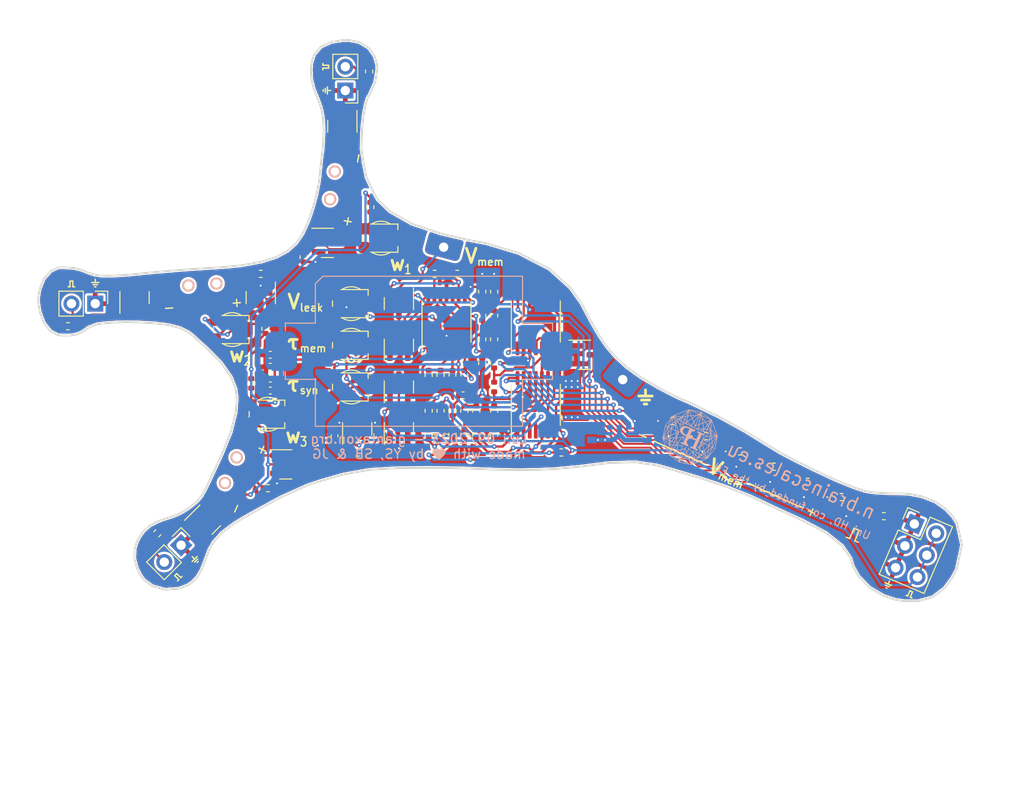
<source format=kicad_pcb>
(kicad_pcb (version 20241229) (generator "pcbnew") (generator_version "9.0")
  (layers (0 "F.Cu" signal) (2 "B.Cu" signal) (13 "F.Paste" user) (15 "B.Paste" user) (5 "F.SilkS" user "F.Silkscreen") (7 "B.SilkS" user "B.Silkscreen") (1 "F.Mask" user) (3 "B.Mask" user) (25 "Edge.Cuts" user))
  (net 0 "")
  (net 1 "VDD")
  (net 2 "GND")
  (net 3 "/MEM")
  (net 4 "/REFR")
  (net 5 "Net-(D1-K)")
  (net 6 "Net-(D2-K)")
  (net 7 "Net-(D3-K)")
  (net 8 "Net-(D4-K)")
  (net 9 "Net-(D5-K)")
  (net 10 "Net-(D6-K)")
  (net 11 "Net-(D7-K)")
  (net 12 "/RESET")
  (net 13 "/SPK")
  (net 14 "Net-(U1B-+)")
  (net 15 "Net-(U1B--)")
  (net 16 "/VU6")
  (net 17 "/VU5")
  (net 18 "/VU4")
  (net 19 "/VSYN")
  (net 20 "/VU3")
  (net 21 "Net-(Q6-D)")
  (net 22 "/VU2")
  (net 23 "/VU1")
  (net 24 "Net-(Q7-G)")
  (net 25 "/VU7")
  (net 26 "Net-(Q7-S)")
  (net 27 "Net-(Q8-G)")
  (net 28 "Net-(Q5-D)")
  (net 29 "/INPUT_0")
  (net 30 "Net-(Q1-D)")
  (net 31 "/INPUT_1")
  (net 32 "Net-(Q2-D)")
  (net 33 "/INPUT_3")
  (net 34 "Net-(Q3-D)")
  (net 35 "Net-(Q4-D)")
  (net 36 "Net-(Q10-G)")
  (net 37 "Net-(Q8-S)")
  (net 38 "Net-(Q9-D)")
  (net 39 "Net-(U3C-+)")
  (net 40 "Net-(Q11-D)")
  (net 41 "Net-(U1C-+)")
  (net 42 "Net-(U2D-+)")
  (net 43 "Net-(U3A-+)")
  (net 44 "Net-(U3B-+)")
  (net 45 "Net-(U1D-+)")
  (net 46 "Net-(U2C-+)")
  (net 47 "Net-(U2B-+)")
  (net 48 "Net-(U2A-+)")
  (net 49 "Net-(U3D-+)")
  (net 50 "Net-(U1A-+)")
  (net 51 "/VLEAK")
  (net 52 "Net-(Q5-G)")
  (net 53 "Net-(Q6-G)")
  (net 54 "Net-(R9-Pad1)")
  (net 55 "Net-(R16-Pad1)")
  (net 56 "Net-(R42-Pad1)")
  (net 57 "Net-(Q4-G)")
  (net 58 "GNDPWR")
  (footprint "Package_TO_SOT_SMD:SOT-23" (layer "F.Cu") (at 73.66 55.118)
    (property "Reference" "Q4")
    (property "Value" "BSS84")
  )
  (footprint "Capacitor_SMD:C_0402_1005Metric" (layer "F.Cu") (at 67.564 67.056 180)
    (property "Reference" "C5" (hide yes))
    (property "Value" "22u ic=0.5")
  )
  (footprint "Capacitor_SMD:C_0402_1005Metric" (layer "F.Cu") (at 86.995 69.215 90)
    (property "Reference" "C1")
    (property "Value" "100n")
  )
  (footprint "Resistor_SMD:R_0402_1005Metric" (layer "F.Cu") (at 91.44 65.405 -90)
    (property "Reference" "R30")
    (property "Value" "56k")
  )
  (footprint "Capacitor_SMD:C_0402_1005Metric" (layer "F.Cu") (at 88.265 69.215 90)
    (property "Reference" "C2")
    (property "Value" "10u")
  )
  (footprint "Package_TO_SOT_SMD:SOT-23" (layer "F.Cu") (at 66.548 60.96 -90)
    (property "Reference" "Q5")
    (property "Value" "BSS84")
  )
  (footprint "Resistor_SMD:R_0402_1005Metric" (layer "F.Cu") (at 85.725 75.565 -90)
    (property "Reference" "R22")
    (property "Value" "27k")
  )
  (footprint "Resistor_SMD:R_0402_1005Metric" (layer "F.Cu") (at 84.455 73.025 -90)
    (property "Reference" "R19")
    (property "Value" "22")
  )
  (footprint "Resistor_SMD:R_0402_1005Metric" (layer "F.Cu") (at 84.455 75.565 90)
    (property "Reference" "R23")
    (property "Value" "22k")
  )
  (footprint "Resistor_SMD:R_0402_1005Metric" (layer "F.Cu") (at 87.505 58.42 180)
    (property "Reference" "R14")
    (property "Value" "2.2k")
  )
  (footprint "Resistor_SMD:R_0402_1005Metric" (layer "F.Cu") (at 90.17 65.405 -90)
    (property "Reference" "R12")
    (property "Value" "47k")
  )
  (footprint "Package_TO_SOT_SMD:SOT-23" (layer "F.Cu") (at 81.28 66.04 90)
    (property "Reference" "Q8")
    (property "Value" "SI2302")
  )
  (footprint "Capacitor_SMD:C_0402_1005Metric" (layer "F.Cu") (at 74.422 75.692 -90)
    (property "Reference" "C7")
    (property "Value" "100n")
  )
  (footprint "Resistor_SMD:R_0402_1005Metric" (layer "F.Cu") (at 110.44 74.11 180)
    (property "Reference" "R40")
    (property "Value" "150")
  )
  (footprint "Resistor_SMD:R_0402_1005Metric" (layer "F.Cu") (at 90.17 67.945 -90)
    (property "Reference" "R13")
    (property "Value" "22k")
  )
  (footprint "Resistor_SMD:R_0402_1005Metric" (layer "F.Cu") (at 85.725 73.025 90)
    (property "Reference" "R26")
    (property "Value" "2.2")
  )
  (footprint "LED_SMD:LED_0402_1005Metric" (layer "F.Cu") (at 122.265 80.61 180)
    (property "Reference" "D3")
    (property "Value" "LED_Small")
  )
  (footprint "Resistor_SMD:R_0402_1005Metric" (layer "F.Cu") (at 91.44 60.325 -90)
    (property "Reference" "R28")
    (property "Value" "470k")
  )
  (footprint "Connector_PinHeader_2.54mm:PinHeader_1x02_P2.54mm_Vertical" (layer "F.Cu") (at 58.051562 87.363439 -45)
    (property "Reference" "J3")
    (property "Value" "Conn_02x01")
  )
  (footprint "Resistor_SMD:R_0402_1005Metric" (layer "F.Cu") (at 78.105 36.83 90)
    (property "Reference" "R1")
    (property "Value" "100k")
  )
  (footprint "Resistor_SMD:R_0402_1005Metric" (layer "F.Cu") (at 90.17 60.325 -90)
    (property "Reference" "R10")
    (property "Value" "22k")
  )
  (footprint "Resistor_SMD:R_0402_1005Metric" (layer "F.Cu") (at 86.995 73.025 -90)
    (property "Reference" "R27")
    (property "Value" "22k")
  )
  (footprint "Resistor_SMD:R_0402_1005Metric" (layer "F.Cu") (at 85.09 58.42)
    (property "Reference" "R15")
    (property "Value" "2.2k")
  )
  (footprint "LED_SMD:LED_0402_1005Metric" (layer "F.Cu") (at 107.825 74.11 180)
    (property "Reference" "D7")
    (property "Value" "LED_Small")
  )
  (footprint "Resistor_SMD:R_0402_1005Metric" (layer "F.Cu") (at 85.725 69.215 -90)
    (property "Reference" "R8")
    (property "Value" "22k")
  )
  (footprint "Resistor_SMD:R_0402_1005Metric" (layer "F.Cu") (at 121.27 78.985 180)
    (property "Reference" "R37")
    (property "Value" "150")
  )
  (footprint "Resistor_SMD:R_0402_1005Metric" (layer "F.Cu") (at 91.44 67.945 -90)
    (property "Reference" "R31")
    (property "Value" "56k")
  )
  (footprint "Capacitor_SMD:C_0402_1005Metric" (layer "F.Cu") (at 67.564 68.326)
    (property "Reference" "C3")
    (property "Value" "100n")
  )
  (footprint "Package_TO_SOT_SMD:SOT-23" (layer "F.Cu") (at 101.092 67.056)
    (property "Reference" "Q12")
    (property "Value" "2sk3018")
  )
  (footprint "LED_SMD:LED_0402_1005Metric" (layer "F.Cu") (at 115.045 77.36 180)
    (property "Reference" "D5")
    (property "Value" "LED_Small")
  )
  (footprint "Resistor_SMD:R_0402_1005Metric" (layer "F.Cu") (at 128.49 82.235 180)
    (property "Reference" "R35")
    (property "Value" "150")
  )
  (footprint "Resistor_SMD:R_0402_1005Metric" (layer "F.Cu") (at 98.6024 77.47 180)
    (property "Reference" "R45" (hide yes))
    (property "Value" "100k")
  )
  (footprint "Custom:Testpad" (layer "F.Cu") (at 86.000201 55.492888 -11.25)
    (property "Reference" "REF**" (hide yes))
    (property "Value" "Testpad" (hide yes))
  )
  (footprint "Resistor_SMD:R_0402_1005Metric" (layer "F.Cu") (at 91.44 73.025 -90)
    (property "Reference" "R33")
    (property "Value" "56k")
  )
  (footprint "Package_TO_SOT_SMD:SOT-23" (layer "F.Cu") (at 53.086 60.96 90)
    (property "Reference" "Q2")
    (property "Value" "2sk3018")
  )
  (footprint "Custom:Potentiometer" (layer "F.Cu") (at 79.375 54.61 180)
    (property "Reference" "RV1")
    (property "Value" "22k")
  )
  (footprint "Custom:Potentiometer" (layer "F.Cu") (at 63.5 64.362 180)
    (property "Reference" "RV2")
    (property "Value" "22k")
  )
  (footprint "Resistor_SMD:R_0402_1005Metric" (layer "F.Cu") (at 90.17 62.865 -90)
    (property "Reference" "R11")
    (property "Value" "47k")
  )
  (footprint "Package_SO:TSSOP-14_4.4x5mm_P0.65mm" (layer "F.Cu") (at 95.885 63.5 90)
    (property "Reference" "U2")
    (property "Value" "LM339")
  )
  (footprint "Resistor_SMD:R_0402_1005Metric" (layer "F.Cu") (at 133.0025 84.26625 180)
    (property "Reference" "R41")
    (property "Value" "10")
  )
  (footprint "LED_SMD:LED_0402_1005Metric" (layer "F.Cu") (at 130.3875 84.26625 180)
    (property "Reference" "D1")
    (property "Value" "LED_Small")
  )
  (footprint "Package_SO:TSSOP-14_4.4x5mm_P0.65mm" (layer "F.Cu") (at 86.36 63.5 90)
    (property "Reference" "U1")
    (property "Value" "MCP6004")
  )
  (footprint "Package_TO_SOT_SMD:SOT-23" (layer "F.Cu") (at 81.28 70.485 90)
    (property "Reference" "Q9")
    (property "Value" "2N7002")
  )
  (footprint "Custom:Testpad" (layer "F.Cu") (at 105.136687 69.600507 -33.75)
    (property "Reference" "REF**" (hide yes))
    (property "Value" "Testpad" (hide yes))
  )
  (footprint "Custom:K3-1296S-E1" (layer "F.Cu") (at 63.810645 79.567347 -114.5)
    (property "Reference" "SW3" (hide yes))
    (property "Value" "SW_SPDT")
  )
  (footprint "Resistor_SMD:R_0402_1005Metric" (layer "F.Cu") (at 76.96 77.47 180)
    (property "Reference" "R25")
    (property "Value" "22k")
  )
  (footprint "Package_TO_SOT_SMD:SOT-23" (layer "F.Cu") (at 69.215 78.74)
    (property "Reference" "Q6")
    (property "Value" "BSS84")
  )
  (footprint "Package_TO_SOT_SMD:SOT-23" (layer "F.Cu") (at 81.28 74.93 90)
    (property "Reference" "Q11")
    (property "Value" "2sk3018")
  )
  (footprint "Capacitor_SMD:C_0402_1005Metric" (layer "F.Cu") (at 67.564 69.596)
    (property "Reference" "C4")
    (property "Value" "100n")
  )
  (footprint "Custom:K3-1296S-E1" (layer "F.Cu") (at 60.358532 60.053417 -176)
    (property "Reference" "SW2" (hide yes))
    (property "Value" "SW_SPDT")
  )
  (footprint "Connector_PinHeader_2.54mm:PinHeader_1x02_P2.54mm_Vertical" (layer "F.Cu") (at 48.895 61.595 -90)
    (property "Reference" "J2")
    (property "Value" "Conn_02x01")
  )
  (footprint "Resistor_SMD:R_0402_1005Metric" (layer "F.Cu") (at 45.974 64.008 180)
    (property "Reference" "R2")
    (property "Value" "100k")
  )
  (footprint "Resistor_SMD:R_0402_1005Metric" (layer "F.Cu") (at 124.88 80.61 180)
    (property "Reference" "R36")
    (property "Value" "150")
  )
  (footprint "Connector_PinHeader_2.54mm:PinHeader_2x03_P2.54mm_Vertical" (layer "F.Cu") (at 136.258318 85.095786 -23.2)
    (property "Reference" "J4")
    (property "Value" "Conn_02x03")
  )
  (footprint "Resistor_SMD:R_0402_1005Metric" (layer "F.Cu") (at 66.548 58.42)
    (property "Reference" "R5")
    (property "Value" "10k")
  )
  (footprint "Package_TO_SOT_SMD:SOT-23" (layer "F.Cu") (at 76.835 74.93 90)
    (property "Reference" "Q10")
    (property "Value" "2sk3018")
  )
  (footprint "Package_TO_SOT_SMD:SOT-23" (layer "F.Cu") (at 75.25 42.672 -90)
    (property "Reference" "Q1")
    (property "Value" "2sk3018")
  )
  (footprint "Resistor_SMD:R_0402_1005Metric" (layer "F.Cu") (at 65.532 70.104 90)
    (property "Reference" "R42")
    (property "Value" "470")
  )
  (footprint "Custom:Potentiometer" (layer "F.Cu") (at 76.2 61.595 180)
    (property "Reference" "RV5")
    (property "Value" "100k")
  )
  (footprint "Connector_PinHeader_2.54mm:PinHeader_1x02_P2.54mm_Vertical" (layer "F.Cu") (at 75.565 38.867 180)
    (property "Reference" "J1")
    (property "Value" "Conn_02x01")
  )
  (footprint "Package_TO_SOT_SMD:SOT-23" (layer "F.Cu") (at 81.28 61.595 -90)
    (property "Reference" "Q7")
    (property "Value" "SI2301")
  )
  (footprint "Resistor_SMD:R_0402_1005Metric" (layer "F.Cu") (at 91.44 70.485 -90)
    (property "Reference" "R32")
    (property "Value" "56k")
  )
  (footprint "LED_SMD:LED_0402_1005Metric" (layer "F.Cu") (at 125.875 82.235 180)
    (property "Reference" "D2")
    (property "Value" "LED_Small")
  )
  (footprint "Resistor_SMD:R_0402_1005Metric" (layer "F.Cu") (at 84.455 69.215 90)
    (property "Reference" "R7")
    (property "Value" "22k")
  )
  (footprint "Resistor_SMD:R_0402_1005Metric" (layer "F.Cu") (at 88.265 73.025 90)
    (property "Reference" "R17")
    (property "Value" "100k")
  )
  (footprint "Package_SO:TSSOP-14_4.4x5mm_P0.65mm" (layer "F.Cu") (at 95.885 72.39 90)
    (property "Reference" "U3")
    (property "Value" "LM339")
  )
  (footprint "Capacitor_SMD:C_0402_1005Metric" (layer "F.Cu") (at 88.138 71.374)
    (property "Reference" "C9" (hide yes))
    (property "Value" "1u ic=2")
  )
  (footprint "Resistor_SMD:R_0402_1005Metric" (layer "F.Cu") (at 67.056 64.262 -90)
    (property "Reference" "R16")
    (property "Value" "470")
  )
  (footprint "Resistor_SMD:R_0402_1005Metric" (layer "F.Cu") (at 55.519376 86.085624 45)
    (property "Reference" "R3")
    (property "Value" "100k")
  )
  (footprint "Capacitor_SMD:C_0402_1005Metric" (layer "F.Cu") (at 67.564 70.866)
    (property "Reference" "C6")
    (property "Value" "100n")
  )
  (footprint "Resistor_SMD:R_0402_1005Metric" (layer "F.Cu") (at 88.265 75.565 90)
    (property "Reference" "R18")
    (property "Value" "56k")
  )
  (footprint "Custom:Potentiometer" (layer "F.Cu") (at 67.31 73.39 180)
    (property "Reference" "RV3")
    (property "Value" "22k")
  )
  (footprint "Resistor_SMD:R_0402_1005Metric" (layer "F.Cu") (at 91.44 62.865 -90)
    (property "Reference" "R29")
    (property "Value" "56k")
  )
  (footprint "LED_SMD:LED_0402_1005Metric" (layer "F.Cu") (at 118.6675 78.985 180)
    (property "Reference" "D4")
    (property "Value" "LED_Small")
  )
  (footprint "Resistor_SMD:R_0402_1005Metric" (layer "F.Cu") (at 117.66 77.36 180)
    (property "Reference" "R38")
    (property "Value" "150")
  )
  (footprint "Custom:Potentiometer" (layer "F.Cu") (at 76.2 66.04 180)
    (property "Reference" "RV6")
    (property "Value" "50k")
  )
  (footprint "Resistor_SMD:R_0402_1005Metric" (layer "F.Cu") (at 114.05 75.735 180)
    (property "Reference" "R39")
    (property "Value" "150")
  )
  (footprint "Resistor_SMD:R_0402_1005Metric" (layer "F.Cu") (at 71.12 56.642 90)
    (property "Reference" "R4")
    (property "Value" "10k")
  )
  (footprint "Resistor_SMD:R_0402_1005Metric" (layer "F.Cu") (at 91.44 75.565 -90)
    (property "Reference" "R34")
    (property "Value" "56k")
  )
  (footprint "Resistor_SMD:R_0402_1005Metric" (layer "F.Cu") (at 89.535 75.565 90)
    (property "Reference" "R21")
    (property "Value" "100k")
  )
  (footprint "Resistor_SMD:R_0402_1005Metric" (layer "F.Cu") (at 67.31 81.28 180)
    (property "Reference" "R6")
    (property "Value" "10k")
  )
  (footprint "LED_SMD:LED_0402_1005Metric" (layer "F.Cu") (at 111.435 75.735 180)
    (property "Reference" "D6")
    (property "Value" "LED_Small")
  )
  (footprint "Resistor_SMD:R_0402_1005Metric" (layer "F.Cu") (at 89.535 73.025 90)
    (property "Reference" "R24")
    (property "Value" "10k")
  )
  (footprint "Resistor_SMD:R_0402_1005Metric" (layer "F.Cu") (at 78.232 51.308 90)
    (property "Reference" "R9")
    (property "Value" "470")
  )
  (footprint "Package_TO_SOT_SMD:SOT-23" (layer "F.Cu") (at 60.7056 84.6328 45)
    (property "Reference" "Q3")
    (property "Value" "2sk3018")
  )
  (footprint "Custom:K3-1296S-E1" (layer "F.Cu") (at 74.686802 49.066341 -99.75)
    (property "Reference" "SW1" (hide yes))
    (property "Value" "SW_SPDT")
  )
  (footprint "Custom:Potentiometer" (layer "F.Cu") (at 76.2 70.485 180)
    (property "Reference" "RV4")
    (property "Value" "22k")
  )
  (footprint "Resistor_SMD:R_0402_1005Metric" (layer "F.Cu") (at 86.995 75.565 90)
    (property "Reference" "R20")
    (property "Value" "4.7k")
  )
  (footprint "Custom:SSAJ120100" (layer "B.Cu") (at 105.8 74.781 180)
    (property "Reference" "SW4" (hide yes))
    (property "Value" "SW_SPDT_NO_PRONGS")
  )
  (footprint "Custom:CR2032_Holder" (layer "B.Cu") (at 83.42 66.675 180)
    (property "Reference" "BT1")
    (property "Value" "type=\"R\" model=\"Battery_Cell\" lib=\"\"")
  )
  (gr_line (start 118.725 80.8585) (end 124.125 83.3015) (stroke (width 0.15)) (layer "F.SilkS"))
  (gr_line (start 108.475 76.2565) (end 113.875 78.6935) (stroke (width 0.15)) (layer "F.SilkS"))
  (gr_poly (pts (xy 111.804648 74.664385) (xy 111.830903 74.66597) (xy 111.857147 74.668475) (xy 111.883305 74.671906) (xy 111.909296 74.676261) (xy 111.935046 74.681543) (xy 111.960472 74.687754) (xy 111.981006 74.693612) (xy 112.006024 74.702105) (xy 112.039025 74.714752) (xy 112.083502 74.733064) (xy 112.220869 74.792757) (xy 112.446086 74.893305) (xy 112.608631 74.965675) (xy 112.672661 74.994224) (xy 112.726292 75.018395) (xy 112.770343 75.038724) (xy 112.789033 75.047615) (xy 112.805636 75.055746) (xy 112.820255 75.063186) (xy 112.832991 75.069999) (xy 112.843949 75.076255) (xy 112.85323 75.082019) (xy 112.860937 75.087356) (xy 112.867172 75.092337) (xy 112.869771 75.094714) (xy 112.872039 75.097027) (xy 112.873992 75.099283) (xy 112.87564 75.101493) (xy 112.876997 75.103662) (xy 112.878077 75.105802) (xy 112.878892 75.107917) (xy 112.879453 75.11002) (xy 112.879776 75.112117) (xy 112.879871 75.114216) (xy 112.879753 75.116326) (xy 112.879432 75.118455) (xy 112.878242 75.122806) (xy 112.8764 75.127334) (xy 112.87401 75.132108) (xy 112.871176 75.137192) (xy 112.86458 75.148564) (xy 112.861024 75.154985) (xy 112.857433 75.161987) (xy 112.833714 75.211347) (xy 112.793109 75.201918) (xy 112.778508 75.198625) (xy 112.763998 75.196021) (xy 112.749587 75.1941) (xy 112.735284 75.192858) (xy 112.7211 75.192289) (xy 112.707044 75.192389) (xy 112.693125 75.19315) (xy 112.679354 75.194568) (xy 112.66574 75.196638) (xy 112.652292 75.199355) (xy 112.63902 75.202712) (xy 112.625934 75.206704) (xy 112.613042 75.211327) (xy 112.600356 75.216574) (xy 112.587884 75.222442) (xy 112.575635 75.228924) (xy 112.563621 75.236015) (xy 112.551849 75.243709) (xy 112.54033 75.252001) (xy 112.529073 75.260886) (xy 112.518089 75.270358) (xy 112.507385 75.280412) (xy 112.496973 75.291043) (xy 112.486862 75.302246) (xy 112.47706 75.314015) (xy 112.467578 75.326344) (xy 112.458427 75.339228) (xy 112.449613 75.352663) (xy 112.441149 75.366642) (xy 112.433042 75.38116) (xy 112.425304 75.396211) (xy 112.417942 75.411792) (xy 112.411359 75.426915) (xy 112.405375 75.441881) (xy 112.399991 75.456689) (xy 112.395206 75.471338) (xy 112.39102 75.485827) (xy 112.387432 75.500156) (xy 112.384443 75.514325) (xy 112.382052 75.528332) (xy 112.38026 75.542175) (xy 112.379065 75.555856) (xy 112.37847 75.569371) (xy 112.378472 75.582723) (xy 112.37907 75.595907) (xy 112.380266 75.608925) (xy 112.382059 75.621775) (xy 112.384449 75.634457) (xy 112.387436 75.646969) (xy 112.39102 75.659311) (xy 112.3952 75.671483) (xy 112.399976 75.683484) (xy 112.405348 75.695311) (xy 112.411318 75.706965) (xy 112.417882 75.718445) (xy 112.42504 75.729748) (xy 112.432795 75.740879) (xy 112.441145 75.751831) (xy 112.450091 75.762606) (xy 112.45963 75.773202) (xy 112.469765 75.78362) (xy 112.480493 75.793857) (xy 112.491816 75.803914) (xy 112.503733 75.81379) (xy 112.525327 75.829591) (xy 112.5532 75.847429) (xy 112.587415 75.867335) (xy 112.628035 75.889335) (xy 112.675119 75.91346) (xy 112.728732 75.939738) (xy 112.788934 75.968198) (xy 112.855788 75.998868) (xy 113.00938 76.068474) (xy 113.155794 75.745129) (xy 113.302201 75.421769) (xy 113.197907 75.374669) (xy 113.093627 75.327571) (xy 113.120346 75.268749) (xy 113.147063 75.21002) (xy 113.523866 75.380646) (xy 113.900663 75.551273) (xy 113.873946 75.610003) (xy 113.847229 75.668823) (xy 113.716274 75.609542) (xy 113.585318 75.55026) (xy 113.250709 76.292387) (xy 112.916122 77.034499) (xy 113.04517 77.094355) (xy 113.174288 77.154214) (xy 113.146545 77.215633) (xy 113.11832 77.277002) (xy 112.741516 77.106374) (xy 112.364719 76.935763) (xy 112.420007 76.813136) (xy 112.523336 76.858517) (xy 112.626815 76.903899) (xy 112.789552 76.547658) (xy 112.95228 76.191447) (xy 112.83057 76.136672) (xy 112.76251 76.106439) (xy 112.699979 76.079496) (xy 112.643201 76.055924) (xy 112.592401 76.035805) (xy 112.547807 76.019218) (xy 112.509644 76.006243) (xy 112.493044 76.001136) (xy 112.478136 75.99696) (xy 112.464947 75.993729) (xy 112.453508 75.99145) (xy 112.423505 75.987279) (xy 112.394089 75.984898) (xy 112.365303 75.984292) (xy 112.351159 75.98465) (xy 112.337188 75.985446) (xy 112.323398 75.986678) (xy 112.309792 75.988344) (xy 112.296377 75.990442) (xy 112.283155 75.992969) (xy 112.270136 75.995926) (xy 112.257322 75.999308) (xy 112.24472 76.003116) (xy 112.232334 76.007345) (xy 112.220174 76.011994) (xy 112.208239 76.017062) (xy 112.196538 76.022547) (xy 112.185077 76.028445) (xy 112.173859 76.034757) (xy 112.162892 76.04148) (xy 112.152179 76.04861) (xy 112.141728 76.056148) (xy 112.131542 76.06409) (xy 112.121627 76.072435) (xy 112.11199 76.081181) (xy 112.102635 76.090325) (xy 112.093567 76.099868) (xy 112.084793 76.109805) (xy 112.076318 76.120135) (xy 112.068146 76.130855) (xy 112.061243 76.140648) (xy 112.054196 76.151548) (xy 112.04707 76.163409) (xy 112.039929 76.176087) (xy 112.032841 76.189434) (xy 112.025868 76.203304) (xy 112.019079 76.217552) (xy 112.012537 76.232029) (xy 112.006309 76.246594) (xy 112.000459 76.261098) (xy 111.995052 76.275394) (xy 111.990155 76.289339) (xy 111.985833 76.302784) (xy 111.982151 76.315585) (xy 111.979174 76.327595) (xy 111.976968 76.338667) (xy 111.97448 76.354936) (xy 111.972755 76.371051) (xy 111.971793 76.387004) (xy 111.971586 76.402792) (xy 111.972134 76.418406) (xy 111.973433 76.433844) (xy 111.975477 76.449098) (xy 111.978264 76.464162) (xy 111.98179 76.479033) (xy 111.986053 76.493699) (xy 111.991047 76.508162) (xy 111.99677 76.522411) (xy 112.003218 76.536441) (xy 112.010387 76.550247) (xy 112.018272 76.563823) (xy 112.026873 76.577164) (xy 112.03161 76.583495) (xy 112.037171 76.590316) (xy 112.043445 76.597524) (xy 112.050313 76.605014) (xy 112.057666 76.612684) (xy 112.065389 76.620429) (xy 112.073368 76.628142) (xy 112.081487 76.635723) (xy 112.089636 76.643065) (xy 112.097699 76.650065) (xy 112.105563 76.656619) (xy 112.113114 76.662624) (xy 112.120237 76.667973) (xy 112.12682 76.672565) (xy 112.132749 76.676293) (xy 112.13791 76.679055) (xy 112.142554 76.681269) (xy 112.146559 76.683403) (xy 112.149921 76.685554) (xy 112.152637 76.687818) (xy 112.153754 76.689022) (xy 112.154706 76.690289) (xy 112.155498 76.691631) (xy 112.156127 76.693061) (xy 112.156592 76.69459) (xy 112.156894 76.69623) (xy 112.157033 76.697993) (xy 112.157007 76.699892) (xy 112.156818 76.701937) (xy 112.156464 76.704142) (xy 112.155262 76.709073) (xy 112.153398 76.714783) (xy 112.150872 76.721364) (xy 112.147678 76.728914) (xy 112.143817 76.737526) (xy 112.134081 76.758319) (xy 112.106475 76.816139) (xy 111.727771 76.646102) (xy 111.349091 76.476067) (xy 111.376935 76.414557) (xy 111.40478 76.353047) (xy 111.509075 76.400147) (xy 111.613355 76.447246) (xy 111.775499 76.089137) (xy 111.937644 75.731045) (xy 111.807721 75.672277) (xy 111.761673 75.651191) (xy 111.719159 75.631183) (xy 111.679954 75.612104) (xy 111.643834 75.593801) (xy 111.610573 75.576123) (xy 111.579944 75.558917) (xy 111.551726 75.542033) (xy 111.525691 75.525321) (xy 111.501614 75.508625) (xy 111.479269 75.491798) (xy 111.458434 75.474686) (xy 111.43888 75.457137) (xy 111.420384 75.439001) (xy 111.402721 75.420125) (xy 111.385665 75.40036) (xy 111.368991 75.379551) (xy 111.346434 75.348521) (xy 111.326616 75.317013) (xy 111.309541 75.285105) (xy 111.295213 75.252869) (xy 111.283637 75.220383) (xy 111.279028 75.203321) (xy 111.558322 75.206245) (xy 111.558697 75.21679) (xy 111.559456 75.227271) (xy 111.560596 75.237682) (xy 111.562117 75.248025) (xy 111.564018 75.258292) (xy 111.566299 75.268484) (xy 111.571989 75.288632) (xy 111.579185 75.308448) (xy 111.587871 75.327914) (xy 111.598044 75.347006) (xy 111.609691 75.365707) (xy 111.622806 75.383999) (xy 111.637378 75.40186) (xy 111.653402 75.419271) (xy 111.670865 75.436211) (xy 111.689759 75.452661) (xy 111.689704 75.45295) (xy 111.700932 75.462165) (xy 111.712845 75.470909) (xy 111.726525 75.479764) (xy 111.743055 75.489312) (xy 111.763517 75.500141) (xy 111.788992 75.51283) (xy 111.820564 75.527967) (xy 111.859315 75.546133) (xy 111.993125 75.60964) (xy 112.140094 75.285096) (xy 112.28704 74.960552) (xy 112.153663 74.903046) (xy 112.115399 74.886689) (xy 112.083738 74.873471) (xy 112.057584 74.862983) (xy 112.046227 74.858634) (xy 112.035838 74.854815) (xy 112.026277 74.851471) (xy 112.017407 74.848555) (xy 112.009091 74.846013) (xy 112.001192 74.843796) (xy 111.993575 74.84185) (xy 111.9861 74.840126) (xy 111.971032 74.837135) (xy 111.945993 74.833331) (xy 111.921684 74.830939) (xy 111.898092 74.829958) (xy 111.87521 74.830398) (xy 111.864032 74.83115) (xy 111.853026 74.832259) (xy 111.842192 74.833723) (xy 111.831529 74.835546) (xy 111.821037 74.837725) (xy 111.810712 74.840264) (xy 111.800555 74.84316) (xy 111.790563 74.846416) (xy 111.780735 74.850033) (xy 111.771072 74.854008) (xy 111.761569 74.858346) (xy 111.752228 74.863044) (xy 111.743047 74.868104) (xy 111.734022 74.873527) (xy 111.725157 74.879312) (xy 111.716445 74.885462) (xy 111.707889 74.891974) (xy 111.699485 74.898851) (xy 111.691234 74.906094) (xy 111.683134 74.913702) (xy 111.667379 74.930017) (xy 111.652213 74.9478) (xy 111.646438 74.955448) (xy 111.640299 74.964569) (xy 111.633884 74.974976) (xy 111.627276 74.98648) (xy 111.620561 74.998893) (xy 111.613827 75.012029) (xy 111.600638 75.039712) (xy 111.588394 75.068028) (xy 111.57778 75.095471) (xy 111.573297 75.108395) (xy 111.56948 75.120539) (xy 111.566412 75.131712) (xy 111.564179 75.141729) (xy 111.560675 75.163455) (xy 111.558726 75.184966) (xy 111.558322 75.206245) (xy 111.279028 75.203321) (xy 111.274815 75.187724) (xy 111.268755 75.154966) (xy 111.265458 75.122187) (xy 111.264931 75.08946) (xy 111.267177 75.056864) (xy 111.2722 75.024474) (xy 111.280008 74.992366) (xy 111.290599 74.960615) (xy 111.303983 74.929299) (xy 111.320162 74.898491) (xy 111.33914 74.868269) (xy 111.349589 74.853545) (xy 111.360416 74.839415) (xy 111.371631 74.825869) (xy 111.383247 74.812901) (xy 111.395279 74.8005) (xy 111.407737 74.788655) (xy 111.420637 74.777359) (xy 111.433992 74.766603) (xy 111.447812 74.756377) (xy 111.462112 74.746671) (xy 111.476904 74.737476) (xy 111.492202 74.728784) (xy 111.508019 74.720586) (xy 111.524366 74.71287) (xy 111.541259 74.705628) (xy 111.558707 74.698852) (xy 111.580774 74.691316) (xy 111.60361 74.684684) (xy 111.627137 74.678958) (xy 111.651278 74.674139) (xy 111.675955 74.67023) (xy 111.70109 74.667231) (xy 111.726604 74.665146) (xy 111.752421 74.663975) (xy 111.778461 74.663721)) (stroke (width 0.022174)) (fill yes) (layer "B.SilkS"))
  (gr_poly (pts (xy 112.888892 73.030195) (xy 113.554099 73.165449) (xy 114.092885 73.575731) (xy 114.631655 73.986012) (xy 114.956712 74.851952) (xy 115.121733 75.292703) (xy 115.178088 75.444629) (xy 115.219509 75.557841) (xy 115.247869 75.637522) (xy 115.257738 75.666412) (xy 115.265045 75.688866) (xy 115.270025 75.705529) (xy 115.272912 75.717055) (xy 115.273941 75.724089) (xy 115.273831 75.726124) (xy 115.273346 75.727279) (xy 115.269285 75.741139) (xy 115.261096 75.7775) (xy 115.23352 75.911776) (xy 115.141848 76.38495) (xy 115.08677 76.672906) (xy 115.046342 76.878922) (xy 115.031455 76.951882) (xy 115.020032 77.005174) (xy 115.012003 77.039068) (xy 115.009241 77.048825) (xy 115.007303 77.053835) (xy 114.971337 77.102166) (xy 114.8818 77.218509) (xy 114.596052 77.585507) (xy 114.437662 77.788893) (xy 114.310542 77.953627) (xy 114.225626 78.065375) (xy 114.202412 78.096898) (xy 114.196213 78.105788) (xy 114.193849 78.109797) (xy 114.186094 78.116256) (xy 114.16063 78.128686) (xy 114.034224 78.180222) (xy 113.769927 78.281932) (xy 113.323037 78.451344) (xy 112.454622 78.779671) (xy 111.799856 78.646891) (xy 111.79997 78.646893) (xy 111.139469 78.512481) (xy 111.103262 78.485412) (xy 111.181754 78.486234) (xy 111.726687 78.599985) (xy 112.306167 78.716421) (xy 112.274238 78.700951) (xy 112.180661 78.657719) (xy 111.866319 78.514386) (xy 111.417575 78.310625) (xy 111.29951 78.396796) (xy 111.299815 78.396173) (xy 111.276072 78.413615) (xy 111.25393 78.430108) (xy 111.233871 78.445241) (xy 111.216379 78.458607) (xy 111.201938 78.469798) (xy 111.191031 78.478405) (xy 111.184141 78.484021) (xy 111.182355 78.485578) (xy 111.181754 78.486234) (xy 111.103262 78.485412) (xy 110.976512 78.390656) (xy 110.592741 78.10001) (xy 110.146205 77.760842) (xy 110.197835 77.761384) (xy 110.64051 78.099411) (xy 110.640363 78.100234) (xy 111.098909 78.449126) (xy 111.102468 78.451589) (xy 111.10559 78.453708) (xy 111.108302 78.45549) (xy 111.110631 78.456938) (xy 111.11166 78.457536) (xy 111.112602 78.458053) (xy 111.113464 78.458487) (xy 111.114246 78.458841) (xy 111.114953 78.459111) (xy 111.115588 78.459304) (xy 111.116155 78.459415) (xy 111.116657 78.459445) (xy 111.117096 78.459398) (xy 111.117478 78.459271) (xy 111.117804 78.459066) (xy 111.118078 78.458784) (xy 111.118306 78.458423) (xy 111.118489 78.457985) (xy 111.118629 78.457471) (xy 111.118732 78.45688) (xy 111.118802 78.456214) (xy 111.11884 78.455474) (xy 111.118836 78.453766) (xy 111.118748 78.451764) (xy 111.118605 78.449469) (xy 111.115926 78.415718) (xy 111.220195 78.41681) (xy 111.222107 78.416014) (xy 111.227124 78.412853) (xy 111.244741 78.40072) (xy 111.298092 78.362235) (xy 111.35237 78.321953) (xy 111.371144 78.307576) (xy 111.379694 78.300477) (xy 111.380289 78.299482) (xy 111.380492 78.298991) (xy 111.38063 78.298503) (xy 111.380704 78.298018) (xy 111.380713 78.297534) (xy 111.380659 78.29705) (xy 111.380538 78.296566) (xy 111.380353 78.29608) (xy 111.380102 78.295592) (xy 111.379404 78.294608) (xy 111.378441 78.293604) (xy 111.377211 78.292573) (xy 111.375715 78.29151) (xy 111.373948 78.290406) (xy 111.371909 78.289255) (xy 111.371106 78.288835) (xy 111.449611 78.289658) (xy 111.592903 78.356496) (xy 111.938859 78.514062) (xy 112.42922 78.736098) (xy 112.421235 78.714894) (xy 112.527207 78.716004) (xy 114.040021 78.143542) (xy 114.106399 78.117442) (xy 113.666229 78.072928) (xy 113.494741 78.056112) (xy 113.353065 78.043008) (xy 113.255656 78.034661) (xy 113.22807 78.0326) (xy 113.216971 78.03212) (xy 113.208945 78.039136) (xy 113.189395 78.057755) (xy 113.120852 78.124703) (xy 112.901974 78.341688) (xy 112.561198 78.681706) (xy 112.560475 78.680844) (xy 112.557179 78.684503) (xy 112.553945 78.688036) (xy 112.547745 78.694669) (xy 112.54205 78.700621) (xy 112.537032 78.705775) (xy 112.529724 78.713205) (xy 112.52778 78.715243) (xy 112.527312 78.715792) (xy 112.527212 78.71594) (xy 112.527207 78.716004) (xy 112.421235 78.714894) (xy 112.318114 78.441095) (xy 112.274688 78.326361) (xy 112.238564 78.232112) (xy 112.213349 78.1681) (xy 112.205961 78.150482) (xy 112.203767 78.145801) (xy 112.20265 78.144077) (xy 112.105994 78.152974) (xy 111.89545 78.174966) (xy 111.679794 78.198404) (xy 111.567807 78.211637) (xy 111.56408 78.212897) (xy 111.558641 78.215455) (xy 111.551751 78.219138) (xy 111.543672 78.223768) (xy 111.525002 78.235172) (xy 111.504732 78.248261) (xy 111.484967 78.261634) (xy 111.467806 78.273882) (xy 111.460861 78.279148) (xy 111.455354 78.283606) (xy 111.451551 78.287082) (xy 111.45037 78.288396) (xy 111.449714 78.2894) (xy 111.449611 78.289658) (xy 111.371106 78.288835) (xy 111.369598 78.28805) (xy 111.36701 78.286783) (xy 111.364146 78.285448) (xy 111.357579 78.282544) (xy 111.330501 78.270861) (xy 111.274643 78.343081) (xy 111.275472 78.342585) (xy 111.264121 78.357066) (xy 111.25362 78.370693) (xy 111.244177 78.38315) (xy 111.236004 78.394119) (xy 111.229308 78.403288) (xy 111.224302 78.410336) (xy 111.221194 78.414949) (xy 111.220418 78.416243) (xy 111.220195 78.41681) (xy 111.115926 78.415718) (xy 111.114639 78.399519) (xy 111.110597 78.353243) (xy 111.105574 78.299331) (xy 111.095027 78.183504) (xy 111.125056 78.183818) (xy 111.125159 78.189391) (xy 111.126241 78.208617) (xy 111.12836 78.236256) (xy 111.131355 78.269478) (xy 111.131258 78.269294) (xy 111.13411 78.299884) (xy 111.13651 78.324937) (xy 111.13853 78.344793) (xy 111.139417 78.35288) (xy 111.140236 78.359796) (xy 111.140993 78.365584) (xy 111.141699 78.370287) (xy 111.14236 78.373949) (xy 111.142987 78.376611) (xy 111.14329 78.37758) (xy 111.143587 78.378316) (xy 111.14388 78.378823) (xy 111.14417 78.379107) (xy 111.144457 78.379174) (xy 111.144743 78.379028) (xy 111.145029 78.378675) (xy 111.145317 78.37812) (xy 111.146901 78.371695) (xy 111.146919 78.371609) (xy 111.213543 78.372307) (xy 111.213579 78.372426) (xy 111.213944 78.372277) (xy 111.21465 78.371655) (xy 111.217021 78.369085) (xy 111.220557 78.36491) (xy 111.225122 78.359323) (xy 111.236797 78.344686) (xy 111.250963 78.326719) (xy 111.295068 78.269484) (xy 111.296366 78.267808) (xy 111.29748 78.266265) (xy 111.298397 78.264844) (xy 111.29878 78.264173) (xy 111.299108 78.263528) (xy 111.299381 78.262906) (xy 111.2996 78.262305) (xy 111.299761 78.261724) (xy 111.299862 78.261161) (xy 111.299902 78.260615) (xy 111.299881 78.260082) (xy 111.299797 78.259562) (xy 111.299648 78.259054) (xy 111.299431 78.258554) (xy 111.299149 78.258062) (xy 111.298795 78.257577) (xy 111.298373 78.257095) (xy 111.297876 78.256615) (xy 111.297308 78.256136) (xy 111.296664 78.255656) (xy 111.295944 78.255174) (xy 111.295145 78.254685) (xy 111.294269 78.254192) (xy 111.29227 78.253178) (xy 111.289937 78.252119) (xy 111.287258 78.250999) (xy 111.270631 78.24382) (xy 111.241661 78.307929) (xy 111.241358 78.307711) (xy 111.230164 78.332635) (xy 111.225335 78.343574) (xy 111.221175 78.353141) (xy 111.2178 78.361076) (xy 111.215331 78.367112) (xy 111.213884 78.370983) (xy 111.213581 78.372024) (xy 111.213543 78.372307) (xy 111.146919 78.371609) (xy 111.148942 78.361952) (xy 111.181792 78.362296) (xy 111.181867 78.362409) (xy 111.182017 78.362351) (xy 111.18254 78.361747) (xy 111.184418 78.358681) (xy 111.187297 78.353343) (xy 111.191051 78.34598) (xy 111.200664 78.326167) (xy 111.212234 78.30121) (xy 111.217725 78.289016) (xy 111.222495 78.27823) (xy 111.226554 78.268755) (xy 111.228317 78.264477) (xy 111.229907 78.260491) (xy 111.231323 78.256784) (xy 111.232565 78.253343) (xy 111.233633 78.250156) (xy 111.234533 78.247211) (xy 111.235261 78.244495) (xy 111.235694 78.242558) (xy 111.351063 78.243767) (xy 111.351071 78.244239) (xy 111.351172 78.244719) (xy 111.35137 78.245212) (xy 111.351666 78.245719) (xy 111.352067 78.246241) (xy 111.353189 78.247346) (xy 111.354761 78.248546) (xy 111.356809 78.249864) (xy 111.359358 78.251317) (xy 111.362436 78.25293) (xy 111.366065 78.254719) (xy 111.370274 78.256707) (xy 111.380531 78.26136) (xy 111.415066 78.277027) (xy 111.450645 78.250802) (xy 111.454295 78.248189) (xy 111.457827 78.245608) (xy 111.461228 78.243071) (xy 111.464477 78.240602) (xy 111.467558 78.238214) (xy 111.470455 78.235928) (xy 111.473149 78.233759) (xy 111.475627 78.231722) (xy 111.477869 78.229838) (xy 111.479858 78.228125) (xy 111.481577 78.226598) (xy 111.483011 78.225275) (xy 111.484142 78.224174) (xy 111.484951 78.223311) (xy 111.485425 78.222705) (xy 111.48553 78.222503) (xy 111.485543 78.222372) (xy 111.485019 78.221963) (xy 111.483847 78.221673) (xy 111.479716 78.221423) (xy 111.473489 78.221581) (xy 111.465504 78.222097) (xy 111.445607 78.224025) (xy 111.422725 78.226837) (xy 111.399557 78.23016) (xy 111.378802 78.233627) (xy 111.36316 78.236864) (xy 111.358099 78.238281) (xy 111.355329 78.239504) (xy 111.354658 78.239481) (xy 111.353349 78.240487) (xy 111.35231 78.241444) (xy 111.351567 78.242374) (xy 111.351314 78.242837) (xy 111.351145 78.243299) (xy 111.351063 78.243767) (xy 111.235694 78.242558) (xy 111.23582 78.241998) (xy 111.236211 78.239706) (xy 111.236434 78.237606) (xy 111.236492 78.235688) (xy 111.236384 78.233938) (xy 111.236113 78.232344) (xy 111.235677 78.230893) (xy 111.235079 78.229575) (xy 111.23432 78.228377) (xy 111.233402 78.227285) (xy 111.232323 78.226289) (xy 111.231087 78.225376) (xy 111.229692 78.224533) (xy 111.228142 78.223749) (xy 111.226436 78.22301) (xy 111.224576 78.222307) (xy 111.222563 78.221623) (xy 111.21808 78.220273) (xy 111.216207 78.219821) (xy 111.214532 78.219577) (xy 111.213021 78.219628) (xy 111.211644 78.220066) (xy 111.210364 78.220977) (xy 111.20915 78.222449) (xy 111.20797 78.224572) (xy 111.206789 78.227433) (xy 111.205576 78.231121) (xy 111.204296 78.235725) (xy 111.201404 78.248032) (xy 111.197851 78.265063) (xy 111.193372 78.287524) (xy 111.193873 78.287711) (xy 111.191134 78.301968) (xy 111.188709 78.315522) (xy 111.186617 78.328023) (xy 111.184876 78.339113) (xy 111.183504 78.348441) (xy 111.18252 78.35565) (xy 111.181943 78.360387) (xy 111.181792 78.362296) (xy 111.148942 78.361952) (xy 111.149986 78.356965) (xy 111.158937 78.311869) (xy 111.17593 78.224135) (xy 111.176998 78.216913) (xy 111.177322 78.21393) (xy 111.177464 78.211302) (xy 111.177456 78.210158) (xy 111.287917 78.211316) (xy 111.315146 78.208594) (xy 111.342376 78.205874) (xy 111.348527 78.197912) (xy 111.389682 78.198342) (xy 111.39017 78.198488) (xy 111.391424 78.198549) (xy 111.396067 78.198437) (xy 111.412795 78.197331) (xy 111.437335 78.195182) (xy 111.467152 78.192149) (xy 111.543742 78.183948) (xy 111.55509 78.175691) (xy 111.605156 78.176215) (xy 111.605161 78.176322) (xy 111.605186 78.176357) (xy 111.605226 78.176382) (xy 111.69659 78.167463) (xy 111.895138 78.146219) (xy 111.991647 78.135535) (xy 112.242044 78.138157) (xy 112.249442 78.160557) (xy 112.271375 78.22087) (xy 112.345346 78.418475) (xy 112.3666 78.474362) (xy 112.386519 78.525981) (xy 112.404654 78.572257) (xy 112.420558 78.612118) (xy 112.433784 78.64449) (xy 112.443885 78.668301) (xy 112.450411 78.682477) (xy 112.452196 78.685615) (xy 112.452692 78.68614) (xy 112.452918 78.685943) (xy 112.455784 78.671259) (xy 112.52144 78.671946) (xy 112.521741 78.671862) (xy 112.635234 78.559531) (xy 112.849866 78.344573) (xy 113.150907 78.041331) (xy 113.135411 78.042052) (xy 113.095075 78.045614) (xy 112.972365 78.057882) (xy 112.847749 78.071368) (xy 112.805029 78.076455) (xy 112.7862 78.079308) (xy 112.785813 78.079136) (xy 112.782019 78.085691) (xy 112.773166 78.103618) (xy 112.742607 78.168647) (xy 112.698779 78.264345) (xy 112.646323 78.380838) (xy 112.594205 78.498909) (xy 112.553745 78.592121) (xy 112.538977 78.626896) (xy 112.528429 78.652447) (xy 112.522539 78.66777) (xy 112.521476 78.671282) (xy 112.52144 78.671946) (xy 112.455784 78.671259) (xy 112.466992 78.613837) (xy 112.503598 78.614219) (xy 112.513496 78.594681) (xy 112.539753 78.53874) (xy 112.625209 78.352005) (xy 112.662112 78.270569) (xy 112.677327 78.236909) (xy 112.690539 78.207565) (xy 112.701869 78.182244) (xy 112.711434 78.160653) (xy 112.71935 78.142501) (xy 112.725736 78.127494) (xy 112.728392 78.121079) (xy 112.730709 78.115341) (xy 112.732703 78.110242) (xy 112.734387 78.105748) (xy 112.735778 78.10182) (xy 112.736888 78.098424) (xy 112.737735 78.09552) (xy 112.73833 78.093074) (xy 112.73869 78.09105) (xy 112.738787 78.090184) (xy 112.73883 78.089409) (xy 112.738821 78.088721) (xy 112.738763 78.088115) (xy 112.738656 78.087588) (xy 112.738505 78.087134) (xy 112.738309 78.086749) (xy 112.738071 78.086427) (xy 112.737792 78.086164) (xy 112.737474 78.085957) (xy 112.73712 78.0858) (xy 112.73673 78.085689) (xy 112.735855 78.085587) (xy 112.729199 78.085434) (xy 112.72107 78.085671) (xy 112.711725 78.086255) (xy 112.701426 78.087145) (xy 112.679013 78.089668) (xy 112.655923 78.092903) (xy 112.634248 78.096506) (xy 112.616078 78.100143) (xy 112.60896 78.101867) (xy 112.603503 78.103471) (xy 112.599968 78.104915) (xy 112.599002 78.105563) (xy 112.598614 78.106154) (xy 112.584035 78.184453) (xy 112.550035 78.362037) (xy 112.549844 78.361974) (xy 112.531485 78.458823) (xy 112.516781 78.538898) (xy 112.507049 78.593574) (xy 112.503598 78.614219) (xy 112.466992 78.613837) (xy 112.510089 78.393038) (xy 112.531302 78.28334) (xy 112.548302 78.192525) (xy 112.55957 78.130483) (xy 112.563585 78.107099) (xy 112.5599 78.106769) (xy 112.549934 78.107123) (xy 112.514671 78.109553) (xy 112.407362 78.119022) (xy 112.297781 78.130285) (xy 112.259678 78.134961) (xy 112.242052 78.138126) (xy 112.242044 78.138157) (xy 111.991647 78.135535) (xy 112.094431 78.124157) (xy 112.188031 78.11278) (xy 112.188314 78.111836) (xy 112.188046 78.109462) (xy 112.185962 78.100734) (xy 112.181966 78.087191) (xy 112.176248 78.06943) (xy 112.160403 78.023646) (xy 112.139944 77.968164) (xy 112.122257 77.921229) (xy 112.11505 77.902274) (xy 112.108802 77.886066) (xy 112.106006 77.878932) (xy 112.103413 77.872412) (xy 112.101009 77.86648) (xy 112.098783 77.861113) (xy 112.096722 77.856288) (xy 112.094815 77.851977) (xy 112.093048 77.848158) (xy 112.091408 77.844807) (xy 112.089884 77.841898) (xy 112.08916 77.840602) (xy 112.088462 77.839407) (xy 112.087786 77.83831) (xy 112.087132 77.83731) (xy 112.086496 77.836402) (xy 112.08588 77.835581) (xy 112.085279 77.834849) (xy 112.084693 77.834199) (xy 112.084121 77.83363) (xy 112.083561 77.833137) (xy 112.08301 77.832719) (xy 112.082468 77.832372) (xy 112.081933 77.832092) (xy 112.081404 77.831878) (xy 112.08088 77.831725) (xy 112.080358 77.83163) (xy 112.079837 77.831592) (xy 112.079314 77.831607) (xy 112.078789 77.83167) (xy 112.078263 77.831781) (xy 112.077729 77.831935) (xy 112.077189 77.83213) (xy 112.076081 77.832628) (xy 112.074929 77.833251) (xy 112.073718 77.833975) (xy 112.072437 77.834775) (xy 112.002699 77.884999) (xy 111.85443 77.992917) (xy 111.702984 78.102763) (xy 111.651582 78.140064) (xy 111.635323 78.152022) (xy 111.626638 78.158646) (xy 111.626114 78.158305) (xy 111.623761 78.160013) (xy 111.621504 78.161694) (xy 111.619351 78.16334) (xy 111.617314 78.164939) (xy 111.615401 78.166478) (xy 111.613621 78.167946) (xy 111.611985 78.169335) (xy 111.6105 78.170631) (xy 111.609177 78.171825) (xy 111.608024 78.172905) (xy 111.607053 78.173861) (xy 111.606271 78.17468) (xy 111.605687 78.175354) (xy 111.605474 78.175632) (xy 111.605313 78.175869) (xy 111.605206 78.176064) (xy 111.605156 78.176215) (xy 111.55509 78.175691) (xy 111.807215 77.992224) (xy 111.909706 77.91726) (xy 111.993969 77.855202) (xy 112.051143 77.81275) (xy 112.064074 77.802918) (xy 112.11763 77.803478) (xy 112.118209 77.806026) (xy 112.121026 77.815379) (xy 112.132514 77.848877) (xy 112.150291 77.897841) (xy 112.172531 77.957168) (xy 112.23044 78.109576) (xy 112.399682 78.090856) (xy 112.465629 78.083228) (xy 112.520098 78.076372) (xy 112.541279 78.073482) (xy 112.557491 78.071083) (xy 112.568034 78.069274) (xy 112.570962 78.068623) (xy 112.572209 78.068155) (xy 112.572683 78.066162) (xy 112.608354 78.066534) (xy 112.608874 78.06668) (xy 112.610147 78.066743) (xy 112.614804 78.06663) (xy 112.631467 78.065523) (xy 112.655867 78.063374) (xy 112.685525 78.060338) (xy 112.761718 78.052134) (xy 112.76452 78.045951) (xy 112.800214 78.046325) (xy 112.800232 78.046953) (xy 112.800422 78.047229) (xy 112.819649 78.04639) (xy 112.863443 78.042147) (xy 112.991103 78.027532) (xy 113.11614 78.011559) (xy 113.156655 78.005618) (xy 113.167733 78.003606) (xy 113.171289 78.002404) (xy 113.169981 78.001016) (xy 113.261974 78.00198) (xy 113.392145 78.016813) (xy 113.677077 78.045993) (xy 113.962083 78.073991) (xy 114.092476 78.085282) (xy 114.0709 78.070618) (xy 114.012425 78.035131) (xy 113.833383 77.929946) (xy 113.652559 77.826258) (xy 113.591858 77.792643) (xy 113.567165 77.780601) (xy 113.562766 77.783343) (xy 113.552783 77.7902) (xy 113.518568 77.814388) (xy 113.410653 77.891547) (xy 113.410661 77.891486) (xy 113.35264 77.933745) (xy 113.305309 77.968696) (xy 113.287157 77.982284) (xy 113.273482 77.992668) (xy 113.264887 77.999386) (xy 113.262683 78.001227) (xy 113.261974 78.00198) (xy 113.169981 78.001016) (xy 113.160403 77.990855) (xy 113.133194 77.964138) (xy 113.051224 77.88555) (xy 112.968231 77.80733) (xy 112.939742 77.781076) (xy 112.927064 77.770174) (xy 112.926127 77.770538) (xy 112.924669 77.772198) (xy 112.920266 77.779237) (xy 112.913994 77.790934) (xy 112.905989 77.80694) (xy 112.88534 77.850472) (xy 112.859427 77.907015) (xy 112.859495 77.907169) (xy 112.835288 77.961187) (xy 112.824854 77.984837) (xy 112.815899 78.005503) (xy 112.808702 78.022632) (xy 112.80354 78.035666) (xy 112.801809 78.040474) (xy 112.800688 78.04405) (xy 112.800214 78.046325) (xy 112.76452 78.045951) (xy 112.83195 77.897114) (xy 112.902074 77.742079) (xy 112.893913 77.734439) (xy 112.937253 77.734893) (xy 112.956056 77.753585) (xy 112.972591 77.768789) (xy 113.002973 77.797253) (xy 113.08785 77.877759) (xy 113.088226 77.878236) (xy 113.11076 77.89975) (xy 113.131974 77.919829) (xy 113.151395 77.938047) (xy 113.168551 77.953979) (xy 113.182966 77.967199) (xy 113.194169 77.977279) (xy 113.201686 77.983797) (xy 113.203915 77.985585) (xy 113.205044 77.986322) (xy 113.20532 77.986496) (xy 113.205589 77.986634) (xy 113.205854 77.98674) (xy 113.206109 77.986814) (xy 113.20636 77.986857) (xy 113.206604 77.98687) (xy 113.20684 77.986856) (xy 113.207069 77.986812) (xy 113.207292 77.986743) (xy 113.207506 77.986648) (xy 113.207714 77.986529) (xy 113.207915 77.986387) (xy 113.208105 77.986223) (xy 113.208289 77.986038) (xy 113.208466 77.985834) (xy 113.208635 77.98561) (xy 113.208945 77.985112) (xy 113.209222 77.98455) (xy 113.209464 77.983937) (xy 113.209669 77.983279) (xy 113.209836 77.982584) (xy 113.209965 77.981865) (xy 113.210055 77.981126) (xy 113.210103 77.980378) (xy 113.217437 77.941528) (xy 113.247473 77.941843) (xy 113.247776 77.942049) (xy 113.248339 77.941943) (xy 113.250212 77.940822) (xy 113.253041 77.938542) (xy 113.256774 77.935161) (xy 113.266755 77.925339) (xy 113.267339 77.924731) (xy 113.309884 77.925177) (xy 113.312411 77.92384) (xy 113.319386 77.919287) (xy 113.344697 77.901823) (xy 113.381863 77.875369) (xy 113.426929 77.842504) (xy 113.543222 77.758116) (xy 113.539652 77.755988) (xy 113.599965 77.75662) (xy 113.618915 77.768541) (xy 113.669875 77.799123) (xy 113.836758 77.897703) (xy 113.836735 77.89781) (xy 113.929262 77.952015) (xy 114.006983 77.997227) (xy 114.061882 78.028907) (xy 114.085943 78.042517) (xy 114.087388 78.042954) (xy 114.087921 78.042969) (xy 114.088326 78.042846) (xy 114.088605 78.042587) (xy 114.088758 78.04219) (xy 114.088683 78.040986) (xy 114.088102 78.039231) (xy 114.087016 78.036923) (xy 114.085425 78.034062) (xy 114.08333 78.030645) (xy 114.077627 78.022137) (xy 114.069912 78.011388) (xy 114.060189 77.998385) (xy 114.048461 77.983115) (xy 113.96736 77.881251) (xy 113.874427 77.766612) (xy 113.797761 77.673054) (xy 113.765461 77.63443) (xy 113.755727 77.640859) (xy 113.735736 77.655175) (xy 113.679233 77.696741) (xy 113.62447 77.7377) (xy 113.606653 77.751254) (xy 113.599965 77.75662) (xy 113.539652 77.755988) (xy 113.515394 77.741527) (xy 113.51261 77.739876) (xy 113.50986 77.738292) (xy 113.507164 77.736777) (xy 113.504537 77.735339) (xy 113.499572 77.732721) (xy 113.49511 77.730486) (xy 113.491302 77.728687) (xy 113.48829 77.727375) (xy 113.487131 77.726917) (xy 113.486226 77.726599) (xy 113.485593 77.726427) (xy 113.485387 77.726399) (xy 113.485254 77.72641) (xy 113.458053 77.756178) (xy 113.429752 77.787626) (xy 113.395706 77.825912) (xy 113.396236 77.824879) (xy 113.378683 77.844591) (xy 113.362376 77.863101) (xy 113.34766 77.879986) (xy 113.334873 77.89482) (xy 113.324361 77.907181) (xy 113.316463 77.916643) (xy 113.311524 77.922783) (xy 113.31027 77.924475) (xy 113.309884 77.925177) (xy 113.267339 77.924731) (xy 113.279743 77.911839) (xy 113.295329 77.895142) (xy 113.313105 77.87573) (xy 113.353594 77.830689) (xy 113.39358 77.784749) (xy 113.426323 77.746767) (xy 113.448376 77.720748) (xy 113.454315 77.713475) (xy 113.455824 77.711492) (xy 113.456287 77.710694) (xy 113.454432 77.709111) (xy 113.449666 77.705912) (xy 113.443179 77.701889) (xy 113.508775 77.702577) (xy 113.509374 77.702903) (xy 113.509543 77.703386) (xy 113.510013 77.704032) (xy 113.51077 77.704832) (xy 113.511799 77.705771) (xy 113.513087 77.706835) (xy 113.51462 77.708009) (xy 113.518366 77.710638) (xy 113.522923 77.713553) (xy 113.528183 77.716645) (xy 113.534034 77.719806) (xy 113.537146 77.721379) (xy 113.540363 77.722928) (xy 113.570284 77.739843) (xy 113.658461 77.675959) (xy 113.692654 77.650634) (xy 113.720938 77.629554) (xy 113.74026 77.614959) (xy 113.745605 77.610796) (xy 113.747034 77.609619) (xy 113.747567 77.609094) (xy 113.747619 77.608871) (xy 113.747567 77.608535) (xy 113.747421 77.608177) (xy 113.80175 77.608747) (xy 113.801946 77.608916) (xy 113.953311 77.795738) (xy 114.104267 77.981548) (xy 114.090891 77.940802) (xy 114.060414 77.855051) (xy 114.006152 77.705786) (xy 113.934879 77.511441) (xy 113.868075 77.559343) (xy 113.821173 77.593915) (xy 113.80689 77.604534) (xy 113.803035 77.607533) (xy 113.802054 77.608375) (xy 113.80175 77.608747) (xy 113.747421 77.608177) (xy 113.747164 77.607544) (xy 113.746379 77.606141) (xy 113.745234 77.604348) (xy 113.741958 77.599681) (xy 113.737516 77.593714) (xy 113.711676 77.560314) (xy 113.706021 77.55303) (xy 113.700943 77.546576) (xy 113.696398 77.540915) (xy 113.692344 77.536007) (xy 113.690488 77.533824) (xy 113.688738 77.531816) (xy 113.687092 77.529977) (xy 113.685541 77.528303) (xy 113.684079 77.526788) (xy 113.682704 77.52543) (xy 113.681409 77.52422) (xy 113.680187 77.523158) (xy 113.679036 77.522236) (xy 113.677949 77.521449) (xy 113.676922 77.520794) (xy 113.675947 77.520266) (xy 113.675021 77.519859) (xy 113.674136 77.519568) (xy 113.67329 77.519391) (xy 113.672475 77.519318) (xy 113.671687 77.51935) (xy 113.670921 77.51948) (xy 113.67017 77.519702) (xy 113.669431 77.520014) (xy 113.668697 77.520409) (xy 113.667963 77.520881) (xy 113.667223 77.521428) (xy 113.666474 77.522043) (xy 113.653276 77.536089) (xy 113.632383 77.55941) (xy 113.579178 77.620198) (xy 113.530198 77.677043) (xy 113.508775 77.702577) (xy 113.443179 77.701889) (xy 113.433079 77.695625) (xy 113.383321 77.666117) (xy 113.333639 77.63734) (xy 113.310661 77.624462) (xy 113.309646 77.627787) (xy 113.307449 77.637034) (xy 113.300087 77.670736) (xy 113.289725 77.720455) (xy 113.277516 77.781076) (xy 113.276866 77.780536) (xy 113.270658 77.812067) (xy 113.264994 77.841804) (xy 113.25566 77.892994) (xy 113.249581 77.928282) (xy 113.247473 77.941843) (xy 113.217437 77.941528) (xy 113.221114 77.922044) (xy 113.24667 77.792732) (xy 113.2604 77.722435) (xy 113.271349 77.664167) (xy 113.278566 77.62426) (xy 113.281096 77.609046) (xy 113.272166 77.602944) (xy 113.249272 77.588646) (xy 113.24456 77.585782) (xy 113.319339 77.586564) (xy 113.319485 77.588314) (xy 113.3196 77.589704) (xy 113.320209 77.590667) (xy 113.32161 77.592068) (xy 113.32662 77.596084) (xy 113.334294 77.601535) (xy 113.344296 77.608209) (xy 113.356289 77.615892) (xy 113.369937 77.624372) (xy 113.384903 77.633433) (xy 113.400851 77.642864) (xy 113.480177 77.688803) (xy 113.524814 77.637662) (xy 113.543197 77.617245) (xy 113.559839 77.598645) (xy 113.574814 77.581795) (xy 113.588201 77.566621) (xy 113.600075 77.553054) (xy 113.610511 77.541022) (xy 113.619588 77.530455) (xy 113.627382 77.52128) (xy 113.639423 77.506831) (xy 113.64725 77.497103) (xy 113.649773 77.493833) (xy 113.651471 77.491532) (xy 113.65242 77.490127) (xy 113.652698 77.48955) (xy 113.648713 77.484487) (xy 113.701767 77.485041) (xy 113.714121 77.500351) (xy 113.726437 77.51588) (xy 113.741054 77.534559) (xy 113.740378 77.534232) (xy 113.748035 77.543781) (xy 113.75534 77.552715) (xy 113.7621 77.560835) (xy 113.768125 77.567946) (xy 113.773225 77.573851) (xy 113.77721 77.578353) (xy 113.779891 77.581254) (xy 113.780681 77.582044) (xy 113.781076 77.58236) (xy 113.781505 77.582272) (xy 113.782335 77.581901) (xy 113.785103 77.580365) (xy 113.789209 77.577864) (xy 113.794479 77.574515) (xy 113.807825 77.565726) (xy 113.823761 77.554912) (xy 113.894995 77.504553) (xy 113.913315 77.491499) (xy 113.961634 77.492005) (xy 113.974429 77.530747) (xy 113.973744 77.530525) (xy 114.008387 77.628043) (xy 114.073443 77.808121) (xy 114.160249 78.046958) (xy 114.165625 78.010818) (xy 114.16758 77.995364) (xy 114.196142 77.995664) (xy 114.196502 77.998321) (xy 114.198481 77.997198) (xy 114.206517 77.984618) (xy 114.24571 77.985028) (xy 114.245716 77.985074) (xy 114.245724 77.98512) (xy 114.245735 77.985166) (xy 114.245749 77.985213) (xy 114.245766 77.985257) (xy 114.245785 77.985301) (xy 114.245807 77.985343) (xy 114.245831 77.985385) (xy 114.245856 77.985424) (xy 114.245884 77.98546) (xy 114.245913 77.985494) (xy 114.245945 77.985526) (xy 114.245978 77.985554) (xy 114.246012 77.985579) (xy 114.246047 77.985599) (xy 114.246083 77.985616) (xy 114.246121 77.985628) (xy 114.24616 77.985636) (xy 114.246199 77.985639) (xy 114.246238 77.985637) (xy 114.246278 77.985628) (xy 114.246318 77.985614) (xy 114.246359 77.985594) (xy 114.2464 77.985568) (xy 114.24644 77.985534) (xy 114.24648 77.985493) (xy 114.24652 77.985446) (xy 114.24656 77.98539) (xy 114.246598 77.985327) (xy 114.246636 77.985255) (xy 114.246673 77.985174) (xy 114.246709 77.985085) (xy 114.607811 77.521876) (xy 114.9685 77.059441) (xy 114.958632 77.054343) (xy 114.932134 77.041945) (xy 114.851324 77.0051) (xy 114.732833 76.95214) (xy 114.487951 77.467609) (xy 114.488592 77.4676) (xy 114.316937 77.832064) (xy 114.24571 77.985028) (xy 114.206517 77.984618) (xy 114.20781 77.982595) (xy 114.251459 77.896828) (xy 114.335143 77.722066) (xy 114.466909 77.442012) (xy 114.606668 77.145493) (xy 114.674315 77.002952) (xy 114.676095 76.999675) (xy 114.677766 76.996459) (xy 114.679324 76.993323) (xy 114.680766 76.990289) (xy 114.682091 76.987374) (xy 114.683295 76.984602) (xy 114.684379 76.98199) (xy 114.685338 76.979561) (xy 114.686172 76.977335) (xy 114.686876 76.975328) (xy 114.687448 76.973566) (xy 114.687889 76.972066) (xy 114.688194 76.970849) (xy 114.68836 76.969936) (xy 114.688388 76.969345) (xy 114.688348 76.969178) (xy 114.688273 76.969099) (xy 114.682935 76.97188) (xy 114.669736 76.98057) (xy 114.624265 77.012365) (xy 114.488584 77.110481) (xy 114.35336 77.210538) (xy 114.308458 77.244762) (xy 114.290716 77.25963) (xy 114.285915 77.291078) (xy 114.275318 77.370332) (xy 114.242895 77.624383) (xy 114.242431 77.624211) (xy 114.210861 77.880394) (xy 114.200801 77.961803) (xy 114.196142 77.995664) (xy 114.16758 77.995364) (xy 114.222687 77.559822) (xy 114.246036 77.367495) (xy 114.254711 77.286506) (xy 114.253779 77.28648) (xy 114.251386 77.287524) (xy 114.242525 77.292622) (xy 114.228739 77.301398) (xy 114.21064 77.313453) (xy 114.163949 77.345806) (xy 114.10734 77.386486) (xy 113.961634 77.492005) (xy 113.913315 77.491499) (xy 113.926127 77.482371) (xy 113.892845 77.394311) (xy 113.885952 77.376675) (xy 113.879405 77.360302) (xy 113.873365 77.345531) (xy 113.867995 77.332706) (xy 113.863456 77.322171) (xy 113.859912 77.314267) (xy 113.857521 77.309339) (xy 113.856811 77.308097) (xy 113.856585 77.307801) (xy 113.85645 77.307728) (xy 113.848113 77.316252) (xy 113.829783 77.336682) (xy 113.776845 77.397242) (xy 113.725039 77.457375) (xy 113.701767 77.485041) (xy 113.648713 77.484487) (xy 113.614578 77.441127) (xy 113.52482 77.328075) (xy 113.492624 77.287612) (xy 113.465756 77.254221) (xy 113.454209 77.240056) (xy 113.443862 77.227509) (xy 113.434673 77.216535) (xy 113.426595 77.207083) (xy 113.419586 77.199103) (xy 113.413601 77.192547) (xy 113.408598 77.187362) (xy 113.40645 77.185271) (xy 113.404531 77.183505) (xy 113.402837 77.182057) (xy 113.401359 77.180921) (xy 113.400093 77.180093) (xy 113.399035 77.179565) (xy 113.398178 77.179331) (xy 113.397517 77.179385) (xy 113.397258 77.179518) (xy 113.397046 77.179721) (xy 113.396761 77.180333) (xy 113.384188 77.245696) (xy 113.356199 77.386661) (xy 113.341106 77.46283) (xy 113.329036 77.526182) (xy 113.324567 77.55101) (xy 113.321369 77.570186) (xy 113.319619 77.582893) (xy 113.319339 77.586564) (xy 113.24456 77.585782) (xy 113.179013 77.545943) (xy 113.105159 77.501892) (xy 113.077773 77.485909) (xy 113.062552 77.477447) (xy 113.061328 77.477301) (xy 113.059872 77.477958) (xy 113.058148 77.479478) (xy 113.056124 77.481922) (xy 113.051045 77.489806) (xy 113.044373 77.502085) (xy 113.035839 77.519224) (xy 113.025178 77.541695) (xy 112.996422 77.604509) (xy 112.937253 77.734893) (xy 112.893913 77.734439) (xy 112.805912 77.652062) (xy 112.736645 77.588048) (xy 112.715031 77.568212) (xy 112.708951 77.562723) (xy 112.706582 77.560716) (xy 112.704975 77.565609) (xy 112.701568 77.580134) (xy 112.690203 77.633961) (xy 112.674195 77.713966) (xy 112.655249 77.811915) (xy 112.655526 77.811858) (xy 112.621931 77.990924) (xy 112.611877 78.045855) (xy 112.608354 78.066534) (xy 112.572683 78.066162) (xy 112.577579 78.045549) (xy 112.589748 77.987011) (xy 112.627246 77.79766) (xy 112.678934 77.531233) (xy 112.661711 77.515187) (xy 112.713012 77.515725) (xy 112.713085 77.516728) (xy 112.713705 77.517881) (xy 112.715306 77.519953) (xy 112.721251 77.526645) (xy 112.730526 77.536396) (xy 112.742735 77.548797) (xy 112.774373 77.579904) (xy 112.793011 77.597791) (xy 112.813004 77.616688) (xy 112.813869 77.61778) (xy 112.852455 77.654098) (xy 112.884217 77.684116) (xy 112.905907 77.704607) (xy 112.911957 77.710271) (xy 112.914271 77.712343) (xy 112.919201 77.702482) (xy 112.932026 77.675336) (xy 112.950707 77.635011) (xy 112.973204 77.585619) (xy 113.030837 77.458361) (xy 112.91998 77.393797) (xy 112.838722 77.346185) (xy 112.811544 77.330068) (xy 112.803054 77.3248) (xy 112.800302 77.322971) (xy 112.798628 77.321721) (xy 112.797215 77.320706) (xy 112.795793 77.319863) (xy 112.79435 77.3192) (xy 112.792871 77.318719) (xy 112.792113 77.318548) (xy 112.791342 77.318423) (xy 112.790555 77.318345) (xy 112.78975 77.318315) (xy 112.788926 77.318332) (xy 112.788081 77.3184) (xy 112.786322 77.31868) (xy 112.78446 77.31916) (xy 112.782479 77.319842) (xy 112.780367 77.320731) (xy 112.778109 77.321831) (xy 112.775694 77.323143) (xy 112.773106 77.324673) (xy 112.770333 77.326423) (xy 112.767361 77.328399) (xy 112.746005 77.342778) (xy 112.72913 77.426498) (xy 112.717528 77.48777) (xy 112.715475 77.499009) (xy 112.713977 77.507841) (xy 112.713145 77.513876) (xy 112.713012 77.515725) (xy 112.661711 77.515187) (xy 112.63724 77.492389) (xy 112.595645 77.453545) (xy 112.357693 77.627103) (xy 112.117645 77.802488) (xy 112.11763 77.803478) (xy 112.064074 77.802918) (xy 112.072371 77.79661) (xy 112.071525 77.79249) (xy 112.068307 77.782256) (xy 112.05574 77.746157) (xy 112.036649 77.693742) (xy 112.013011 77.630436) (xy 111.951911 77.46803) (xy 111.93652 77.48647) (xy 111.655023 77.850241) (xy 111.655311 77.850443) (xy 111.551907 77.984767) (xy 111.467398 78.09522) (xy 111.410438 78.170259) (xy 111.389682 78.198342) (xy 111.348527 78.197912) (xy 111.640167 77.820498) (xy 111.937458 77.435757) (xy 111.975211 77.436152) (xy 112.039532 77.606406) (xy 112.103853 77.77666) (xy 112.33811 77.605717) (xy 112.428745 77.538866) (xy 112.502897 77.483722) (xy 112.552934 77.446082) (xy 112.566522 77.435637) (xy 112.56952 77.433152) (xy 112.623845 77.433721) (xy 112.62404 77.43434) (xy 112.624511 77.435204) (xy 112.625243 77.4363) (xy 112.626223 77.437612) (xy 112.627437 77.439126) (xy 112.630511 77.4427) (xy 112.63435 77.446905) (xy 112.638845 77.451624) (xy 112.643881 77.456739) (xy 112.649346 77.462134) (xy 112.648638 77.461912) (xy 112.660011 77.472417) (xy 112.664732 77.47673) (xy 112.66886 77.480444) (xy 112.672438 77.483578) (xy 112.674032 77.484933) (xy 112.675503 77.486152) (xy 112.676856 77.487235) (xy 112.678096 77.488186) (xy 112.679228 77.489005) (xy 112.680256 77.489698) (xy 112.681186 77.490265) (xy 112.682022 77.490709) (xy 112.68277 77.491033) (xy 112.683435 77.49124) (xy 112.683737 77.491298) (xy 112.68402 77.49133) (xy 112.684285 77.491332) (xy 112.684533 77.491308) (xy 112.684763 77.491255) (xy 112.684976 77.491175) (xy 112.685174 77.491068) (xy 112.685356 77.490934) (xy 112.685523 77.490774) (xy 112.685677 77.490588) (xy 112.685816 77.490375) (xy 112.685944 77.490139) (xy 112.686163 77.489588) (xy 112.686337 77.48894) (xy 112.686473 77.488196) (xy 112.686573 77.487359) (xy 112.686646 77.48643) (xy 112.686693 77.485414) (xy 112.686904 77.482903) (xy 112.687484 77.478673) (xy 112.688407 77.472962) (xy 112.689649 77.46601) (xy 112.691183 77.458053) (xy 112.69298 77.449328) (xy 112.69502 77.440074) (xy 112.697271 77.430529) (xy 112.700972 77.411656) (xy 112.702553 77.403139) (xy 112.703891 77.395507) (xy 112.704937 77.388964) (xy 112.705639 77.383714) (xy 112.705848 77.381638) (xy 112.705953 77.379962) (xy 112.705947 77.378712) (xy 112.705826 77.377911) (xy 112.705583 77.377668) (xy 112.705027 77.377661) (xy 112.703041 77.378312) (xy 112.7 77.379777) (xy 112.696032 77.38197) (xy 112.685845 77.388192) (xy 112.673531 77.39628) (xy 112.660134 77.405537) (xy 112.646706 77.415268) (xy 112.634292 77.424776) (xy 112.628794 77.429228) (xy 112.623941 77.433362) (xy 112.623856 77.433508) (xy 112.623845 77.433721) (xy 112.56952 77.433152) (xy 112.571221 77.431742) (xy 112.557394 77.418034) (xy 112.52073 77.382764) (xy 112.401057 77.26888) (xy 112.360453 77.230761) (xy 112.32542 77.198169) (xy 112.295848 77.171012) (xy 112.271627 77.1492) (xy 112.261489 77.140268) (xy 112.252646 77.13264) (xy 112.245086 77.1263) (xy 112.238794 77.121241) (xy 112.233756 77.117449) (xy 112.229958 77.114913) (xy 112.228521 77.114112) (xy 112.227389 77.113623) (xy 112.22656 77.11344) (xy 112.226031 77.113565) (xy 112.214032 77.127953) (xy 112.185774 77.16359) (xy 112.145505 77.215121) (xy 112.09748 77.277191) (xy 111.975211 77.436152) (xy 111.937458 77.435757) (xy 111.93795 77.43512) (xy 111.870636 77.254779) (xy 111.803221 77.074574) (xy 111.67233 77.360405) (xy 111.672225 77.359428) (xy 111.542442 77.644411) (xy 111.414621 77.928295) (xy 111.287917 78.211316) (xy 111.177456 78.210158) (xy 111.177455 78.210105) (xy 111.177391 78.20898) (xy 111.177264 78.207917) (xy 111.177072 78.206914) (xy 111.17681 78.205963) (xy 111.176476 78.205057) (xy 111.176064 78.204192) (xy 111.175571 78.203359) (xy 111.174992 78.202556) (xy 111.174324 78.201774) (xy 111.173563 78.201008) (xy 111.172705 78.20025) (xy 111.171746 78.199497) (xy 111.170682 78.19874) (xy 111.168222 78.197197) (xy 111.165294 78.195569) (xy 111.161866 78.19381) (xy 111.153387 78.189702) (xy 111.150713 78.188422) (xy 111.148082 78.187256) (xy 111.145506 78.186201) (xy 111.143004 78.185254) (xy 111.140595 78.184414) (xy 111.138296 78.183678) (xy 111.136125 78.183042) (xy 111.1341 78.182504) (xy 111.132239 78.182061) (xy 111.130557 78.181712) (xy 111.129076 78.181452) (xy 111.127811 78.18128) (xy 111.12678 78.181193) (xy 111.126002 78.181188) (xy 111.125713 78.181215) (xy 111.125494 78.181262) (xy 111.125346 78.181327) (xy 111.125273 78.181412) (xy 111.125056 78.183818) (xy 111.095027 78.183504) (xy 111.093196 78.16339) (xy 110.643256 77.960212) (xy 110.469022 77.881629) (xy 110.327041 77.818057) (xy 110.231812 77.775855) (xy 110.197835 77.761384) (xy 110.146205 77.760842) (xy 110.051764 77.68911) (xy 110.050421 77.685511) (xy 110.109331 77.686127) (xy 110.599473 77.90807) (xy 111.089608 78.13001) (xy 111.081427 78.048786) (xy 111.112267 78.049109) (xy 111.112312 78.053812) (xy 111.112529 78.059945) (xy 111.112921 78.067305) (xy 111.113489 78.075682) (xy 111.114236 78.08487) (xy 111.115165 78.094661) (xy 111.119955 78.143513) (xy 111.153793 78.158974) (xy 111.159159 78.161318) (xy 111.163905 78.163356) (xy 111.168068 78.165098) (xy 111.169944 78.165861) (xy 111.171691 78.166552) (xy 111.173313 78.167175) (xy 111.174817 78.167727) (xy 111.176206 78.168211) (xy 111.177485 78.168628) (xy 111.178662 78.168978) (xy 111.17974 78.169264) (xy 111.180724 78.169485) (xy 111.18162 78.169641) (xy 111.182434 78.169738) (xy 111.18317 78.169771) (xy 111.183833 78.169744) (xy 111.18414 78.16971) (xy 111.18443 78.169658) (xy 111.184705 78.169594) (xy 111.184965 78.169514) (xy 111.185209 78.169419) (xy 111.185442 78.169311) (xy 111.185661 78.16919) (xy 111.185867 78.169054) (xy 111.186063 78.168903) (xy 111.186247 78.168739) (xy 111.186421 78.168561) (xy 111.186586 78.168369) (xy 111.186887 78.167947) (xy 111.187159 78.167471) (xy 111.187404 78.166946) (xy 111.18763 78.166368) (xy 111.187842 78.16574) (xy 111.188041 78.165064) (xy 111.188238 78.16434) (xy 111.188329 78.162137) (xy 111.188447 78.160054) (xy 111.188587 78.15813) (xy 111.18874 78.156408) (xy 111.188901 78.154928) (xy 111.189063 78.153733) (xy 111.189142 78.153255) (xy 111.189219 78.152863) (xy 111.189294 78.152561) (xy 111.189363 78.152358) (xy 111.189272 78.151751) (xy 111.18875 78.150589) (xy 111.186522 78.146758) (xy 111.184729 78.144054) (xy 111.221483 78.144439) (xy 111.238036 78.168112) (xy 111.238391 78.167781) (xy 111.240041 78.170231) (xy 111.241699 78.172632) (xy 111.243351 78.174968) (xy 111.244982 78.177224) (xy 111.246578 78.179388) (xy 111.248127 78.181444) (xy 111.25102 78.185176) (xy 111.253548 78.18831) (xy 111.255601 78.19073) (xy 111.256414 78.191637) (xy 111.257064 78.192324) (xy 111.257541 78.192776) (xy 111.257708 78.192909) (xy 111.257827 78.192978) (xy 111.268127 78.174117) (xy 111.293854 78.119589) (xy 111.38195 77.925568) (xy 111.637215 77.351919) (xy 111.766227 77.057661) (xy 111.587893 77.124904) (xy 111.409567 77.19204) (xy 111.36828 77.400634) (xy 111.274292 77.876835) (xy 111.221483 78.144439) (xy 111.184729 78.144054) (xy 111.17813 78.134103) (xy 111.165999 78.116801) (xy 111.151941 78.097258) (xy 111.125293 78.061081) (xy 111.116329 78.049261) (xy 111.112687 78.044829) (xy 111.11252 78.045194) (xy 111.112393 78.046046) (xy 111.112267 78.049109) (xy 111.081427 78.048786) (xy 111.075108 77.986052) (xy 110.888723 77.722002) (xy 110.702329 77.457965) (xy 110.581713 77.504998) (xy 110.444912 77.557944) (xy 110.285381 77.619119) (xy 110.109331 77.686127) (xy 110.050421 77.685511) (xy 110.03298 77.638751) (xy 110.124832 77.639713) (xy 110.124833 77.640002) (xy 110.124858 77.640277) (xy 110.124908 77.640537) (xy 110.124982 77.640781) (xy 110.125082 77.641009) (xy 110.125209 77.64122) (xy 110.125362 77.641411) (xy 110.125542 77.641584) (xy 110.125749 77.641736) (xy 110.125986 77.641867) (xy 110.126252 77.641975) (xy 110.151024 77.633653) (xy 110.213621 77.610418) (xy 110.401897 77.538599) (xy 110.590291 77.465291) (xy 110.622672 77.452339) (xy 110.736459 77.453531) (xy 110.753097 77.479659) (xy 110.791641 77.53571) (xy 110.904833 77.695895) (xy 111.016806 77.850736) (xy 111.053827 77.900107) (xy 111.064357 77.913222) (xy 111.068333 77.916886) (xy 111.060967 77.823267) (xy 111.04363 77.631748) (xy 111.0254 77.4412) (xy 111.015362 77.350489) (xy 111.014583 77.34937) (xy 111.013031 77.348664) (xy 111.010641 77.348391) (xy 111.007346 77.348573) (xy 111.003078 77.349229) (xy 110.997772 77.350382) (xy 110.98378 77.354258) (xy 110.964835 77.360371) (xy 110.940406 77.368888) (xy 110.909959 77.379975) (xy 110.872963 77.3938) (xy 110.842051 77.40565) (xy 110.814609 77.416463) (xy 110.790885 77.426134) (xy 110.771123 77.434558) (xy 110.762805 77.438269) (xy 110.755571 77.441629) (xy 110.74945 77.444624) (xy 110.744475 77.447241) (xy 110.740674 77.449467) (xy 110.738079 77.45129) (xy 110.737244 77.452045) (xy 110.736722 77.452695) (xy 110.736516 77.453237) (xy 110.736632 77.45367) (xy 110.736459 77.453531) (xy 110.622672 77.452339) (xy 110.653036 77.440195) (xy 110.678017 77.429266) (xy 110.676597 77.425623) (xy 110.671303 77.41674) (xy 110.651244 77.386281) (xy 110.622135 77.343947) (xy 110.588274 77.295793) (xy 110.553956 77.247875) (xy 110.52348 77.206252) (xy 110.501142 77.176979) (xy 110.494368 77.168866) (xy 110.49124 77.166112) (xy 110.475822 77.184724) (xy 110.436723 77.234199) (xy 110.311199 77.395607) (xy 110.128518 77.631791) (xy 110.129354 77.632012) (xy 110.128982 77.632386) (xy 110.128622 77.632765) (xy 110.128273 77.633148) (xy 110.127938 77.633534) (xy 110.127618 77.633922) (xy 110.127312 77.634312) (xy 110.127021 77.634702) (xy 110.126745 77.635092) (xy 110.126486 77.63548) (xy 110.126243 77.635867) (xy 110.126018 77.636251) (xy 110.12581 77.63663) (xy 110.12562 77.637004) (xy 110.12545 77.637372) (xy 110.125299 77.637734) (xy 110.125167 77.638088) (xy 110.125058 77.638434) (xy 110.124968 77.638769) (xy 110.124901 77.639095) (xy 110.124856 77.63941) (xy 110.124832 77.639713) (xy 110.03298 77.638751) (xy 109.73 76.82641) (xy 109.634633 76.570265) (xy 109.560128 76.369365) (xy 109.504052 76.216958) (xy 109.463976 76.1063) (xy 109.449179 76.064518) (xy 109.437469 76.030641) (xy 109.433222 76.017884) (xy 109.466011 76.018227) (xy 109.551084 76.251072) (xy 109.759108 76.809595) (xy 110.054696 77.60001) (xy 110.055804 77.586914) (xy 110.093527 77.587308) (xy 110.093755 77.587689) (xy 110.094257 77.58743) (xy 110.096072 77.585002) (xy 110.102944 77.572561) (xy 110.117739 77.542057) (xy 110.15486 77.542447) (xy 110.313454 77.338392) (xy 110.374948 77.259005) (xy 110.425153 77.193695) (xy 110.45894 77.149237) (xy 110.467958 77.137103) (xy 110.511437 77.137558) (xy 110.606235 77.271844) (xy 110.606232 77.271493) (xy 110.625171 77.298552) (xy 110.643208 77.324049) (xy 110.674763 77.36802) (xy 110.697253 77.398738) (xy 110.703963 77.407668) (xy 110.707043 77.411534) (xy 110.708422 77.412124) (xy 110.710893 77.41223) (xy 110.714463 77.411848) (xy 110.719136 77.410979) (xy 110.731814 77.407766) (xy 110.74897 77.402577) (xy 110.770644 77.395396) (xy 110.796876 77.386208) (xy 110.827711 77.375001) (xy 110.86319 77.361759) (xy 110.946325 77.330325) (xy 111.046265 77.331371) (xy 111.048042 77.358062) (xy 111.053987 77.428218) (xy 111.074663 77.65624) (xy 111.104601 77.977708) (xy 111.133966 78.019523) (xy 111.133542 78.01987) (xy 111.139882 78.028734) (xy 111.146379 78.037984) (xy 111.15922 78.05646) (xy 111.170826 78.072937) (xy 111.175779 78.079689) (xy 111.179958 78.085056) (xy 111.181471 78.087409) (xy 111.183014 78.089664) (xy 111.18457 78.091809) (xy 111.186124 78.093829) (xy 111.187661 78.095714) (xy 111.189164 78.09745) (xy 111.190618 78.099027) (xy 111.192007 78.10043) (xy 111.193313 78.101649) (xy 111.194524 78.10267) (xy 111.195088 78.103102) (xy 111.195621 78.103482) (xy 111.196122 78.103805) (xy 111.196589 78.104071) (xy 111.197021 78.104278) (xy 111.197413 78.104425) (xy 111.197764 78.104511) (xy 111.198075 78.104535) (xy 111.198343 78.104492) (xy 111.198562 78.104384) (xy 111.198735 78.104207) (xy 111.198857 78.103962) (xy 111.288704 77.6552) (xy 111.37446 77.209039) (xy 111.37057 77.209698) (xy 111.360046 77.212919) (xy 111.322888 77.225652) (xy 111.210618 77.266488) (xy 111.098221 77.309182) (xy 111.060902 77.324239) (xy 111.050275 77.328969) (xy 111.046265 77.331371) (xy 110.946325 77.330325) (xy 111.012731 77.305216) (xy 110.985236 77.008433) (xy 110.958232 76.718004) (xy 110.988885 76.718325) (xy 110.990482 76.742108) (xy 110.995791 76.804712) (xy 111.014147 77.008264) (xy 111.040645 77.295299) (xy 111.212813 77.230296) (xy 111.384982 77.165292) (xy 111.424387 76.96437) (xy 111.439593 76.886131) (xy 111.4519 76.821707) (xy 111.460084 76.777821) (xy 111.462918 76.761194) (xy 111.442256 76.758228) (xy 111.388588 76.752614) (xy 111.226188 76.737379) (xy 111.063654 76.723361) (xy 111.009817 76.719269) (xy 110.988921 76.718433) (xy 110.988885 76.718325) (xy 110.958232 76.718004) (xy 110.95764 76.711651) (xy 110.902983 76.707079) (xy 110.897042 76.706677) (xy 110.891265 76.706348) (xy 110.88568 76.706092) (xy 110.880308 76.705907) (xy 110.875179 76.705795) (xy 110.870313 76.705756) (xy 110.865737 76.70579) (xy 110.861477 76.705899) (xy 110.857557 76.706082) (xy 110.854003 76.706338) (xy 110.850839 76.706668) (xy 110.848091 76.707074) (xy 110.845782 76.707554) (xy 110.84394 76.708108) (xy 110.843202 76.708413) (xy 110.842588 76.708738) (xy 110.842104 76.709083) (xy 110.841752 76.709445) (xy 110.672417 76.927646) (xy 110.511437 77.137558) (xy 110.467958 77.137103) (xy 110.468075 77.136944) (xy 110.471182 77.132406) (xy 110.458772 77.11409) (xy 110.445889 77.095313) (xy 110.430102 77.072876) (xy 110.425411 77.06603) (xy 110.420947 77.059653) (xy 110.416714 77.053748) (xy 110.412716 77.048314) (xy 110.408962 77.043352) (xy 110.405455 77.038865) (xy 110.402202 77.034853) (xy 110.399209 77.031316) (xy 110.396479 77.028259) (xy 110.394019 77.025678) (xy 110.391836 77.023577) (xy 110.390849 77.022707) (xy 110.389933 77.021957) (xy 110.38909 77.021329) (xy 110.388318 77.020821) (xy 110.387619 77.020432) (xy 110.386995 77.020166) (xy 110.386444 77.02002) (xy 110.385969 77.019995) (xy 110.38557 77.020092) (xy 110.385248 77.02031) (xy 110.385145 77.021346) (xy 110.37434 77.043852) (xy 110.34865 77.10105) (xy 110.267354 77.284638) (xy 110.15486 77.542447) (xy 110.117739 77.542057) (xy 110.129481 77.517847) (xy 110.172784 77.424302) (xy 110.232496 77.293063) (xy 110.370931 76.987885) (xy 110.364576 76.978877) (xy 110.400379 76.979252) (xy 110.443929 77.041311) (xy 110.443443 77.041138) (xy 110.452208 77.053657) (xy 110.460613 77.065423) (xy 110.468423 77.076161) (xy 110.475406 77.085594) (xy 110.481327 77.093444) (xy 110.485951 77.099434) (xy 110.489047 77.103287) (xy 110.489948 77.104326) (xy 110.49038 77.104727) (xy 110.505087 77.088105) (xy 110.541408 77.043122) (xy 110.649795 76.90546) (xy 110.757346 76.766523) (xy 110.792621 76.719944) (xy 110.805864 76.701089) (xy 110.803003 76.7003) (xy 110.795136 76.699095) (xy 110.766551 76.695666) (xy 110.724457 76.69125) (xy 110.673192 76.6863) (xy 110.541384 76.674316) (xy 110.470882 76.826784) (xy 110.400379 76.979252) (xy 110.364576 76.978877) (xy 110.262714 76.834461) (xy 110.22029 76.775116) (xy 110.185176 76.726633) (xy 110.161087 76.693991) (xy 110.154335 76.685166) (xy 110.152486 76.682899) (xy 110.15173 76.682168) (xy 110.148464 76.717789) (xy 110.141471 76.814018) (xy 110.120441 77.129558) (xy 110.121018 77.129716) (xy 110.109888 77.303939) (xy 110.101248 77.448324) (xy 110.093527 77.587308) (xy 110.055804 77.586914) (xy 110.058118 77.559546) (xy 110.091461 77.046495) (xy 110.115967 76.643934) (xy 110.167408 76.644473) (xy 110.169425 76.648385) (xy 110.175406 76.657846) (xy 110.197566 76.690945) (xy 110.230496 76.738823) (xy 110.270801 76.796534) (xy 110.27078 76.796411) (xy 110.3113 76.854445) (xy 110.345501 76.902661) (xy 110.369649 76.936122) (xy 110.376786 76.945778) (xy 110.380011 76.949892) (xy 110.381076 76.950389) (xy 110.382399 76.950027) (xy 110.384018 76.948737) (xy 110.385972 76.946452) (xy 110.391033 76.938618) (xy 110.397877 76.925974) (xy 110.406809 76.907967) (xy 110.418126 76.884048) (xy 110.449117 76.81627) (xy 110.465765 76.779204) (xy 110.479283 76.748678) (xy 110.484927 76.735705) (xy 110.48986 76.724169) (xy 110.494104 76.714007) (xy 110.497683 76.705151) (xy 110.500622 76.697538) (xy 110.502944 76.691101) (xy 110.50467 76.685775) (xy 110.505827 76.681494) (xy 110.506198 76.679724) (xy 110.506436 76.678192) (xy 110.506544 76.676888) (xy 110.506523 76.675804) (xy 110.506376 76.674933) (xy 110.50611 76.674265) (xy 110.505722 76.673793) (xy 110.505219 76.673508) (xy 110.48723 76.670484) (xy 110.447343 76.666039) (xy 110.331821 76.655384) (xy 110.218546 76.646533) (xy 110.181467 76.644342) (xy 110.171092 76.644078) (xy 110.167408 76.644473) (xy 110.115967 76.643934) (xy 110.116282 76.638754) (xy 110.5561 76.64336) (xy 110.55614 76.643937) (xy 110.55634 76.644197) (xy 110.568695 76.64567) (xy 110.599248 76.648711) (xy 110.696625 76.657766) (xy 110.832713 76.669889) (xy 110.832937 76.669598) (xy 110.87641 76.670054) (xy 110.876439 76.670509) (xy 110.87654 76.670889) (xy 110.876714 76.671191) (xy 110.876958 76.671421) (xy 110.877751 76.671815) (xy 110.878885 76.672231) (xy 110.882093 76.673113) (xy 110.886409 76.674029) (xy 110.891661 76.674945) (xy 110.897678 76.675821) (xy 110.904287 76.676623) (xy 110.911316 76.677313) (xy 110.918595 76.677854) (xy 110.954259 76.681234) (xy 110.950738 76.635692) (xy 110.950378 76.631129) (xy 110.949954 76.62665) (xy 110.949477 76.62228) (xy 110.948954 76.618044) (xy 110.948393 76.613969) (xy 110.947807 76.610081) (xy 110.947198 76.606405) (xy 110.946579 76.602965) (xy 110.945958 76.599791) (xy 110.945342 76.596906) (xy 110.944739 76.594333) (xy 110.944161 76.592104) (xy 110.943613 76.590241) (xy 110.943104 76.58877) (xy 110.942646 76.587716) (xy 110.942438 76.587355) (xy 110.942244 76.587107) (xy 110.941879 76.586958) (xy 110.941439 76.586927) (xy 110.940924 76.587011) (xy 110.940338 76.587208) (xy 110.938961 76.587929) (xy 110.937325 76.589066) (xy 110.935446 76.590597) (xy 110.933343 76.5925) (xy 110.931033 76.594752) (xy 110.928533 76.59733) (xy 110.923037 76.603375) (xy 110.916992 76.610456) (xy 110.910541 76.618394) (xy 110.903822 76.627007) (xy 110.904634 76.626008) (xy 110.900746 76.631189) (xy 110.897149 76.636052) (xy 110.89384 76.6406) (xy 110.890819 76.644832) (xy 110.888088 76.648751) (xy 110.885643 76.652356) (xy 110.883486 76.655649) (xy 110.881616 76.658632) (xy 110.880033 76.661304) (xy 110.878736 76.663668) (xy 110.877727 76.665724) (xy 110.877329 76.666637) (xy 110.877001 76.667473) (xy 110.876746 76.668231) (xy 110.876564 76.668917) (xy 110.876452 76.669523) (xy 110.87641 76.670054) (xy 110.832937 76.669598) (xy 110.885835 76.601135) (xy 110.938856 76.532489) (xy 110.938646 76.504485) (xy 110.93861 76.499915) (xy 110.938506 76.495824) (xy 110.93832 76.492179) (xy 110.938193 76.490515) (xy 110.938041 76.488951) (xy 110.937861 76.487483) (xy 110.937652 76.486109) (xy 110.937413 76.484824) (xy 110.937142 76.483622) (xy 110.936837 76.482503) (xy 110.936497 76.481462) (xy 110.93612 76.480493) (xy 110.935703 76.479594) (xy 110.935247 76.478762) (xy 110.934748 76.477992) (xy 110.934205 76.47728) (xy 110.933616 76.476623) (xy 110.932981 76.476017) (xy 110.932296 76.475458) (xy 110.931561 76.474943) (xy 110.930773 76.474465) (xy 110.929931 76.474024) (xy 110.929035 76.473615) (xy 110.928079 76.473234) (xy 110.927066 76.472876) (xy 110.925992 76.47254) (xy 110.924855 76.47222) (xy 110.922387 76.471613) (xy 110.907351 76.467045) (xy 110.878275 76.45768) (xy 110.794604 76.429975) (xy 110.750486 76.415306) (xy 110.713218 76.403158) (xy 110.698389 76.398443) (xy 110.686755 76.394854) (xy 110.678813 76.392557) (xy 110.676381 76.391946) (xy 110.675056 76.391718) (xy 110.673665 76.391909) (xy 110.672055 76.392876) (xy 110.670197 76.39467) (xy 110.668061 76.397342) (xy 110.662836 76.405526) (xy 110.656139 76.417837) (xy 110.647732 76.434686) (xy 110.637373 76.456482) (xy 110.609842 76.516561) (xy 110.609577 76.517138) (xy 110.587579 76.566074) (xy 110.578134 76.587514) (xy 110.570053 76.60626) (xy 110.563585 76.621807) (xy 110.558978 76.633648) (xy 110.55745 76.638022) (xy 110.55648 76.641281) (xy 110.5561 76.64336) (xy 110.116282 76.638754) (xy 110.117107 76.625206) (xy 110.092774 76.601834) (xy 110.167236 76.602614) (xy 110.170784 76.604224) (xy 110.181396 76.606402) (xy 110.219891 76.61205) (xy 110.274884 76.61874) (xy 110.338543 76.625653) (xy 110.403033 76.631969) (xy 110.460517 76.636869) (xy 110.503162 76.639535) (xy 110.516473 76.639775) (xy 110.523135 76.639149) (xy 110.52411 76.638187) (xy 110.525485 76.63625) (xy 110.529416 76.629462) (xy 110.534888 76.6188) (xy 110.541867 76.60427) (xy 110.550314 76.585889) (xy 110.560197 76.563668) (xy 110.584116 76.507746) (xy 110.637857 76.379686) (xy 110.606463 76.369361) (xy 110.574454 76.358771) (xy 110.681814 76.359896) (xy 110.704919 76.369142) (xy 110.721686 76.375477) (xy 110.750365 76.385588) (xy 110.826265 76.411328) (xy 110.898229 76.434718) (xy 110.921989 76.441896) (xy 110.928933 76.44372) (xy 110.931869 76.444123) (xy 110.927514 76.385679) (xy 110.915275 76.245566) (xy 110.885686 75.926842) (xy 110.885019 75.925526) (xy 110.883806 75.925698) (xy 110.882 75.927452) (xy 110.879551 75.930878) (xy 110.87253 75.943119) (xy 110.862356 75.963161) (xy 110.831002 76.0296) (xy 110.782392 76.136099) (xy 110.681814 76.359896) (xy 110.574454 76.358771) (xy 110.485955 76.329493) (xy 110.397162 76.299355) (xy 110.283124 76.447415) (xy 110.283004 76.448026) (xy 110.238442 76.50593) (xy 110.201624 76.55432) (xy 110.18737 76.57339) (xy 110.176554 76.58821) (xy 110.169675 76.598159) (xy 110.167869 76.601112) (xy 110.167236 76.602614) (xy 110.092774 76.601834) (xy 110.015197 76.52732) (xy 109.792537 76.318515) (xy 109.569477 76.111309) (xy 109.495408 76.043466) (xy 109.466369 76.018216) (xy 109.466011 76.018227) (xy 109.433222 76.017884) (xy 109.430041 76.008329) (xy 109.505118 76.009115) (xy 109.528365 76.032062) (xy 109.589918 76.090463) (xy 109.790608 76.278156) (xy 109.789659 76.279153) (xy 109.995362 76.470526) (xy 110.062264 76.533005) (xy 110.091922 76.561082) (xy 110.095979 76.564391) (xy 110.097938 76.565945) (xy 110.099837 76.567417) (xy 110.101662 76.568794) (xy 110.103406 76.570064) (xy 110.105054 76.571217) (xy 110.106595 76.57224) (xy 110.108021 76.57312) (xy 110.109318 76.573846) (xy 110.109914 76.574148) (xy 110.110476 76.574408) (xy 110.110999 76.574622) (xy 110.111484 76.57479) (xy 110.111929 76.574912) (xy 110.11233 76.574984) (xy 110.112689 76.575007) (xy 110.113003 76.574977) (xy 110.113273 76.574895) (xy 110.113492 76.574757) (xy 110.113665 76.574563) (xy 110.113788 76.574312) (xy 110.113062 76.557147) (xy 110.112771 76.553589) (xy 110.160679 76.554091) (xy 110.160777 76.554966) (xy 110.163691 76.552328) (xy 110.170635 76.544295) (xy 110.194268 76.515071) (xy 110.264199 76.425221) (xy 110.333246 76.333931) (xy 110.355776 76.302908) (xy 110.362 76.293703) (xy 110.364088 76.289717) (xy 110.338656 76.280405) (xy 110.312106 76.271066) (xy 110.294309 76.265084) (xy 110.422014 76.266422) (xy 110.422192 76.268401) (xy 110.423309 76.270447) (xy 110.425479 76.27261) (xy 110.428812 76.274942) (xy 110.433424 76.277491) (xy 110.439424 76.280308) (xy 110.456038 76.286945) (xy 110.479557 76.295257) (xy 110.510876 76.30564) (xy 110.550893 76.3185) (xy 110.585281 76.329669) (xy 110.614618 76.339075) (xy 110.635563 76.345917) (xy 110.641844 76.348125) (xy 110.643754 76.348882) (xy 110.644775 76.349392) (xy 110.646114 76.349247) (xy 110.647901 76.347834) (xy 110.653033 76.340771) (xy 110.660618 76.327323) (xy 110.671107 76.306618) (xy 110.702578 76.239928) (xy 110.75102 76.133695) (xy 110.850016 75.915115) (xy 110.769371 75.919275) (xy 110.761112 75.919747) (xy 110.752982 75.920315) (xy 110.745034 75.920966) (xy 110.737313 75.921688) (xy 110.722756 75.923296) (xy 110.709698 75.925037) (xy 110.698529 75.926812) (xy 110.689638 75.928522) (xy 110.686167 75.92932) (xy 110.683413 75.930066) (xy 110.681422 75.930744) (xy 110.680245 75.931344) (xy 110.667516 75.946916) (xy 110.638998 75.98342) (xy 110.551515 76.097317) (xy 110.464112 76.211568) (xy 110.424165 76.263519) (xy 110.424031 76.262465) (xy 110.422665 76.264459) (xy 110.422014 76.266422) (xy 110.294309 76.265084) (xy 110.279889 76.260239) (xy 110.260141 76.254105) (xy 110.251291 76.251439) (xy 110.243119 76.249036) (xy 110.235619 76.246896) (xy 110.228789 76.245017) (xy 110.222625 76.243397) (xy 110.217124 76.242034) (xy 110.21228 76.240926) (xy 110.208092 76.240073) (xy 110.204554 76.239469) (xy 110.201662 76.239117) (xy 110.200458 76.239034) (xy 110.199414 76.239011) (xy 110.198531 76.239052) (xy 110.197806 76.239154) (xy 110.19724 76.239316) (xy 110.196833 76.23954) (xy 110.196583 76.239824) (xy 110.196492 76.240168) (xy 110.190539 76.290311) (xy 110.176605 76.400766) (xy 110.177002 76.400068) (xy 110.173252 76.430957) (xy 110.169901 76.459847) (xy 110.164582 76.509042) (xy 110.162707 76.528053) (xy 110.161416 76.542475) (xy 110.160757 76.551662) (xy 110.160679 76.554091) (xy 110.112771 76.553589) (xy 110.109644 76.515165) (xy 110.097936 76.389514) (xy 110.085056 76.262916) (xy 110.080762 76.224945) (xy 110.121508 76.225371) (xy 110.121492 76.231071) (xy 110.121749 76.238084) (xy 110.123057 76.256575) (xy 110.125403 76.281889) (xy 110.128756 76.31507) (xy 110.129153 76.31509) (xy 110.133331 76.356197) (xy 110.13712 76.390802) (xy 110.138772 76.40456) (xy 110.140208 76.415365) (xy 110.141392 76.422775) (xy 110.141877 76.425068) (xy 110.142286 76.426348) (xy 110.14243 76.426533) (xy 110.142607 76.426452) (xy 110.143055 76.425516) (xy 110.144293 76.420713) (xy 110.145926 76.412323) (xy 110.147879 76.400729) (xy 110.152445 76.36947) (xy 110.157394 76.330004) (xy 110.161194 76.298579) (xy 110.162708 76.285541) (xy 110.163962 76.274124) (xy 110.164953 76.264208) (xy 110.165348 76.259776) (xy 110.165677 76.255673) (xy 110.16594 76.251886) (xy 110.166134 76.248397) (xy 110.166261 76.245194) (xy 110.166319 76.242259) (xy 110.166311 76.23958) (xy 110.166233 76.237139) (xy 110.166085 76.234923) (xy 110.165869 76.232916) (xy 110.165584 76.231102) (xy 110.165228 76.229468) (xy 110.164803 76.227997) (xy 110.164306 76.226675) (xy 110.163739 76.225486) (xy 110.1631 76.224416) (xy 110.16239 76.223449) (xy 110.161608 76.222571) (xy 110.160755 76.221764) (xy 110.159828 76.221017) (xy 110.158829 76.220312) (xy 110.157757 76.219636) (xy 110.154884 76.218484) (xy 110.151762 76.217342) (xy 110.148467 76.216221) (xy 110.145067 76.215132) (xy 110.141632 76.21409) (xy 110.138235 76.213106) (xy 110.131841 76.211367) (xy 110.12952 76.211266) (xy 110.127501 76.211432) (xy 110.12578 76.211997) (xy 110.124352 76.21309) (xy 110.123216 76.214843) (xy 110.122366 76.217387) (xy 110.121797 76.220852) (xy 110.121508 76.225371) (xy 110.080762 76.224945) (xy 110.080175 76.219747) (xy 110.077397 76.200925) (xy 110.075963 76.199569) (xy 110.073907 76.198416) (xy 110.202156 76.199759) (xy 110.229234 76.211548) (xy 110.243536 76.217075) (xy 110.264634 76.224607) (xy 110.316738 76.24219) (xy 110.342503 76.250488) (xy 110.364582 76.257291) (xy 110.380353 76.261721) (xy 110.385056 76.262772) (xy 110.387197 76.262904) (xy 110.42813 76.210957) (xy 110.516068 76.097141) (xy 110.603953 75.98238) (xy 110.644736 75.9276) (xy 110.640654 75.926722) (xy 110.628149 75.926367) (xy 110.582643 75.927023) (xy 110.443 75.932364) (xy 110.302067 75.940354) (xy 110.254946 75.944319) (xy 110.241394 75.946116) (xy 110.236102 75.94772) (xy 110.235227 75.951375) (xy 110.2338 75.95965) (xy 110.229571 75.987941) (xy 110.223997 76.028343) (xy 110.217653 76.076607) (xy 110.202156 76.199759) (xy 110.073907 76.198416) (xy 110.072409 76.197575) (xy 110.058853 76.191632) (xy 110.005404 76.17173) (xy 109.915773 76.140744) (xy 109.788677 76.098195) (xy 109.731305 76.079341) (xy 109.677812 76.062034) (xy 109.58724 76.03338) (xy 109.526496 76.014863) (xy 109.51029 76.010228) (xy 109.50625 76.009211) (xy 109.505118 76.009115) (xy 109.430041 76.008329) (xy 109.428543 76.003829) (xy 109.422098 75.983235) (xy 109.420769 75.978498) (xy 109.536796 75.979712) (xy 109.53682 75.980076) (xy 109.536951 75.980447) (xy 109.537185 75.980827) (xy 109.537518 75.981215) (xy 109.537946 75.981613) (xy 109.538465 75.98202) (xy 109.53976 75.982865) (xy 109.54137 75.983753) (xy 109.543262 75.984686) (xy 109.634819 76.016266) (xy 109.812078 76.075207) (xy 109.986521 76.132309) (xy 110.069633 76.158375) (xy 110.070242 76.157844) (xy 110.070701 76.156186) (xy 110.071209 76.14979) (xy 110.070764 76.126757) (xy 110.068751 76.094036) (xy 110.065617 76.056385) (xy 110.061814 76.018563) (xy 110.057794 75.985326) (xy 110.054006 75.961432) (xy 110.05234 75.954476) (xy 110.051872 75.953251) (xy 110.093084 75.953682) (xy 110.093456 75.960541) (xy 110.095342 75.98466) (xy 110.098558 76.019628) (xy 110.102873 76.061825) (xy 110.103181 76.061508) (xy 110.104926 76.080291) (xy 110.106515 76.096773) (xy 110.107983 76.111119) (xy 110.109365 76.123493) (xy 110.110036 76.128994) (xy 110.1107 76.134063) (xy 110.111358 76.138723) (xy 110.11202 76.142994) (xy 110.112687 76.146897) (xy 110.113363 76.150451) (xy 110.114054 76.153679) (xy 110.114764 76.156602) (xy 110.115497 76.159238) (xy 110.11626 76.16161) (xy 110.117053 76.163737) (xy 110.117885 76.165642) (xy 110.118757 76.167344) (xy 110.119675 76.168864) (xy 110.120643 76.170223) (xy 110.121665 76.171442) (xy 110.122748 76.172541) (xy 110.123894 76.173541) (xy 110.125108 76.174463) (xy 110.126395 76.175327) (xy 110.12776 76.176156) (xy 110.129205 76.176967) (xy 110.132359 76.178626) (xy 110.136581 76.180815) (xy 110.140594 76.182788) (xy 110.144398 76.184543) (xy 110.147989 76.186075) (xy 110.151365 76.187382) (xy 110.152972 76.187949) (xy 110.154526 76.188459) (xy 110.156023 76.188912) (xy 110.157467 76.189308) (xy 110.158856 76.189644) (xy 110.160189 76.189921) (xy 110.161467 76.19014) (xy 110.162688 76.190298) (xy 110.163854 76.190397) (xy 110.164963 76.190436) (xy 110.166015 76.190414) (xy 110.16701 76.190331) (xy 110.167949 76.190187) (xy 110.16883 76.189979) (xy 110.169653 76.189712) (xy 110.170419 76.189381) (xy 110.171126 76.188986) (xy 110.171774 76.188531) (xy 110.172365 76.18801) (xy 110.172896 76.187425) (xy 110.173368 76.186777) (xy 110.17378 76.186064) (xy 110.175032 76.180109) (xy 110.177169 76.166388) (xy 110.183602 76.11937) (xy 110.192079 76.052461) (xy 110.201608 75.973117) (xy 110.204911 75.944052) (xy 110.149683 75.94648) (xy 110.138538 75.946826) (xy 110.128073 75.947319) (xy 110.11853 75.947914) (xy 110.11015 75.948568) (xy 110.103178 75.949237) (xy 110.097857 75.949876) (xy 110.095889 75.950172) (xy 110.094426 75.950443) (xy 110.093497 75.950685) (xy 110.093242 75.950793) (xy 110.093132 75.950893) (xy 110.093084 75.953682) (xy 110.051872 75.953251) (xy 110.051588 75.952506) (xy 110.0509 75.951641) (xy 110.028052 75.951761) (xy 109.969781 75.953806) (xy 109.782232 75.961828) (xy 109.782254 75.961782) (xy 109.702402 75.965479) (xy 109.669496 75.967071) (xy 109.64093 75.968525) (xy 109.616448 75.969869) (xy 109.595792 75.971128) (xy 109.586819 75.971733) (xy 109.578705 75.972327) (xy 109.57142 75.972911) (xy 109.564933 75.973491) (xy 109.559209 75.97407) (xy 109.554217 75.974648) (xy 109.549925 75.975233) (xy 109.546302 75.975824) (xy 109.543314 75.976426) (xy 109.54093 75.977043) (xy 109.539956 75.977357) (xy 109.53912 75.977676) (xy 109.538418 75.978001) (xy 109.537848 75.97833) (xy 109.537405 75.978666) (xy 109.537084 75.979008) (xy 109.536882 75.979357) (xy 109.536796 75.979712) (xy 109.420769 75.978498) (xy 109.41783 75.968017) (xy 109.415433 75.957332) (xy 109.414842 75.953426) (xy 109.414605 75.950337) (xy 109.414685 75.947959) (xy 109.415043 75.946187) (xy 109.415721 75.943051) (xy 109.523385 75.944178) (xy 109.608319 75.941599) (xy 109.788858 75.933104) (xy 109.968361 75.923549) (xy 110.050186 75.917787) (xy 110.04997 75.909691) (xy 110.048499 75.890303) (xy 110.043326 75.832526) (xy 110.03469 75.745176) (xy 110.030158 75.745987) (xy 110.015812 75.750834) (xy 109.949055 75.775949) (xy 109.602851 75.911057) (xy 109.602935 75.911211) (xy 109.586475 75.917559) (xy 109.571262 75.923582) (xy 109.557603 75.929121) (xy 109.545806 75.934025) (xy 109.536178 75.938136) (xy 109.529026 75.941303) (xy 109.524659 75.943368) (xy 109.523616 75.94394) (xy 109.523396 75.944102) (xy 109.523385 75.944178) (xy 109.415721 75.943051) (xy 109.420732 75.919893) (xy 109.490579 75.920624) (xy 109.513679 75.912946) (xy 109.573763 75.890307) (xy 109.755981 75.819433) (xy 109.939448 75.746556) (xy 109.953222 75.740939) (xy 110.072456 75.742188) (xy 110.072668 75.751533) (xy 110.073218 75.763359) (xy 110.075208 75.792889) (xy 110.078171 75.827652) (xy 110.078137 75.827941) (xy 110.079874 75.845687) (xy 110.081749 75.862337) (xy 110.083695 75.877516) (xy 110.085641 75.890847) (xy 110.087522 75.901957) (xy 110.088417 75.906561) (xy 110.089269 75.910468) (xy 110.090072 75.913633) (xy 110.090816 75.916007) (xy 110.091492 75.917543) (xy 110.091802 75.917983) (xy 110.092093 75.918195) (xy 110.094086 75.918522) (xy 110.098073 75.91874) (xy 110.110905 75.918876) (xy 110.128343 75.918663) (xy 110.148136 75.918157) (xy 110.168031 75.917417) (xy 110.185782 75.916503) (xy 110.199138 75.915471) (xy 110.203463 75.91493) (xy 110.205847 75.914381) (xy 110.207172 75.908245) (xy 110.240296 75.908593) (xy 110.241593 75.909097) (xy 110.245038 75.909487) (xy 110.257929 75.909929) (xy 110.304606 75.909512) (xy 110.322733 75.908968) (xy 110.91439 75.915164) (xy 110.920886 75.995932) (xy 110.938156 76.186225) (xy 110.93819 76.186607) (xy 110.945548 76.264403) (xy 110.948744 76.297113) (xy 110.95166 76.326011) (xy 110.954324 76.351328) (xy 110.956765 76.373299) (xy 110.959012 76.392159) (xy 110.961097 76.408142) (xy 110.963048 76.421481) (xy 110.964893 76.43241) (xy 110.965786 76.437044) (xy 110.966664 76.441163) (xy 110.967531 76.444797) (xy 110.968389 76.447974) (xy 110.969243 76.450725) (xy 110.970098 76.453077) (xy 110.970956 76.455062) (xy 110.971821 76.456707) (xy 110.972696 76.458042) (xy 110.973586 76.459097) (xy 110.974495 76.459899) (xy 110.975423 76.46048) (xy 110.97608 76.460772) (xy 110.976741 76.461041) (xy 110.977405 76.461286) (xy 110.978072 76.461506) (xy 110.979411 76.461882) (xy 110.980749 76.462169) (xy 110.982076 76.46237) (xy 110.983382 76.46249) (xy 110.984661 76.462531) (xy 110.985902 76.462495) (xy 110.987097 76.462387) (xy 110.988238 76.462209) (xy 110.989313 76.461963) (xy 110.990318 76.461655) (xy 110.991239 76.461285) (xy 110.991668 76.461079) (xy 110.992072 76.460859) (xy 110.992451 76.460625) (xy 110.992804 76.460378) (xy 110.993132 76.460117) (xy 110.993429 76.459845) (xy 111.069117 76.363926) (xy 111.21766 76.170406) (xy 111.362403 75.979902) (xy 111.426696 75.89303) (xy 111.403756 75.892784) (xy 111.34545 75.89449) (xy 111.169986 75.901573) (xy 110.994799 75.909919) (xy 110.91439 75.915164) (xy 110.322733 75.908968) (xy 110.373236 75.907451) (xy 110.456726 75.903855) (xy 110.671335 75.893894) (xy 110.675968 75.887875) (xy 110.714438 75.888278) (xy 110.714656 75.889371) (xy 110.715366 75.890306) (xy 110.716651 75.891081) (xy 110.718595 75.891699) (xy 110.72128 75.892161) (xy 110.72479 75.892467) (xy 110.729206 75.892618) (xy 110.734616 75.892616) (xy 110.748734 75.892155) (xy 110.767812 75.891088) (xy 110.792514 75.889426) (xy 110.821804 75.887384) (xy 110.8336 75.886153) (xy 110.843652 75.884555) (xy 110.848062 75.883565) (xy 110.85208 75.882417) (xy 110.85572 75.881092) (xy 110.858997 75.879568) (xy 110.861926 75.877823) (xy 110.864523 75.875837) (xy 110.8668 75.873587) (xy 110.868773 75.871051) (xy 110.870457 75.86821) (xy 110.871866 75.865041) (xy 110.873014 75.861522) (xy 110.873917 75.857633) (xy 110.874589 75.853352) (xy 110.875045 75.848658) (xy 110.875367 75.837943) (xy 110.874998 75.825317) (xy 110.874057 75.810609) (xy 110.870925 75.774259) (xy 110.869521 75.758309) (xy 110.868078 75.743477) (xy 110.866651 75.730079) (xy 110.865294 75.718429) (xy 110.864061 75.708847) (xy 110.863007 75.701645) (xy 110.862184 75.697141) (xy 110.861876 75.696) (xy 110.861751 75.695724) (xy 110.861647 75.69565) (xy 110.854694 75.703832) (xy 110.838042 75.724814) (xy 110.788554 75.788483) (xy 110.739006 75.853263) (xy 110.722277 75.875635) (xy 110.715216 75.885764) (xy 110.715148 75.88561) (xy 110.714631 75.887025) (xy 110.714438 75.888278) (xy 110.675968 75.887875) (xy 110.760351 75.778197) (xy 110.778321 75.754709) (xy 110.795256 75.732369) (xy 110.824531 75.693342) (xy 110.85197 75.656363) (xy 110.889682 75.656758) (xy 110.902199 75.799109) (xy 110.987796 75.609198) (xy 111.020713 75.535983) (xy 111.046863 75.476681) (xy 111.063766 75.437294) (xy 111.067974 75.426943) (xy 111.068883 75.42443) (xy 111.06902 75.423882) (xy 111.068942 75.423821) (xy 111.040206 75.460644) (xy 110.977093 75.542646) (xy 110.889682 75.656758) (xy 110.85197 75.656363) (xy 110.854262 75.653274) (xy 110.854595 75.651747) (xy 110.854824 75.649163) (xy 110.854983 75.641066) (xy 110.854755 75.629463) (xy 110.854162 75.614827) (xy 110.851949 75.578363) (xy 110.848492 75.535486) (xy 110.838227 75.427081) (xy 110.680518 75.488436) (xy 110.39966 75.597408) (xy 110.374915 75.607247) (xy 110.351678 75.616791) (xy 110.330473 75.625772) (xy 110.311819 75.633922) (xy 110.296236 75.640976) (xy 110.284243 75.646664) (xy 110.276362 75.650722) (xy 110.274125 75.652054) (xy 110.273111 75.65288) (xy 110.272119 75.656938) (xy 110.270578 75.665524) (xy 110.266154 75.694162) (xy 110.260445 75.734555) (xy 110.254054 75.782464) (xy 110.254226 75.782084) (xy 110.248522 75.829876) (xy 110.244086 75.869997) (xy 110.241238 75.897788) (xy 110.240296 75.908593) (xy 110.207172 75.908245) (xy 110.208226 75.90337) (xy 110.212723 75.87489) (xy 110.224886 75.788809) (xy 110.235962 75.702703) (xy 110.239101 75.674191) (xy 110.239722 75.666117) (xy 110.239578 75.663134) (xy 110.236924 75.663484) (xy 110.231126 75.665213) (xy 110.211913 75.672089) (xy 110.185552 75.682302) (xy 110.155663 75.6944) (xy 110.125862 75.706924) (xy 110.099768 75.718419) (xy 110.080998 75.72743) (xy 110.07549 75.73055) (xy 110.07317 75.732501) (xy 110.07284 75.733675) (xy 110.072613 75.735713) (xy 110.072456 75.742188) (xy 109.953222 75.740939) (xy 110.001091 75.721417) (xy 110.026373 75.710236) (xy 110.026799 75.705424) (xy 110.026471 75.693316) (xy 110.023936 75.651433) (xy 110.013942 75.526517) (xy 110.002359 75.402968) (xy 109.997838 75.362796) (xy 109.996221 75.3518) (xy 109.995158 75.34827) (xy 109.741556 75.633304) (xy 109.741565 75.633244) (xy 109.643849 75.744003) (xy 109.564029 75.835221) (xy 109.510231 75.897295) (xy 109.495629 75.914403) (xy 109.490579 75.920624) (xy 109.420732 75.919893) (xy 109.430446 75.874991) (xy 109.430705 75.873666) (xy 109.486578 75.874251) (xy 109.486598 75.874267) (xy 109.486726 75.874236) (xy 109.48696 75.874126) (xy 109.487288 75.873939) (xy 109.4877 75.873683) (xy 109.488182 75.873359) (xy 109.488723 75.872972) (xy 109.489314 75.872527) (xy 109.489937 75.87203) (xy 109.490586 75.871482) (xy 109.491247 75.870888) (xy 109.491909 75.870255) (xy 109.492558 75.869584) (xy 109.493185 75.868881) (xy 109.493776 75.86815) (xy 109.746413 75.583335) (xy 109.986881 75.31263) (xy 110.027907 75.313058) (xy 110.027892 75.317742) (xy 110.028643 75.329537) (xy 110.03216 75.371299) (xy 110.037899 75.432033) (xy 110.045295 75.50542) (xy 110.04503 75.505235) (xy 110.048971 75.543081) (xy 110.052828 75.57847) (xy 110.059807 75.638709) (xy 110.065001 75.679618) (xy 110.066628 75.690841) (xy 110.067446 75.694857) (xy 110.068193 75.694835) (xy 110.06981 75.69447) (xy 110.075465 75.692782) (xy 110.095161 75.686026) (xy 110.123559 75.675646) (xy 110.157684 75.662704) (xy 110.244938 75.629222) (xy 110.247233 75.610416) (xy 110.279367 75.610752) (xy 110.362952 75.579949) (xy 110.545019 75.509767) (xy 110.730567 75.437203) (xy 110.76507 75.423279) (xy 110.870403 75.424381) (xy 110.870454 75.433798) (xy 110.870818 75.445911) (xy 110.871486 75.460319) (xy 110.87245 75.476624) (xy 110.873703 75.494418) (xy 110.875238 75.513304) (xy 110.875254 75.513243) (xy 110.876998 75.532085) (xy 110.878772 75.549753) (xy 110.880508 75.565838) (xy 110.882142 75.579936) (xy 110.883608 75.591644) (xy 110.884845 75.600554) (xy 110.885782 75.606262) (xy 110.88612 75.60779) (xy 110.886358 75.608365) (xy 110.896655 75.596683) (xy 110.92211 75.565045) (xy 110.998126 75.468177) (xy 111.073661 75.370316) (xy 111.098514 75.337437) (xy 111.107968 75.324019) (xy 111.105277 75.324517) (xy 111.097831 75.326892) (xy 111.071357 75.336256) (xy 110.990965 75.366352) (xy 110.909899 75.39809) (xy 110.882584 75.409505) (xy 110.874589 75.413213) (xy 110.871267 75.415249) (xy 110.870928 75.416195) (xy 110.870671 75.418065) (xy 110.870403 75.424381) (xy 110.76507 75.423279) (xy 110.824587 75.399256) (xy 110.826284 75.398158) (xy 110.827753 75.396685) (xy 110.828998 75.39473) (xy 110.830017 75.392193) (xy 110.830811 75.38897) (xy 110.831381 75.384957) (xy 110.831727 75.38005) (xy 110.83185 75.374145) (xy 110.831427 75.358927) (xy 110.830117 75.338477) (xy 110.827925 75.311962) (xy 110.824851 75.278556) (xy 110.816465 75.190044) (xy 110.847938 75.190373) (xy 110.848152 75.199623) (xy 110.848698 75.211759) (xy 110.850668 75.243073) (xy 110.853597 75.281099) (xy 110.853795 75.281086) (xy 110.855741 75.300771) (xy 110.857744 75.319229) (xy 110.859722 75.336035) (xy 110.861593 75.350764) (xy 110.863275 75.362991) (xy 110.864685 75.372294) (xy 110.865741 75.378245) (xy 110.86611 75.379832) (xy 110.86636 75.380421) (xy 110.869406 75.379833) (xy 110.876703 75.377564) (xy 110.902138 75.368665) (xy 110.938826 75.3551) (xy 110.982935 75.338244) (xy 111.095849 75.294425) (xy 110.973953 75.237849) (xy 110.926216 75.216128) (xy 110.886519 75.198378) (xy 110.859208 75.186437) (xy 110.851559 75.183217) (xy 110.848636 75.182135) (xy 110.848312 75.182786) (xy 110.848089 75.184409) (xy 110.847938 75.190373) (xy 110.816465 75.190044) (xy 110.813955 75.163552) (xy 110.585747 75.060144) (xy 110.357532 74.956735) (xy 110.35207 75.000976) (xy 110.311254 75.327059) (xy 110.31094 75.327178) (xy 110.297672 75.43683) (xy 110.287496 75.52695) (xy 110.281148 75.588078) (xy 110.279641 75.604812) (xy 110.279367 75.610752) (xy 110.247233 75.610416) (xy 110.248218 75.602354) (xy 110.279796 75.346735) (xy 110.317217 75.049137) (xy 110.31896 75.035306) (xy 110.320391 75.022452) (xy 110.321518 75.010847) (xy 110.322351 75.000764) (xy 110.322899 74.992476) (xy 110.323172 74.986252) (xy 110.323207 74.984) (xy 110.323178 74.982367) (xy 110.323084 74.981386) (xy 110.323013 74.981152) (xy 110.322927 74.981093) (xy 110.275673 75.032545) (xy 110.175156 75.144961) (xy 110.07477 75.258435) (xy 110.041311 75.296847) (xy 110.027907 75.313058) (xy 109.986881 75.31263) (xy 109.992052 75.306808) (xy 109.968407 75.062819) (xy 109.94476 74.818844) (xy 109.928002 74.852667) (xy 109.853781 75.021311) (xy 109.698249 75.379083) (xy 109.698139 75.378655) (xy 109.548435 75.727613) (xy 109.503156 75.834347) (xy 109.486709 75.874072) (xy 109.48659 75.874214) (xy 109.486578 75.874251) (xy 109.430705 75.873666) (xy 109.440823 75.821785) (xy 109.471765 75.822109) (xy 109.471961 75.823342) (xy 109.472845 75.822817) (xy 109.477554 75.814467) (xy 109.504949 75.754362) (xy 109.681182 75.346935) (xy 109.819917 75.024765) (xy 109.898543 74.84476) (xy 109.925672 74.784631) (xy 109.971032 74.785106) (xy 109.995312 75.026081) (xy 109.995256 75.026371) (xy 110.005039 75.120107) (xy 110.013558 75.197174) (xy 110.01974 75.249488) (xy 110.021621 75.263835) (xy 110.022517 75.268963) (xy 110.036137 75.255495) (xy 110.070054 75.218887) (xy 110.171396 75.106748) (xy 110.271775 74.993535) (xy 110.30449 74.955585) (xy 110.313483 74.944609) (xy 110.316427 74.940236) (xy 110.31275 74.938198) (xy 110.302514 74.933289) (xy 110.280689 74.923265) (xy 110.372436 74.924225) (xy 110.37314 74.925707) (xy 110.375047 74.927607) (xy 110.37833 74.93001) (xy 110.389701 74.936665) (xy 110.408628 74.946346) (xy 110.474634 74.977491) (xy 110.587326 75.028848) (xy 110.631448 75.048764) (xy 110.672712 75.067123) (xy 110.74296 75.097758) (xy 110.790661 75.117917) (xy 110.803739 75.123182) (xy 110.808403 75.124764) (xy 110.800785 75.025381) (xy 110.781109 74.812373) (xy 110.760358 74.6001) (xy 110.749512 74.502914) (xy 110.733454 74.519488) (xy 110.692593 74.564161) (xy 110.568358 74.702095) (xy 110.440595 74.845293) (xy 110.37309 74.922334) (xy 110.372762 74.923079) (xy 110.372436 74.924225) (xy 110.280689 74.923265) (xy 110.265208 74.916154) (xy 110.143228 74.861712) (xy 109.971032 74.785106) (xy 109.925672 74.784631) (xy 109.934067 74.766027) (xy 109.902331 74.751639) (xy 109.978516 74.752437) (xy 110.155041 74.832292) (xy 110.190543 74.848254) (xy 110.223753 74.862936) (xy 110.253923 74.876063) (xy 110.280308 74.887356) (xy 110.302161 74.896541) (xy 110.318738 74.903337) (xy 110.329289 74.907467) (xy 110.332072 74.908445) (xy 110.33307 74.908656) (xy 110.337145 74.880186) (xy 110.368457 74.880514) (xy 110.368492 74.882072) (xy 110.368594 74.88322) (xy 110.368763 74.883983) (xy 110.368992 74.884384) (xy 110.369129 74.884456) (xy 110.369281 74.884446) (xy 110.369628 74.884193) (xy 110.370028 74.883646) (xy 110.370483 74.88283) (xy 110.385619 74.865117) (xy 110.425616 74.819502) (xy 110.555895 74.672236) (xy 110.627624 74.591449) (xy 110.68691 74.52422) (xy 110.709966 74.497771) (xy 110.727605 74.47721) (xy 110.73798 74.464674) (xy 110.777849 74.465091) (xy 110.8095 74.804218) (xy 110.84069 75.142408) (xy 111.124394 75.270996) (xy 111.082584 75.157133) (xy 110.974677 74.861919) (xy 110.890749 74.632222) (xy 110.862842 74.55626) (xy 110.842629 74.501653) (xy 110.828851 74.464976) (xy 110.820249 74.442803) (xy 110.817495 74.436085) (xy 110.815564 74.431707) (xy 110.814297 74.429242) (xy 110.813863 74.428594) (xy 110.813538 74.428262) (xy 110.813402 74.428239) (xy 110.813222 74.428263) (xy 110.812734 74.428452) (xy 110.812083 74.42882) (xy 110.811283 74.429359) (xy 110.810343 74.430058) (xy 110.809278 74.43091) (xy 110.80681 74.433031) (xy 110.803971 74.435651) (xy 110.800853 74.438694) (xy 110.797549 74.442088) (xy 110.794149 74.445761) (xy 110.777849 74.465091) (xy 110.73798 74.464674) (xy 110.739063 74.463365) (xy 110.742233 74.459223) (xy 110.743568 74.457072) (xy 110.744092 74.452897) (xy 110.744127 74.444301) (xy 110.74294 74.416423) (xy 110.74043 74.37859) (xy 110.73702 74.335949) (xy 110.733134 74.293649) (xy 110.732567 74.288358) (xy 110.763163 74.288678) (xy 110.763154 74.292695) (xy 110.763379 74.298955) (xy 110.76383 74.307183) (xy 110.765372 74.328432) (xy 110.76771 74.354231) (xy 110.76731 74.353815) (xy 110.769928 74.379905) (xy 110.772183 74.401738) (xy 110.773821 74.416906) (xy 110.774329 74.421238) (xy 110.774589 74.423002) (xy 110.774661 74.423112) (xy 110.774769 74.423177) (xy 110.774911 74.423199) (xy 110.775085 74.423179) (xy 110.775529 74.423019) (xy 110.776091 74.422703) (xy 110.776766 74.422242) (xy 110.777542 74.421645) (xy 110.778411 74.42092) (xy 110.779365 74.420076) (xy 110.781494 74.418071) (xy 110.783858 74.415699) (xy 110.78639 74.413036) (xy 110.789022 74.410151) (xy 110.791137 74.407466) (xy 110.792958 74.40497) (xy 110.794476 74.402573) (xy 110.795686 74.400187) (xy 110.79634 74.398387) (xy 110.835018 74.398793) (xy 110.845379 74.431007) (xy 110.890851 74.55814) (xy 110.985875 74.818517) (xy 111.03733 74.959434) (xy 111.081114 75.08047) (xy 111.112547 75.168843) (xy 111.12217 75.196786) (xy 111.126951 75.21177) (xy 111.129545 75.220214) (xy 111.132745 75.229625) (xy 111.136416 75.239706) (xy 111.140414 75.250161) (xy 111.144604 75.260692) (xy 111.148847 75.271004) (xy 111.153004 75.280801) (xy 111.156936 75.289786) (xy 111.160177 75.296307) (xy 111.162998 75.302095) (xy 111.165404 75.307182) (xy 111.167403 75.311606) (xy 111.16825 75.313578) (xy 111.168998 75.315398) (xy 111.169646 75.317069) (xy 111.170195 75.318595) (xy 111.170647 75.319982) (xy 111.171001 75.321233) (xy 111.171258 75.322351) (xy 111.171421 75.323342) (xy 111.171489 75.32421) (xy 111.171461 75.32496) (xy 111.171339 75.325597) (xy 111.171244 75.325873) (xy 111.171126 75.326122) (xy 111.170983 75.326346) (xy 111.170818 75.326543) (xy 111.170631 75.326715) (xy 111.170421 75.326862) (xy 111.170188 75.326985) (xy 111.169932 75.327083) (xy 111.169353 75.327212) (xy 111.168685 75.327255) (xy 111.167928 75.327212) (xy 111.167082 75.327088) (xy 111.16615 75.326891) (xy 111.165131 75.326622) (xy 111.164025 75.326287) (xy 111.161561 75.325434) (xy 111.147415 75.320281) (xy 111.02519 75.590195) (xy 110.996547 75.653664) (xy 110.971756 75.709094) (xy 110.950818 75.756496) (xy 110.933739 75.795876) (xy 110.920523 75.827241) (xy 110.911176 75.850602) (xy 110.907953 75.859283) (xy 110.905699 75.865964) (xy 110.904416 75.870648) (xy 110.9041 75.873336) (xy 110.904489 75.875572) (xy 110.905554 75.877515) (xy 110.907615 75.879169) (xy 110.910998 75.880534) (xy 110.916026 75.881613) (xy 110.92302 75.882408) (xy 110.9442 75.883152) (xy 110.977124 75.882782) (xy 111.024379 75.881313) (xy 111.172208 75.875137) (xy 111.276554 75.870335) (xy 111.363126 75.865935) (xy 111.447516 75.861112) (xy 111.448561 75.860399) (xy 111.450201 75.858914) (xy 111.45513 75.853784) (xy 111.462017 75.846045) (xy 111.47058 75.83602) (xy 111.480531 75.824033) (xy 111.491586 75.810405) (xy 111.503462 75.795459) (xy 111.515871 75.779518) (xy 111.525819 75.766456) (xy 111.534648 75.754932) (xy 111.542449 75.744859) (xy 111.549304 75.736151) (xy 111.552403 75.73228) (xy 111.555297 75.728718) (xy 111.557999 75.725454) (xy 111.560516 75.722475) (xy 111.562861 75.719771) (xy 111.565044 75.717332) (xy 111.567075 75.715147) (xy 111.568965 75.713205) (xy 111.570726 75.711493) (xy 111.572367 75.710002) (xy 111.5739 75.708721) (xy 111.575334 75.707639) (xy 111.576679 75.706745) (xy 111.577948 75.706027) (xy 111.579151 75.705476) (xy 111.580298 75.70508) (xy 111.5814 75.704828) (xy 111.582467 75.704708) (xy 111.58351 75.704712) (xy 111.584541 75.704827) (xy 111.585568 75.705042) (xy 111.586604 75.705347) (xy 111.587658 75.70573) (xy 111.588741 75.70618) (xy 111.589414 75.706401) (xy 111.590066 75.706637) (xy 111.590699 75.706889) (xy 111.591311 75.707152) (xy 111.591902 75.707429) (xy 111.592473 75.707718) (xy 111.593022 75.708018) (xy 111.593549 75.708327) (xy 111.594055 75.708646) (xy 111.594538 75.708973) (xy 111.594999 75.709308) (xy 111.595436 75.709648) (xy 111.595851 75.709995) (xy 111.596242 75.710346) (xy 111.59661 75.710702) (xy 111.596954 75.711059) (xy 111.597273 75.71142) (xy 111.597567 75.711781) (xy 111.597836 75.712143) (xy 111.59808 75.712504) (xy 111.5983 75.712864) (xy 111.598492 75.713221) (xy 111.598659 75.713576) (xy 111.5988 75.713927) (xy 111.598913 75.714272) (xy 111.598999 75.714612) (xy 111.599059 75.714945) (xy 111.599091 75.715271) (xy 111.599094 75.715588) (xy 111.599069 75.715895) (xy 111.599016 75.716193) (xy 111.598934 75.716481) (xy 111.594268 75.723229) (xy 111.583335 75.737824) (xy 111.550444 75.780692) (xy 111.494984 75.852133) (xy 111.494172 75.853368) (xy 111.493888 75.854471) (xy 111.493953 75.854974) (xy 111.49416 75.855445) (xy 111.495017 75.856293) (xy 111.49649 75.857018) (xy 111.49861 75.857625) (xy 111.501406 75.858116) (xy 111.504907 75.858493) (xy 111.514147 75.858924) (xy 111.526571 75.858941) (xy 111.542418 75.858571) (xy 111.561929 75.85784) (xy 111.614847 75.855737) (xy 111.631281 75.855014) (xy 111.635888 75.854776) (xy 111.637666 75.854634) (xy 111.637891 75.854299) (xy 111.638187 75.853531) (xy 111.638972 75.850786) (xy 111.639984 75.84657) (xy 111.641185 75.841054) (xy 111.644007 75.82681) (xy 111.647143 75.809427) (xy 111.648862 75.798942) (xy 111.650462 75.789647) (xy 111.651972 75.781485) (xy 111.652699 75.777812) (xy 111.653413 75.774399) (xy 111.654117 75.771241) (xy 111.654812 75.768331) (xy 111.655503 75.765662) (xy 111.656193 75.763225) (xy 111.656882 75.761015) (xy 111.657579 75.759022) (xy 111.658282 75.757242) (xy 111.658997 75.755667) (xy 111.659726 75.754288) (xy 111.660472 75.753099) (xy 111.661237 75.752093) (xy 111.662027 75.751264) (xy 111.662431 75.750913) (xy 111.662843 75.750604) (xy 111.663261 75.750334) (xy 111.663687 75.750104) (xy 111.664122 75.749913) (xy 111.664566 75.749759) (xy 111.665017 75.749642) (xy 111.665479 75.749561) (xy 111.666432 75.749503) (xy 111.667425 75.749578) (xy 111.668465 75.749778) (xy 111.669552 75.750097) (xy 111.67069 75.750527) (xy 111.671883 75.751061) (xy 111.673133 75.751693) (xy 111.674443 75.752414) (xy 111.676201 75.753536) (xy 111.677747 75.75475) (xy 111.679085 75.756095) (xy 111.680215 75.757612) (xy 111.681137 75.759342) (xy 111.681855 75.761324) (xy 111.682366 75.763597) (xy 111.682672 75.766205) (xy 111.682777 75.769186) (xy 111.682679 75.772578) (xy 111.68238 75.776425) (xy 111.68188 75.780764) (xy 111.681183 75.785636) (xy 111.680286 75.791084) (xy 111.677903 75.80386) (xy 111.676391 75.812722) (xy 111.675048 75.821189) (xy 111.673892 75.829035) (xy 111.672936 75.83603) (xy 111.672196 75.84195) (xy 111.671685 75.846568) (xy 111.671419 75.849657) (xy 111.671383 75.850557) (xy 111.671412 75.85099) (xy 111.671495 75.851146) (xy 111.671654 75.851292) (xy 111.672183 75.851557) (xy 111.672983 75.851785) (xy 111.674033 75.85198) (xy 111.67681 75.852271) (xy 111.680361 75.852444) (xy 111.684538 75.852508) (xy 111.689187 75.852478) (xy 111.694159 75.852366) (xy 111.699302 75.852182) (xy 111.710285 75.851796) (xy 111.714701 75.851699) (xy 111.718451 75.851696) (xy 111.720089 75.851737) (xy 111.721575 75.85181) (xy 111.722911 75.851917) (xy 111.724107 75.852062) (xy 111.725164 75.852246) (xy 111.726088 75.852473) (xy 111.726885 75.852746) (xy 111.727558 75.853068) (xy 111.728113 75.85344) (xy 111.728553 75.853866) (xy 111.728885 75.85435) (xy 111.729112 75.854893) (xy 111.729239 75.855498) (xy 111.729272 75.856168) (xy 111.729214 75.856906) (xy 111.729073 75.857715) (xy 111.728851 75.858597) (xy 111.728553 75.859555) (xy 111.728184 75.860593) (xy 111.727749 75.861711) (xy 111.726701 75.864206) (xy 111.725446 75.867059) (xy 111.72451 75.868784) (xy 111.72349 75.870381) (xy 111.722374 75.871852) (xy 111.721148 75.873204) (xy 111.719797 75.874438) (xy 111.718308 75.875558) (xy 111.716668 75.876568) (xy 111.714862 75.877472) (xy 111.712877 75.878274) (xy 111.710698 75.878975) (xy 111.708313 75.879584) (xy 111.705705 75.880099) (xy 111.702865 75.880526) (xy 111.699775 75.880871) (xy 111.696422 75.881134) (xy 111.692794 75.881321) (xy 111.690163 75.881514) (xy 111.687568 75.881771) (xy 111.685027 75.882088) (xy 111.682553 75.882459) (xy 111.680159 75.882877) (xy 111.677865 75.883338) (xy 111.675681 75.883835) (xy 111.673624 75.884363) (xy 111.671709 75.884916) (xy 111.66995 75.885488) (xy 111.668363 75.886075) (xy 111.666961 75.886668) (xy 111.665761 75.887264) (xy 111.664776 75.887857) (xy 111.66437 75.888151) (xy 111.664023 75.888441) (xy 111.663737 75.888728) (xy 111.663514 75.88901) (xy 111.662498 75.892464) (xy 111.660751 75.8997) (xy 111.655447 75.92372) (xy 111.648393 75.957475) (xy 111.640374 75.997371) (xy 111.634419 76.027439) (xy 111.629185 76.052183) (xy 111.626742 76.062898) (xy 111.624363 76.072691) (xy 111.622011 76.081698) (xy 111.619644 76.090054) (xy 111.617226 76.097896) (xy 111.614716 76.10536) (xy 111.612077 76.112583) (xy 111.60927 76.119699) (xy 111.606254 76.126847) (xy 111.602994 76.134161) (xy 111.595578 76.149834) (xy 111.570941 76.200879) (xy 111.601329 76.049486) (xy 111.612875 75.990028) (xy 111.622124 75.940253) (xy 111.628292 75.905371) (xy 111.629978 75.895142) (xy 111.630597 75.890589) (xy 111.630155 75.88987) (xy 111.629042 75.889215) (xy 111.627267 75.888626) (xy 111.62484 75.888106) (xy 111.618069 75.887275) (xy 111.608802 75.886734) (xy 111.597119 75.886496) (xy 111.583095 75.886574) (xy 111.566804 75.88698) (xy 111.548325 75.887728) (xy 111.466977 75.891881) (xy 111.292769 76.118951) (xy 111.210359 76.226785) (xy 111.146348 76.310678) (xy 111.098451 76.373593) (xy 111.06439 76.418495) (xy 111.041882 76.448342) (xy 111.028648 76.466101) (xy 111.022406 76.474735) (xy 111.021194 76.476557) (xy 111.020875 76.477208) (xy 111.097205 76.503216) (xy 111.126905 76.512706) (xy 111.15179 76.520809) (xy 111.175945 76.528837) (xy 111.17618 76.528951) (xy 111.176399 76.529097) (xy 111.176603 76.529274) (xy 111.176793 76.529483) (xy 111.177126 76.529987) (xy 111.177399 76.530606) (xy 111.177614 76.531332) (xy 111.177771 76.532159) (xy 111.177871 76.53308) (xy 111.177916 76.534089) (xy 111.177906 76.535178) (xy 111.177842 76.536343) (xy 111.177726 76.537576) (xy 111.177557 76.538871) (xy 111.177338 76.540222) (xy 111.177068 76.541622) (xy 111.17675 76.543065) (xy 111.176382 76.544544) (xy 111.176004 76.546542) (xy 111.175614 76.548366) (xy 111.175207 76.550016) (xy 111.174775 76.551491) (xy 111.174545 76.552163) (xy 111.174306 76.552791) (xy 111.174056 76.553374) (xy 111.173794 76.553913) (xy 111.173519 76.554409) (xy 111.17323 76.554859) (xy 111.172925 76.555267) (xy 111.172604 76.555629) (xy 111.172265 76.555946) (xy 111.17191 76.556218) (xy 111.171534 76.556447) (xy 111.171137 76.55663) (xy 111.170717 76.55677) (xy 111.170277 76.556864) (xy 111.16981 76.556912) (xy 111.169319 76.556916) (xy 111.168803 76.556874) (xy 111.16826 76.556787) (xy 111.167689 76.556655) (xy 111.167086 76.556478) (xy 111.166456 76.556256) (xy 111.165792 76.555987) (xy 111.165098 76.555674) (xy 111.164368 76.555314) (xy 111.152519 76.550805) (xy 111.132109 76.543819) (xy 111.077805 76.52625) (xy 111.025838 76.510261) (xy 111.008352 76.505248) (xy 111.003066 76.503907) (xy 111.000595 76.503501) (xy 111.00029 76.503543) (xy 110.999957 76.503635) (xy 110.999214 76.50397) (xy 110.998373 76.504498) (xy 110.997443 76.505206) (xy 110.996431 76.506088) (xy 110.995347 76.507135) (xy 110.994198 76.508336) (xy 110.992995 76.509684) (xy 110.991744 76.511167) (xy 110.990455 76.512779) (xy 110.989135 76.514509) (xy 110.987793 76.516348) (xy 110.986437 76.518287) (xy 110.985076 76.520317) (xy 110.98372 76.522429) (xy 110.982375 76.524613) (xy 110.978645 76.531192) (xy 110.977122 76.534355) (xy 110.975821 76.537552) (xy 110.974734 76.540877) (xy 110.973857 76.544418) (xy 110.973185 76.548268) (xy 110.972712 76.552516) (xy 110.972433 76.557255) (xy 110.972344 76.562574) (xy 110.972437 76.568562) (xy 110.972708 76.575313) (xy 110.973763 76.591462) (xy 110.975465 76.611749) (xy 110.976895 76.625332) (xy 110.978415 76.638229) (xy 110.979941 76.650108) (xy 110.981388 76.660638) (xy 110.983714 76.676328) (xy 110.984725 76.68265) (xy 110.990129 76.683878) (xy 111.004552 76.685896) (xy 111.056501 76.691866) (xy 111.132657 76.699683) (xy 111.225106 76.708469) (xy 111.46279 76.730353) (xy 111.469969 76.713734) (xy 111.471044 76.71112) (xy 111.472084 76.708795) (xy 111.473101 76.706753) (xy 111.473605 76.705836) (xy 111.474107 76.704987) (xy 111.474609 76.704203) (xy 111.475113 76.703486) (xy 111.47562 76.702832) (xy 111.476132 76.702242) (xy 111.47665 76.701715) (xy 111.477176 76.701249) (xy 111.477711 76.700843) (xy 111.478257 76.700495) (xy 111.478815 76.700207) (xy 111.479387 76.699975) (xy 111.479974 76.6998) (xy 111.480579 76.69968) (xy 111.481201 76.699614) (xy 111.481843 76.6996) (xy 111.482507 76.699638) (xy 111.483193 76.699727) (xy 111.483905 76.699867) (xy 111.484641 76.700055) (xy 111.485406 76.70029) (xy 111.486198 76.700572) (xy 111.487022 76.700899) (xy 111.487879 76.701272) (xy 111.489691 76.702145) (xy 111.491314 76.702798) (xy 111.492816 76.703515) (xy 111.493522 76.703896) (xy 111.494198 76.704295) (xy 111.494844 76.704708) (xy 111.495459 76.705137) (xy 111.496041 76.705582) (xy 111.496594 76.70604) (xy 111.497114 76.706514) (xy 111.497605 76.707004) (xy 111.498062 76.707506) (xy 111.49849 76.708023) (xy 111.498884 76.708557) (xy 111.499245 76.7091) (xy 111.499575 76.70966) (xy 111.499872 76.710233) (xy 111.500136 76.710818) (xy 111.500368 76.711417) (xy 111.500566 76.712029) (xy 111.50073 76.712654) (xy 111.500862 76.713292) (xy 111.500961 76.713941) (xy 111.501024 76.714604) (xy 111.501055 76.715277) (xy 111.50105 76.715963) (xy 111.501011 76.716661) (xy 111.500939 76.71737) (xy 111.500831 76.71809) (xy 111.500688 76.718821) (xy 111.50051 76.719564) (xy 111.500109 76.722254) (xy 111.499861 76.724612) (xy 111.499813 76.726665) (xy 111.500017 76.728438) (xy 111.500229 76.729227) (xy 111.500523 76.729956) (xy 111.500903 76.730628) (xy 111.501379 76.731247) (xy 111.501954 76.731815) (xy 111.502636 76.732334) (xy 111.503432 76.73281) (xy 111.504346 76.733245) (xy 111.506555 76.734006) (xy 111.509315 76.734641) (xy 111.512676 76.735179) (xy 111.516687 76.735642) (xy 111.526858 76.736453) (xy 111.540229 76.737283) (xy 111.544748 76.737546) (xy 111.549137 76.737903) (xy 111.55342 76.738364) (xy 111.557622 76.738939) (xy 111.561766 76.739634) (xy 111.565876 76.740459) (xy 111.569974 76.74142) (xy 111.574086 76.742528) (xy 111.578235 76.743787) (xy 111.582445 76.745212) (xy 111.58674 76.746805) (xy 111.591143 76.748578) (xy 111.595678 76.750539) (xy 111.60037 76.752695) (xy 111.605242 76.755054) (xy 111.610317 76.757627) (xy 111.647725 76.775918) (xy 111.5745 76.768146) (xy 111.559692 76.766962) (xy 111.545676 76.765996) (xy 111.532771 76.765277) (xy 111.521294 76.764831) (xy 111.511562 76.764685) (xy 111.507451 76.764733) (xy 111.503894 76.764867) (xy 111.500933 76.765088) (xy 111.498606 76.765401) (xy 111.496954 76.76581) (xy 111.496394 76.766051) (xy 111.496015 76.766317) (xy 111.492213 76.77918) (xy 111.48475 76.81128) (xy 111.46296 76.91333) (xy 111.43887 77.032724) (xy 111.420704 77.129716) (xy 111.417457 77.153378) (xy 111.60312 77.083527) (xy 111.78876 77.013674) (xy 111.822034 76.940121) (xy 111.855306 76.866567) (xy 111.871528 76.87374) (xy 111.887751 76.880915) (xy 111.821203 77.028023) (xy 111.890681 77.212477) (xy 111.892498 77.212937) (xy 111.919766 77.284666) (xy 111.942544 77.343613) (xy 111.958338 77.383617) (xy 111.962838 77.394591) (xy 111.964656 77.398519) (xy 111.967568 77.395657) (xy 111.974863 77.386995) (xy 112.000673 77.354745) (xy 112.038219 77.306728) (xy 112.083633 77.2479) (xy 112.167203 77.139354) (xy 112.193728 77.105169) (xy 112.201489 77.095324) (xy 112.204941 77.091157) (xy 112.205125 77.09082) (xy 112.205168 77.090363) (xy 112.204836 77.089104) (xy 112.203964 77.087398) (xy 112.202568 77.08526) (xy 112.200667 77.082709) (xy 112.198278 77.079761) (xy 112.192108 77.072741) (xy 112.184198 77.064339) (xy 112.174692 77.054691) (xy 112.16373 77.043931) (xy 112.151455 77.032199) (xy 112.093826 76.977698) (xy 112.130967 76.993087) (xy 112.136912 76.995705) (xy 112.142605 76.998354) (xy 112.148089 77.001065) (xy 112.153409 77.00387) (xy 112.158607 77.006798) (xy 112.163727 77.009883) (xy 112.168814 77.013156) (xy 112.173908 77.016648) (xy 112.179055 77.020389) (xy 112.184298 77.024413) (xy 112.189682 77.028749) (xy 112.195247 77.033429) (xy 112.201039 77.038485) (xy 112.2071 77.043947) (xy 112.220207 77.05622) (xy 112.220481 77.056493) (xy 112.22078 77.056742) (xy 112.221104 77.056968) (xy 112.221451 77.05717) (xy 112.22182 77.057349) (xy 112.222212 77.057502) (xy 112.222619 77.057631) (xy 112.223044 77.057736) (xy 112.223486 77.057816) (xy 112.223943 77.057872) (xy 112.224411 77.057902) (xy 112.224891 77.057906) (xy 112.225381 77.057885) (xy 112.225878 77.057838) (xy 112.226382 77.057765) (xy 112.226893 77.057667) (xy 112.227406 77.057542) (xy 112.227921 77.057391) (xy 112.228438 77.057212) (xy 112.228954 77.057006) (xy 112.22947 77.056774) (xy 112.229979 77.056514) (xy 112.230484 77.056227) (xy 112.230982 77.055913) (xy 112.231472 77.05557) (xy 112.231952 77.055199) (xy 112.232421 77.054799) (xy 112.232877 77.054371) (xy 112.233321 77.053915) (xy 112.233746 77.053429) (xy 112.234156 77.052915) (xy 112.234547 77.052371) (xy 112.235788 77.051328) (xy 112.237054 77.05042) (xy 112.238342 77.049644) (xy 112.239652 77.048997) (xy 112.240982 77.048473) (xy 112.242331 77.048068) (xy 112.243699 77.047777) (xy 112.245084 77.047597) (xy 112.246486 77.047524) (xy 112.247903 77.04755) (xy 112.249334 77.047676) (xy 112.25078 77.047891) (xy 112.252239 77.048197) (xy 112.253709 77.048586) (xy 112.255188 77.049054) (xy 112.256678 77.049597) (xy 112.25879 77.050585) (xy 112.260646 77.051527) (xy 112.262253 77.052441) (xy 112.262961 77.052895) (xy 112.263609 77.053351) (xy 112.264195 77.05381) (xy 112.264719 77.054277) (xy 112.265183 77.054753) (xy 112.265585 77.055241) (xy 112.265928 77.055743) (xy 112.266211 77.056264) (xy 112.266434 77.056805) (xy 112.266598 77.057367) (xy 112.266703 77.057956) (xy 112.26675 77.058573) (xy 112.266738 77.05922) (xy 112.266669 77.059901) (xy 112.266542 77.060618) (xy 112.266358 77.061374) (xy 112.266117 77.062172) (xy 112.265819 77.063013) (xy 112.265056 77.064839) (xy 112.26407 77.066873) (xy 112.262866 77.069137) (xy 112.261445 77.071652) (xy 112.25228 77.087151) (xy 112.425831 77.251453) (xy 112.460901 77.284333) (xy 112.493929 77.314888) (xy 112.524119 77.342484) (xy 112.550672 77.366482) (xy 112.572797 77.386242) (xy 112.589692 77.401129) (xy 112.600563 77.410507) (xy 112.604615 77.413735) (xy 112.606792 77.412562) (xy 112.610915 77.409899) (xy 112.624087 77.400831) (xy 112.663748 77.372848) (xy 112.680181 77.360982) (xy 112.687044 77.355922) (xy 112.693085 77.351354) (xy 112.698369 77.347214) (xy 112.702954 77.343437) (xy 112.706904 77.339955) (xy 112.708659 77.338306) (xy 112.710279 77.336706) (xy 112.711771 77.335148) (xy 112.713142 77.333623) (xy 112.714399 77.332122) (xy 112.715553 77.330638) (xy 112.716609 77.329165) (xy 112.717574 77.327691) (xy 112.718458 77.326209) (xy 112.719268 77.324712) (xy 112.720011 77.323189) (xy 112.720695 77.321635) (xy 112.721329 77.320041) (xy 112.721918 77.318398) (xy 112.722999 77.314932) (xy 112.723997 77.311173) (xy 112.725119 77.306657) (xy 112.726023 77.30264) (xy 112.726656 77.299044) (xy 112.726966 77.295801) (xy 112.726984 77.294288) (xy 112.726899 77.292833) (xy 112.72671 77.291431) (xy 112.726406 77.290072) (xy 112.725983 77.288744) (xy 112.725431 77.287439) (xy 112.724747 77.28615) (xy 112.723924 77.284865) (xy 112.722953 77.283577) (xy 112.72183 77.282276) (xy 112.720546 77.280952) (xy 112.719098 77.279598) (xy 112.715674 77.276758) (xy 112.711508 77.273684) (xy 112.706545 77.2703) (xy 112.700735 77.266535) (xy 112.686355 77.257569) (xy 112.679353 77.252902) (xy 112.677487 77.251428) (xy 112.676758 77.250542) (xy 112.67683 77.250322) (xy 112.6772 77.250253) (xy 112.678845 77.25057) (xy 112.68589 77.253067) (xy 112.698166 77.25811) (xy 112.715947 77.265785) (xy 112.769127 77.289336) (xy 112.795365 77.301362) (xy 112.821326 77.313519) (xy 112.846635 77.325645) (xy 112.870919 77.33757) (xy 112.893802 77.349128) (xy 112.914912 77.360154) (xy 112.933876 77.370479) (xy 112.950316 77.379938) (xy 112.965192 77.388711) (xy 112.978457 77.396465) (xy 112.990212 77.403248) (xy 113.00055 77.409109) (xy 113.005219 77.411706) (xy 113.009569 77.414092) (xy 113.013615 77.41627) (xy 113.017365 77.418248) (xy 113.020834 77.420029) (xy 113.024035 77.421622) (xy 113.026978 77.423031) (xy 113.029673 77.424263) (xy 113.032138 77.425323) (xy 113.034379 77.426218) (xy 113.036412 77.426953) (xy 113.038247 77.427534) (xy 113.039897 77.427968) (xy 113.041374 77.428259) (xy 113.042689 77.428415) (xy 113.04329 77.428444) (xy 113.043855 77.428441) (xy 113.044385 77.428407) (xy 113.044884 77.428342) (xy 113.045351 77.428249) (xy 113.045787 77.428125) (xy 113.046196 77.427975) (xy 113.046579 77.427797) (xy 113.046935 77.427592) (xy 113.047268 77.427362) (xy 113.047579 77.427107) (xy 113.047869 77.426827) (xy 113.048392 77.426198) (xy 113.048851 77.425479) (xy 113.049257 77.424678) (xy 113.049519 77.424139) (xy 113.049805 77.42364) (xy 113.050113 77.42318) (xy 113.050443 77.42276) (xy 113.050796 77.422376) (xy 113.051171 77.422029) (xy 113.051567 77.421717) (xy 113.051982 77.421442) (xy 113.052418 77.4212) (xy 113.052874 77.420989) (xy 113.053348 77.420812) (xy 113.053838 77.420665) (xy 113.054349 77.42055) (xy 113.054876 77.420462) (xy 113.055979 77.420372) (xy 113.057144 77.420389) (xy 113.058366 77.420505) (xy 113.059643 77.420711) (xy 113.06097 77.421003) (xy 113.062341 77.42137) (xy 113.063753 77.421808) (xy 113.0652 77.422307) (xy 113.06668 77.422862) (xy 113.068465 77.423739) (xy 113.070084 77.424606) (xy 113.071541 77.425471) (xy 113.072207 77.425904) (xy 113.072832 77.426339) (xy 113.073417 77.426779) (xy 113.07396 77.42722) (xy 113.074463 77.427667) (xy 113.074924 77.428117) (xy 113.075343 77.428576) (xy 113.075722 77.42904) (xy 113.07606 77.429512) (xy 113.076357 77.429994) (xy 113.076613 77.430484) (xy 113.076827 77.430985) (xy 113.077001 77.431497) (xy 113.077133 77.432022) (xy 113.077225 77.432559) (xy 113.077274 77.433109) (xy 113.077283 77.433675) (xy 113.077251 77.434255) (xy 113.077177 77.434852) (xy 113.077062 77.435466) (xy 113.076906 77.436099) (xy 113.076709 77.436749) (xy 113.076471 77.437419) (xy 113.076191 77.43811) (xy 113.075871 77.438822) (xy 113.075508 77.439557) (xy 113.075235 77.440212) (xy 113.07499 77.440857) (xy 113.074773 77.441489) (xy 113.074584 77.442108) (xy 113.07442 77.442715) (xy 113.074283 77.443308) (xy 113.074171 77.44389) (xy 113.074083 77.444456) (xy 113.074018 77.445012) (xy 113.073976 77.445553) (xy 113.073957 77.44608) (xy 113.073958 77.446593) (xy 113.073981 77.447092) (xy 113.074024 77.447577) (xy 113.074085 77.448047) (xy 113.074165 77.448504) (xy 113.074263 77.448944) (xy 113.074377 77.449371) (xy 113.074509 77.449783) (xy 113.074655 77.450178) (xy 113.074817 77.450559) (xy 113.074992 77.450924) (xy 113.075181 77.451273) (xy 113.075382 77.451606) (xy 113.075596 77.451923) (xy 113.07582 77.452224) (xy 113.076055 77.452509) (xy 113.076299 77.452776) (xy 113.076552 77.453027) (xy 113.076815 77.453261) (xy 113.077083 77.453476) (xy 113.077359 77.453676) (xy 113.112252 77.473759) (xy 113.146387 77.493821) (xy 113.186754 77.518026) (xy 113.210413 77.532165) (xy 113.231133 77.544275) (xy 113.248879 77.554353) (xy 113.256626 77.558631) (xy 113.263617 77.562399) (xy 113.269846 77.56566) (xy 113.27531 77.568413) (xy 113.280003 77.570655) (xy 113.283922 77.572389) (xy 113.287063 77.573613) (xy 113.28942 77.574329) (xy 113.290305 77.574495) (xy 113.29099 77.574534) (xy 113.29148 77.574445) (xy 113.291769 77.574229) (xy 113.295996 77.555541) (xy 113.305708 77.508772) (xy 113.335824 77.359286) (xy 113.377318 77.149885) (xy 113.365119 77.13085) (xy 113.363213 77.128154) (xy 113.361556 77.125638) (xy 113.36014 77.123279) (xy 113.358959 77.121046) (xy 113.358892 77.120897) (xy 113.40815 77.121413) (xy 113.410775 77.125217) (xy 113.4186 77.135407) (xy 113.447629 77.172147) (xy 113.490805 77.226021) (xy 113.543699 77.291421) (xy 113.544132 77.292279) (xy 113.597553 77.357236) (xy 113.641183 77.410791) (xy 113.670752 77.44722) (xy 113.678928 77.457225) (xy 113.681986 77.460801) (xy 113.705806 77.434994) (xy 113.730982 77.407053) (xy 113.761214 77.372621) (xy 113.791774 77.337746) (xy 113.817587 77.308624) (xy 113.835959 77.288142) (xy 113.844198 77.279186) (xy 113.844139 77.278971) (xy 113.884433 77.279393) (xy 113.884708 77.281258) (xy 113.8862 77.287377) (xy 113.888845 77.296363) (xy 113.892523 77.307843) (xy 113.897111 77.321434) (xy 113.902487 77.336763) (xy 113.915123 77.371121) (xy 113.914964 77.370996) (xy 113.921669 77.388571) (xy 113.928096 77.405055) (xy 113.93407 77.420069) (xy 113.939415 77.433232) (xy 113.94396 77.444164) (xy 113.947527 77.452485) (xy 113.949945 77.457814) (xy 113.950668 77.459239) (xy 113.951038 77.459773) (xy 113.954805 77.457778) (xy 113.964392 77.45154) (xy 113.998459 77.428133) (xy 114.048095 77.393147) (xy 114.108155 77.350176) (xy 114.262249 77.239296) (xy 114.26666 77.204239) (xy 114.297354 77.204561) (xy 114.29756 77.206384) (xy 114.298741 77.206279) (xy 114.301856 77.204757) (xy 114.313484 77.197732) (xy 114.331641 77.185863) (xy 114.355526 77.169694) (xy 114.41726 77.12665) (xy 114.492259 77.072979) (xy 114.627941 76.973652) (xy 114.669167 76.943181) (xy 114.68034 76.934717) (xy 114.683218 76.932424) (xy 114.684157 76.931518) (xy 114.669252 76.923494) (xy 114.669141 76.92344) (xy 114.746844 76.924254) (xy 114.869589 76.979848) (xy 114.894278 76.990919) (xy 114.917295 77.001095) (xy 114.938124 77.010152) (xy 114.956254 77.017863) (xy 114.971169 77.024005) (xy 114.982355 77.028347) (xy 114.986389 77.029773) (xy 114.989298 77.030666) (xy 114.991018 77.030995) (xy 114.991413 77.03094) (xy 114.991486 77.030734) (xy 115.023255 76.857178) (xy 115.100559 76.447342) (xy 115.177899 76.03523) (xy 115.201421 75.906913) (xy 115.210171 75.856324) (xy 115.210215 75.854952) (xy 115.210128 75.854023) (xy 115.209903 75.853536) (xy 115.209741 75.853458) (xy 115.209543 75.853491) (xy 115.209042 75.853888) (xy 115.2084 75.854731) (xy 115.207614 75.856017) (xy 115.206683 75.857747) (xy 115.204376 75.862543) (xy 115.201461 75.869124) (xy 115.197922 75.87749) (xy 115.193744 75.887647) (xy 115.124079 76.051417) (xy 114.979421 76.383142) (xy 114.900978 76.561899) (xy 114.834396 76.715218) (xy 114.786593 76.826702) (xy 114.76449 76.879957) (xy 114.746844 76.924254) (xy 114.669141 76.92344) (xy 114.631251 76.905009) (xy 114.516826 76.85106) (xy 114.402601 76.798469) (xy 114.364851 76.781682) (xy 114.350296 76.776035) (xy 114.341513 76.839989) (xy 114.322155 76.989635) (xy 114.322431 76.989546) (xy 114.312021 77.071781) (xy 114.303708 77.139941) (xy 114.300664 77.166584) (xy 114.298537 77.187115) (xy 114.297459 77.20067) (xy 114.297354 77.204561) (xy 114.26666 77.204239) (xy 114.289629 77.021782) (xy 114.30016 76.936802) (xy 114.308383 76.866378) (xy 114.313563 76.817841) (xy 114.314785 76.804072) (xy 114.31497 76.798525) (xy 114.296185 76.817079) (xy 114.247698 76.869283) (xy 114.10101 77.031019) (xy 113.953683 77.196471) (xy 113.904395 77.253325) (xy 113.884491 77.278387) (xy 113.884433 77.279393) (xy 113.844139 77.278971) (xy 113.837027 77.253113) (xy 113.815098 77.187292) (xy 113.74585 76.989444) (xy 113.674219 76.79172) (xy 113.649311 76.726052) (xy 113.637969 76.700198) (xy 113.637157 76.700337) (xy 113.635533 76.701083) (xy 113.630021 76.704272) (xy 113.621781 76.709524) (xy 113.611157 76.716596) (xy 113.584145 76.735249) (xy 113.551754 76.758303) (xy 113.46893 76.817544) (xy 113.438952 76.968437) (xy 113.417522 77.075779) (xy 113.410812 77.108847) (xy 113.40815 77.121413) (xy 113.358892 77.120897) (xy 113.358005 77.118913) (xy 113.357611 77.117876) (xy 113.35727 77.116856) (xy 113.356985 77.115846) (xy 113.356751 77.114845) (xy 113.356568 77.113848) (xy 113.356436 77.112852) (xy 113.356355 77.111855) (xy 113.356322 77.110854) (xy 113.356336 77.109843) (xy 113.356399 77.108821) (xy 113.35666 77.106726) (xy 113.357102 77.104544) (xy 113.357713 77.102246) (xy 113.358489 77.099807) (xy 113.35942 77.097198) (xy 113.360503 77.094393) (xy 113.361771 77.091582) (xy 113.362935 77.089114) (xy 113.363483 77.088007) (xy 113.364009 77.086981) (xy 113.364517 77.086039) (xy 113.365009 77.085178) (xy 113.365485 77.084397) (xy 113.365948 77.083696) (xy 113.3664 77.083073) (xy 113.366843 77.082527) (xy 113.367277 77.082058) (xy 113.367706 77.081667) (xy 113.36813 77.081349) (xy 113.368552 77.081105) (xy 113.368974 77.080935) (xy 113.369397 77.080839) (xy 113.369823 77.080812) (xy 113.370255 77.080856) (xy 113.370693 77.080969) (xy 113.37114 77.081153) (xy 113.371597 77.081402) (xy 113.372067 77.081721) (xy 113.372551 77.082103) (xy 113.37305 77.082553) (xy 113.373568 77.083064) (xy 113.374105 77.083641) (xy 113.374663 77.08428) (xy 113.375245 77.084981) (xy 113.376485 77.086564) (xy 113.376864 77.08712) (xy 113.377242 77.087652) (xy 113.377619 77.088161) (xy 113.377994 77.088645) (xy 113.378368 77.089105) (xy 113.378739 77.08954) (xy 113.379109 77.089951) (xy 113.379475 77.090336) (xy 113.379838 77.090698) (xy 113.380198 77.091033) (xy 113.380553 77.091343) (xy 113.380906 77.091629) (xy 113.381252 77.091888) (xy 113.381595 77.092122) (xy 113.381932 77.092328) (xy 113.382264 77.092509) (xy 113.382589 77.092663) (xy 113.38291 77.092791) (xy 113.383222 77.092891) (xy 113.383528 77.092966) (xy 113.383827 77.093012) (xy 113.384118 77.093031) (xy 113.384401 77.093023) (xy 113.384676 77.092987) (xy 113.384942 77.092922) (xy 113.385199 77.09283) (xy 113.385446 77.09271) (xy 113.385685 77.09256) (xy 113.385913 77.092382) (xy 113.386131 77.092175) (xy 113.386337 77.091939) (xy 113.386535 77.091674) (xy 113.38959 77.079481) (xy 113.395655 77.051613) (xy 113.412474 76.969926) (xy 113.428333 76.888786) (xy 113.433193 76.861598) (xy 113.434565 76.850358) (xy 113.434126 76.850368) (xy 113.432978 76.850871) (xy 113.428721 76.853272) (xy 113.422105 76.857388) (xy 113.413441 76.86305) (xy 113.403042 76.870086) (xy 113.391222 76.878324) (xy 113.378291 76.887593) (xy 113.364562 76.897724) (xy 113.348644 76.909351) (xy 113.334789 76.919619) (xy 113.322941 76.928718) (xy 113.317752 76.932888) (xy 113.313042 76.936836) (xy 113.308806 76.940585) (xy 113.305036 76.94416) (xy 113.301723 76.947582) (xy 113.298863 76.950877) (xy 113.296447 76.954068) (xy 113.294468 76.957178) (xy 113.292919 76.96023) (xy 113.291792 76.963249) (xy 113.29108 76.966258) (xy 113.290778 76.969278) (xy 113.290876 76.972338) (xy 113.29137 76.975457) (xy 113.292249 76.978658) (xy 113.293509 76.981968) (xy 113.295141 76.985408) (xy 113.297137 76.989002) (xy 113.299493 76.992775) (xy 113.302201 76.996749) (xy 113.308638 77.005393) (xy 113.316393 77.015126) (xy 113.325411 77.026136) (xy 113.364712 77.074157) (xy 113.32987 77.058593) (xy 113.325987 77.056855) (xy 113.322187 77.055066) (xy 113.318481 77.053236) (xy 113.314885 77.051371) (xy 113.311409 77.049483) (xy 113.308069 77.047578) (xy 113.304879 77.045669) (xy 113.30185 77.043762) (xy 113.298998 77.041869) (xy 113.296334 77.039997) (xy 113.293873 77.038156) (xy 113.291627 77.036354) (xy 113.289611 77.034601) (xy 113.287838 77.032907) (xy 113.28632 77.031278) (xy 113.285073 77.029726) (xy 113.282712 77.026521) (xy 113.280574 77.023708) (xy 113.279583 77.022444) (xy 113.27864 77.021276) (xy 113.277742 77.0202) (xy 113.276889 77.019217) (xy 113.276078 77.018324) (xy 113.275306 77.017522) (xy 113.274572 77.016808) (xy 113.273872 77.016184) (xy 113.273206 77.015645) (xy 113.272571 77.015193) (xy 113.271962 77.014824) (xy 113.271381 77.01454) (xy 113.270823 77.01434) (xy 113.270286 77.014219) (xy 113.269769 77.014179) (xy 113.269269 77.014219) (xy 113.268783 77.014337) (xy 113.26831 77.014532) (xy 113.267847 77.014804) (xy 113.267392 77.015151) (xy 113.266942 77.015571) (xy 113.266497 77.016065) (xy 113.266052 77.016631) (xy 113.265607 77.017266) (xy 113.265157 77.017973) (xy 113.264703 77.018749) (xy 113.26424 77.01959) (xy 113.263768 77.0205) (xy 113.263098 77.021769) (xy 113.26236 77.022853) (xy 113.26156 77.023762) (xy 113.260703 77.024498) (xy 113.259797 77.025068) (xy 113.258848 77.02548) (xy 113.257863 77.025738) (xy 113.25685 77.02585) (xy 113.255812 77.02582) (xy 113.254759 77.025655) (xy 113.253694 77.025359) (xy 113.252626 77.024942) (xy 113.251561 77.024408) (xy 113.250506 77.023763) (xy 113.249467 77.023012) (xy 113.248451 77.022162) (xy 113.247464 77.021221) (xy 113.246511 77.020192) (xy 113.245602 77.019082) (xy 113.244741 77.017897) (xy 113.243936 77.016644) (xy 113.24319 77.015328) (xy 113.242516 77.013955) (xy 113.241914 77.012532) (xy 113.241395 77.011064) (xy 113.240962 77.009559) (xy 113.240626 77.00802) (xy 113.240389 77.006456) (xy 113.240259 77.00487) (xy 113.240244 77.003271) (xy 113.240349 77.001664) (xy 113.240581 77.000053) (xy 113.242734 76.98538) (xy 113.229551 76.993239) (xy 113.228194 76.994116) (xy 113.226773 76.994899) (xy 113.225295 76.995588) (xy 113.223769 76.996183) (xy 113.222202 76.996682) (xy 113.220601 76.997088) (xy 113.218974 76.9974) (xy 113.217329 76.997618) (xy 113.215673 76.997742) (xy 113.214015 76.997772) (xy 113.21236 76.997708) (xy 113.210718 76.99755) (xy 113.209094 76.997298) (xy 113.207499 76.996953) (xy 113.205938 76.996514) (xy 113.20442 76.995982) (xy 113.201622 76.994544) (xy 113.199235 76.993235) (xy 113.197268 76.992026) (xy 113.196444 76.991447) (xy 113.195727 76.990882) (xy 113.195117 76.990325) (xy 113.194616 76.989773) (xy 113.194224 76.989221) (xy 113.193943 76.988666) (xy 113.193773 76.988104) (xy 113.193715 76.98753) (xy 113.193769 76.986942) (xy 113.193937 76.986335) (xy 113.194219 76.985703) (xy 113.194615 76.985045) (xy 113.195129 76.984357) (xy 113.195757 76.983633) (xy 113.196504 76.98287) (xy 113.197369 76.982064) (xy 113.199456 76.980308) (xy 113.202025 76.978332) (xy 113.205082 76.976104) (xy 113.212687 76.970768) (xy 113.231316 76.958862) (xy 113.18382 76.90056) (xy 113.176379 76.891441) (xy 113.169777 76.883254) (xy 113.163971 76.87593) (xy 113.158923 76.869403) (xy 113.154591 76.863607) (xy 113.152679 76.860962) (xy 113.150932 76.858475) (xy 113.149344 76.856136) (xy 113.147908 76.853939) (xy 113.146621 76.851874) (xy 113.145477 76.849933) (xy 113.144471 76.848107) (xy 113.143598 76.84639) (xy 113.142852 76.84477) (xy 113.14223 76.843242) (xy 113.141726 76.841796) (xy 113.141333 76.840424) (xy 113.141048 76.839118) (xy 113.140864 76.837868) (xy 113.140778 76.836666) (xy 113.140786 76.835506) (xy 113.140878 76.834379) (xy 113.141052 76.833275) (xy 113.141305 76.832185) (xy 113.141628 76.831104) (xy 113.142017 76.83002) (xy 113.142468 76.828927) (xy 113.143057 76.827604) (xy 113.143662 76.826331) (xy 113.144278 76.825111) (xy 113.144898 76.823953) (xy 113.145519 76.822859) (xy 113.146132 76.821837) (xy 113.146733 76.820891) (xy 113.147316 76.820029) (xy 113.147874 76.819256) (xy 113.148402 76.818577) (xy 113.148893 76.817997) (xy 113.149342 76.817525) (xy 113.149549 76.81733) (xy 113.149743 76.817163) (xy 113.149924 76.817026) (xy 113.15009 76.816918) (xy 113.150242 76.816841) (xy 113.150378 76.816797) (xy 113.150497 76.816785) (xy 113.1506 76.816804) (xy 113.151165 76.817196) (xy 113.152205 76.818199) (xy 113.155613 76.821899) (xy 113.167008 76.835198) (xy 113.183139 76.854661) (xy 113.202357 76.878247) (xy 113.208986 76.88638) (xy 113.215114 76.893804) (xy 113.220765 76.900543) (xy 113.225958 76.906613) (xy 113.230717 76.912038) (xy 113.235061 76.916837) (xy 113.239014 76.921031) (xy 113.242597 76.924639) (xy 113.244257 76.926229) (xy 113.245832 76.92768) (xy 113.247328 76.928996) (xy 113.248741 76.930179) (xy 113.250081 76.93123) (xy 113.251347 76.932151) (xy 113.252542 76.932949) (xy 113.253669 76.933621) (xy 113.254732 76.934172) (xy 113.255731 76.934605) (xy 113.256671 76.934922) (xy 113.257553 76.935127) (xy 113.258381 76.935219) (xy 113.259158 76.935204) (xy 113.259886 76.935083) (xy 113.260567 76.93486) (xy 113.262183 76.933569) (xy 113.264512 76.930482) (xy 113.271453 76.918661) (xy 113.281656 76.898882) (xy 113.291071 76.879512) (xy 113.325699 76.879874) (xy 113.326501 76.88001) (xy 113.327586 76.879862) (xy 113.328992 76.879409) (xy 113.330755 76.878629) (xy 113.335502 76.876007) (xy 113.342123 76.871824) (xy 113.350913 76.86591) (xy 113.362169 76.858097) (xy 113.393262 76.836085) (xy 113.442936 76.8007) (xy 113.449302 76.768431) (xy 113.480634 76.768759) (xy 113.480704 76.768834) (xy 113.48088 76.768835) (xy 113.481535 76.768619) (xy 113.483989 76.767368) (xy 113.487827 76.765113) (xy 113.492879 76.761964) (xy 113.498983 76.758028) (xy 113.505968 76.753415) (xy 113.52191 76.742593) (xy 113.594652 76.690954) (xy 113.615165 76.67623) (xy 113.664293 76.676744) (xy 113.693625 76.760133) (xy 113.765164 76.958273) (xy 113.765158 76.958059) (xy 113.805038 77.067101) (xy 113.838319 77.157015) (xy 113.869895 77.24126) (xy 113.870146 77.2414) (xy 113.870512 77.241403) (xy 113.871573 77.241006) (xy 113.873051 77.240101) (xy 113.874926 77.238709) (xy 113.877174 77.236857) (xy 113.879769 77.234571) (xy 113.885915 77.228799) (xy 113.893176 77.221599) (xy 113.90137 77.213176) (xy 113.910304 77.203737) (xy 113.919798 77.193486) (xy 114.131111 76.955498) (xy 114.250215 76.821579) (xy 114.287987 76.779006) (xy 114.303404 76.761384) (xy 114.304409 76.759924) (xy 114.304677 76.758354) (xy 114.303936 76.75654) (xy 114.301909 76.754344) (xy 114.298331 76.751626) (xy 114.292924 76.748251) (xy 114.285352 76.74421) (xy 114.35767 76.744968) (xy 114.358418 76.745807) (xy 114.36098 76.747439) (xy 114.371173 76.752904) (xy 114.409258 76.771476) (xy 114.466028 76.797986) (xy 114.53558 76.829736) (xy 114.715021 76.911027) (xy 114.711503 76.865181) (xy 114.704452 76.787873) (xy 114.696599 76.708484) (xy 114.680383 76.558922) (xy 114.672972 76.496476) (xy 114.666657 76.447405) (xy 114.661916 76.415574) (xy 114.660283 76.40733) (xy 114.659222 76.404845) (xy 114.609572 76.459113) (xy 114.507158 76.573922) (xy 114.405524 76.689056) (xy 114.371732 76.727929) (xy 114.358211 76.744302) (xy 114.35767 76.744968) (xy 114.285352 76.74421) (xy 114.275547 76.738978) (xy 114.247599 76.725429) (xy 114.206908 76.706505) (xy 114.078593 76.648137) (xy 113.846504 76.543055) (xy 113.756009 76.609203) (xy 113.737618 76.622344) (xy 113.720476 76.634734) (xy 113.704947 76.64608) (xy 113.691397 76.656083) (xy 113.671694 76.670876) (xy 113.666273 76.675073) (xy 113.664293 76.676744) (xy 113.615165 76.67623) (xy 113.626794 76.667882) (xy 113.587284 76.553784) (xy 113.571632 76.509688) (xy 113.558523 76.473625) (xy 113.553354 76.459777) (xy 113.549338 76.449342) (xy 113.546652 76.442785) (xy 113.545861 76.441109) (xy 113.545468 76.440578) (xy 113.544409 76.444053) (xy 113.542152 76.453689) (xy 113.534611 76.488776) (xy 113.511357 76.603544) (xy 113.511563 76.603546) (xy 113.499264 76.666872) (xy 113.489417 76.719244) (xy 113.48291 76.755069) (xy 113.480634 76.768759) (xy 113.449302 76.768431) (xy 113.472507 76.650794) (xy 113.483785 76.592118) (xy 113.492727 76.543341) (xy 113.498588 76.509832) (xy 113.500617 76.496966) (xy 113.498612 76.500153) (xy 113.49328 76.510756) (xy 113.474096 76.551095) (xy 113.446 76.611741) (xy 113.411927 76.686462) (xy 113.412031 76.686019) (xy 113.378129 76.761082) (xy 113.350519 76.822651) (xy 113.332079 76.864368) (xy 113.327201 76.875795) (xy 113.325699 76.879874) (xy 113.291071 76.879512) (xy 113.295389 76.87063) (xy 113.334525 76.786663) (xy 113.391011 76.662651) (xy 113.500314 76.421153) (xy 113.571208 76.421895) (xy 113.611116 76.535906) (xy 113.651023 76.649946) (xy 113.731238 76.591381) (xy 113.739447 76.585448) (xy 113.747381 76.57961) (xy 113.755007 76.573903) (xy 113.762288 76.568367) (xy 113.775672 76.557958) (xy 113.787251 76.548687) (xy 113.796738 76.540862) (xy 113.803849 76.534786) (xy 113.808298 76.530765) (xy 113.809434 76.529621) (xy 113.809716 76.529281) (xy 113.809798 76.529105) (xy 113.807135 76.527354) (xy 113.799963 76.523674) (xy 113.797526 76.522522) (xy 113.873842 76.523321) (xy 114.099932 76.625761) (xy 114.326015 76.728202) (xy 114.330379 76.69315) (xy 114.33102 76.688105) (xy 114.360132 76.688411) (xy 114.360208 76.691028) (xy 114.360816 76.69143) (xy 114.362115 76.690893) (xy 114.367731 76.685991) (xy 114.378933 76.67431) (xy 114.425588 76.622548) (xy 114.517091 76.519498) (xy 114.652795 76.366492) (xy 114.69068 76.366888) (xy 114.714043 76.600101) (xy 114.715044 76.600646) (xy 114.724313 76.69185) (xy 114.73232 76.767765) (xy 114.738283 76.820389) (xy 114.740254 76.835467) (xy 114.741421 76.841719) (xy 114.741877 76.842369) (xy 114.742185 76.842456) (xy 114.742549 76.842387) (xy 114.743441 76.841771) (xy 114.744551 76.840513) (xy 114.745882 76.838606) (xy 114.747435 76.836047) (xy 114.751202 76.82894) (xy 114.755862 76.819148) (xy 114.761417 76.806622) (xy 114.767873 76.791314) (xy 114.775236 76.773176) (xy 114.800758 76.711608) (xy 114.848447 76.60075) (xy 114.983495 76.294266) (xy 115.053597 76.134154) (xy 115.113595 75.99604) (xy 115.17832 75.845019) (xy 115.195214 75.798196) (xy 114.942963 76.082527) (xy 114.69068 76.366888) (xy 114.652795 76.366492) (xy 114.660786 76.35748) (xy 114.641959 76.169178) (xy 114.637974 76.13144) (xy 114.633933 76.096358) (xy 114.630006 76.064668) (xy 114.626355 76.037105) (xy 114.623145 76.014402) (xy 114.620541 75.997294) (xy 114.618708 75.986516) (xy 114.618132 75.983731) (xy 114.61781 75.982803) (xy 114.614911 75.984565) (xy 114.608651 75.988847) (xy 114.587575 76.003787) (xy 114.521893 76.050802) (xy 114.4314 76.116753) (xy 114.396035 76.399449) (xy 114.396058 76.399511) (xy 114.371158 76.601123) (xy 114.363435 76.663864) (xy 114.360132 76.688411) (xy 114.33102 76.688105) (xy 114.374096 76.348962) (xy 114.39117 76.207143) (xy 114.395931 76.164152) (xy 114.397193 76.147524) (xy 114.395682 76.148) (xy 114.391555 76.1504) (xy 114.375994 76.160595) (xy 114.319415 76.199905) (xy 114.236064 76.259363) (xy 114.134556 76.33288) (xy 113.873842 76.523321) (xy 113.797526 76.522522) (xy 113.774073 76.511435) (xy 113.736061 76.494191) (xy 113.689865 76.473753) (xy 113.571208 76.421895) (xy 113.500314 76.421153) (xy 113.512708 76.39377) (xy 113.48909 76.383055) (xy 113.567242 76.383873) (xy 113.70554 76.446527) (xy 113.843823 76.509182) (xy 114.124186 76.305274) (xy 114.404567 76.101349) (xy 114.409469 76.066017) (xy 114.437967 76.066317) (xy 114.437991 76.067321) (xy 114.438064 76.068282) (xy 114.438544 76.070946) (xy 114.43897 76.071853) (xy 114.439647 76.072406) (xy 114.440665 76.072546) (xy 114.44212 76.07222) (xy 114.444102 76.071373) (xy 114.446709 76.069948) (xy 114.450031 76.067892) (xy 114.45416 76.065146) (xy 114.465221 76.057373) (xy 114.501155 76.031145) (xy 114.533112 76.006774) (xy 114.48965 76.022219) (xy 114.485001 76.023883) (xy 114.480506 76.025563) (xy 114.47618 76.027253) (xy 114.472036 76.028951) (xy 114.468087 76.030653) (xy 114.464347 76.032354) (xy 114.460827 76.034054) (xy 114.457542 76.035747) (xy 114.454504 76.037429) (xy 114.451727 76.039097) (xy 114.449225 76.040748) (xy 114.447007 76.042378) (xy 114.445091 76.043983) (xy 114.444248 76.044775) (xy 114.443486 76.04556) (xy 114.442805 76.046337) (xy 114.442207 76.047106) (xy 114.441694 76.047865) (xy 114.441269 76.048616) (xy 114.442254 76.049923) (xy 114.441696 76.051125) (xy 114.441173 76.052337) (xy 114.440684 76.053556) (xy 114.440232 76.054777) (xy 114.439818 76.055997) (xy 114.439442 76.057213) (xy 114.439107 76.05842) (xy 114.438812 76.059615) (xy 114.438559 76.060794) (xy 114.43835 76.061953) (xy 114.438185 76.063089) (xy 114.438065 76.064196) (xy 114.437992 76.065274) (xy 114.437967 76.066317) (xy 114.409469 76.066017) (xy 114.411054 76.054602) (xy 114.115235 76.168605) (xy 113.869183 76.263986) (xy 113.692977 76.333261) (xy 113.567242 76.383873) (xy 113.48909 76.383055) (xy 113.44592 76.363466) (xy 113.379134 76.333163) (xy 113.385265 76.320332) (xy 113.391397 76.307396) (xy 113.455003 76.33617) (xy 113.475225 76.345158) (xy 113.48351 76.348792) (xy 113.490708 76.351882) (xy 113.493929 76.35323) (xy 113.496913 76.354448) (xy 113.499675 76.355543) (xy 113.502223 76.356514) (xy 113.504573 76.357366) (xy 113.506734 76.358102) (xy 113.50872 76.358722) (xy 113.510541 76.359232) (xy 113.512211 76.359631) (xy 113.513742 76.359925) (xy 113.515144 76.360117) (xy 113.515801 76.360173) (xy 113.51643 76.360207) (xy 113.517034 76.360215) (xy 113.517613 76.360199) (xy 113.51817 76.360159) (xy 113.518704 76.360096) (xy 113.519219 76.360009) (xy 113.519716 76.3599) (xy 113.520196 76.359768) (xy 113.520661 76.359615) (xy 113.52111 76.359439) (xy 113.521548 76.359242) (xy 113.521976 76.359025) (xy 113.522393 76.358786) (xy 113.523206 76.358248) (xy 113.524 76.357631) (xy 113.524786 76.356937) (xy 113.525577 76.356171) (xy 113.526384 76.355335) (xy 113.527219 76.354429) (xy 113.531629 76.346907) (xy 113.535088 76.340015) (xy 113.576266 76.340446) (xy 113.606889 76.330613) (xy 113.68913 76.300495) (xy 113.945268 76.203587) (xy 114.218285 76.098076) (xy 114.381789 76.032321) (xy 114.415043 76.017471) (xy 114.417068 76.001278) (xy 114.447867 76.001601) (xy 114.447898 76.003154) (xy 114.448033 76.003731) (xy 114.448783 76.0037) (xy 114.450365 76.003347) (xy 114.455849 76.001736) (xy 114.474849 75.99534) (xy 114.502173 75.985541) (xy 114.534957 75.973344) (xy 114.565492 75.961807) (xy 114.64944 75.962686) (xy 114.667335 76.135018) (xy 114.667135 76.134542) (xy 114.686027 76.316636) (xy 114.68621 76.317338) (xy 114.68644 76.317942) (xy 114.686716 76.318448) (xy 114.687041 76.318856) (xy 114.687415 76.319167) (xy 114.68784 76.319379) (xy 114.688316 76.319494) (xy 114.688844 76.319511) (xy 114.689425 76.319429) (xy 114.690061 76.319249) (xy 114.691501 76.318595) (xy 114.693172 76.317549) (xy 114.695082 76.316112) (xy 114.697241 76.314282) (xy 114.699655 76.31206) (xy 114.702334 76.309445) (xy 114.705287 76.306438) (xy 114.712047 76.299246) (xy 114.720001 76.290485) (xy 114.972735 76.005991) (xy 115.130347 75.828527) (xy 115.199355 75.751133) (xy 115.186532 75.7548) (xy 115.147804 75.768718) (xy 115.016778 75.818078) (xy 114.854576 75.880762) (xy 114.709498 75.93832) (xy 114.64944 75.962686) (xy 114.565492 75.961807) (xy 114.618897 75.941629) (xy 114.609842 75.851137) (xy 114.601922 75.773071) (xy 114.632931 75.773395) (xy 114.633026 75.77929) (xy 114.633845 75.794423) (xy 114.635454 75.81466) (xy 114.637799 75.840778) (xy 114.638298 75.840492) (xy 114.63994 75.857619) (xy 114.64172 75.873684) (xy 114.643545 75.888315) (xy 114.645316 75.901139) (xy 114.646942 75.911785) (xy 114.648327 75.91988) (xy 114.649377 75.925051) (xy 114.649747 75.926423) (xy 114.649998 75.926924) (xy 114.66928 75.920511) (xy 114.717941 75.902435) (xy 114.867591 75.845139) (xy 115.027342 75.782722) (xy 115.125592 75.742869) (xy 115.16407 75.725966) (xy 115.101124 75.730312) (xy 115.000377 75.735383) (xy 114.846597 75.742449) (xy 114.771156 75.746029) (xy 114.707416 75.749361) (xy 114.642715 75.753116) (xy 114.6406 75.753619) (xy 114.638757 75.754333) (xy 114.637181 75.755356) (xy 114.635863 75.756785) (xy 114.634799 75.758716) (xy 114.633981 75.761245) (xy 114.633401 75.76447) (xy 114.633054 75.768489) (xy 114.632931 75.773395) (xy 114.601922 75.773071) (xy 114.600326 75.757327) (xy 114.599951 75.75706) (xy 114.598954 75.756821) (xy 114.595226 75.756425) (xy 114.589401 75.756135) (xy 114.581739 75.75595) (xy 114.561947 75.755878) (xy 114.537933 75.756185) (xy 114.476306 75.758546) (xy 114.473034 75.784606) (xy 114.457559 75.906475) (xy 114.457055 75.906423) (xy 114.454745 75.925729) (xy 114.452739 75.943818) (xy 114.451057 75.960282) (xy 114.449713 75.974704) (xy 114.448722 75.986674) (xy 114.448101 75.995777) (xy 114.447867 76.001601) (xy 114.417068 76.001278) (xy 114.43054 75.893572) (xy 114.436192 75.844885) (xy 114.440605 75.804224) (xy 114.443446 75.776166) (xy 114.444381 75.765292) (xy 114.425781 75.764873) (xy 114.377342 75.765745) (xy 114.229788 75.770076) (xy 114.07941 75.775709) (xy 114.027443 75.778211) (xy 114.003902 75.780074) (xy 113.940172 75.861561) (xy 113.789741 76.056929) (xy 113.789832 76.056901) (xy 113.707256 76.164787) (xy 113.639346 76.254192) (xy 113.593288 76.315837) (xy 113.580698 76.333352) (xy 113.577406 76.338274) (xy 113.576266 76.340446) (xy 113.535088 76.340015) (xy 113.540484 76.329265) (xy 113.569444 76.268236) (xy 113.657848 76.075447) (xy 113.779548 75.806932) (xy 113.795671 75.814104) (xy 113.811794 75.821278) (xy 113.725252 76.015496) (xy 113.63871 76.209776) (xy 113.770548 76.037624) (xy 113.798485 76.001496) (xy 113.824346 75.968342) (xy 113.847716 75.938717) (xy 113.868178 75.913174) (xy 113.885316 75.892266) (xy 113.898715 75.876544) (xy 113.903883 75.870802) (xy 113.90796 75.866564) (xy 113.910896 75.8639) (xy 113.911918 75.863179) (xy 113.912637 75.862879) (xy 113.914172 75.86236) (xy 113.915739 75.861515) (xy 113.917351 75.860329) (xy 113.919023 75.858785) (xy 113.920765 75.856865) (xy 113.922592 75.854553) (xy 113.924516 75.851832) (xy 113.926549 75.848688) (xy 113.928706 75.845101) (xy 113.930999 75.841057) (xy 113.936044 75.831527) (xy 113.941788 75.819967) (xy 113.948335 75.806242) (xy 113.95153 75.799244) (xy 113.954553 75.792758) (xy 113.95741 75.786779) (xy 113.960107 75.781296) (xy 113.962647 75.776303) (xy 113.965037 75.77179) (xy 113.967283 75.76775) (xy 113.969387 75.764175) (xy 113.971358 75.761055) (xy 113.972294 75.759664) (xy 113.973199 75.758384) (xy 113.974072 75.757212) (xy 113.974914 75.75615) (xy 113.975727 75.755197) (xy 113.976512 75.75435) (xy 113.977267 75.753608) (xy 113.977994 75.752971) (xy 113.978695 75.752439) (xy 113.979368 75.752008) (xy 113.980016 75.75168) (xy 113.980638 75.751451) (xy 113.981236 75.751322) (xy 113.98181 75.751292) (xy 113.986249 75.747309) (xy 113.990821 75.742127) (xy 114.033971 75.742579) (xy 114.033973 75.74288) (xy 114.034002 75.743161) (xy 114.034058 75.743423) (xy 114.034142 75.743663) (xy 114.034255 75.743882) (xy 114.034395 75.744079) (xy 114.034567 75.744255) (xy 114.034768 75.744409) (xy 114.035001 75.744541) (xy 114.035266 75.74465) (xy 114.055055 75.744837) (xy 114.102381 75.743507) (xy 114.242691 75.737954) (xy 114.382285 75.731303) (xy 114.428717 75.728602) (xy 114.447255 75.726868) (xy 114.448442 75.72358) (xy 114.448682 75.722443) (xy 114.480633 75.722777) (xy 114.480705 75.723013) (xy 114.480924 75.723244) (xy 114.481789 75.723688) (xy 114.483198 75.724106) (xy 114.485123 75.724492) (xy 114.490405 75.725159) (xy 114.497401 75.725657) (xy 114.505881 75.725958) (xy 114.515613 75.726032) (xy 114.526366 75.725847) (xy 114.537905 75.725376) (xy 114.595536 75.722974) (xy 114.593794 75.698356) (xy 114.592434 75.682106) (xy 114.589938 75.656047) (xy 114.583342 75.589033) (xy 114.575301 75.514515) (xy 114.607464 75.514852) (xy 114.607439 75.520987) (xy 114.607847 75.530551) (xy 114.608647 75.543125) (xy 114.611245 75.575627) (xy 114.614893 75.615137) (xy 114.615435 75.615052) (xy 114.61753 75.635523) (xy 114.619774 75.654681) (xy 114.62208 75.672119) (xy 114.624363 75.687434) (xy 114.626537 75.70022) (xy 114.628515 75.710071) (xy 114.629403 75.71377) (xy 114.630211 75.716584) (xy 114.630928 75.718461) (xy 114.631248 75.719033) (xy 114.63154 75.719352) (xy 114.657649 75.719847) (xy 114.719223 75.717993) (xy 114.900257 75.709799) (xy 115.07763 75.699902) (xy 115.134628 75.695914) (xy 115.154332 75.693422) (xy 115.066433 75.66272) (xy 114.88015 75.60069) (xy 114.694367 75.539812) (xy 114.607964 75.512566) (xy 114.60765 75.513202) (xy 114.607464 75.514852) (xy 114.575301 75.514515) (xy 114.574224 75.504537) (xy 114.54505 75.492726) (xy 114.542148 75.491413) (xy 114.539279 75.490167) (xy 114.536463 75.488991) (xy 114.533721 75.487886) (xy 114.531068 75.486856) (xy 114.528528 75.485906) (xy 114.52386 75.48425) (xy 114.519873 75.482947) (xy 114.516724 75.48202) (xy 114.515512 75.481706) (xy 114.51457 75.481494) (xy 114.513913 75.481389) (xy 114.513565 75.481393) (xy 114.512826 75.483978) (xy 114.511554 75.491011) (xy 114.507651 75.51649) (xy 114.496131 75.599504) (xy 114.495917 75.600265) (xy 114.480633 75.722777) (xy 114.448682 75.722443) (xy 114.450171 75.715375) (xy 114.45489 75.686979) (xy 114.466854 75.601651) (xy 114.477386 75.515225) (xy 114.480315 75.485458) (xy 114.48088 75.476362) (xy 114.480726 75.472047) (xy 114.480051 75.471535) (xy 114.478429 75.47072) (xy 114.472546 75.468257) (xy 114.451619 75.460448) (xy 114.421161 75.449687) (xy 114.405939 75.444452) (xy 114.514597 75.44559) (xy 114.5153 75.444698) (xy 114.51523 75.445179) (xy 114.515393 75.445722) (xy 114.515778 75.44632) (xy 114.51637 75.446969) (xy 114.518122 75.448398) (xy 114.520542 75.44997) (xy 114.523522 75.451639) (xy 114.526955 75.453368) (xy 114.530733 75.455113) (xy 114.534748 75.456832) (xy 114.538894 75.458485) (xy 114.543061 75.46003) (xy 114.547142 75.461424) (xy 114.55103 75.462627) (xy 114.554617 75.463598) (xy 114.557795 75.464293) (xy 114.560458 75.464672) (xy 114.562495 75.464693) (xy 114.563466 75.464136) (xy 114.564278 75.462765) (xy 114.564927 75.460557) (xy 114.565417 75.457489) (xy 114.565917 75.448668) (xy 114.565771 75.436107) (xy 114.564984 75.419606) (xy 114.563553 75.39897) (xy 114.561476 75.374001) (xy 114.558756 75.3445) (xy 114.553969 75.298409) (xy 114.54971 75.26078) (xy 114.547937 75.246342) (xy 114.546484 75.235468) (xy 114.545416 75.228639) (xy 114.545045 75.226892) (xy 114.544795 75.226335) (xy 114.544088 75.228732) (xy 114.542912 75.235228) (xy 114.539378 75.258737) (xy 114.534642 75.293288) (xy 114.52915 75.335309) (xy 114.514597 75.44559) (xy 114.405939 75.444452) (xy 114.384384 75.437039) (xy 114.289807 75.405546) (xy 114.168383 75.563904) (xy 114.080338 75.678902) (xy 114.051654 75.716323) (xy 114.038653 75.732996) (xy 114.0394 75.731493) (xy 114.038561 75.732809) (xy 114.037775 75.734071) (xy 114.03705 75.735275) (xy 114.036388 75.73642) (xy 114.035795 75.737505) (xy 114.035277 75.738527) (xy 114.034838 75.739479) (xy 114.034649 75.739931) (xy 114.034482 75.740365) (xy 114.034338 75.740781) (xy 114.034216 75.741177) (xy 114.034118 75.741557) (xy 114.034044 75.741916) (xy 114.033994 75.742257) (xy 114.033971 75.742579) (xy 113.990821 75.742127) (xy 113.996002 75.736254) (xy 114.028358 75.696932) (xy 114.122772 75.577474) (xy 114.215487 75.457002) (xy 114.245718 75.416412) (xy 114.254092 75.404534) (xy 114.256939 75.399601) (xy 114.225201 75.388196) (xy 114.19192 75.376729) (xy 114.191515 75.376595) (xy 114.313333 75.377871) (xy 114.313362 75.378262) (xy 114.313445 75.378651) (xy 114.31358 75.379042) (xy 114.313764 75.379431) (xy 114.313997 75.37982) (xy 114.314276 75.38021) (xy 114.314599 75.380596) (xy 114.315371 75.381372) (xy 114.3163 75.382145) (xy 114.31737 75.382918) (xy 114.318566 75.383688) (xy 114.319875 75.384458) (xy 114.321281 75.385228) (xy 114.322769 75.385995) (xy 114.325936 75.387532) (xy 114.329257 75.389066) (xy 114.343828 75.394523) (xy 114.364765 75.401804) (xy 114.415745 75.41858) (xy 114.440789 75.426438) (xy 114.462202 75.432852) (xy 114.477486 75.437007) (xy 114.482048 75.437982) (xy 114.484141 75.438085) (xy 114.485245 75.434572) (xy 114.487066 75.424973) (xy 114.492478 75.390157) (xy 114.499618 75.338913) (xy 114.507729 75.276518) (xy 114.515586 75.214825) (xy 114.521352 75.16928) (xy 114.523531 75.15181) (xy 114.525285 75.137473) (xy 114.526648 75.125965) (xy 114.527649 75.116989) (xy 114.528025 75.113355) (xy 114.528322 75.110241) (xy 114.528546 75.107608) (xy 114.528699 75.105419) (xy 114.528788 75.103637) (xy 114.528814 75.102223) (xy 114.528784 75.10114) (xy 114.528698 75.10035) (xy 114.528636 75.100054) (xy 114.528565 75.099816) (xy 114.528479 75.099633) (xy 114.528383 75.0995) (xy 114.528279 75.099412) (xy 114.528163 75.099365) (xy 114.528038 75.099352) (xy 114.527904 75.099371) (xy 114.527612 75.099483) (xy 114.52729 75.099662) (xy 114.526577 75.10007) (xy 114.516503 75.111974) (xy 114.492247 75.14262) (xy 114.420141 75.235569) (xy 114.348159 75.32977) (xy 114.324059 75.361982) (xy 114.314202 75.376075) (xy 114.313586 75.376694) (xy 114.313443 75.377086) (xy 114.31336 75.377479) (xy 114.313333 75.377871) (xy 114.191515 75.376595) (xy 114.151523 75.363293) (xy 114.076305 75.338748) (xy 114.052135 75.330602) (xy 114.045002 75.32803) (xy 114.042873 75.327177) (xy 114.041779 75.326634) (xy 114.04132 75.326496) (xy 114.040839 75.326466) (xy 114.040334 75.326542) (xy 114.039808 75.326724) (xy 114.038686 75.327396) (xy 114.037471 75.328473) (xy 114.036162 75.329947) (xy 114.034759 75.331806) (xy 114.033259 75.334043) (xy 114.031662 75.336643) (xy 114.02817 75.342907) (xy 114.024274 75.350517) (xy 114.019962 75.359396) (xy 114.01523 75.369466) (xy 113.994649 75.414846) (xy 113.962204 75.400496) (xy 113.981552 75.357591) (xy 113.984068 75.351999) (xy 113.986349 75.346822) (xy 113.988399 75.34205) (xy 113.990215 75.33767) (xy 113.991798 75.333674) (xy 113.993148 75.33005) (xy 113.994264 75.326785) (xy 113.994734 75.325285) (xy 113.995145 75.323871) (xy 113.995498 75.322541) (xy 113.995794 75.321294) (xy 113.996029 75.320129) (xy 113.996206 75.319045) (xy 113.996325 75.318041) (xy 113.996385 75.317113) (xy 113.996384 75.316263) (xy 113.996326 75.315487) (xy 113.996209 75.314785) (xy 113.996033 75.314155) (xy 113.995798 75.313597) (xy 113.995505 75.313107) (xy 113.995151 75.312686) (xy 113.994739 75.312332) (xy 113.994267 75.312042) (xy 113.993737 75.311818) (xy 113.990876 75.310755) (xy 113.985285 75.308922) (xy 113.9673 75.303221) (xy 113.942551 75.295256) (xy 113.93737 75.293511) (xy 114.047822 75.294667) (xy 114.065546 75.301857) (xy 114.084907 75.309119) (xy 114.113408 75.318809) (xy 114.183752 75.34123) (xy 114.248414 75.360625) (xy 114.269813 75.366536) (xy 114.276241 75.36808) (xy 114.27923 75.368506) (xy 114.291236 75.354743) (xy 114.318417 75.320523) (xy 114.397506 75.21795) (xy 114.474886 75.115255) (xy 114.487087 75.098514) (xy 114.564541 75.099325) (xy 114.565139 75.110087) (xy 114.568228 75.149278) (xy 114.573428 75.207035) (xy 114.58025 75.277369) (xy 114.580168 75.277231) (xy 114.587669 75.348457) (xy 114.594399 75.408598) (xy 114.601452 75.469847) (xy 114.602313 75.471851) (xy 114.604046 75.473948) (xy 114.611378 75.478879) (xy 114.62594 75.485552) (xy 114.650219 75.494878) (xy 114.737888 75.525132) (xy 114.894299 75.576924) (xy 115.006624 75.613625) (xy 115.098323 75.643032) (xy 115.160108 75.662392) (xy 115.176879 75.667445) (xy 115.18269 75.668954) (xy 115.085378 75.576956) (xy 114.873261 75.380039) (xy 114.564653 75.095449) (xy 114.564541 75.099325) (xy 114.487087 75.098514) (xy 114.499932 75.080885) (xy 114.50677 75.070922) (xy 114.508949 75.06691) (xy 114.50522 75.065915) (xy 114.495084 75.064347) (xy 114.458375 75.059878) (xy 114.404388 75.05425) (xy 114.369086 75.051009) (xy 114.565608 75.053067) (xy 114.883084 75.348827) (xy 114.882984 75.348857) (xy 115.110954 75.560403) (xy 115.21242 75.653777) (xy 115.210306 75.642971) (xy 115.198275 75.60643) (xy 115.145181 75.458124) (xy 114.927918 74.874494) (xy 114.717919 74.317929) (xy 114.65357 74.148792) (xy 114.629432 74.08684) (xy 114.618903 74.229184) (xy 114.596467 74.570347) (xy 114.565608 75.053067) (xy 114.369086 75.051009) (xy 114.338694 75.048219) (xy 114.169702 75.032945) (xy 114.109022 75.163999) (xy 114.047822 75.294667) (xy 113.93737 75.293511) (xy 113.913808 75.285573) (xy 113.885227 75.276546) (xy 113.861292 75.268815) (xy 113.836663 75.26067) (xy 113.836482 75.260642) (xy 113.836313 75.260729) (xy 113.836005 75.261239) (xy 113.835747 75.262175) (xy 113.83554 75.263517) (xy 113.835293 75.267331) (xy 113.83529 75.272505) (xy 113.835556 75.278864) (xy 113.836114 75.286231) (xy 113.836993 75.294431) (xy 113.838216 75.303292) (xy 113.843747 75.347755) (xy 113.827822 75.340584) (xy 113.825424 75.339432) (xy 113.823253 75.338217) (xy 113.821294 75.336899) (xy 113.819526 75.335436) (xy 113.817933 75.333789) (xy 113.816497 75.331919) (xy 113.8152 75.329782) (xy 113.814023 75.327339) (xy 113.81295 75.324552) (xy 113.811964 75.321377) (xy 113.811044 75.317776) (xy 113.810173 75.313709) (xy 113.809335 75.309134) (xy 113.808511 75.304011) (xy 113.806832 75.29196) (xy 113.801269 75.250396) (xy 113.753847 75.233205) (xy 113.749021 75.231365) (xy 113.7442 75.22962) (xy 113.739416 75.227972) (xy 113.734703 75.226424) (xy 113.725614 75.223643) (xy 113.717192 75.221303) (xy 113.709694 75.219425) (xy 113.703376 75.218032) (xy 113.698497 75.217149) (xy 113.696678 75.216906) (xy 113.695316 75.216799) (xy 113.694658 75.216838) (xy 113.69398 75.216931) (xy 113.692566 75.217275) (xy 113.691084 75.217821) (xy 113.689543 75.218564) (xy 113.687951 75.219494) (xy 113.686318 75.220603) (xy 113.684652 75.221886) (xy 113.682961 75.223331) (xy 113.681258 75.224931) (xy 113.679547 75.22668) (xy 113.67784 75.228568) (xy 113.676146 75.23059) (xy 113.674473 75.232735) (xy 113.672832 75.234994) (xy 113.671229 75.237364) (xy 113.669674 75.239832) (xy 113.667274 75.243642) (xy 113.66512 75.246965) (xy 113.663175 75.249827) (xy 113.661403 75.252249) (xy 113.660568 75.253303) (xy 113.659762 75.254255) (xy 113.658982 75.255109) (xy 113.65822 75.255867) (xy 113.657471 75.256532) (xy 113.656734 75.257107) (xy 113.656003 75.257594) (xy 113.65527 75.257998) (xy 113.654535 75.258321) (xy 113.653789 75.258565) (xy 113.653032 75.258733) (xy 113.652256 75.258828) (xy 113.651457 75.258851) (xy 113.65063 75.258809) (xy 113.649771 75.258704) (xy 113.648874 75.258535) (xy 113.647937 75.258307) (xy 113.646952 75.258025) (xy 113.644826 75.257303) (xy 113.642457 75.256391) (xy 113.639809 75.255312) (xy 113.636633 75.253756) (xy 113.633931 75.252284) (xy 113.632757 75.251567) (xy 113.631699 75.25086) (xy 113.630757 75.250154) (xy 113.629932 75.249447) (xy 113.629221 75.248733) (xy 113.628624 75.248007) (xy 113.62814 75.247267) (xy 113.62777 75.246505) (xy 113.627514 75.245718) (xy 113.627369 75.244903) (xy 113.627333 75.244052) (xy 113.627411 75.243162) (xy 113.627597 75.242229) (xy 113.627893 75.241248) (xy 113.628296 75.240213) (xy 113.62881 75.239122) (xy 113.62943 75.237967) (xy 113.630158 75.236746) (xy 113.631931 75.234085) (xy 113.634124 75.231101) (xy 113.636733 75.227757) (xy 113.643179 75.219839) (xy 113.645202 75.217336) (xy 113.646972 75.215091) (xy 113.648479 75.213084) (xy 113.649719 75.211288) (xy 113.650233 75.210462) (xy 113.650678 75.209681) (xy 113.651051 75.20894) (xy 113.651352 75.208238) (xy 113.651577 75.20757) (xy 113.651729 75.206935) (xy 113.651804 75.20633) (xy 113.651802 75.20575) (xy 113.651722 75.205193) (xy 113.651563 75.204657) (xy 113.651322 75.204137) (xy 113.651001 75.203633) (xy 113.650598 75.20314) (xy 113.650111 75.202655) (xy 113.649539 75.202175) (xy 113.648882 75.201698) (xy 113.648138 75.20122) (xy 113.647306 75.200738) (xy 113.646386 75.20025) (xy 113.645375 75.199753) (xy 113.643081 75.198717) (xy 113.640413 75.197608) (xy 113.617952 75.189576) (xy 113.602943 75.184527) (xy 113.712617 75.185677) (xy 113.712625 75.185883) (xy 113.712653 75.186084) (xy 113.7127 75.186281) (xy 113.712766 75.186474) (xy 113.712852 75.186662) (xy 113.712957 75.186842) (xy 113.713081 75.187018) (xy 113.713225 75.187186) (xy 113.713387 75.187346) (xy 113.713567 75.187498) (xy 113.713766 75.187642) (xy 113.713983 75.187775) (xy 113.714219 75.187899) (xy 113.714472 75.188012) (xy 113.714743 75.188116) (xy 113.716426 75.188733) (xy 113.719418 75.189698) (xy 113.728662 75.192535) (xy 113.755515 75.20075) (xy 113.762913 75.20266) (xy 113.770009 75.204446) (xy 113.776612 75.206069) (xy 113.782523 75.207481) (xy 113.787546 75.208641) (xy 113.791483 75.209505) (xy 113.794139 75.210029) (xy 113.794927 75.210151) (xy 113.79532 75.210171) (xy 113.795612 75.209802) (xy 113.795829 75.208969) (xy 113.796055 75.206021) (xy 113.79576 75.195777) (xy 113.794629 75.181206) (xy 113.792864 75.164075) (xy 113.790662 75.146152) (xy 113.788221 75.129203) (xy 113.785739 75.114999) (xy 113.784546 75.109476) (xy 113.783417 75.105304) (xy 113.782783 75.103919) (xy 113.782426 75.103361) (xy 113.78204 75.102896) (xy 113.781622 75.102526) (xy 113.781171 75.102253) (xy 113.780682 75.10208) (xy 113.780157 75.102006) (xy 113.779591 75.102035) (xy 113.778983 75.102169) (xy 113.778331 75.102409) (xy 113.777631 75.102759) (xy 113.776085 75.103791) (xy 113.774327 75.105279) (xy 113.77234 75.107242) (xy 113.770107 75.109694) (xy 113.767612 75.112652) (xy 113.764837 75.116128) (xy 113.761766 75.120142) (xy 113.75838 75.124707) (xy 113.750597 75.135556) (xy 113.744535 75.143677) (xy 113.738629 75.15147) (xy 113.733034 75.158749) (xy 113.727905 75.165328) (xy 113.723394 75.171018) (xy 113.719655 75.175632) (xy 113.716845 75.178984) (xy 113.715117 75.180888) (xy 113.715668 75.182129) (xy 113.715315 75.182316) (xy 113.714985 75.182507) (xy 113.714677 75.182704) (xy 113.714391 75.182906) (xy 113.714127 75.183111) (xy 113.713886 75.183319) (xy 113.713665 75.183531) (xy 113.713467 75.183744) (xy 113.713288 75.183959) (xy 113.713132 75.184175) (xy 113.712997 75.184394) (xy 113.712882 75.18461) (xy 113.712788 75.184826) (xy 113.712715 75.185042) (xy 113.712663 75.185256) (xy 113.712629 75.185468) (xy 113.712617 75.185677) (xy 113.602943 75.184527) (xy 113.568046 75.172789) (xy 113.415515 75.122753) (xy 113.352636 75.102412) (xy 113.300501 75.085199) (xy 113.256531 75.070165) (xy 113.218153 75.056358) (xy 113.182787 75.042829) (xy 113.147851 75.028623) (xy 113.110776 75.012795) (xy 113.102208 75.009023) (xy 113.201046 75.010059) (xy 113.224226 75.0217) (xy 113.253664 75.033213) (xy 113.30907 75.052474) (xy 113.461429 75.102615) (xy 113.608584 75.148873) (xy 113.657483 75.163281) (xy 113.671787 75.167033) (xy 113.677813 75.167999) (xy 113.678762 75.16741) (xy 113.680159 75.166249) (xy 113.684181 75.162331) (xy 113.689644 75.156486) (xy 113.696314 75.148954) (xy 113.703954 75.139973) (xy 113.712331 75.129785) (xy 113.721212 75.118631) (xy 113.730358 75.106747) (xy 113.765878 75.06102) (xy 113.808368 75.061465) (xy 113.818648 75.13987) (xy 113.828675 75.218364) (xy 113.852052 75.230206) (xy 113.864245 75.23567) (xy 113.871803 75.238896) (xy 113.880028 75.242267) (xy 113.888682 75.245648) (xy 113.897534 75.2489) (xy 113.906353 75.251887) (xy 113.914903 75.254471) (xy 113.923565 75.256773) (xy 113.932768 75.259333) (xy 113.942239 75.262074) (xy 113.951705 75.264915) (xy 113.960896 75.267775) (xy 113.969537 75.270576) (xy 113.977357 75.273241) (xy 113.984081 75.275689) (xy 114.013787 75.285003) (xy 114.071524 75.157244) (xy 114.129261 75.029515) (xy 113.994894 75.017014) (xy 113.942259 75.012245) (xy 113.898287 75.008501) (xy 113.880943 75.007207) (xy 113.867433 75.006396) (xy 113.858316 75.006147) (xy 113.85558 75.006258) (xy 113.854149 75.006536) (xy 113.853453 75.006984) (xy 113.852582 75.007684) (xy 113.851547 75.008624) (xy 113.850361 75.009787) (xy 113.847582 75.012725) (xy 113.844345 75.016375) (xy 113.840745 75.020618) (xy 113.83688 75.02533) (xy 113.832847 75.03039) (xy 113.828743 75.035676) (xy 113.808368 75.061465) (xy 113.765878 75.06102) (xy 113.775673 75.048411) (xy 113.772942 75.022975) (xy 113.772448 75.020501) (xy 113.771924 75.018049) (xy 113.771373 75.015639) (xy 113.770796 75.013289) (xy 113.770197 75.011018) (xy 113.769576 75.008844) (xy 113.768932 75.006786) (xy 113.768791 75.006377) (xy 113.798832 75.006693) (xy 113.798836 75.006925) (xy 113.798849 75.007152) (xy 113.798872 75.007375) (xy 113.798901 75.007592) (xy 113.798941 75.007803) (xy 113.798987 75.008007) (xy 113.799041 75.008203) (xy 113.799101 75.008389) (xy 113.799167 75.008564) (xy 113.799239 75.008731) (xy 113.799315 75.008884) (xy 113.799395 75.009026) (xy 113.799478 75.009153) (xy 113.799566 75.009267) (xy 113.799654 75.009363) (xy 113.799746 75.009445) (xy 113.799837 75.009509) (xy 113.79993 75.009555) (xy 113.800215 75.009642) (xy 113.800503 75.009713) (xy 113.800798 75.009767) (xy 113.801096 75.009806) (xy 113.801399 75.009827) (xy 113.801704 75.009836) (xy 113.802012 75.009829) (xy 113.802322 75.00981) (xy 113.802634 75.009778) (xy 113.802946 75.009731) (xy 113.803573 75.009606) (xy 113.804197 75.009435) (xy 113.804813 75.009225) (xy 113.805418 75.008979) (xy 113.806009 75.008703) (xy 113.806577 75.008401) (xy 113.807122 75.008076) (xy 113.807638 75.007735) (xy 113.80812 75.007378) (xy 113.808564 75.007014) (xy 113.808965 75.006644) (xy 113.809252 75.006459) (xy 113.80952 75.006275) (xy 113.809769 75.00609) (xy 113.810001 75.005904) (xy 113.810215 75.005719) (xy 113.81041 75.005534) (xy 113.810587 75.005348) (xy 113.810746 75.005163) (xy 113.810887 75.004977) (xy 113.811009 75.00479) (xy 113.811114 75.004605) (xy 113.811199 75.004417) (xy 113.811267 75.004232) (xy 113.811318 75.004044) (xy 113.81135 75.003857) (xy 113.811364 75.00367) (xy 113.81136 75.003482) (xy 113.811339 75.003295) (xy 113.811299 75.003108) (xy 113.811241 75.002919) (xy 113.811166 75.002731) (xy 113.811073 75.002543) (xy 113.810962 75.002354) (xy 113.810833 75.002165) (xy 113.810686 75.001977) (xy 113.810522 75.001788) (xy 113.81034 75.001598) (xy 113.81014 75.001409) (xy 113.809923 75.00122) (xy 113.809687 75.001028) (xy 113.809435 75.000839) (xy 113.809164 75.000649) (xy 113.807382 75.000635) (xy 113.806561 75.000641) (xy 113.805787 75.00066) (xy 113.80506 75.000697) (xy 113.804378 75.000757) (xy 113.804056 75.000797) (xy 113.803745 75.000843) (xy 113.803446 75.000899) (xy 113.803157 75.000961) (xy 113.802882 75.001034) (xy 113.802616 75.001114) (xy 113.802364 75.001207) (xy 113.802122 75.001309) (xy 113.801893 75.001422) (xy 113.801675 75.001546) (xy 113.801468 75.001683) (xy 113.801274 75.001833) (xy 113.801091 75.001997) (xy 113.800919 75.002175) (xy 113.800759 75.002367) (xy 113.80061 75.002573) (xy 113.800474 75.002795) (xy 113.800347 75.003033) (xy 113.800233 75.003288) (xy 113.800132 75.003559) (xy 113.799939 75.003749) (xy 113.799762 75.003948) (xy 113.799603 75.004156) (xy 113.799462 75.004369) (xy 113.799336 75.004588) (xy 113.799226 75.004814) (xy 113.799131 75.005043) (xy 113.799051 75.005276) (xy 113.798982 75.00551) (xy 113.798928 75.005747) (xy 113.798887 75.005985) (xy 113.798858 75.006223) (xy 113.798839 75.006459) (xy 113.798832 75.006693) (xy 113.768791 75.006377) (xy 113.768271 75.004864) (xy 113.767594 75.003093) (xy 113.7669 75.001494) (xy 113.766193 75.000088) (xy 113.765837 74.999462) (xy 113.765476 74.99889) (xy 113.765112 74.998374) (xy 113.764748 74.997919) (xy 113.764635 74.997798) (xy 114.185455 75.002206) (xy 114.185477 75.002823) (xy 114.18567 75.003096) (xy 114.204093 75.005889) (xy 114.243241 75.009935) (xy 114.355145 75.019541) (xy 114.464234 75.027409) (xy 114.499866 75.029285) (xy 114.509829 75.029461) (xy 114.513366 75.029036) (xy 114.512427 75.027282) (xy 114.510355 75.023954) (xy 114.503341 75.013346) (xy 114.493387 74.998747) (xy 114.481557 74.981703) (xy 114.377585 74.83458) (xy 114.304076 74.730029) (xy 114.242445 74.866003) (xy 114.243508 74.865831) (xy 114.219756 74.918694) (xy 114.209529 74.941865) (xy 114.200763 74.96213) (xy 114.193724 74.978935) (xy 114.188682 74.991731) (xy 114.186995 74.996454) (xy 114.185908 74.999968) (xy 114.185455 75.002206) (xy 113.764635 74.997798) (xy 113.764381 74.997524) (xy 113.76401 74.997194) (xy 113.763641 74.99693) (xy 113.763269 74.996734) (xy 113.762894 74.99661) (xy 113.762521 74.996558) (xy 113.444966 74.967432) (xy 113.878827 74.971976) (xy 113.878821 74.972785) (xy 113.879317 74.973538) (xy 113.880494 74.974258) (xy 113.885612 74.975686) (xy 113.895606 74.977243) (xy 113.91191 74.979107) (xy 113.93596 74.981452) (xy 114.013025 74.988286) (xy 114.139981 74.999612) (xy 114.210179 74.847842) (xy 114.27859 74.699944) (xy 114.317708 74.700354) (xy 114.423092 74.849568) (xy 114.42321 74.849966) (xy 114.444365 74.880104) (xy 114.464341 74.908244) (xy 114.482645 74.933769) (xy 114.49879 74.956062) (xy 114.522634 74.988488) (xy 114.529355 74.997387) (xy 114.531952 75.000588) (xy 114.532051 75.000623) (xy 114.532159 75.000616) (xy 114.532403 75.000477) (xy 114.532675 75.000178) (xy 114.532973 74.999722) (xy 114.533288 74.99912) (xy 114.533614 74.998375) (xy 114.533944 74.997493) (xy 114.534276 74.996481) (xy 114.534598 74.995345) (xy 114.534906 74.99409) (xy 114.535195 74.992724) (xy 114.535458 74.991251) (xy 114.535687 74.98968) (xy 114.535879 74.988014) (xy 114.536025 74.986261) (xy 114.53612 74.984426) (xy 114.564027 74.544615) (xy 114.591383 74.109392) (xy 114.591225 74.109134) (xy 114.590714 74.109661) (xy 114.588666 74.112994) (xy 114.580718 74.128264) (xy 114.551378 74.189059) (xy 114.507866 74.282295) (xy 114.454688 74.398489) (xy 114.317708 74.700354) (xy 114.27859 74.699944) (xy 114.280374 74.696088) (xy 114.235339 74.632411) (xy 114.227771 74.622022) (xy 114.22104 74.61285) (xy 114.215085 74.604837) (xy 114.212382 74.601245) (xy 114.20985 74.597923) (xy 114.207484 74.594861) (xy 114.205277 74.592052) (xy 114.20322 74.589488) (xy 114.201306 74.587164) (xy 114.199529 74.58507) (xy 114.197882 74.583201) (xy 114.196355 74.581548) (xy 114.194943 74.580105) (xy 114.193638 74.578863) (xy 114.192433 74.577818) (xy 114.191866 74.577365) (xy 114.191321 74.576958) (xy 114.190798 74.576596) (xy 114.190294 74.57628) (xy 114.189811 74.576006) (xy 114.189345 74.575774) (xy 114.188898 74.575583) (xy 114.188468 74.575434) (xy 114.188053 74.575324) (xy 114.187654 74.575253) (xy 114.187268 74.575219) (xy 114.186896 74.575222) (xy 114.186535 74.575261) (xy 114.186187 74.575335) (xy 114.185848 74.575443) (xy 114.18552 74.575585) (xy 114.185199 74.575759) (xy 114.184887 74.575963) (xy 114.184582 74.5762) (xy 114.184282 74.576465) (xy 114.183987 74.576759) (xy 114.183696 74.57708) (xy 114.183123 74.577803) (xy 114.182557 74.578626) (xy 114.181987 74.579542) (xy 114.027281 74.778998) (xy 113.923181 74.913737) (xy 113.891177 74.955384) (xy 113.879201 74.971214) (xy 113.879158 74.971092) (xy 113.878827 74.971976) (xy 113.444966 74.967432) (xy 113.214844 74.946327) (xy 113.214631 74.946515) (xy 113.21437 74.94704) (xy 113.213719 74.94902) (xy 113.212916 74.952117) (xy 113.211986 74.956182) (xy 113.209846 74.966623) (xy 113.207497 74.979149) (xy 113.201046 75.010059) (xy 113.102208 75.009023) (xy 113.068978 74.994393) (xy 112.932192 74.933859) (xy 113.047548 74.970867) (xy 113.129226 74.996892) (xy 113.163449 75.007681) (xy 113.163832 75.007463) (xy 113.164228 75.006927) (xy 113.165051 75.004983) (xy 113.165899 75.002019) (xy 113.166754 74.998199) (xy 113.168416 74.988667) (xy 113.169891 74.977725) (xy 113.17104 74.966715) (xy 113.171718 74.956974) (xy 113.171836 74.953) (xy 113.171783 74.949844) (xy 113.171541 74.947675) (xy 113.171344 74.947014) (xy 113.171092 74.946661) (xy 113.167241 74.945914) (xy 113.158388 74.944771) (xy 113.127974 74.94149) (xy 113.032402 74.932315) (xy 112.989726 74.928531) (xy 112.972104 74.926874) (xy 112.956654 74.925319) (xy 112.943144 74.923824) (xy 112.93135 74.92235) (xy 112.92104 74.920856) (xy 112.911986 74.919302) (xy 112.903959 74.917646) (xy 112.89673 74.915846) (xy 112.89007 74.913864) (xy 112.88375 74.911658) (xy 112.877542 74.909186) (xy 112.871216 74.90641) (xy 112.864544 74.903288) (xy 112.857295 74.899779) (xy 112.815114 74.879133) (xy 112.99131 74.89578) (xy 113.060327 74.902335) (xy 113.118 74.90735) (xy 113.158431 74.910462) (xy 113.170337 74.911191) (xy 113.17572 74.911308) (xy 113.176908 74.910629) (xy 113.177692 74.909573) (xy 113.22354 74.910054) (xy 113.224579 74.910656) (xy 113.227291 74.911402) (xy 113.237391 74.913282) (xy 113.273853 74.918248) (xy 113.32736 74.924184) (xy 113.392345 74.930316) (xy 113.659833 74.954725) (xy 113.680093 74.956342) (xy 113.699077 74.957721) (xy 113.716364 74.958824) (xy 113.731529 74.959611) (xy 113.744148 74.960042) (xy 113.74937 74.960112) (xy 113.753797 74.960078) (xy 113.757374 74.959936) (xy 113.760052 74.95968) (xy 113.761774 74.959305) (xy 113.762261 74.959071) (xy 113.762488 74.958806) (xy 113.75228 74.866745) (xy 113.727461 74.667585) (xy 113.701351 74.466469) (xy 113.687268 74.368539) (xy 113.685931 74.368142) (xy 113.682531 74.368572) (xy 113.670093 74.371706) (xy 113.626502 74.385644) (xy 113.56526 74.407079) (xy 113.495138 74.432745) (xy 113.424906 74.459368) (xy 113.363336 74.483683) (xy 113.319193 74.502417) (xy 113.306398 74.50867) (xy 113.30125 74.512302) (xy 113.296828 74.53057) (xy 113.287525 74.574408) (xy 113.259654 74.712484) (xy 113.259604 74.712895) (xy 113.252045 74.751646) (xy 113.245126 74.788112) (xy 113.233669 74.850698) (xy 113.226163 74.893674) (xy 113.22354 74.910054) (xy 113.177692 74.909573) (xy 113.178232 74.908847) (xy 113.181339 74.901744) (xy 113.185149 74.889546) (xy 113.18977 74.871797) (xy 113.195314 74.848044) (xy 113.201886 74.817834) (xy 113.218555 74.736225) (xy 113.257591 74.542378) (xy 113.2618 74.522219) (xy 113.076298 74.591982) (xy 112.890796 74.661743) (xy 112.842988 74.767389) (xy 112.795179 74.873019) (xy 112.779057 74.865846) (xy 112.762834 74.858671) (xy 112.810643 74.753042) (xy 112.858451 74.647412) (xy 112.846452 74.615562) (xy 112.916191 74.616292) (xy 113.093652 74.549345) (xy 113.271082 74.482504) (xy 113.27509 74.462495) (xy 113.310832 74.462869) (xy 113.311945 74.462918) (xy 113.314906 74.462259) (xy 113.325994 74.45895) (xy 113.366148 74.445312) (xy 113.425176 74.424088) (xy 113.49696 74.397417) (xy 113.623133 74.349862) (xy 113.714761 74.350821) (xy 113.753813 74.651401) (xy 113.753981 74.650656) (xy 113.769469 74.767906) (xy 113.782775 74.865167) (xy 113.796243 74.960227) (xy 113.796722 74.961492) (xy 113.797254 74.962657) (xy 113.797852 74.963725) (xy 113.79853 74.964699) (xy 113.799301 74.965586) (xy 113.800178 74.966386) (xy 113.801174 74.967104) (xy 113.802302 74.967743) (xy 113.803575 74.968308) (xy 113.805007 74.9688) (xy 113.806608 74.969225) (xy 113.808395 74.969584) (xy 113.810376 74.969884) (xy 113.81257 74.970124) (xy 113.814985 74.970311) (xy 113.817637 74.970448) (xy 113.824032 74.970138) (xy 113.827299 74.969145) (xy 113.830965 74.967184) (xy 113.835296 74.963951) (xy 113.840557 74.959136) (xy 113.854922 74.943543) (xy 113.876177 74.917956) (xy 113.906439 74.879925) (xy 114.002457 74.756733) (xy 114.03585 74.713547) (xy 114.06685 74.672944) (xy 114.094818 74.635891) (xy 114.119116 74.603348) (xy 114.154165 74.555644) (xy 114.16364 74.542405) (xy 114.165701 74.539321) (xy 114.213149 74.539819) (xy 114.213194 74.541181) (xy 114.213604 74.543038) (xy 114.214364 74.545366) (xy 114.215471 74.548141) (xy 114.216914 74.551338) (xy 114.220779 74.558905) (xy 114.225888 74.567873) (xy 114.232177 74.578047) (xy 114.239579 74.589236) (xy 114.248025 74.601246) (xy 114.248414 74.601296) (xy 114.264124 74.623382) (xy 114.271171 74.633209) (xy 114.27748 74.64189) (xy 114.282899 74.649167) (xy 114.287276 74.654792) (xy 114.289027 74.656904) (xy 114.290461 74.658507) (xy 114.291559 74.659571) (xy 114.291977 74.65989) (xy 114.292303 74.660063) (xy 114.295589 74.655011) (xy 114.30335 74.639805) (xy 114.33031 74.583283) (xy 114.36921 74.499186) (xy 114.416075 74.396207) (xy 114.462245 74.293398) (xy 114.49946 74.209535) (xy 114.524124 74.153073) (xy 114.530627 74.137756) (xy 114.532644 74.13246) (xy 114.528652 74.136822) (xy 114.518822 74.148779) (xy 114.484251 74.192169) (xy 114.373705 74.333687) (xy 114.262801 74.476381) (xy 114.227816 74.521081) (xy 114.213474 74.538975) (xy 114.213264 74.53933) (xy 114.213149 74.539819) (xy 114.165701 74.539321) (xy 114.166902 74.537527) (xy 114.158356 74.524651) (xy 114.136615 74.493319) (xy 114.067029 74.393789) (xy 113.96918 74.254984) (xy 113.841979 74.302849) (xy 113.714761 74.350821) (xy 113.623133 74.349862) (xy 113.681552 74.327843) (xy 113.643131 74.033921) (xy 113.612768 73.801642) (xy 113.645369 73.801984) (xy 113.645531 73.80735) (xy 113.646985 73.82235) (xy 113.653275 73.877077) (xy 113.675912 74.056162) (xy 113.67589 74.056071) (xy 113.689056 74.154582) (xy 113.700286 74.235701) (xy 113.708447 74.291092) (xy 113.711023 74.306534) (xy 113.711873 74.310736) (xy 113.712408 74.312419) (xy 113.715744 74.312112) (xy 113.723764 74.309925) (xy 113.75113 74.300926) (xy 113.78906 74.287468) (xy 113.832106 74.271596) (xy 113.874821 74.255354) (xy 113.899209 74.245737) (xy 114.001235 74.246805) (xy 114.001522 74.247787) (xy 114.002659 74.249981) (xy 114.00733 74.257746) (xy 114.025086 74.284935) (xy 114.051868 74.324164) (xy 114.085035 74.371224) (xy 114.084515 74.371387) (xy 114.118181 74.419163) (xy 114.146763 74.460283) (xy 114.167623 74.490322) (xy 114.174333 74.499802) (xy 114.178123 74.504852) (xy 114.179535 74.5068) (xy 114.180822 74.508497) (xy 114.181424 74.509252) (xy 114.182002 74.509946) (xy 114.182555 74.51058) (xy 114.183087 74.511154) (xy 114.183599 74.511669) (xy 114.184093 74.512126) (xy 114.184571 74.512527) (xy 114.185035 74.51287) (xy 114.185486 74.513158) (xy 114.185925 74.513391) (xy 114.186356 74.513568) (xy 114.18678 74.513693) (xy 114.187198 74.513765) (xy 114.187614 74.513785) (xy 114.188028 74.513753) (xy 114.188441 74.513671) (xy 114.188857 74.513539) (xy 114.189276 74.513359) (xy 114.189701 74.513129) (xy 114.190134 74.512853) (xy 114.190576 74.512528) (xy 114.191028 74.512159) (xy 114.191494 74.511744) (xy 114.191975 74.511285) (xy 114.192471 74.510781) (xy 114.192987 74.510236) (xy 114.194079 74.509016) (xy 114.560404 74.03602) (xy 114.53894 74.043109) (xy 114.479354 74.064704) (xy 114.282388 74.13808) (xy 114.173615 74.17929) (xy 114.084271 74.213722) (xy 114.023698 74.237513) (xy 114.007119 74.244214) (xy 114.001235 74.246805) (xy 113.899209 74.245737) (xy 113.911759 74.240787) (xy 113.937473 74.229945) (xy 113.944418 74.226558) (xy 113.946516 74.224868) (xy 113.897236 74.153877) (xy 113.794215 74.009013) (xy 113.645369 73.801984) (xy 113.612768 73.801642) (xy 113.604711 73.74) (xy 113.545983 73.656388) (xy 113.534164 73.63961) (xy 113.52304 73.624024) (xy 113.51287 73.609955) (xy 113.503906 73.597734) (xy 113.496407 73.587686) (xy 113.490626 73.580137) (xy 113.48682 73.575418) (xy 113.485736 73.574221) (xy 113.485415 73.573931) (xy 113.485243 73.573854) (xy 113.458152 73.704379) (xy 113.396304 74.016671) (xy 113.396004 74.01702) (xy 113.362487 74.188992) (xy 113.33541 74.330632) (xy 113.310832 74.462869) (xy 113.27509 74.462495) (xy 113.363833 74.019581) (xy 113.458002 73.545826) (xy 113.458005 73.544766) (xy 113.457853 73.543506) (xy 113.457553 73.542062) (xy 113.457116 73.540447) (xy 113.455862 73.536774) (xy 113.454165 73.53261) (xy 113.452096 73.52808) (xy 113.449728 73.523309) (xy 113.448284 73.520583) (xy 113.494013 73.521062) (xy 113.494117 73.523778) (xy 113.494651 73.526763) (xy 113.495654 73.530099) (xy 113.497167 73.533863) (xy 113.49923 73.538139) (xy 113.501885 73.543005) (xy 113.505173 73.548542) (xy 113.509133 73.554833) (xy 113.513807 73.561956) (xy 113.52546 73.579024) (xy 113.540458 73.600389) (xy 113.540654 73.600589) (xy 113.560442 73.628477) (xy 113.574953 73.64858) (xy 113.580443 73.655812) (xy 113.584871 73.661218) (xy 113.586712 73.66325) (xy 113.588321 73.664839) (xy 113.589706 73.665992) (xy 113.590879 73.666714) (xy 113.591852 73.66701) (xy 113.592633 73.666885) (xy 113.593232 73.666342) (xy 113.593663 73.665389) (xy 113.593938 73.66403) (xy 113.594062 73.662269) (xy 113.593908 73.657564) (xy 113.593293 73.651315) (xy 113.592299 73.643561) (xy 113.589518 73.623701) (xy 113.580475 73.55657) (xy 113.611878 73.556899) (xy 113.611868 73.559182) (xy 113.61228 73.564678) (xy 113.614246 73.583886) (xy 113.617549 73.611676) (xy 113.621954 73.645206) (xy 113.633057 73.731019) (xy 113.803436 73.972594) (xy 113.80372 73.972368) (xy 113.870163 74.066308) (xy 113.925085 74.143476) (xy 113.96263 74.195807) (xy 113.976944 74.215238) (xy 114.001631 74.206852) (xy 114.066758 74.183082) (xy 114.278695 74.10392) (xy 114.577618 73.991321) (xy 114.095291 73.772925) (xy 113.907881 73.688346) (xy 113.754233 73.619483) (xy 113.65026 73.573335) (xy 113.611878 73.556899) (xy 113.580475 73.55657) (xy 113.580236 73.554797) (xy 113.579795 73.552376) (xy 113.579255 73.550158) (xy 113.578576 73.54811) (xy 113.577719 73.546202) (xy 113.576643 73.544397) (xy 113.57531 73.542665) (xy 113.573678 73.540975) (xy 113.571707 73.53929) (xy 113.569359 73.537581) (xy 113.566591 73.535813) (xy 113.563366 73.533956) (xy 113.559644 73.531975) (xy 113.555384 73.529838) (xy 113.550545 73.527513) (xy 113.538973 73.522168) (xy 113.532913 73.519454) (xy 113.527474 73.517069) (xy 113.522619 73.515003) (xy 113.520399 73.514087) (xy 113.518311 73.513248) (xy 113.51635 73.512486) (xy 113.514511 73.511799) (xy 113.512793 73.511186) (xy 113.511186 73.510646) (xy 113.509691 73.510178) (xy 113.508298 73.509782) (xy 113.507006 73.509455) (xy 113.505809 73.509199) (xy 113.504703 73.50901) (xy 113.503682 73.508889) (xy 113.502743 73.508834) (xy 113.501881 73.508843) (xy 113.501092 73.508918) (xy 113.500723 73.50898) (xy 113.50037 73.509056) (xy 113.500033 73.509151) (xy 113.499712 73.509258) (xy 113.499404 73.509381) (xy 113.499111 73.509521) (xy 113.498831 73.509674) (xy 113.498565 73.509844) (xy 113.49831 73.510028) (xy 113.498067 73.510226) (xy 113.497615 73.510668) (xy 113.497203 73.511167) (xy 113.496825 73.511722) (xy 113.496479 73.512333) (xy 113.496159 73.512999) (xy 113.495861 73.51372) (xy 113.494925 73.516113) (xy 113.494295 73.518534) (xy 113.494013 73.521062) (xy 113.448284 73.520583) (xy 113.447136 73.518419) (xy 113.444388 73.513535) (xy 113.441561 73.508782) (xy 113.438726 73.504284) (xy 113.435952 73.500165) (xy 113.433317 73.496547) (xy 113.43089 73.493557) (xy 113.428746 73.491319) (xy 113.427802 73.49052) (xy 113.426955 73.489955) (xy 113.426215 73.48964) (xy 113.425592 73.489591) (xy 113.425872 73.489732) (xy 113.349278 73.655871) (xy 113.169533 74.053638) (xy 112.916191 74.616292) (xy 112.846452 74.615562) (xy 112.78985 74.465318) (xy 112.776001 74.42874) (xy 112.76291 74.394723) (xy 112.750896 74.363986) (xy 112.740282 74.337253) (xy 112.731387 74.315241) (xy 112.724535 74.298673) (xy 112.720044 74.288268) (xy 112.718784 74.285603) (xy 112.718236 74.284748) (xy 112.71396 74.289083) (xy 112.705328 74.299485) (xy 112.677563 74.33503) (xy 112.59796 74.44083) (xy 112.520419 74.546745) (xy 112.495231 74.58243) (xy 112.488275 74.592924) (xy 112.48593 74.597366) (xy 112.489095 74.601201) (xy 112.497139 74.609636) (xy 112.525765 74.638125) (xy 112.567598 74.67849) (xy 112.618429 74.726385) (xy 112.748457 74.848649) (xy 112.706246 74.830901) (xy 112.692345 74.825111) (xy 112.686169 74.822265) (xy 112.680267 74.819268) (xy 112.674463 74.81598) (xy 112.668577 74.812258) (xy 112.662425 74.807964) (xy 112.65583 74.802958) (xy 112.648611 74.7971) (xy 112.64059 74.790249) (xy 112.621417 74.773012) (xy 112.596872 74.750128) (xy 112.565517 74.720474) (xy 112.526864 74.68442) (xy 112.494841 74.654425) (xy 112.482268 74.642714) (xy 112.472495 74.633736) (xy 112.465904 74.627895) (xy 112.463921 74.626279) (xy 112.462874 74.625598) (xy 112.462274 74.625488) (xy 112.461523 74.625627) (xy 112.460633 74.626001) (xy 112.459617 74.626593) (xy 112.457248 74.628379) (xy 112.454505 74.630863) (xy 112.451476 74.633925) (xy 112.448255 74.637447) (xy 112.44493 74.641309) (xy 112.441591 74.645391) (xy 112.438329 74.649573) (xy 112.435233 74.653736) (xy 112.432393 74.657759) (xy 112.4299 74.661525) (xy 112.427842 74.664911) (xy 112.426312 74.667802) (xy 112.425398 74.670074) (xy 112.4252 74.670941) (xy 112.42519 74.671609) (xy 112.425871 74.672324) (xy 112.427555 74.673625) (xy 112.433721 74.677856) (xy 112.455763 74.691953) (xy 112.487928 74.711896) (xy 112.526828 74.73568) (xy 112.626936 74.79563) (xy 112.485774 74.730351) (xy 112.442616 74.710024) (xy 112.404912 74.691774) (xy 112.370075 74.674197) (xy 112.335522 74.655889) (xy 112.298665 74.635444) (xy 112.256922 74.611457) (xy 112.148432 74.547244) (xy 112.075522 74.503546) (xy 112.046715 74.486326) (xy 112.022458 74.472032) (xy 112.002343 74.460538) (xy 111.993709 74.455802) (xy 111.985956 74.451719) (xy 111.979034 74.448276) (xy 111.972891 74.445454) (xy 111.967473 74.443241) (xy 111.962731 74.441619) (xy 111.958614 74.440574) (xy 111.955071 74.440091) (xy 111.952048 74.440153) (xy 111.950717 74.440384) (xy 111.949497 74.440746) (xy 111.948383 74.441236) (xy 111.947364 74.441853) (xy 111.946439 74.442596) (xy 111.945601 74.44346) (xy 111.944152 74.445553) (xy 111.942968 74.448113) (xy 111.942001 74.451127) (xy 111.941193 74.454579) (xy 111.939862 74.462734) (xy 111.938565 74.472457) (xy 111.936889 74.483623) (xy 111.935034 74.494169) (xy 111.934223 74.498432) (xy 111.933447 74.50208) (xy 111.933064 74.503688) (xy 111.932678 74.50516) (xy 111.932285 74.506501) (xy 111.931882 74.507717) (xy 111.931465 74.508812) (xy 111.93103 74.509795) (xy 111.930573 74.510668) (xy 111.930089 74.511439) (xy 111.929577 74.512113) (xy 111.92903 74.512696) (xy 111.928445 74.513192) (xy 111.92782 74.513608) (xy 111.927149 74.513952) (xy 111.92643 74.514224) (xy 111.925656 74.514434) (xy 111.924827 74.514586) (xy 111.923936 74.514687) (xy 111.92298 74.514741) (xy 111.921956 74.514754) (xy 111.920859 74.514733) (xy 111.918433 74.514607) (xy 111.915669 74.514409) (xy 111.913847 74.514371) (xy 111.912094 74.5143) (xy 111.910415 74.514199) (xy 111.908817 74.514074) (xy 111.907302 74.513929) (xy 111.905879 74.513766) (xy 111.904552 74.513592) (xy 111.903326 74.513412) (xy 111.902206 74.513227) (xy 111.901198 74.513045) (xy 111.899537 74.512701) (xy 111.898388 74.512415) (xy 111.898019 74.512305) (xy 111.897793 74.512223) (xy 111.89824 74.508367) (xy 111.899696 74.49795) (xy 111.900853 74.490817) (xy 111.902326 74.482688) (xy 111.904133 74.47378) (xy 111.906298 74.464304) (xy 111.907409 74.458924) (xy 111.908384 74.453717) (xy 111.909223 74.448698) (xy 111.909932 74.443888) (xy 111.910517 74.439301) (xy 111.910981 74.434957) (xy 111.911326 74.430871) (xy 111.91156 74.427063) (xy 111.911687 74.42355) (xy 111.911707 74.420347) (xy 111.911628 74.417472) (xy 111.911454 74.414945) (xy 111.911187 74.412782) (xy 111.910832 74.410999) (xy 111.910397 74.409614) (xy 111.910147 74.409075) (xy 111.90988 74.408645) (xy 111.908973 74.407674) (xy 111.907637 74.406441) (xy 111.903775 74.40328) (xy 111.898478 74.399348) (xy 111.891935 74.394834) (xy 111.884332 74.389923) (xy 111.875856 74.384804) (xy 111.874064 74.383798) (xy 111.960079 74.384699) (xy 111.960228 74.38909) (xy 111.961167 74.390563) (xy 111.96372 74.39293) (xy 111.973606 74.400312) (xy 111.989778 74.411172) (xy 112.012124 74.425447) (xy 112.074908 74.46397) (xy 112.161087 74.515362) (xy 112.161829 74.515308) (xy 112.30789 74.600919) (xy 112.356039 74.628752) (xy 112.370791 74.637089) (xy 112.378144 74.641008) (xy 112.380859 74.642228) (xy 112.383323 74.643264) (xy 112.385575 74.644084) (xy 112.387659 74.644658) (xy 112.38865 74.644843) (xy 112.389615 74.644956) (xy 112.390559 74.644992) (xy 112.391486 74.644948) (xy 112.392403 74.64482) (xy 112.393314 74.644604) (xy 112.394224 74.644296) (xy 112.395139 74.643893) (xy 112.396063 74.643391) (xy 112.397003 74.642786) (xy 112.397963 74.642074) (xy 112.398948 74.641251) (xy 112.399964 74.640313) (xy 112.401016 74.63926) (xy 112.403248 74.636779) (xy 112.405687 74.633783) (xy 112.408372 74.630239) (xy 112.411348 74.626116) (xy 112.414654 74.621386) (xy 112.421508 74.609834) (xy 112.427233 74.600239) (xy 112.429444 74.596461) (xy 112.431099 74.593513) (xy 112.43169 74.592387) (xy 112.432108 74.59151) (xy 112.432342 74.590897) (xy 112.432386 74.590694) (xy 112.432379 74.590563) (xy 112.372305 74.532663) (xy 112.229657 74.396566) (xy 112.166523 74.336638) (xy 112.140547 74.31203) (xy 112.117951 74.290703) (xy 112.098477 74.27244) (xy 112.081866 74.257019) (xy 112.067858 74.244226) (xy 112.061749 74.238746) (xy 112.056195 74.233841) (xy 112.051163 74.229482) (xy 112.046617 74.225645) (xy 112.04253 74.222302) (xy 112.038866 74.219423) (xy 112.035594 74.216983) (xy 112.032681 74.214954) (xy 112.030096 74.21331) (xy 112.027805 74.212022) (xy 112.025776 74.211064) (xy 112.02485 74.210699) (xy 112.023976 74.210408) (xy 112.023152 74.210184) (xy 112.022375 74.210026) (xy 112.021639 74.20993) (xy 112.020938 74.209893) (xy 112.020272 74.209911) (xy 112.019633 74.20998) (xy 112.019022 74.210098) (xy 112.01843 74.210261) (xy 112.017294 74.210707) (xy 112.016192 74.211291) (xy 112.011574 74.214888) (xy 112.00895 74.216938) (xy 112.006245 74.219105) (xy 112.003554 74.221352) (xy 112.002243 74.222493) (xy 112.000972 74.22364) (xy 111.999751 74.224789) (xy 111.998593 74.225933) (xy 111.99751 74.227068) (xy 111.996514 74.228191) (xy 111.994723 74.23142) (xy 111.992483 74.237223) (xy 111.986985 74.255133) (xy 111.980681 74.279063) (xy 111.974234 74.306161) (xy 111.968303 74.333567) (xy 111.963551 74.358427) (xy 111.960638 74.377887) (xy 111.960079 74.384699) (xy 111.874064 74.383798) (xy 111.866695 74.379663) (xy 111.861915 74.377142) (xy 111.857033 74.374688) (xy 111.810693 74.349497) (xy 111.650767 74.456395) (xy 111.587084 74.498849) (xy 111.531924 74.535177) (xy 111.509366 74.549793) (xy 111.491133 74.561376) (xy 111.477954 74.569426) (xy 111.473489 74.571969) (xy 111.470562 74.573441) (xy 111.449858 74.583219) (xy 111.487356 74.500401) (xy 111.531933 74.500868) (xy 111.658672 74.416391) (xy 111.684211 74.399437) (xy 111.707931 74.383452) (xy 111.729339 74.368819) (xy 111.747939 74.355919) (xy 111.763239 74.345134) (xy 111.774745 74.336849) (xy 111.78196 74.331447) (xy 111.783805 74.329946) (xy 111.784391 74.329309) (xy 111.783293 74.328265) (xy 111.851445 74.328979) (xy 111.851706 74.330134) (xy 111.852245 74.331267) (xy 111.853055 74.332387) (xy 111.854128 74.333512) (xy 111.855456 74.334653) (xy 111.857032 74.335822) (xy 111.85885 74.337035) (xy 111.863173 74.33964) (xy 111.874378 74.345952) (xy 111.874779 74.345559) (xy 111.87763 74.347527) (xy 111.880546 74.349473) (xy 111.886476 74.353268) (xy 111.892372 74.3569) (xy 111.898039 74.360321) (xy 111.903284 74.363485) (xy 111.907908 74.366347) (xy 111.911717 74.368857) (xy 111.913255 74.369967) (xy 111.914516 74.370972) (xy 111.918773 74.37412) (xy 111.920499 74.375227) (xy 111.922014 74.375895) (xy 111.922707 74.376034) (xy 111.923362 74.376025) (xy 111.923986 74.375858) (xy 111.924583 74.37552) (xy 111.925159 74.374999) (xy 111.925721 74.374284) (xy 111.926818 74.37222) (xy 111.927916 74.36923) (xy 111.929059 74.365216) (xy 111.930288 74.360083) (xy 111.931645 74.353733) (xy 111.939213 74.31422) (xy 111.949805 74.257932) (xy 111.909324 74.284715) (xy 111.886014 74.299688) (xy 111.876779 74.305697) (xy 111.869079 74.310863) (xy 111.862852 74.315293) (xy 111.86027 74.317265) (xy 111.858036 74.319093) (xy 111.85614 74.320791) (xy 111.854575 74.322371) (xy 111.853333 74.323847) (xy 111.852407 74.325233) (xy 111.851788 74.326541) (xy 111.85147 74.327785) (xy 111.851445 74.328979) (xy 111.783293 74.328265) (xy 111.782617 74.327622) (xy 111.778152 74.324409) (xy 111.762675 74.314321) (xy 111.741001 74.300874) (xy 111.716172 74.285901) (xy 111.69123 74.27123) (xy 111.669218 74.258696) (xy 111.653178 74.250125) (xy 111.648348 74.247899) (xy 111.646151 74.24735) (xy 111.646187 74.247519) (xy 111.644365 74.250332) (xy 111.640487 74.257932) (xy 111.627529 74.285411) (xy 111.609242 74.325778) (xy 111.587553 74.374857) (xy 111.531933 74.500868) (xy 111.487356 74.500401) (xy 111.530321 74.405509) (xy 111.551735 74.358043) (xy 111.569091 74.319082) (xy 111.576334 74.302571) (xy 111.582669 74.287924) (xy 111.588129 74.27505) (xy 111.592747 74.263864) (xy 111.596561 74.254278) (xy 111.599603 74.246204) (xy 111.601911 74.239552) (xy 111.603517 74.234238) (xy 111.604068 74.232053) (xy 111.604456 74.23017) (xy 111.604686 74.228579) (xy 111.604764 74.227264) (xy 111.604692 74.226218) (xy 111.604475 74.225429) (xy 111.604118 74.224887) (xy 111.603624 74.224581) (xy 111.59327 74.218949) (xy 111.589479 74.216787) (xy 111.658938 74.217514) (xy 111.659351 74.217991) (xy 111.660424 74.218843) (xy 111.664415 74.221597) (xy 111.678813 74.230744) (xy 111.699941 74.243673) (xy 111.725606 74.259109) (xy 111.72565 74.260161) (xy 111.757558 74.27948) (xy 111.77025 74.287065) (xy 111.781184 74.293281) (xy 111.790667 74.298139) (xy 111.794962 74.300063) (xy 111.79901 74.30165) (xy 111.802852 74.302903) (xy 111.806525 74.303822) (xy 111.810068 74.30441) (xy 111.813521 74.304667) (xy 111.816921 74.304596) (xy 111.820308 74.304196) (xy 111.823721 74.303467) (xy 111.827197 74.302417) (xy 111.830778 74.301039) (xy 111.8345 74.29934) (xy 111.838403 74.297319) (xy 111.842525 74.294978) (xy 111.851583 74.289339) (xy 111.861985 74.282434) (xy 111.888061 74.264869) (xy 111.958256 74.218208) (xy 111.963589 74.186157) (xy 111.963689 74.185588) (xy 112.062344 74.186621) (xy 112.063088 74.188071) (xy 112.065876 74.191467) (xy 112.077026 74.2034) (xy 112.118767 74.245133) (xy 112.181004 74.305539) (xy 112.257223 74.378436) (xy 112.305165 74.423818) (xy 112.346262 74.462299) (xy 112.380699 74.49408) (xy 112.408664 74.519364) (xy 112.420277 74.529631) (xy 112.430343 74.538348) (xy 112.438884 74.545542) (xy 112.445922 74.551236) (xy 112.451483 74.555456) (xy 112.45559 74.558225) (xy 112.457105 74.559075) (xy 112.458265 74.559572) (xy 112.459072 74.55972) (xy 112.45953 74.55952) (xy 112.499022 74.509567) (xy 112.58623 74.397203) (xy 112.706427 74.241913) (xy 112.750725 74.242377) (xy 112.750868 74.2425) (xy 112.750744 74.243919) (xy 112.751297 74.247098) (xy 112.754314 74.258362) (xy 112.75967 74.275545) (xy 112.767113 74.297895) (xy 112.787265 74.355106) (xy 112.812768 74.424006) (xy 112.879321 74.60054) (xy 112.946584 74.461435) (xy 113.051517 74.235626) (xy 113.203173 73.902644) (xy 113.339084 73.60081) (xy 113.396782 73.468444) (xy 113.395892 73.468126) (xy 113.39478 73.467875) (xy 113.392182 73.467593) (xy 113.503212 73.468757) (xy 113.503285 73.468994) (xy 113.503703 73.469569) (xy 113.504466 73.47027) (xy 113.505556 73.471091) (xy 113.508637 73.473061) (xy 113.5128 73.475426) (xy 113.517891 73.478128) (xy 113.523759 73.481112) (xy 113.537235 73.487709) (xy 113.544302 73.49074) (xy 113.550804 73.49348) (xy 113.556639 73.495849) (xy 113.559274 73.496869) (xy 113.561708 73.497765) (xy 113.563923 73.498528) (xy 113.565909 73.499146) (xy 113.567654 73.499612) (xy 113.569145 73.499913) (xy 113.569791 73.499999) (xy 113.570369 73.500041) (xy 113.570878 73.500035) (xy 113.571315 73.499983) (xy 113.571679 73.499883) (xy 113.571968 73.499732) (xy 113.572182 73.49953) (xy 113.572318 73.499277) (xy 113.571215 73.485991) (xy 113.568014 73.459997) (xy 113.558026 73.387737) (xy 113.547762 73.318231) (xy 113.542638 73.287208) (xy 113.542283 73.287774) (xy 113.541754 73.289222) (xy 113.540219 73.29459) (xy 113.535556 73.313943) (xy 113.529374 73.342374) (xy 113.522395 73.376997) (xy 113.515417 73.411859) (xy 113.509402 73.440957) (xy 113.50512 73.461074) (xy 113.503333 73.468995) (xy 113.503231 73.468553) (xy 113.503212 73.468757) (xy 113.392182 73.467593) (xy 113.391956 73.467569) (xy 113.388434 73.467506) (xy 113.384334 73.467663) (xy 113.37978 73.468019) (xy 113.374895 73.468556) (xy 113.369802 73.469247) (xy 113.364625 73.470074) (xy 113.359485 73.471015) (xy 113.354504 73.472049) (xy 113.349807 73.473155) (xy 113.345516 73.474309) (xy 113.341753 73.475492) (xy 113.338644 73.476681) (xy 113.336308 73.477857) (xy 113.335469 73.478434) (xy 113.33487 73.478997) (xy 113.04215 73.86171) (xy 112.750725 74.242377) (xy 112.706427 74.241913) (xy 112.707599 74.240399) (xy 112.637229 74.045895) (xy 112.609535 73.970247) (xy 112.586442 73.908119) (xy 112.570453 73.865988) (xy 112.565904 73.854449) (xy 112.56407 73.85034) (xy 112.541286 73.864112) (xy 112.483908 73.901516) (xy 112.311706 74.016126) (xy 112.140152 74.13199) (xy 112.083582 74.170961) (xy 112.062344 74.186621) (xy 111.963689 74.185588) (xy 111.965816 74.173495) (xy 111.96677 74.167824) (xy 111.967586 74.162787) (xy 111.968236 74.158531) (xy 111.968696 74.155202) (xy 111.968941 74.152947) (xy 111.968974 74.152267) (xy 111.968945 74.15191) (xy 111.96683 74.149438) (xy 111.961596 74.144172) (xy 112.00733 74.144651) (xy 112.007483 74.145045) (xy 112.007794 74.145542) (xy 112.008253 74.146131) (xy 112.00885 74.146803) (xy 112.009575 74.147544) (xy 112.010418 74.148347) (xy 112.011369 74.149197) (xy 112.012421 74.150083) (xy 112.01356 74.150997) (xy 112.014778 74.151929) (xy 112.016066 74.152862) (xy 112.017414 74.153791) (xy 112.018811 74.154703) (xy 112.020246 74.155585) (xy 112.021713 74.156429) (xy 112.023199 74.157224) (xy 112.028466 74.160062) (xy 112.031616 74.160537) (xy 112.0356 74.160092) (xy 112.040785 74.158508) (xy 112.047539 74.155566) (xy 112.067227 74.144741) (xy 112.097601 74.125868) (xy 112.141603 74.097202) (xy 112.282253 74.00351) (xy 112.459297 73.885466) (xy 112.516268 73.847393) (xy 112.533095 73.835971) (xy 112.538751 73.831932) (xy 112.589939 73.832468) (xy 112.659702 74.017962) (xy 112.659597 74.017716) (xy 112.68695 74.089831) (xy 112.709823 74.149138) (xy 112.725698 74.189403) (xy 112.730221 74.200448) (xy 112.732048 74.204398) (xy 112.820999 74.092654) (xy 113.013173 73.845008) (xy 113.204334 73.596319) (xy 113.290239 73.481444) (xy 113.289628 73.481209) (xy 113.288016 73.481101) (xy 113.281996 73.481246) (xy 113.260221 73.482782) (xy 113.228216 73.485635) (xy 113.189282 73.48939) (xy 113.089563 73.500141) (xy 112.839763 73.666297) (xy 112.589939 73.832468) (xy 112.538751 73.831932) (xy 112.540709 73.830533) (xy 112.543082 73.828865) (xy 112.545077 73.82717) (xy 112.546646 73.825259) (xy 112.547745 73.82295) (xy 112.54833 73.820055) (xy 112.548353 73.816393) (xy 112.547771 73.811779) (xy 112.546537 73.806027) (xy 112.544608 73.798954) (xy 112.541937 73.790374) (xy 112.534189 73.767956) (xy 112.507804 73.696926) (xy 112.498293 73.671901) (xy 112.489171 73.648466) (xy 112.480644 73.627154) (xy 112.472924 73.608505) (xy 112.466223 73.593053) (xy 112.463318 73.586694) (xy 112.460746 73.581336) (xy 112.458534 73.577045) (xy 112.456708 73.573891) (xy 112.455293 73.571936) (xy 112.454748 73.571431) (xy 112.454315 73.571252) (xy 112.447144 73.570983) (xy 112.433875 73.571608) (xy 112.392635 73.575112) (xy 112.337785 73.580902) (xy 112.276511 73.588115) (xy 112.216002 73.595889) (xy 112.163446 73.603362) (xy 112.126029 73.609671) (xy 112.115244 73.612119) (xy 112.110939 73.613954) (xy 112.092698 73.700359) (xy 112.05691 73.881187) (xy 112.022299 74.060927) (xy 112.00758 74.144075) (xy 112.00733 74.144651) (xy 111.961596 74.144172) (xy 111.960978 74.143551) (xy 111.939758 74.123009) (xy 111.87113 74.057176) (xy 111.774388 73.965062) (xy 111.716275 74.090117) (xy 111.693802 74.138928) (xy 111.675508 74.179257) (xy 111.663265 74.206865) (xy 111.659995 74.214575) (xy 111.659174 74.216674) (xy 111.658938 74.217514) (xy 111.589479 74.216787) (xy 111.570003 74.205681) (xy 111.498508 74.164181) (xy 111.478823 74.152307) (xy 111.460249 74.141397) (xy 111.443238 74.131644) (xy 111.428237 74.123241) (xy 111.415702 74.116382) (xy 111.406082 74.111263) (xy 111.399827 74.108075) (xy 111.398106 74.107265) (xy 111.397393 74.107011) (xy 111.392668 74.124723) (xy 111.382584 74.170705) (xy 111.353704 74.310917) (xy 111.325488 74.454521) (xy 111.316236 74.504743) (xy 111.312676 74.52839) (xy 111.312808 74.529949) (xy 111.313259 74.53184) (xy 111.314014 74.53404) (xy 111.315052 74.536526) (xy 111.316358 74.539278) (xy 111.317916 74.542273) (xy 111.321714 74.548907) (xy 111.326313 74.556251) (xy 111.331573 74.564133) (xy 111.337357 74.572377) (xy 111.343531 74.580809) (xy 111.349005 74.58773) (xy 111.353816 74.593933) (xy 111.357982 74.599473) (xy 111.35983 74.602012) (xy 111.361523 74.604403) (xy 111.363063 74.606658) (xy 111.364455 74.608778) (xy 111.365701 74.610774) (xy 111.3668 74.612652) (xy 111.367757 74.614417) (xy 111.368572 74.616077) (xy 111.369251 74.617638) (xy 111.369793 74.619107) (xy 111.370201 74.620491) (xy 111.370478 74.621797) (xy 111.370628 74.62303) (xy 111.37065 74.624199) (xy 111.370546 74.62531) (xy 111.370449 74.625845) (xy 111.370321 74.626369) (xy 111.369976 74.627383) (xy 111.369514 74.62836) (xy 111.368936 74.629304) (xy 111.368245 74.630223) (xy 111.367444 74.631125) (xy 111.366535 74.632015) (xy 111.365519 74.632902) (xy 111.364398 74.63379) (xy 111.363178 74.634688) (xy 111.361857 74.6356) (xy 111.360565 74.636318) (xy 111.35991 74.636591) (xy 111.359243 74.636803) (xy 111.358568 74.636952) (xy 111.357876 74.637037) (xy 111.35717 74.637054) (xy 111.356446 74.637003) (xy 111.355702 74.63688) (xy 111.354936 74.636685) (xy 111.354144 74.636414) (xy 111.353328 74.636067) (xy 111.351605 74.635133) (xy 111.349751 74.633864) (xy 111.347749 74.632248) (xy 111.345581 74.630263) (xy 111.343229 74.627897) (xy 111.340677 74.625132) (xy 111.337909 74.62195) (xy 111.334906 74.618336) (xy 111.331652 74.614275) (xy 111.32813 74.609748) (xy 111.325549 74.606552) (xy 111.323004 74.603515) (xy 111.320508 74.60065) (xy 111.31808 74.597966) (xy 111.315735 74.595477) (xy 111.313491 74.593192) (xy 111.311363 74.591125) (xy 111.309369 74.589284) (xy 111.307523 74.587683) (xy 111.305845 74.586336) (xy 111.30435 74.585249) (xy 111.303675 74.584807) (xy 111.303053 74.584436) (xy 111.302485 74.584136) (xy 111.301974 74.583908) (xy 111.30152 74.583756) (xy 111.301127 74.583679) (xy 111.300796 74.583678) (xy 111.300529 74.583757) (xy 111.30033 74.583916) (xy 111.300198 74.584155) (xy 111.299455 74.586489) (xy 111.298276 74.591078) (xy 111.294877 74.60593) (xy 111.290538 74.626531) (xy 111.285798 74.650704) (xy 111.281962 74.669216) (xy 111.278779 74.684086) (xy 111.277336 74.690353) (xy 111.27594 74.695945) (xy 111.274551 74.700942) (xy 111.273134 74.705425) (xy 111.272402 74.707497) (xy 111.271647 74.709471) (xy 111.270865 74.711355) (xy 111.270051 74.713159) (xy 111.269201 74.714894) (xy 111.26831 74.716568) (xy 111.267372 74.718194) (xy 111.266382 74.719778) (xy 111.265337 74.721332) (xy 111.264231 74.722867) (xy 111.263059 74.724391) (xy 111.261817 74.725914) (xy 111.259099 74.728999) (xy 111.256043 74.732199) (xy 111.249026 74.740156) (xy 111.24627 74.742984) (xy 111.24402 74.744859) (xy 111.242282 74.745643) (xy 111.241604 74.745584) (xy 111.241056 74.745199) (xy 111.240638 74.744472) (xy 111.240349 74.743385) (xy 111.240163 74.740065) (xy 111.240502 74.7351) (xy 111.241369 74.728349) (xy 111.244703 74.70894) (xy 111.257874 74.642614) (xy 111.264907 74.606632) (xy 111.267955 74.59049) (xy 111.270549 74.576167) (xy 111.272585 74.564096) (xy 111.273958 74.554716) (xy 111.274362 74.551172) (xy 111.274561 74.548465) (xy 111.274542 74.54665) (xy 111.274447 74.546093) (xy 111.274292 74.54578) (xy 111.262058 74.529033) (xy 111.231976 74.490441) (xy 111.141853 74.377218) (xy 111.051093 74.265101) (xy 111.020217 74.227892) (xy 111.006871 74.213082) (xy 111.006001 74.21344) (xy 111.004284 74.214718) (xy 110.9985 74.21986) (xy 110.989911 74.228164) (xy 110.978905 74.239279) (xy 110.965872 74.252864) (xy 110.951202 74.268571) (xy 110.935281 74.286053) (xy 110.918503 74.304966) (xy 110.835018 74.398793) (xy 110.79634 74.398387) (xy 110.796581 74.397725) (xy 110.797153 74.395098) (xy 110.797398 74.392219) (xy 110.797309 74.388999) (xy 110.796878 74.38535) (xy 110.796099 74.381184) (xy 110.794966 74.376413) (xy 110.793472 74.370948) (xy 110.789375 74.357585) (xy 110.783756 74.340391) (xy 110.780172 74.329506) (xy 110.776675 74.319416) (xy 110.773373 74.310328) (xy 110.770367 74.30245) (xy 110.767765 74.295989) (xy 110.765668 74.291153) (xy 110.764843 74.289409) (xy 110.764183 74.288147) (xy 110.763703 74.287397) (xy 110.763534 74.28722) (xy 110.763414 74.287181) (xy 110.763257 74.287597) (xy 110.763163 74.288678) (xy 110.732567 74.288358) (xy 110.729194 74.25684) (xy 110.725623 74.230669) (xy 110.724108 74.223182) (xy 110.722846 74.220285) (xy 110.718971 74.222281) (xy 110.709333 74.228488) (xy 110.676037 74.251219) (xy 110.576267 74.321696) (xy 110.47588 74.394562) (xy 110.441814 74.420283) (xy 110.431676 74.428434) (xy 110.427225 74.432671) (xy 110.425659 74.438476) (xy 110.423108 74.452593) (xy 110.41557 74.502032) (xy 110.405665 74.57353) (xy 110.394443 74.659636) (xy 110.394519 74.659651) (xy 110.385867 74.727465) (xy 110.379159 74.780883) (xy 110.374226 74.821402) (xy 110.372377 74.837292) (xy 110.37091 74.850517) (xy 110.369804 74.861265) (xy 110.36904 74.869722) (xy 110.368598 74.876076) (xy 110.368457 74.880514) (xy 110.337145 74.880186) (xy 110.343557 74.835397) (xy 110.362813 74.682282) (xy 110.380819 74.530538) (xy 110.386221 74.48056) (xy 110.387554 74.461386) (xy 110.383371 74.463724) (xy 110.3725 74.470922) (xy 110.333639 74.497843) (xy 110.276842 74.538038) (xy 110.207986 74.587396) (xy 110.075639 74.683048) (xy 110.029272 74.716404) (xy 110.004815 74.733623) (xy 109.978516 74.752437) (xy 109.902331 74.751639) (xy 109.813911 74.711557) (xy 109.767078 74.690525) (xy 109.746518 74.68148) (xy 109.728522 74.673739) (xy 109.71358 74.667544) (xy 109.702186 74.663139) (xy 109.697974 74.661684) (xy 109.694834 74.660768) (xy 109.692827 74.66042) (xy 109.692269 74.660469) (xy 109.692016 74.660672) (xy 109.581131 75.240017) (xy 109.580908 75.240823) (xy 109.503488 75.648907) (xy 109.479978 75.774476) (xy 109.471765 75.822109) (xy 109.440823 75.821785) (xy 109.468515 75.679791) (xy 109.618426 74.887377) (xy 109.63642 74.794179) (xy 109.644887 74.752242) (xy 109.652712 74.714779) (xy 109.659683 74.682813) (xy 109.665586 74.657367) (xy 109.670203 74.639469) (xy 109.671963 74.633669) (xy 109.673322 74.630139) (xy 109.674615 74.628367) (xy 109.704467 74.628681) (xy 109.825362 74.683355) (xy 109.946194 74.738121) (xy 109.967069 74.691782) (xy 110.007576 74.692206) (xy 110.011802 74.69004) (xy 110.023372 74.682503) (xy 110.065356 74.653573) (xy 110.127155 74.60993) (xy 110.202401 74.556087) (xy 110.395934 74.416671) (xy 110.399499 74.388325) (xy 110.429418 74.388639) (xy 110.429563 74.388771) (xy 110.429798 74.388828) (xy 110.430525 74.388722) (xy 110.431583 74.388338) (xy 110.432956 74.38769) (xy 110.436585 74.38566) (xy 110.441289 74.38275) (xy 110.446943 74.379076) (xy 110.453424 74.374756) (xy 110.468367 74.364648) (xy 110.654735 74.230897) (xy 110.70442 74.194793) (xy 110.708284 74.191907) (xy 110.767945 74.192532) (xy 110.768031 74.195786) (xy 110.76854 74.199684) (xy 110.769496 74.204324) (xy 110.770917 74.209802) (xy 110.772828 74.216215) (xy 110.778204 74.232234) (xy 110.785796 74.25316) (xy 110.795782 74.279768) (xy 110.802607 74.29737) (xy 110.809039 74.313652) (xy 110.814923 74.328283) (xy 110.820108 74.34093) (xy 110.82444 74.351261) (xy 110.827766 74.358945) (xy 110.829932 74.363649) (xy 110.830534 74.364779) (xy 110.830705 74.365021) (xy 110.830787 74.365039) (xy 110.832564 74.362465) (xy 110.837414 74.356619) (xy 110.8549 74.336518) (xy 110.910962 74.272475) (xy 110.940725 74.23915) (xy 110.95242 74.225959) (xy 110.962086 74.21469) (xy 110.966182 74.209683) (xy 110.969797 74.205044) (xy 110.97294 74.200738) (xy 110.975621 74.196726) (xy 110.97785 74.192973) (xy 110.979634 74.189439) (xy 110.980983 74.18609) (xy 110.981906 74.182889) (xy 110.981964 74.182532) (xy 111.037591 74.183115) (xy 111.037608 74.184195) (xy 111.037721 74.185227) (xy 111.037919 74.186228) (xy 111.038192 74.187212) (xy 111.038529 74.18819) (xy 111.038411 74.187059) (xy 111.042053 74.192327) (xy 111.050337 74.20325) (xy 111.078669 74.239412) (xy 111.167284 74.35048) (xy 111.203572 74.395418) (xy 111.218724 74.414105) (xy 111.23204 74.430444) (xy 111.243643 74.44456) (xy 111.253655 74.456581) (xy 111.258101 74.461845) (xy 111.262194 74.466634) (xy 111.265951 74.470963) (xy 111.269384 74.474847) (xy 111.27251 74.478305) (xy 111.275343 74.48135) (xy 111.277899 74.483997) (xy 111.280194 74.486265) (xy 111.282242 74.488169) (xy 111.284058 74.489723) (xy 111.285656 74.490947) (xy 111.28638 74.491438) (xy 111.287053 74.491852) (xy 111.287682 74.492192) (xy 111.288264 74.492458) (xy 111.288804 74.492653) (xy 111.289305 74.492779) (xy 111.289763 74.492837) (xy 111.290186 74.492831) (xy 111.290575 74.492762) (xy 111.290928 74.492631) (xy 111.291251 74.492441) (xy 111.291545 74.492194) (xy 111.291809 74.491891) (xy 111.292049 74.491535) (xy 111.292265 74.491129) (xy 111.292459 74.490672) (xy 111.292787 74.48962) (xy 111.334275 74.280829) (xy 111.361598 74.142738) (xy 111.369832 74.100382) (xy 111.372733 74.084475) (xy 111.372302 74.084) (xy 111.371033 74.083045) (xy 111.366149 74.079798) (xy 111.348187 74.068687) (xy 111.346461 74.067658) (xy 111.408343 74.068306) (xy 111.409025 74.069116) (xy 111.410697 74.070504) (xy 111.416806 74.074882) (xy 111.426261 74.081171) (xy 111.438646 74.089098) (xy 111.47057 74.108781) (xy 111.509277 74.13176) (xy 111.509353 74.131714) (xy 111.581974 74.173972) (xy 111.595454 74.181699) (xy 111.606235 74.187765) (xy 111.613903 74.191906) (xy 111.616442 74.193175) (xy 111.618045 74.193861) (xy 111.61966 74.194419) (xy 111.621274 74.194517) (xy 111.622963 74.194011) (xy 111.624802 74.192759) (xy 111.626872 74.190621) (xy 111.629245 74.187452) (xy 111.632002 74.183111) (xy 111.635216 74.177454) (xy 111.64333 74.161627) (xy 111.654201 74.138833) (xy 111.686668 74.067788) (xy 111.745738 73.937433) (xy 111.741477 73.933421) (xy 111.785488 73.933881) (xy 111.876594 74.019939) (xy 111.877683 74.021064) (xy 111.91319 74.054904) (xy 111.942898 74.083067) (xy 111.972244 74.110865) (xy 111.972342 74.110948) (xy 111.972453 74.111008) (xy 111.972573 74.111046) (xy 111.972704 74.111064) (xy 111.972845 74.11106) (xy 111.972995 74.111037) (xy 111.973154 74.110995) (xy 111.97332 74.110936) (xy 111.973495 74.110859) (xy 111.973676 74.110765) (xy 111.974056 74.11053) (xy 111.974459 74.110236) (xy 111.974878 74.109889) (xy 111.975309 74.109496) (xy 111.975747 74.109063) (xy 111.976189 74.108594) (xy 111.97663 74.108095) (xy 111.977065 74.107574) (xy 111.977491 74.107034) (xy 111.977902 74.106482) (xy 111.978292 74.105924) (xy 111.984001 74.081529) (xy 111.995541 74.024884) (xy 112.027927 73.858246) (xy 112.059084 73.692807) (xy 112.072637 73.615368) (xy 112.07206 73.614856) (xy 112.070754 73.614452) (xy 112.068758 73.614152) (xy 112.066111 73.613952) (xy 112.059018 73.61385) (xy 112.049789 73.614125) (xy 112.038731 73.614755) (xy 112.026157 73.615721) (xy 112.012377 73.617003) (xy 111.997703 73.618581) (xy 111.924713 73.62682) (xy 111.785488 73.933881) (xy 111.741477 73.933421) (xy 111.712759 73.906385) (xy 111.675744 73.8708) (xy 111.63712 73.834178) (xy 111.563053 73.76496) (xy 111.50657 73.713013) (xy 111.489927 73.697975) (xy 111.483684 73.69261) (xy 111.479311 73.708934) (xy 111.470168 73.751095) (xy 111.444229 73.878763) (xy 111.419182 74.007278) (xy 111.408343 74.068306) (xy 111.346461 74.067658) (xy 111.321554 74.052798) (xy 111.288962 74.03379) (xy 111.276148 74.026202) (xy 111.264644 74.019454) (xy 111.254373 74.013505) (xy 111.245259 74.008323) (xy 111.237229 74.003862) (xy 111.230209 74.000089) (xy 111.227052 73.998448) (xy 111.224121 73.996964) (xy 111.221405 73.995631) (xy 111.218893 73.994447) (xy 111.216577 73.993406) (xy 111.214448 73.992503) (xy 111.212497 73.991732) (xy 111.210712 73.991089) (xy 111.209088 73.990571) (xy 111.207612 73.990171) (xy 111.206276 73.989885) (xy 111.20507 73.989708) (xy 111.203985 73.989636) (xy 111.203012 73.989663) (xy 111.202142 73.989785) (xy 111.201365 73.989996) (xy 111.20067 73.990293) (xy 111.200051 73.990671) (xy 111.199497 73.991124) (xy 111.198998 73.991647) (xy 111.113085 74.08786) (xy 111.100117 74.102193) (xy 111.088662 74.114952) (xy 111.078633 74.126242) (xy 111.069944 74.136171) (xy 111.062506 74.144847) (xy 111.05923 74.148747) (xy 111.056235 74.152376) (xy 111.05351 74.155744) (xy 111.051043 74.158865) (xy 111.048824 74.161752) (xy 111.046842 74.164422) (xy 111.045087 74.166884) (xy 111.043547 74.169154) (xy 111.042211 74.171244) (xy 111.04107 74.173168) (xy 111.040111 74.17494) (xy 111.039324 74.176572) (xy 111.038698 74.178078) (xy 111.038224 74.179474) (xy 111.037887 74.180768) (xy 111.037681 74.181978) (xy 111.037591 74.183115) (xy 110.981964 74.182532) (xy 110.982411 74.179796) (xy 110.982509 74.176776) (xy 110.982207 74.173791) (xy 110.981514 74.170806) (xy 110.980441 74.167782) (xy 110.978995 74.164683) (xy 110.977186 74.16147) (xy 110.975024 74.15811) (xy 110.972515 74.154561) (xy 110.969671 74.150789) (xy 110.96301 74.142427) (xy 110.946045 74.12139) (xy 110.941781 74.116018) (xy 110.937821 74.111123) (xy 110.934155 74.106694) (xy 110.930765 74.102719) (xy 110.927639 74.099186) (xy 110.924762 74.096085) (xy 110.923412 74.094692) (xy 110.922119 74.093403) (xy 110.920881 74.092216) (xy 110.919696 74.091129) (xy 110.918563 74.090142) (xy 110.917478 74.089253) (xy 110.916443 74.08846) (xy 110.915452 74.087763) (xy 110.914507 74.087158) (xy 110.913604 74.086645) (xy 110.912741 74.086225) (xy 110.911918 74.085891) (xy 110.91113 74.085647) (xy 110.910379 74.085489) (xy 110.909661 74.085417) (xy 110.908974 74.085427) (xy 110.908318 74.08552) (xy 110.907689 74.085693) (xy 110.907088 74.085945) (xy 110.90651 74.086276) (xy 110.899523 74.090832) (xy 110.885655 74.10049) (xy 110.845479 74.129153) (xy 110.802387 74.160356) (xy 110.772785 74.182186) (xy 110.773102 74.182526) (xy 110.771398 74.184015) (xy 110.770009 74.185664) (xy 110.768956 74.187568) (xy 110.76826 74.189825) (xy 110.767945 74.192532) (xy 110.708284 74.191907) (xy 110.717513 74.185016) (xy 110.721013 74.182266) (xy 110.72244 74.180972) (xy 110.71505 74.156388) (xy 110.693528 74.093991) (xy 110.626481 73.906542) (xy 110.558075 73.720183) (xy 110.534856 73.659148) (xy 110.532841 73.654467) (xy 110.569311 73.654849) (xy 110.570408 73.659581) (xy 110.575031 73.673816) (xy 110.593419 73.726748) (xy 110.656722 73.902163) (xy 110.656844 73.902178) (xy 110.692536 73.999163) (xy 110.722293 74.079085) (xy 110.743016 74.133695) (xy 110.749021 74.148929) (xy 110.751601 74.154742) (xy 110.75221 74.154789) (xy 110.753439 74.154381) (xy 110.757607 74.152312) (xy 110.771689 74.143892) (xy 110.791359 74.131171) (xy 110.81413 74.11585) (xy 110.83751 74.099619) (xy 110.859012 74.084178) (xy 110.87615 74.071222) (xy 110.882304 74.066205) (xy 110.885539 74.063258) (xy 110.940934 74.063838) (xy 110.941093 74.064325) (xy 110.9416 74.065282) (xy 110.943594 74.068501) (xy 110.946786 74.073284) (xy 110.951044 74.079422) (xy 110.956237 74.086704) (xy 110.962234 74.094919) (xy 110.968905 74.10386) (xy 110.976116 74.113313) (xy 110.982012 74.120571) (xy 110.98729 74.126978) (xy 110.991994 74.132579) (xy 110.994142 74.135088) (xy 110.996164 74.137411) (xy 110.998064 74.139553) (xy 110.999847 74.141517) (xy 111.001518 74.143311) (xy 111.003082 74.144938) (xy 111.004545 74.146405) (xy 111.005914 74.147715) (xy 111.007193 74.148875) (xy 111.008386 74.149888) (xy 111.009501 74.150761) (xy 111.010541 74.1515) (xy 111.011512 74.152108) (xy 111.012419 74.152588) (xy 111.01327 74.152951) (xy 111.013674 74.153089) (xy 111.014067 74.153198) (xy 111.014448 74.15328) (xy 111.014818 74.153336) (xy 111.015176 74.153365) (xy 111.015525 74.153369) (xy 111.015866 74.153346) (xy 111.016198 74.153301) (xy 111.016522 74.153232) (xy 111.016839 74.153141) (xy 111.017149 74.153025) (xy 111.017454 74.15289) (xy 111.018048 74.152555) (xy 111.018627 74.152141) (xy 111.019198 74.151653) (xy 111.019764 74.151096) (xy 111.02033 74.150475) (xy 111.029209 74.141091) (xy 111.047628 74.120664) (xy 111.072787 74.092133) (xy 111.101895 74.058429) (xy 111.116991 74.041466) (xy 111.13091 74.025399) (xy 111.143391 74.010629) (xy 111.154175 73.997565) (xy 111.163 73.986614) (xy 111.169607 73.97818) (xy 111.173735 73.972671) (xy 111.174788 73.971139) (xy 111.175125 73.970492) (xy 111.174095 73.969622) (xy 111.172037 73.968147) (xy 111.169046 73.966159) (xy 111.165219 73.963758) (xy 111.163903 73.962973) (xy 111.226552 73.963629) (xy 111.226965 73.964135) (xy 111.228106 73.96504) (xy 111.232423 73.967962) (xy 111.248135 73.977683) (xy 111.271267 73.991495) (xy 111.299395 74.008095) (xy 111.299386 74.00953) (xy 111.314109 74.0182) (xy 111.326847 74.025672) (xy 111.337747 74.032026) (xy 111.346958 74.037342) (xy 111.354627 74.041707) (xy 111.357931 74.043555) (xy 111.360902 74.045197) (xy 111.363565 74.046641) (xy 111.365932 74.047896) (xy 111.368027 74.048974) (xy 111.369865 74.049886) (xy 111.371466 74.05064) (xy 111.372848 74.051247) (xy 111.374028 74.051719) (xy 111.375028 74.052065) (xy 111.375865 74.052293) (xy 111.376227 74.052368) (xy 111.376556 74.052417) (xy 111.376852 74.052441) (xy 111.37712 74.052445) (xy 111.377361 74.052425) (xy 111.377577 74.052386) (xy 111.37777 74.052328) (xy 111.377944 74.052253) (xy 111.3781 74.052162) (xy 111.37824 74.052055) (xy 111.378484 74.051803) (xy 111.378694 74.051506) (xy 111.379085 74.050818) (xy 111.379304 74.050448) (xy 111.379563 74.050074) (xy 111.383519 74.033875) (xy 111.391465 73.996155) (xy 111.413726 73.885044) (xy 111.435138 73.77451) (xy 111.4445 73.722322) (xy 111.444248 73.722178) (xy 111.443718 73.722352) (xy 111.441855 73.723632) (xy 111.435115 73.729701) (xy 111.424737 73.740051) (xy 111.411177 73.754202) (xy 111.394894 73.771674) (xy 111.37634 73.791989) (xy 111.33426 73.839231) (xy 111.292153 73.886961) (xy 111.257851 73.926326) (xy 111.244713 73.941597) (xy 111.234828 73.953244) (xy 111.22863 73.960759) (xy 111.227049 73.962806) (xy 111.226552 73.963629) (xy 111.163903 73.962973) (xy 111.160656 73.961039) (xy 111.155453 73.958101) (xy 111.149707 73.955041) (xy 111.143517 73.951956) (xy 111.113377 73.936945) (xy 111.028333 73.998253) (xy 111.011098 74.010481) (xy 110.994991 74.022021) (xy 110.980358 74.032631) (xy 110.967542 74.042064) (xy 110.956888 74.050075) (xy 110.948741 74.056423) (xy 110.945715 74.058894) (xy 110.943445 74.060858) (xy 110.941974 74.062284) (xy 110.941552 74.062786) (xy 110.941345 74.063141) (xy 110.940934 74.063838) (xy 110.885539 74.063258) (xy 110.886433 74.062443) (xy 110.88686 74.060951) (xy 110.886231 74.058314) (xy 110.884487 74.054455) (xy 110.881568 74.04929) (xy 110.871965 74.034724) (xy 110.856945 74.013974) (xy 110.836027 73.986391) (xy 110.808734 73.95133) (xy 110.733105 73.856192) (xy 110.670548 73.778532) (xy 110.618599 73.714555) (xy 110.582955 73.671062) (xy 110.573028 73.659121) (xy 110.569311 73.654849) (xy 110.532841 73.654467) (xy 110.525091 73.636472) (xy 110.520364 73.666421) (xy 110.509415 73.747174) (xy 110.475556 74.011858) (xy 110.475268 74.011611) (xy 110.442529 74.276954) (xy 110.429418 74.388639) (xy 110.399499 74.388325) (xy 110.442301 74.047981) (xy 110.474856 73.784491) (xy 110.484564 73.702073) (xy 110.487112 73.678695) (xy 110.487871 73.669302) (xy 110.487695 73.668833) (xy 110.487432 73.668589) (xy 110.487087 73.668563) (xy 110.48666 73.668754) (xy 110.485569 73.669765) (xy 110.484171 73.67159) (xy 110.480506 73.677542) (xy 110.475766 73.686342) (xy 110.470051 73.697725) (xy 110.463464 73.711423) (xy 110.448079 73.744695) (xy 110.361623 73.931247) (xy 110.207773 74.259511) (xy 110.207788 74.259526) (xy 110.129675 74.42658) (xy 110.066015 74.564012) (xy 110.023189 74.657372) (xy 110.007576 74.692206) (xy 109.967069 74.691782) (xy 109.973322 74.6779) (xy 110.05551 74.502698) (xy 110.215146 74.166031) (xy 110.29952 73.98981) (xy 110.368885 73.843193) (xy 110.416252 73.741554) (xy 110.429503 73.712407) (xy 110.434634 73.700271) (xy 110.329577 73.830153) (xy 110.09185 74.131032) (xy 109.844985 74.445903) (xy 109.712509 74.617762) (xy 109.704467 74.628681) (xy 109.674615 74.628367) (xy 109.709081 74.581106) (xy 109.798277 74.464341) (xy 110.08321 74.097613) (xy 110.238786 73.898042) (xy 110.367495 73.731722) (xy 110.44732 73.627435) (xy 110.593962 73.628971) (xy 110.594186 73.629662) (xy 110.59586 73.632562) (xy 110.603836 73.644069) (xy 110.6361 73.687002) (xy 110.685919 73.75096) (xy 110.748265 73.82931) (xy 110.74796 73.828513) (xy 110.811255 73.907476) (xy 110.863783 73.972628) (xy 110.899977 74.01725) (xy 110.914268 74.034628) (xy 110.914438 74.034953) (xy 110.914633 74.035251) (xy 110.914853 74.035524) (xy 110.915096 74.035771) (xy 110.915362 74.035994) (xy 110.915649 74.036193) (xy 110.915955 74.036369) (xy 110.916279 74.036519) (xy 110.916622 74.036648) (xy 110.916978 74.036754) (xy 110.917351 74.036839) (xy 110.917735 74.036902) (xy 110.918132 74.036943) (xy 110.918541 74.036964) (xy 110.919383 74.036948) (xy 110.920255 74.036852) (xy 110.921144 74.036685) (xy 110.922039 74.036446) (xy 110.922932 74.036142) (xy 110.923811 74.035777) (xy 110.924669 74.035352) (xy 110.925492 74.034872) (xy 110.926273 74.034341) (xy 110.939117 74.025605) (xy 110.96027 74.010742) (xy 111.015125 73.971557) (xy 111.066092 73.934645) (xy 111.082382 73.922625) (xy 111.086962 73.919016) (xy 111.151491 73.919692) (xy 111.151525 73.920055) (xy 111.1516 73.920396) (xy 111.151714 73.920716) (xy 111.152058 73.921296) (xy 111.152546 73.921806) (xy 111.153182 73.922209) (xy 111.153922 73.923169) (xy 111.154872 73.924163) (xy 111.156015 73.925185) (xy 111.157329 73.926231) (xy 111.158797 73.927297) (xy 111.160399 73.928377) (xy 111.163936 73.930564) (xy 111.167785 73.932755) (xy 111.171799 73.934912) (xy 111.179712 73.938982) (xy 111.199216 73.94819) (xy 111.259822 73.880828) (xy 111.309239 73.824802) (xy 111.329958 73.801553) (xy 111.338176 73.792539) (xy 111.344525 73.785808) (xy 111.349306 73.780337) (xy 111.353783 73.775155) (xy 111.357847 73.77038) (xy 111.361392 73.766134) (xy 111.364311 73.762538) (xy 111.365502 73.76102) (xy 111.366495 73.75971) (xy 111.367279 73.758623) (xy 111.367837 73.757774) (xy 111.368158 73.757178) (xy 111.368225 73.756979) (xy 111.368229 73.756849) (xy 111.367563 73.757054) (xy 111.365783 73.758056) (xy 111.35911 73.762304) (xy 111.334955 73.778702) (xy 111.299495 73.803607) (xy 111.256461 73.834586) (xy 111.239938 73.846376) (xy 111.225112 73.857059) (xy 111.211907 73.866688) (xy 111.200243 73.87532) (xy 111.190047 73.883014) (xy 111.181238 73.889825) (xy 111.173742 73.895809) (xy 111.170461 73.898508) (xy 111.167479 73.901024) (xy 111.164787 73.90336) (xy 111.162374 73.905524) (xy 111.160231 73.907525) (xy 111.158348 73.909368) (xy 111.156716 73.911063) (xy 111.155325 73.912613) (xy 111.154165 73.914027) (xy 111.153227 73.915312) (xy 111.1525 73.916477) (xy 111.151978 73.917525) (xy 111.151647 73.918467) (xy 111.151499 73.919307) (xy 111.151491 73.919692) (xy 111.086962 73.919016) (xy 111.088421 73.917869) (xy 111.011882 73.871581) (xy 110.843899 73.772859) (xy 110.67461 73.674376) (xy 110.59416 73.628802) (xy 110.593962 73.628971) (xy 110.44732 73.627435) (xy 110.455842 73.616299) (xy 110.476259 73.589067) (xy 110.595104 73.590312) (xy 110.59989 73.594022) (xy 110.614244 73.603286) (xy 110.667568 73.636013) (xy 110.746894 73.683572) (xy 110.844043 73.741044) (xy 110.844006 73.740937) (xy 110.941997 73.798299) (xy 111.023788 73.84591) (xy 111.081228 73.879114) (xy 111.106166 73.893258) (xy 111.108229 73.893771) (xy 111.110874 73.893669) (xy 111.114214 73.892877) (xy 111.118362 73.891324) (xy 111.123429 73.888939) (xy 111.12953 73.885651) (xy 111.145284 73.876078) (xy 111.166523 73.862036) (xy 111.194154 73.842954) (xy 111.272193 73.787385) (xy 111.303239 73.765102) (xy 111.332122 73.744167) (xy 111.358225 73.725065) (xy 111.380937 73.708282) (xy 111.399643 73.694299) (xy 111.413728 73.683603) (xy 111.422579 73.676678) (xy 111.424848 73.674782) (xy 111.42558 73.67401) (xy 111.399796 73.670994) (xy 111.509595 73.672144) (xy 111.630753 73.786944) (xy 111.630976 73.786076) (xy 111.65511 73.809269) (xy 111.677833 73.830869) (xy 111.698633 73.850444) (xy 111.716999 73.867566) (xy 111.744386 73.892719) (xy 111.752387 73.89989) (xy 111.755911 73.902885) (xy 111.756665 73.90239) (xy 111.75801 73.900508) (xy 111.762346 73.892863) (xy 111.768667 73.880519) (xy 111.776721 73.864039) (xy 111.797021 73.820941) (xy 111.82123 73.768093) (xy 111.883065 73.631649) (xy 111.868244 73.633492) (xy 111.718891 73.648969) (xy 111.532423 73.669376) (xy 111.509595 73.672144) (xy 111.399796 73.670994) (xy 111.29541 73.65878) (xy 111.010487 73.629502) (xy 110.725492 73.601552) (xy 110.595104 73.590312) (xy 110.476259 73.589067) (xy 110.480665 73.58319) (xy 110.490336 73.569424) (xy 110.496749 73.562219) (xy 110.506393 73.556697) (xy 110.578724 73.557454) (xy 111.024409 73.602225) (xy 111.468045 73.646469) (xy 111.477825 73.636713) (xy 111.527182 73.63723) (xy 111.527395 73.637279) (xy 111.527248 73.638184) (xy 111.527817 73.638909) (xy 111.529287 73.639439) (xy 111.531845 73.639756) (xy 111.540965 73.6397) (xy 111.556656 73.638619) (xy 111.613689 73.632903) (xy 111.71481 73.621647) (xy 111.894751 73.601328) (xy 111.897646 73.594981) (xy 111.943453 73.595461) (xy 111.943569 73.595904) (xy 111.945715 73.596022) (xy 111.950278 73.595788) (xy 111.965302 73.594433) (xy 112.009433 73.589371) (xy 112.054246 73.583454) (xy 112.070123 73.581028) (xy 112.078027 73.579412) (xy 112.078733 73.576628) (xy 112.117002 73.577028) (xy 112.130854 73.576151) (xy 112.166948 73.572629) (xy 112.257188 73.562962) (xy 112.494922 73.565451) (xy 112.536091 73.682741) (xy 112.53628 73.682865) (xy 112.544605 73.706425) (xy 112.552546 73.728504) (xy 112.559892 73.748593) (xy 112.566437 73.766191) (xy 112.571972 73.78079) (xy 112.576291 73.791885) (xy 112.579184 73.798971) (xy 112.580031 73.800854) (xy 112.580444 73.801544) (xy 112.600353 73.789718) (xy 112.650557 73.757466) (xy 112.801105 73.658565) (xy 112.950603 73.558598) (xy 112.999494 73.525014) (xy 113.017565 73.51132) (xy 112.996658 73.512687) (xy 112.940351 73.518037) (xy 112.755821 73.537282) (xy 112.494922 73.565451) (xy 112.257188 73.562962) (xy 112.276602 73.560881) (xy 112.387429 73.548228) (xy 112.424992 73.543574) (xy 112.440897 73.54111) (xy 112.441017 73.539417) (xy 112.440063 73.534926) (xy 112.435139 73.518132) (xy 112.414624 73.457348) (xy 112.382564 73.368012) (xy 112.342165 73.259377) (xy 112.32092 73.203485) (xy 112.300974 73.151743) (xy 112.282769 73.105217) (xy 112.266746 73.064966) (xy 112.253345 73.032058) (xy 112.24301 73.007554) (xy 112.236182 72.99252) (xy 112.23422 72.988887) (xy 112.233626 72.988099) (xy 112.233299 72.988019) (xy 112.22741 73.014019) (xy 112.214111 73.07887) (xy 112.173077 73.285989) (xy 112.173055 73.285928) (xy 112.13324 73.491039) (xy 112.121267 73.553684) (xy 112.117002 73.577028) (xy 112.078733 73.576628) (xy 112.083419 73.558166) (xy 112.095396 73.502803) (xy 112.130178 73.333668) (xy 112.16452 73.159905) (xy 112.175949 73.098755) (xy 112.180572 73.069411) (xy 112.178161 73.073555) (xy 112.171159 73.087912) (xy 112.145342 73.142997) (xy 112.060187 73.32886) (xy 112.060173 73.328723) (xy 112.013592 73.43204) (xy 111.975914 73.516781) (xy 111.961687 73.549481) (xy 111.951215 73.57429) (xy 111.945006 73.590125) (xy 111.94366 73.594339) (xy 111.943453 73.595461) (xy 111.897646 73.594981) (xy 112.033181 73.297936) (xy 112.086147 73.180323) (xy 112.128165 73.085706) (xy 112.143741 73.049967) (xy 112.154984 73.02351) (xy 112.161361 73.007516) (xy 112.162561 73.00381) (xy 112.162633 73.003093) (xy 112.162343 73.003161) (xy 111.838822 73.324917) (xy 111.527182 73.63723) (xy 111.477825 73.636713) (xy 111.811389 73.30393) (xy 111.94471 73.170823) (xy 112.053602 73.061275) (xy 112.126975 72.986799) (xy 112.146878 72.966311) (xy 112.153743 72.958909) (xy 111.9216 73.045383) (xy 111.364739 73.256648) (xy 111.364767 73.256755) (xy 110.808858 73.468945) (xy 110.578724 73.557454) (xy 110.506393 73.556697) (xy 110.515751 73.551338) (xy 110.555682 73.53346) (xy 110.624881 73.505267) (xy 110.884442 73.404668) (xy 111.361154 73.222994) (xy 112.097078 72.943118) (xy 112.259067 72.944814) (xy 112.371093 73.241597) (xy 112.483111 73.538348) (xy 112.781235 73.50587) (xy 113.079353 73.473284) (xy 113.090208 73.466025) (xy 113.146309 73.466613) (xy 113.146312 73.46669) (xy 113.146365 73.466737) (xy 113.171591 73.464377) (xy 113.229555 73.458606) (xy 113.250095 73.456268) (xy 113.268196 73.454024) (xy 113.283907 73.451838) (xy 113.297282 73.449669) (xy 113.308368 73.447478) (xy 113.31307 73.446362) (xy 113.317219 73.445227) (xy 113.31993 73.444354) (xy 113.443081 73.445644) (xy 113.459304 73.452818) (xy 113.461837 73.454097) (xy 113.464082 73.455179) (xy 113.46606 73.456056) (xy 113.466955 73.456416) (xy 113.467793 73.456725) (xy 113.468576 73.45698) (xy 113.469305 73.457182) (xy 113.469985 73.45733) (xy 113.470618 73.457422) (xy 113.471206 73.457461) (xy 113.471754 73.457442) (xy 113.472263 73.457368) (xy 113.472736 73.457239) (xy 113.473176 73.45705) (xy 113.473587 73.456805) (xy 113.473969 73.456501) (xy 113.474329 73.456139) (xy 113.474667 73.455718) (xy 113.474985 73.455236) (xy 113.475289 73.454693) (xy 113.475578 73.454091) (xy 113.475858 73.453426) (xy 113.47613 73.452701) (xy 113.476664 73.45106) (xy 113.477202 73.449166) (xy 113.477767 73.447013) (xy 113.491727 73.374463) (xy 113.503348 73.315285) (xy 113.473261 73.38048) (xy 113.443081 73.445644) (xy 113.31993 73.444354) (xy 113.320821 73.444066) (xy 113.323884 73.442877) (xy 113.326414 73.441653) (xy 113.328417 73.440389) (xy 113.329899 73.439082) (xy 113.330866 73.437725) (xy 113.331157 73.437026) (xy 113.331324 73.436314) (xy 113.331365 73.435587) (xy 113.331282 73.434846) (xy 113.330744 73.433313) (xy 113.329717 73.431713) (xy 113.328208 73.430039) (xy 113.326223 73.428285) (xy 113.323767 73.426451) (xy 113.320849 73.424528) (xy 113.317473 73.422513) (xy 113.313647 73.420399) (xy 113.304668 73.415862) (xy 113.301303 73.414295) (xy 113.385696 73.415179) (xy 113.385771 73.415472) (xy 113.385996 73.415887) (xy 113.386364 73.41641) (xy 113.386864 73.417027) (xy 113.38749 73.417725) (xy 113.388234 73.418487) (xy 113.389089 73.4193) (xy 113.390044 73.420149) (xy 113.391093 73.421022) (xy 113.392227 73.421902) (xy 113.393439 73.422774) (xy 113.39472 73.423626) (xy 113.396063 73.424442) (xy 113.397459 73.425208) (xy 113.3989 73.425911) (xy 113.400378 73.426533) (xy 113.416601 73.433708) (xy 113.445571 73.369601) (xy 113.451345 73.356696) (xy 113.456618 73.344597) (xy 113.461296 73.333576) (xy 113.465277 73.323913) (xy 113.468462 73.315884) (xy 113.470753 73.309767) (xy 113.471533 73.307511) (xy 113.472051 73.305836) (xy 113.472297 73.304778) (xy 113.472313 73.304491) (xy 113.472257 73.30437) (xy 113.470948 73.305327) (xy 113.468064 73.308402) (xy 113.458459 73.319772) (xy 113.44522 73.33619) (xy 113.430123 73.355364) (xy 113.414946 73.375011) (xy 113.401467 73.392838) (xy 113.391462 73.406556) (xy 113.388318 73.411159) (xy 113.386709 73.413877) (xy 113.385696 73.415179) (xy 113.301303 73.414295) (xy 113.293962 73.410877) (xy 113.252552 73.392238) (xy 113.216902 73.415868) (xy 113.186454 73.436774) (xy 113.179309 73.441595) (xy 113.172792 73.445893) (xy 113.167121 73.449487) (xy 113.162518 73.452197) (xy 113.164198 73.454228) (xy 113.160306 73.456643) (xy 113.156751 73.458913) (xy 113.153603 73.46099) (xy 113.152203 73.46194) (xy 113.150929 73.462824) (xy 113.149792 73.463634) (xy 113.148799 73.464365) (xy 113.147959 73.46501) (xy 113.147283 73.465564) (xy 113.146776 73.466019) (xy 113.146448 73.466372) (xy 113.146355 73.466506) (xy 113.146309 73.466613) (xy 113.090208 73.466025) (xy 113.149451 73.426409) (xy 113.219646 73.37964) (xy 113.202 73.371547) (xy 113.287092 73.372438) (xy 113.28715 73.372924) (xy 113.287297 73.373421) (xy 113.287535 73.37393) (xy 113.287867 73.374453) (xy 113.288816 73.375546) (xy 113.290159 73.376714) (xy 113.291908 73.377974) (xy 113.294078 73.379335) (xy 113.296682 73.380817) (xy 113.299736 73.38243) (xy 113.307245 73.386107) (xy 113.316714 73.390484) (xy 113.320946 73.392236) (xy 113.324975 73.393823) (xy 113.328798 73.395245) (xy 113.33241 73.396507) (xy 113.335804 73.39761) (xy 113.338977 73.398557) (xy 113.341925 73.399347) (xy 113.344643 73.399988) (xy 113.347125 73.400477) (xy 113.349367 73.40082) (xy 113.351365 73.401018) (xy 113.353113 73.401073) (xy 113.353893 73.401048) (xy 113.354607 73.400989) (xy 113.355258 73.400893) (xy 113.355843 73.400765) (xy 113.356363 73.400603) (xy 113.356815 73.400406) (xy 113.357201 73.400176) (xy 113.357519 73.399915) (xy 113.365772 73.389922) (xy 113.380321 73.371306) (xy 113.419182 73.320419) (xy 113.455839 73.271673) (xy 113.47203 73.249493) (xy 113.465761 73.252965) (xy 113.449261 73.263343) (xy 113.39657 73.297523) (xy 113.335972 73.337428) (xy 113.289478 73.368453) (xy 113.289643 73.368699) (xy 113.288527 73.369632) (xy 113.287721 73.370558) (xy 113.287437 73.371022) (xy 113.287238 73.371489) (xy 113.287122 73.37196) (xy 113.287092 73.372438) (xy 113.202 73.371547) (xy 112.98054 73.269983) (xy 112.740929 73.160729) (xy 112.500368 73.052541) (xy 112.289414 72.958361) (xy 112.372135 72.959228) (xy 112.404523 72.974909) (xy 112.497377 73.017811) (xy 112.807329 73.159139) (xy 112.926158 73.212876) (xy 113.023367 73.256595) (xy 113.10083 73.291118) (xy 113.160419 73.317263) (xy 113.204009 73.335844) (xy 113.220389 73.342555) (xy 113.233471 73.347682) (xy 113.24349 73.351328) (xy 113.250681 73.353596) (xy 113.255276 73.354585) (xy 113.256674 73.354633) (xy 113.257511 73.3544) (xy 113.371861 73.279034) (xy 113.468082 73.214737) (xy 113.567786 73.215781) (xy 113.567784 73.218962) (xy 113.568553 73.227908) (xy 113.572131 73.260585) (xy 113.577966 73.308819) (xy 113.585499 73.367616) (xy 113.60534 73.518971) (xy 114.04945 73.719769) (xy 114.493585 73.920568) (xy 114.172904 73.675803) (xy 113.711049 73.323214) (xy 113.656083 73.281344) (xy 113.610708 73.24712) (xy 113.579687 73.224085) (xy 113.571049 73.217869) (xy 113.568709 73.216282) (xy 113.567786 73.215781) (xy 113.468082 73.214737) (xy 113.502122 73.191991) (xy 113.502934 73.191167) (xy 113.503436 73.190392) (xy 113.503569 73.190021) (xy 113.503622 73.189659) (xy 113.503594 73.189305) (xy 113.503487 73.188959) (xy 113.503296 73.188618) (xy 113.503025 73.188283) (xy 113.502233 73.187624) (xy 113.501104 73.186972) (xy 113.499632 73.18632) (xy 113.497815 73.185661) (xy 113.495645 73.184983) (xy 113.49023 73.183547) (xy 113.483343 73.181944) (xy 113.474947 73.180109) (xy 112.91002 73.065711) (xy 112.372846 72.957709) (xy 112.372135 72.959228) (xy 112.289414 72.958361) (xy 112.259067 72.944814) (xy 112.097078 72.943118) (xy 112.223714 72.894956)) (stroke (width 0.022174)) (fill yes) (layer "B.SilkS"))
  (gr_poly (pts (xy 85.850309 77.135) (xy 85.868157 77.135966) (xy 85.885502 77.137575) (xy 85.902343 77.139828) (xy 85.918681 77.142725) (xy 85.934516 77.146265) (xy 85.949846 77.150449) (xy 85.964674 77.155277) (xy 85.978998 77.160748) (xy 85.992818 77.166863) (xy 86.006135 77.173622) (xy 86.018948 77.181024) (xy 86.031258 77.189069) (xy 86.043064 77.197759) (xy 86.054366 77.207092) (xy 86.065166 77.217068) (xy 86.075383 77.227615) (xy 86.084942 77.23866) (xy 86.093842 77.250204) (xy 86.102082 77.262246) (xy 86.109663 77.274787) (xy 86.116585 77.287826) (xy 86.122848 77.301364) (xy 86.128451 77.3154) (xy 86.133395 77.329934) (xy 86.13768 77.344966) (xy 86.141306 77.360497) (xy 86.144273 77.376527) (xy 86.14658 77.393054) (xy 86.148228 77.41008) (xy 86.149217 77.427604) (xy 86.149547 77.445626) (xy 86.148952 77.464001) (xy 86.147169 77.482418) (xy 86.144198 77.500877) (xy 86.140037 77.519377) (xy 86.134688 77.537918) (xy 86.12815 77.556501) (xy 86.120424 77.575125) (xy 86.111508 77.593791) (xy 86.101405 77.612498) (xy 86.090112 77.631246) (xy 86.077631 77.650036) (xy 86.063961 77.668868) (xy 86.049103 77.687741) (xy 86.033056 77.706656) (xy 86.01582 77.725612) (xy 85.997396 77.74461) (xy 85.583468 78.143254) (xy 85.581952 78.144703) (xy 85.580395 78.146058) (xy 85.578796 78.14732) (xy 85.577156 78.148488) (xy 85.575474 78.149563) (xy 85.573751 78.150544) (xy 85.571986 78.151432) (xy 85.57018 78.152226) (xy 85.568332 78.152927) (xy 85.566442 78.153535) (xy 85.564511 78.154049) (xy 85.562539 78.154469) (xy 85.560525 78.154796) (xy 85.558469 78.15503) (xy 85.556372 78.15517) (xy 85.554234 78.155217) (xy 85.552095 78.15517) (xy 85.549998 78.15503) (xy 85.547943 78.154796) (xy 85.545929 78.154469) (xy 85.543957 78.154049) (xy 85.542026 78.153535) (xy 85.540136 78.152927) (xy 85.538288 78.152226) (xy 85.536482 78.151432) (xy 85.534717 78.150544) (xy 85.532994 78.149563) (xy 85.531312 78.148488) (xy 85.529672 78.14732) (xy 85.528073 78.146058) (xy 85.526515 78.144703) (xy 85.525 78.143254) (xy 85.110407 77.743283) (xy 85.108668 77.74185) (xy 85.106774 77.74021) (xy 85.104723 77.738362) (xy 85.102517 77.736307) (xy 85.100155 77.734043) (xy 85.097638 77.731572) (xy 85.094964 77.728893) (xy 85.092135 77.726006) (xy 85.089016 77.72271) (xy 85.085471 77.718802) (xy 85.0815 77.714281) (xy 85.077103 77.709147) (xy 85.072281 77.703401) (xy 85.067033 77.697042) (xy 85.06136 77.69007) (xy 85.055261 77.682484) (xy 85.049032 77.67457) (xy 85.042969 77.666603) (xy 85.037073 77.658584) (xy 85.031342 77.650512) (xy 85.025778 77.642389) (xy 85.02038 77.634214) (xy 85.015148 77.625988) (xy 85.010081 77.617711) (xy 85.005166 77.609187) (xy 85.000385 77.600227) (xy 84.995739 77.590831) (xy 84.991229 77.580999) (xy 84.986853 77.570732) (xy 84.982612 77.560029) (xy 84.978506 77.54889) (xy 84.974535 77.537316) (xy 84.970876 77.525564) (xy 84.967704 77.513895) (xy 84.965021 77.50231) (xy 84.962825 77.490807) (xy 84.961117 77.479387) (xy 84.959897 77.46805) (xy 84.959165 77.456797) (xy 84.958921 77.445626) (xy 84.959251 77.427604) (xy 84.96024 77.41008) (xy 84.961888 77.393054) (xy 84.964195 77.376527) (xy 84.967162 77.360497) (xy 84.970787 77.344966) (xy 84.975072 77.329934) (xy 84.980017 77.3154) (xy 84.98562 77.301364) (xy 84.991882 77.287826) (xy 84.998804 77.274787) (xy 85.006385 77.262246) (xy 85.014626 77.250204) (xy 85.023525 77.23866) (xy 85.033084 77.227615) (xy 85.043302 77.217068) (xy 85.054101 77.207092) (xy 85.065404 77.197759) (xy 85.07721 77.189069) (xy 85.08952 77.181024) (xy 85.102333 77.173622) (xy 85.11565 77.166863) (xy 85.12947 77.160748) (xy 85.143794 77.155277) (xy 85.158621 77.150449) (xy 85.173952 77.146265) (xy 85.189786 77.142725) (xy 85.206124 77.139828) (xy 85.222965 77.137575) (xy 85.240309 77.135966) (xy 85.258158 77.135) (xy 85.276509 77.134678) (xy 85.281665 77.134734) (xy 85.286834 77.134902) (xy 85.29721 77.135571) (xy 85.307639 77.136687) (xy 85.318119 77.13825) (xy 85.328651 77.140259) (xy 85.339235 77.142715) (xy 85.349871 77.145618) (xy 85.360559 77.148968) (xy 85.371179 77.152693) (xy 85.381612 77.156731) (xy 85.391858 77.16108) (xy 85.401918 77.16574) (xy 85.41179 77.170713) (xy 85.421476 77.175996) (xy 85.430975 77.181591) (xy 85.440288 77.187497) (xy 85.449345 77.193514) (xy 85.458081 77.199437) (xy 85.466495 77.205267) (xy 85.474588 77.211003) (xy 85.482358 77.216646) (xy 85.489807 77.222195) (xy 85.496934 77.227651) (xy 85.503738 77.233014) (xy 85.510341 77.23837) (xy 85.516861 77.243809) (xy 85.523297 77.249332) (xy 85.529651 77.254939) (xy 85.535921 77.260628) (xy 85.542108 77.2664) (xy 85.548212 77.272254) (xy 85.554234 77.278191) (xy 85.560255 77.272254) (xy 85.566359 77.2664) (xy 85.572547 77.260628) (xy 85.578817 77.254939) (xy 85.585171 77.249332) (xy 85.591607 77.243809) (xy 85.598127 77.23837) (xy 85.60473 77.233014) (xy 85.611535 77.227651) (xy 85.618661 77.222195) (xy 85.62611 77.216646) (xy 85.63388 77.211003) (xy 85.641972 77.205267) (xy 85.650387 77.199437) (xy 85.659123 77.193514) (xy 85.668181 77.187497) (xy 85.677493 77.181591) (xy 85.686992 77.175996) (xy 85.696677 77.170713) (xy 85.70655 77.16574) (xy 85.71661 77.16108) (xy 85.726856 77.156731) (xy 85.73729 77.152693) (xy 85.74791 77.148968) (xy 85.758597 77.145618) (xy 85.769233 77.142715) (xy 85.779817 77.140259) (xy 85.790348 77.13825) (xy 85.800828 77.136687) (xy 85.811257 77.135571) (xy 85.821633 77.134902) (xy 85.831957 77.134678)) (stroke (width 0.2)) (fill yes) (layer "B.SilkS"))
  (gr_poly (pts (xy 113.653792 75.764535) (xy 113.656326 75.764714) (xy 113.659142 75.765029) (xy 113.662264 75.765468) (xy 113.665721 75.766019) (xy 113.670575 75.767193) (xy 113.675967 75.768642) (xy 113.681708 75.770309) (xy 113.68762 75.772143) (xy 113.693515 75.774089) (xy 113.699212 75.776095) (xy 113.704527 75.778107) (xy 113.709277 75.780071) (xy 113.730769 75.790292) (xy 113.68134 75.79278) (xy 113.680459 75.791672) (xy 113.66114 75.792825) (xy 113.645117 75.793646) (xy 113.634033 75.794098) (xy 113.630855 75.794175) (xy 113.629527 75.794145) (xy 113.629667 75.793629) (xy 113.63006 75.792516) (xy 113.631457 75.788826) (xy 113.635694 75.777912) (xy 113.636915 75.775414) (xy 113.638099 75.773211) (xy 113.639275 75.771291) (xy 113.640467 75.769639) (xy 113.641078 75.768909) (xy 113.641703 75.768242) (xy 113.642346 75.767638) (xy 113.643009 75.76709) (xy 113.643697 75.766601) (xy 113.644411 75.766167) (xy 113.645157 75.765787) (xy 113.645937 75.76546) (xy 113.646754 75.765185) (xy 113.647612 75.764957) (xy 113.648513 75.764778) (xy 113.649461 75.764644) (xy 113.651512 75.764508)) (stroke (width 0.022174)) (fill yes) (layer "B.SilkS"))
  (gr_line (start 105.586936 68.362754) (end 104.419552 67.301542) (stroke (width 0.2)) (layer "Edge.Cuts"))
  (gr_line (start 110.624772 71.409535) (end 108.89935 70.512458) (stroke (width 0.2)) (layer "Edge.Cuts"))
  (gr_line (start 44.171649 58.092264) (end 43.416484 58.944942) (stroke (width 0.2)) (layer "Edge.Cuts"))
  (gr_line (start 63.341529 75.325935) (end 62.440286 77.572134) (stroke (width 0.2)) (layer "Edge.Cuts"))
  (gr_line (start 71.901964 36.617072) (end 71.951494 37.693016) (stroke (width 0.2)) (layer "Edge.Cuts"))
  (gr_line (start 130.312566 90.685569) (end 131.482744 91.888564) (stroke (width 0.2)) (layer "Edge.Cuts"))
  (gr_line (start 50.35903 63.642926) (end 50.55334 63.63048) (stroke (width 0.2)) (layer "Edge.Cuts"))
  (gr_line (start 74.115066 33.6788) (end 72.978162 34.18172) (stroke (width 0.2)) (layer "Edge.Cuts"))
  (gr_line (start 68.682768 82.257443) (end 71.54357 80.971746) (stroke (width 0.2)) (layer "Edge.Cuts"))
  (gr_line (start 42.975512 62.453698) (end 43.406837 63.632004) (stroke (width 0.2)) (layer "Edge.Cuts"))
  (gr_line (start 139.46571 91.958846) (end 140.263778 90.892249) (stroke (width 0.2)) (layer "Edge.Cuts"))
  (gr_line (start 78.68986 35.20153) (end 78.050796 34.29602) (stroke (width 0.2)) (layer "Edge.Cuts"))
  (gr_line (start 72.978162 34.18172) (end 72.243594 35.033382) (stroke (width 0.2)) (layer "Edge.Cuts"))
  (gr_line (start 47.862032 64.382828) (end 47.976409 64.286562) (stroke (width 0.2)) (layer "Edge.Cuts"))
  (gr_line (start 96.207732 79.312592) (end 96.960334 79.275381) (stroke (width 0.2)) (layer "Edge.Cuts"))
  (gr_line (start 78.965958 36.323194) (end 78.942082 36.039476) (stroke (width 0.2)) (layer "Edge.Cuts"))
  (gr_line (start 48.814253 58.500188) (end 48.300259 58.341692) (stroke (width 0.2)) (layer "Edge.Cuts"))
  (gr_line (start 75.377192 79.810051) (end 78.147062 79.312592) (stroke (width 0.2)) (layer "Edge.Cuts"))
  (gr_line (start 78.050796 34.29602) (end 77.039368 33.696834) (stroke (width 0.2)) (layer "Edge.Cuts"))
  (gr_line (start 44.133066 64.546912) (end 44.903387 64.950772) (stroke (width 0.2)) (layer "Edge.Cuts"))
  (gr_line (start 50.319101 58.629728) (end 49.47986 58.61017) (stroke (width 0.2)) (layer "Edge.Cuts"))
  (gr_line (start 58.763712 64.60076) (end 59.28045 64.986586) (stroke (width 0.2)) (layer "Edge.Cuts"))
  (gr_line (start 96.960334 79.275381) (end 97.894546 79.23817) (stroke (width 0.2)) (layer "Edge.Cuts"))
  (gr_line (start 57.060414 84.317637) (end 56.564352 84.476108) (stroke (width 0.2)) (layer "Edge.Cuts"))
  (gr_line (start 100.693372 78.965324) (end 103.642312 78.596008) (stroke (width 0.2)) (layer "Edge.Cuts"))
  (gr_line (start 104.419552 67.301542) (end 103.464512 66.192324) (stroke (width 0.2)) (layer "Edge.Cuts"))
  (gr_line (start 46.15053 64.997508) (end 46.898814 64.87889) (stroke (width 0.2)) (layer "Edge.Cuts"))
  (gr_line (start 135.12485 93.31484) (end 136.643516 93.331378) (stroke (width 0.2)) (layer "Edge.Cuts"))
  (gr_line (start 52.318589 58.523556) (end 51.720546 58.567498) (stroke (width 0.2)) (layer "Edge.Cuts"))
  (gr_line (start 77.039368 33.696834) (end 75.989078 33.490078) (stroke (width 0.2)) (layer "Edge.Cuts"))
  (gr_line (start 59.298382 83.063614) (end 59.144027 83.183502) (stroke (width 0.2)) (layer "Edge.Cuts"))
  (gr_line (start 73.020834 46.126832) (end 72.912122 47.212682) (stroke (width 0.2)) (layer "Edge.Cuts"))
  (gr_line (start 111.208972 71.68929) (end 110.624772 71.409535) (stroke (width 0.2)) (layer "Edge.Cuts"))
  (gr_line (start 48.133533 58.279716) (end 47.951593 58.198182) (stroke (width 0.2)) (layer "Edge.Cuts"))
  (gr_line (start 77.288542 45.141566) (end 77.314958 43.849976) (stroke (width 0.2)) (layer "Edge.Cuts"))
  (gr_line (start 75.258828 33.50227) (end 74.115066 33.6788) (stroke (width 0.2)) (layer "Edge.Cuts"))
  (gr_line (start 97.894546 79.23817) (end 100.693372 78.965324) (stroke (width 0.2)) (layer "Edge.Cuts"))
  (gr_line (start 79.04038 50.51138) (end 78.761996 50.02243) (stroke (width 0.2)) (layer "Edge.Cuts"))
  (gr_line (start 78.980944 36.60996) (end 78.965958 36.323194) (stroke (width 0.2)) (layer "Edge.Cuts"))
  (gr_line (start 61.288269 57.78213) (end 59.364524 57.908876) (stroke (width 0.2)) (layer "Edge.Cuts"))
  (gr_line (start 129.592222 89.2) (end 129.700934 89.590017) (stroke (width 0.2)) (layer "Edge.Cuts"))
  (gr_line (start 78.745486 37.9841) (end 78.980944 36.60996) (stroke (width 0.2)) (layer "Edge.Cuts"))
  (gr_line (start 65.822017 83.814641) (end 68.682768 82.257443) (stroke (width 0.2)) (layer "Edge.Cuts"))
  (gr_line (start 56.186781 84.589112) (end 55.5625 84.816468) (stroke (width 0.2)) (layer "Edge.Cuts"))
  (gr_line (start 137.045852 82.148579) (end 135.778138 81.906059) (stroke (width 0.2)) (layer "Edge.Cuts"))
  (gr_line (start 78.942082 36.039476) (end 78.68986 35.20153) (stroke (width 0.2)) (layer "Edge.Cuts"))
  (gr_line (start 71.873008 52.075766) (end 71.520202 53.045792) (stroke (width 0.2)) (layer "Edge.Cuts"))
  (gr_line (start 61.036098 87.850929) (end 61.50737 87.037875) (stroke (width 0.2)) (layer "Edge.Cuts"))
  (gr_line (start 91.38986 79.291917) (end 93.94891 79.35115) (stroke (width 0.2)) (layer "Edge.Cuts"))
  (gr_line (start 72.92025 40.522322) (end 73.00153 40.832456) (stroke (width 0.2)) (layer "Edge.Cuts"))
  (gr_line (start 140.263778 90.892249) (end 140.473074 90.506372) (stroke (width 0.2)) (layer "Edge.Cuts"))
  (gr_line (start 46.752713 57.823532) (end 46.073339 57.753428) (stroke (width 0.2)) (layer "Edge.Cuts"))
  (gr_line (start 59.28045 64.986586) (end 59.437549 65.132636) (stroke (width 0.2)) (layer "Edge.Cuts"))
  (gr_line (start 71.54357 80.971746) (end 72.149868 80.770552) (stroke (width 0.2)) (layer "Edge.Cuts"))
  (gr_line (start 78.176018 39.280516) (end 78.745486 37.9841) (stroke (width 0.2)) (layer "Edge.Cuts"))
  (gr_line (start 133.49036 81.834406) (end 131.790084 81.722773) (stroke (width 0.2)) (layer "Edge.Cuts"))
  (gr_line (start 70.330974 55.139006) (end 69.43664 55.947742) (stroke (width 0.2)) (layer "Edge.Cuts"))
  (gr_line (start 131.400194 81.653888) (end 131.017162 81.58635) (stroke (width 0.2)) (layer "Edge.Cuts"))
  (gr_line (start 108.7878 78.8416) (end 109.8038 79.121) (stroke (width 0.2)) (layer "Edge.Cuts"))
  (gr_line (start 72.946412 80.503217) (end 75.377192 79.810051) (stroke (width 0.2)) (layer "Edge.Cuts"))
  (gr_line (start 72.781058 48.474808) (end 72.523502 49.87765) (stroke (width 0.2)) (layer "Edge.Cuts"))
  (gr_line (start 47.484461 64.63505) (end 47.862032 64.382828) (stroke (width 0.2)) (layer "Edge.Cuts"))
  (gr_line (start 139.648844 83.523887) (end 138.47765 82.699809) (stroke (width 0.2)) (layer "Edge.Cuts"))
  (gr_line (start 77.543558 41.267558) (end 77.749044 40.25613) (stroke (width 0.2)) (layer "Edge.Cuts"))
  (gr_line (start 134.631582 93.23767) (end 135.12485 93.31484) (stroke (width 0.2)) (layer "Edge.Cuts"))
  (gr_line (start 82.668516 53.080082) (end 80.3053 51.740994) (stroke (width 0.2)) (layer "Edge.Cuts"))
  (gr_line (start 62.440286 77.572134) (end 61.630026 79.333268) (stroke (width 0.2)) (layer "Edge.Cuts"))
  (gr_line (start 59.144027 83.183502) (end 58.959394 83.325462) (stroke (width 0.2)) (layer "Edge.Cuts"))
  (gr_line (start 71.928126 36.261472) (end 71.901964 36.617072) (stroke (width 0.2)) (layer "Edge.Cuts"))
  (gr_line (start 108.89935 70.512458) (end 107.053024 69.418276) (stroke (width 0.2)) (layer "Edge.Cuts"))
  (gr_line (start 122.464728 77.759535) (end 121.952156 77.485316) (stroke (width 0.2)) (layer "Edge.Cuts"))
  (gr_line (start 72.243594 35.033382) (end 71.950224 35.949814) (stroke (width 0.2)) (layer "Edge.Cuts"))
  (gr_line (start 140.473074 90.506372) (end 140.765174 89.966216) (stroke (width 0.2)) (layer "Edge.Cuts"))
  (gr_line (start 46.898814 64.87889) (end 47.484461 64.63505) (stroke (width 0.2)) (layer "Edge.Cuts"))
  (gr_line (start 116.141144 81.10342) (end 118.740072 82.132069) (stroke (width 0.2)) (layer "Edge.Cuts"))
  (gr_line (start 48.300259 58.341692) (end 48.133533 58.279716) (stroke (width 0.2)) (layer "Edge.Cuts"))
  (gr_line (start 138.222634 92.902807) (end 139.46571 91.958846) (stroke (width 0.2)) (layer "Edge.Cuts"))
  (gr_line (start 73.213874 44.382106) (end 73.11456 45.422236) (stroke (width 0.2)) (layer "Edge.Cuts"))
  (gr_line (start 59.364524 57.908876) (end 57.377406 58.053656) (stroke (width 0.2)) (layer "Edge.Cuts"))
  (gr_line (start 72.590812 39.618082) (end 72.92025 40.522322) (stroke (width 0.2)) (layer "Edge.Cuts"))
  (gr_line (start 65.215668 84.153629) (end 65.822017 83.814641) (stroke (width 0.2)) (layer "Edge.Cuts"))
  (gr_line (start 77.5204 46.625688) (end 77.288542 45.141566) (stroke (width 0.2)) (layer "Edge.Cuts"))
  (gr_line (start 102.641806 64.98938) (end 101.86609 63.651054) (stroke (width 0.2)) (layer "Edge.Cuts"))
  (gr_line (start 62.58913 57.70212) (end 61.930407 57.743522) (stroke (width 0.2)) (layer "Edge.Cuts"))
  (gr_line (start 48.150043 64.145846) (end 49.129848 63.77526) (stroke (width 0.2)) (layer "Edge.Cuts"))
  (gr_line (start 140.765174 89.966216) (end 141.334388 87.334166) (stroke (width 0.2)) (layer "Edge.Cuts"))
  (gr_line (start 127.868324 80.405377) (end 125.37379 79.235402) (stroke (width 0.2)) (layer "Edge.Cuts"))
  (gr_line (start 47.976409 64.286562) (end 48.150043 64.145846) (stroke (width 0.2)) (layer "Edge.Cuts"))
  (gr_line (start 131.790084 81.722773) (end 131.400194 81.653888) (stroke (width 0.2)) (layer "Edge.Cuts"))
  (gr_line (start 128.58054 87.444402) (end 129.451506 88.727356) (stroke (width 0.2)) (layer "Edge.Cuts"))
  (gr_line (start 58.959394 83.325462) (end 58.376464 83.714031) (stroke (width 0.2)) (layer "Edge.Cuts"))
  (gr_line (start 53.349372 86.971734) (end 53.101341 87.747551) (stroke (width 0.2)) (layer "Edge.Cuts"))
  (gr_line (start 64.807769 84.381035) (end 65.215668 84.153629) (stroke (width 0.2)) (layer "Edge.Cuts"))
  (gr_line (start 61.19594 80.268953) (end 60.690201 81.307991) (stroke (width 0.2)) (layer "Edge.Cuts"))
  (gr_line (start 57.377406 58.053656) (end 55.861559 58.179132) (stroke (width 0.2)) (layer "Edge.Cuts"))
  (gr_line (start 78.026158 39.531214) (end 78.176018 39.280516) (stroke (width 0.2)) (layer "Edge.Cuts"))
  (gr_line (start 54.057677 85.849994) (end 53.593288 86.504577) (stroke (width 0.2)) (layer "Edge.Cuts"))
  (gr_line (start 107.053024 69.418276) (end 105.586936 68.362754) (stroke (width 0.2)) (layer "Edge.Cuts"))
  (gr_line (start 77.84404 48.157816) (end 77.5204 46.625688) (stroke (width 0.2)) (layer "Edge.Cuts"))
  (gr_line (start 73.19457 41.85887) (end 73.26061 43.061814) (stroke (width 0.2)) (layer "Edge.Cuts"))
  (gr_line (start 63.994741 71.601102) (end 63.891363 73.170669) (stroke (width 0.2)) (layer "Edge.Cuts"))
  (gr_line (start 120.458382 76.579959) (end 118.272966 75.230863) (stroke (width 0.2)) (layer "Edge.Cuts"))
  (gr_line (start 54.705377 58.287844) (end 53.801391 58.3803) (stroke (width 0.2)) (layer "Edge.Cuts"))
  (gr_line (start 134.207402 93.170144) (end 134.631582 93.23767) (stroke (width 0.2)) (layer "Edge.Cuts"))
  (gr_line (start 77.34112 43.161128) (end 77.404366 42.383888) (stroke (width 0.2)) (layer "Edge.Cuts"))
  (gr_line (start 88.71143 79.184449) (end 91.38986 79.291917) (stroke (width 0.2)) (layer "Edge.Cuts"))
  (gr_line (start 88.516866 54.769944) (end 85.748266 54.12072) (stroke (width 0.2)) (layer "Edge.Cuts"))
  (gr_line (start 129.451506 88.727356) (end 129.592222 89.2) (stroke (width 0.2)) (layer "Edge.Cuts"))
  (gr_line (start 101.86609 63.651054) (end 101.256744 62.51288) (stroke (width 0.2)) (layer "Edge.Cuts"))
  (gr_line (start 140.568324 84.616646) (end 140.375284 84.319009) (stroke (width 0.2)) (layer "Edge.Cuts"))
  (gr_line (start 57.834911 91.990545) (end 58.81469 91.614346) (stroke (width 0.2)) (layer "Edge.Cuts"))
  (gr_line (start 63.374625 69.42102) (end 63.865201 70.664019) (stroke (width 0.2)) (layer "Edge.Cuts"))
  (gr_line (start 78.761996 50.02243) (end 78.504186 49.571834) (stroke (width 0.2)) (layer "Edge.Cuts"))
  (gr_line (start 50.159208 63.655372) (end 50.35903 63.642926) (stroke (width 0.2)) (layer "Edge.Cuts"))
  (gr_line (start 73.00153 40.832456) (end 73.071888 41.08163) (stroke (width 0.2)) (layer "Edge.Cuts"))
  (gr_line (start 59.08614 91.414524) (end 59.269452 91.276729) (stroke (width 0.2)) (layer "Edge.Cuts"))
  (gr_line (start 125.37379 79.235402) (end 123.18685 78.135734) (stroke (width 0.2)) (layer "Edge.Cuts"))
  (gr_line (start 60.20374 90.028217) (end 60.557892 89.160045) (stroke (width 0.2)) (layer "Edge.Cuts"))
  (gr_line (start 59.269452 91.276729) (end 59.751722 90.770964) (stroke (width 0.2)) (layer "Edge.Cuts"))
  (gr_line (start 100.745696 61.544124) (end 99.574502 59.905824) (stroke (width 0.2)) (layer "Edge.Cuts"))
  (gr_line (start 118.272966 75.230863) (end 115.370762 73.628199) (stroke (width 0.2)) (layer "Edge.Cuts"))
  (gr_line (start 97.3487 57.892366) (end 94.07464 56.201488) (stroke (width 0.2)) (layer "Edge.Cuts"))
  (gr_line (start 45.413269 64.997508) (end 46.15053 64.997508) (stroke (width 0.2)) (layer "Edge.Cuts"))
  (gr_line (start 135.778138 81.906059) (end 135.353958 81.875732) (stroke (width 0.2)) (layer "Edge.Cuts"))
  (gr_line (start 42.825306 61.542854) (end 42.975512 62.453698) (stroke (width 0.2)) (layer "Edge.Cuts"))
  (gr_line (start 122.091602 83.705776) (end 124.35144 84.733816) (stroke (width 0.2)) (layer "Edge.Cuts"))
  (gr_line (start 78.147062 79.312592) (end 81.214874 79.130678) (stroke (width 0.2)) (layer "Edge.Cuts"))
  (gr_line (start 89.448538 54.943426) (end 88.516866 54.769944) (stroke (width 0.2)) (layer "Edge.Cuts"))
  (gr_line (start 112.262056 72.141258) (end 111.208972 71.68929) (stroke (width 0.2)) (layer "Edge.Cuts"))
  (gr_line (start 59.747607 82.683299) (end 59.298382 83.063614) (stroke (width 0.2)) (layer "Edge.Cuts"))
  (gr_line (start 60.834905 88.39388) (end 60.931348 88.140312) (stroke (width 0.2)) (layer "Edge.Cuts"))
  (gr_line (start 126.8 86.025) (end 128.58054 87.444402) (stroke (width 0.2)) (layer "Edge.Cuts"))
  (gr_line (start 59.437549 65.132636) (end 59.816492 65.483918) (stroke (width 0.2)) (layer "Edge.Cuts"))
  (gr_line (start 135.039506 81.852313) (end 133.49036 81.834406) (stroke (width 0.2)) (layer "Edge.Cuts"))
  (gr_line (start 61.630026 79.333268) (end 61.358526 79.920287) (stroke (width 0.2)) (layer "Edge.Cuts"))
  (gr_line (start 60.964419 66.535478) (end 62.332844 67.932732) (stroke (width 0.2)) (layer "Edge.Cuts"))
  (gr_line (start 61.50737 87.037875) (end 62.39068 86.05393) (stroke (width 0.2)) (layer "Edge.Cuts"))
  (gr_line (start 52.093977 63.56444) (end 53.338374 63.583744) (stroke (width 0.2)) (layer "Edge.Cuts"))
  (gr_line (start 53.481681 86.742981) (end 53.349372 86.971734) (stroke (width 0.2)) (layer "Edge.Cuts"))
  (gr_line (start 59.816492 65.483918) (end 60.964419 66.535478) (stroke (width 0.2)) (layer "Edge.Cuts"))
  (gr_line (start 77.404366 42.383888) (end 77.543558 41.267558) (stroke (width 0.2)) (layer "Edge.Cuts"))
  (gr_line (start 75.989078 33.490078) (end 75.64059 33.496936) (stroke (width 0.2)) (layer "Edge.Cuts"))
  (gr_line (start 129.700934 89.590017) (end 130.312566 90.685569) (stroke (width 0.2)) (layer "Edge.Cuts"))
  (gr_line (start 56.398972 84.527085) (end 56.186781 84.589112) (stroke (width 0.2)) (layer "Edge.Cuts"))
  (gr_line (start 50.55334 63.63048) (end 51.141757 63.594666) (stroke (width 0.2)) (layer "Edge.Cuts"))
  (gr_line (start 131.482744 91.888564) (end 132.966866 92.755354) (stroke (width 0.2)) (layer "Edge.Cuts"))
  (gr_line (start 53.101341 87.747551) (end 53.068245 88.779706) (stroke (width 0.2)) (layer "Edge.Cuts"))
  (gr_line (start 101.256744 62.51288) (end 101.0571 62.133912) (stroke (width 0.2)) (layer "Edge.Cuts"))
  (gr_line (start 115.370762 73.628199) (end 112.262056 72.141258) (stroke (width 0.2)) (layer "Edge.Cuts"))
  (gr_line (start 49.129848 63.77526) (end 50.159208 63.655372) (stroke (width 0.2)) (layer "Edge.Cuts"))
  (gr_line (start 63.891363 73.170669) (end 63.341529 75.325935) (stroke (width 0.2)) (layer "Edge.Cuts"))
  (gr_line (start 73.069094 45.766914) (end 73.020834 46.126832) (stroke (width 0.2)) (layer "Edge.Cuts"))
  (gr_line (start 42.819793 61.238308) (end 42.825306 61.542854) (stroke (width 0.2)) (layer "Edge.Cuts"))
  (gr_line (start 63.865201 70.664019) (end 63.924459 71.093965) (stroke (width 0.2)) (layer "Edge.Cuts"))
  (gr_line (start 70.997978 54.173044) (end 70.330974 55.139006) (stroke (width 0.2)) (layer "Edge.Cuts"))
  (gr_line (start 53.801391 58.3803) (end 53.042083 58.457516) (stroke (width 0.2)) (layer "Edge.Cuts"))
  (gr_line (start 141.334388 87.334166) (end 140.819022 85.005266) (stroke (width 0.2)) (layer "Edge.Cuts"))
  (gr_line (start 43.406837 63.632004) (end 44.133066 64.546912) (stroke (width 0.2)) (layer "Edge.Cuts"))
  (gr_line (start 47.392132 57.986092) (end 46.752713 57.823532) (stroke (width 0.2)) (layer "Edge.Cuts"))
  (gr_line (start 60.20788 82.144464) (end 59.747607 82.683299) (stroke (width 0.2)) (layer "Edge.Cuts"))
  (gr_line (start 64.56111 57.498158) (end 62.58913 57.70212) (stroke (width 0.2)) (layer "Edge.Cuts"))
  (gr_line (start 73.11456 45.422236) (end 73.069094 45.766914) (stroke (width 0.2)) (layer "Edge.Cuts"))
  (gr_line (start 140.375284 84.319009) (end 139.648844 83.523887) (stroke (width 0.2)) (layer "Edge.Cuts"))
  (gr_line (start 121.339 83.364019) (end 122.091602 83.705776) (stroke (width 0.2)) (layer "Edge.Cuts"))
  (gr_line (start 51.522096 58.57842) (end 51.221716 58.59493) (stroke (width 0.2)) (layer "Edge.Cuts"))
  (gr_line (start 72.20778 38.691998) (end 72.590812 39.618082) (stroke (width 0.2)) (layer "Edge.Cuts"))
  (gr_line (start 103.464512 66.192324) (end 102.641806 64.98938) (stroke (width 0.2)) (layer "Edge.Cuts"))
  (gr_line (start 73.26061 43.061814) (end 73.213874 44.382106) (stroke (width 0.2)) (layer "Edge.Cuts"))
  (gr_line (start 68.230902 56.606872) (end 66.633699 57.122238) (stroke (width 0.2)) (layer "Edge.Cuts"))
  (gr_line (start 54.093541 91.078279) (end 54.986478 91.72321) (stroke (width 0.2)) (layer "Edge.Cuts"))
  (gr_line (start 56.564352 84.476108) (end 56.398972 84.527085) (stroke (width 0.2)) (layer "Edge.Cuts"))
  (gr_line (start 53.593288 86.504577) (end 53.481681 86.742981) (stroke (width 0.2)) (layer "Edge.Cuts"))
  (gr_line (start 42.960353 60.069654) (end 42.812903 60.946208) (stroke (width 0.2)) (layer "Edge.Cuts"))
  (gr_line (start 75.64059 33.496936) (end 75.258828 33.50227) (stroke (width 0.2)) (layer "Edge.Cuts"))
  (gr_line (start 90.62278 55.161104) (end 89.448538 54.943426) (stroke (width 0.2)) (layer "Edge.Cuts"))
  (gr_line (start 138.47765 82.699809) (end 137.045852 82.148579) (stroke (width 0.2)) (layer "Edge.Cuts"))
  (gr_line (start 63.615773 85.116899) (end 64.807769 84.381035) (stroke (width 0.2)) (layer "Edge.Cuts"))
  (gr_line (start 99.574502 59.905824) (end 97.3487 57.892366) (stroke (width 0.2)) (layer "Edge.Cuts"))
  (gr_line (start 58.81469 91.614346) (end 59.08614 91.414524) (stroke (width 0.2)) (layer "Edge.Cuts"))
  (gr_line (start 63.924459 71.093965) (end 63.994741 71.601102) (stroke (width 0.2)) (layer "Edge.Cuts"))
  (gr_line (start 55.428819 63.714554) (end 56.717311 63.883972) (stroke (width 0.2)) (layer "Edge.Cuts"))
  (gr_line (start 53.732455 90.565656) (end 53.895091 90.795805) (stroke (width 0.2)) (layer "Edge.Cuts"))
  (gr_line (start 44.903387 64.950772) (end 45.170725 64.97541) (stroke (width 0.2)) (layer "Edge.Cuts"))
  (gr_line (start 47.951593 58.198182) (end 47.392132 57.986092) (stroke (width 0.2)) (layer "Edge.Cuts"))
  (gr_line (start 81.214874 79.130678) (end 84.30834 79.112796) (stroke (width 0.2)) (layer "Edge.Cuts"))
  (gr_line (start 77.328674 43.420208) (end 77.34112 43.161128) (stroke (width 0.2)) (layer "Edge.Cuts"))
  (gr_line (start 140.819022 85.005266) (end 140.568324 84.616646) (stroke (width 0.2)) (layer "Edge.Cuts"))
  (gr_line (start 132.966866 92.755354) (end 134.207402 93.170144) (stroke (width 0.2)) (layer "Edge.Cuts"))
  (gr_line (start 57.914819 64.188518) (end 58.763712 64.60076) (stroke (width 0.2)) (layer "Edge.Cuts"))
  (gr_line (start 55.5625 84.816468) (end 54.767378 85.232647) (stroke (width 0.2)) (layer "Edge.Cuts"))
  (gr_line (start 78.504186 49.571834) (end 77.84404 48.157816) (stroke (width 0.2)) (layer "Edge.Cuts"))
  (gr_line (start 86.181336 79.121051) (end 88.71143 79.184449) (stroke (width 0.2)) (layer "Edge.Cuts"))
  (gr_line (start 123.18685 78.135734) (end 122.464728 77.759535) (stroke (width 0.2)) (layer "Edge.Cuts"))
  (gr_line (start 106.472634 78.503679) (end 108.7878 78.8416) (stroke (width 0.2)) (layer "Edge.Cuts"))
  (gr_line (start 42.812903 60.946208) (end 42.819793 61.238308) (stroke (width 0.2)) (layer "Edge.Cuts"))
  (gr_line (start 43.416484 58.944942) (end 42.960353 60.069654) (stroke (width 0.2)) (layer "Edge.Cuts"))
  (gr_line (start 45.170725 64.97541) (end 45.413269 64.997508) (stroke (width 0.2)) (layer "Edge.Cuts"))
  (gr_line (start 94.07464 56.201488) (end 90.62278 55.161104) (stroke (width 0.2)) (layer "Edge.Cuts"))
  (gr_line (start 93.94891 79.35115) (end 96.207732 79.312592) (stroke (width 0.2)) (layer "Edge.Cuts"))
  (gr_line (start 85.748266 54.12072) (end 82.668516 53.080082) (stroke (width 0.2)) (layer "Edge.Cuts"))
  (gr_line (start 109.8038 79.121) (end 110.896 79.4512) (stroke (width 0.2)) (layer "Edge.Cuts"))
  (gr_line (start 71.950224 35.949814) (end 71.928126 36.261472) (stroke (width 0.2)) (layer "Edge.Cuts"))
  (gr_line (start 54.584092 63.649784) (end 54.998899 63.681534) (stroke (width 0.2)) (layer "Edge.Cuts"))
  (gr_line (start 73.071888 41.08163) (end 73.19457 41.85887) (stroke (width 0.2)) (layer "Edge.Cuts"))
  (gr_line (start 101.0571 62.133912) (end 100.745696 61.544124) (stroke (width 0.2)) (layer "Edge.Cuts"))
  (gr_line (start 71.520202 53.045792) (end 70.997978 54.173044) (stroke (width 0.2)) (layer "Edge.Cuts"))
  (gr_line (start 71.98172 51.750392) (end 71.873008 52.075766) (stroke (width 0.2)) (layer "Edge.Cuts"))
  (gr_line (start 53.345257 89.806374) (end 53.732455 90.565656) (stroke (width 0.2)) (layer "Edge.Cuts"))
  (gr_line (start 54.767378 85.232647) (end 54.057677 85.849994) (stroke (width 0.2)) (layer "Edge.Cuts"))
  (gr_line (start 121.952156 77.485316) (end 120.458382 76.579959) (stroke (width 0.2)) (layer "Edge.Cuts"))
  (gr_line (start 80.3053 51.740994) (end 79.04038 50.51138) (stroke (width 0.2)) (layer "Edge.Cuts"))
  (gr_line (start 72.523502 49.87765) (end 72.134882 51.28735) (stroke (width 0.2)) (layer "Edge.Cuts"))
  (gr_line (start 51.221716 58.59493) (end 50.319101 58.629728) (stroke (width 0.2)) (layer "Edge.Cuts"))
  (gr_line (start 69.43664 55.947742) (end 68.230902 56.606872) (stroke (width 0.2)) (layer "Edge.Cuts"))
  (gr_line (start 62.39068 86.05393) (end 63.615773 85.116899) (stroke (width 0.2)) (layer "Edge.Cuts"))
  (gr_line (start 72.149868 80.770552) (end 72.946412 80.503217) (stroke (width 0.2)) (layer "Edge.Cuts"))
  (gr_line (start 113.2836 80.1624) (end 116.141144 81.10342) (stroke (width 0.2)) (layer "Edge.Cuts"))
  (gr_line (start 56.383834 92.10769) (end 57.834911 91.990545) (stroke (width 0.2)) (layer "Edge.Cuts"))
  (gr_line (start 77.92659 39.694028) (end 78.026158 39.531214) (stroke (width 0.2)) (layer "Edge.Cuts"))
  (gr_line (start 118.740072 82.132069) (end 120.69003 83.053962) (stroke (width 0.2)) (layer "Edge.Cuts"))
  (gr_line (start 44.948863 57.740728) (end 44.171649 58.092264) (stroke (width 0.2)) (layer "Edge.Cuts"))
  (gr_line (start 61.358526 79.920287) (end 61.19594 80.268953) (stroke (width 0.2)) (layer "Edge.Cuts"))
  (gr_line (start 120.69003 83.053962) (end 121.339 83.364019) (stroke (width 0.2)) (layer "Edge.Cuts"))
  (gr_line (start 66.633699 57.122238) (end 64.56111 57.498158) (stroke (width 0.2)) (layer "Edge.Cuts"))
  (gr_line (start 45.212076 57.7326) (end 44.948863 57.740728) (stroke (width 0.2)) (layer "Edge.Cuts"))
  (gr_line (start 131.017162 81.58635) (end 129.895244 81.226711) (stroke (width 0.2)) (layer "Edge.Cuts"))
  (gr_line (start 53.068245 88.779706) (end 53.345257 89.806374) (stroke (width 0.2)) (layer "Edge.Cuts"))
  (gr_line (start 72.912122 47.212682) (end 72.781058 48.474808) (stroke (width 0.2)) (layer "Edge.Cuts"))
  (gr_line (start 60.931348 88.140312) (end 61.036098 87.850929) (stroke (width 0.2)) (layer "Edge.Cuts"))
  (gr_line (start 53.895091 90.795805) (end 54.093541 91.078279) (stroke (width 0.2)) (layer "Edge.Cuts"))
  (gr_line (start 124.35144 84.733816) (end 126.8 86.025) (stroke (width 0.2)) (layer "Edge.Cuts"))
  (gr_line (start 85.339072 79.118282) (end 86.181336 79.121051) (stroke (width 0.2)) (layer "Edge.Cuts"))
  (gr_line (start 103.642312 78.596008) (end 106.472634 78.503679) (stroke (width 0.2)) (layer "Edge.Cuts"))
  (gr_line (start 136.643516 93.331378) (end 138.222634 92.902807) (stroke (width 0.2)) (layer "Edge.Cuts"))
  (gr_line (start 59.751722 90.770964) (end 60.20374 90.028217) (stroke (width 0.2)) (layer "Edge.Cuts"))
  (gr_line (start 53.042083 58.457516) (end 52.318589 58.523556) (stroke (width 0.2)) (layer "Edge.Cuts"))
  (gr_line (start 60.690201 81.307991) (end 60.20788 82.144464) (stroke (width 0.2)) (layer "Edge.Cuts"))
  (gr_line (start 57.701205 84.069555) (end 57.060414 84.317637) (stroke (width 0.2)) (layer "Edge.Cuts"))
  (gr_line (start 55.861559 58.179132) (end 54.705377 58.287844) (stroke (width 0.2)) (layer "Edge.Cuts"))
  (gr_line (start 46.073339 57.753428) (end 45.427036 57.73387) (stroke (width 0.2)) (layer "Edge.Cuts"))
  (gr_line (start 72.134882 51.28735) (end 71.98172 51.750392) (stroke (width 0.2)) (layer "Edge.Cuts"))
  (gr_line (start 61.930407 57.743522) (end 61.288269 57.78213) (stroke (width 0.2)) (layer "Edge.Cuts"))
  (gr_line (start 77.314958 43.849976) (end 77.328674 43.420208) (stroke (width 0.2)) (layer "Edge.Cuts"))
  (gr_line (start 77.749044 40.25613) (end 77.92659 39.694028) (stroke (width 0.2)) (layer "Edge.Cuts"))
  (gr_line (start 56.717311 63.883972) (end 57.914819 64.188518) (stroke (width 0.2)) (layer "Edge.Cuts"))
  (gr_line (start 49.47986 58.61017) (end 48.814253 58.500188) (stroke (width 0.2)) (layer "Edge.Cuts"))
  (gr_line (start 51.720546 58.567498) (end 51.522096 58.57842) (stroke (width 0.2)) (layer "Edge.Cuts"))
  (gr_line (start 54.986478 91.72321) (end 56.383834 92.10769) (stroke (width 0.2)) (layer "Edge.Cuts"))
  (gr_line (start 129.895244 81.226711) (end 127.868324 80.405377) (stroke (width 0.2)) (layer "Edge.Cuts"))
  (gr_line (start 58.376464 83.714031) (end 57.701205 84.069555) (stroke (width 0.2)) (layer "Edge.Cuts"))
  (gr_line (start 45.427036 57.73387) (end 45.212076 57.7326) (stroke (width 0.2)) (layer "Edge.Cuts"))
  (gr_line (start 60.557892 89.160045) (end 60.834905 88.39388) (stroke (width 0.2)) (layer "Edge.Cuts"))
  (gr_line (start 135.353958 81.875732) (end 135.039506 81.852313) (stroke (width 0.2)) (layer "Edge.Cuts"))
  (gr_line (start 51.141757 63.594666) (end 52.093977 63.56444) (stroke (width 0.2)) (layer "Edge.Cuts"))
  (gr_line (start 62.332844 67.932732) (end 63.374625 69.42102) (stroke (width 0.2)) (layer "Edge.Cuts"))
  (gr_line (start 110.896 79.4512) (end 113.2836 80.1624) (stroke (width 0.2)) (layer "Edge.Cuts"))
  (gr_line (start 71.951494 37.693016) (end 72.20778 38.691998) (stroke (width 0.2)) (layer "Edge.Cuts"))
  (gr_line (start 84.30834 79.112796) (end 85.339072 79.118282) (stroke (width 0.2)) (layer "Edge.Cuts"))
  (gr_line (start 54.998899 63.681534) (end 55.428819 63.714554) (stroke (width 0.2)) (layer "Edge.Cuts"))
  (gr_line (start 53.338374 63.583744) (end 54.584092 63.649784) (stroke (width 0.2)) (layer "Edge.Cuts"))
  (gr_text "⎍" (at 46.355 59.436 0) (layer "F.SilkS") (effects (font (size 0.8 0.8))))
  (gr_text "-" (at 107.325 75.6435 -24) (layer "F.SilkS") (effects (font (size 1 1))))
  (gr_text "3" (at 70.637 76.327 0) (layer "F.SilkS") (effects (font (size 1 0.8)) (justify left)))
  (gr_text "w" (at 81.1276 57.3024 0) (layer "F.SilkS") (effects (font (size 1.5 1.5) (thickness 0.3))))
  (gr_text "⏚" (at 73.56 38.862 -90) (layer "F.SilkS") (effects (font (size 0.8 0.8))))
  (gr_text "⏚" (at 59.563 88.9 45) (layer "F.SilkS") (effects (font (size 0.8 0.8))))
  (gr_text "V" (at 70.912 61.3918 0) (layer "F.SilkS") (effects (font (size 1.5 1.5) (thickness 0.3)) (justify right)))
  (gr_text "⎍" (at 135.825 92.514 -23.2) (layer "F.SilkS") (effects (font (size 0.8 0.8))))
  (gr_text "leak" (at 70.612 62.0268 0) (layer "F.SilkS") (effects (font (size 0.8 0.8)) (justify left)))
  (gr_text "-" (at 76.5552 45.3136 260.25) (layer "F.SilkS") (effects (font (size 1 1)) (justify left bottom)))
  (gr_text "mem" (at 70.612 66.3702 0) (layer "F.SilkS") (effects (font (size 0.8 0.8)) (justify left)))
  (gr_text "τ" (at 70.912 70.2056 0) (layer "F.SilkS") (effects (font (size 1.5 1.5) (thickness 0.3)) (justify right)))
  (gr_text "+" (at 64.668 60.96 184) (layer "F.SilkS") (effects (font (size 1 1)) (justify left bottom)))
  (gr_text "mem" (at 89.535 57.15 0) (layer "F.SilkS") (effects (font (size 0.8 0.8)) (justify left)))
  (gr_text "⎍" (at 57.658 90.678 45) (layer "F.SilkS") (effects (font (size 0.8 0.8))))
  (gr_text "syn" (at 70.612 70.8406 0) (layer "F.SilkS") (effects (font (size 0.8 0.8)) (justify left)))
  (gr_text "+" (at 66.5476 76.3016 245.5) (layer "F.SilkS") (effects (font (size 1 1)) (justify left bottom)))
  (gr_text "-" (at 63.7536 82.6008 245.5) (layer "F.SilkS") (effects (font (size 1 1)) (justify left bottom)))
  (gr_text "+" (at 125.325 83.7685 -24) (layer "F.SilkS") (effects (font (size 1 1))))
  (gr_text "V" (at 89.835 56.515 0) (layer "F.SilkS") (effects (font (size 1.5 1.5) (thickness 0.3)) (justify right)))
  (gr_text "w" (at 64.008 67.056 0) (layer "F.SilkS") (effects (font (size 1.5 1.5) (thickness 0.3))))
  (gr_text "w" (at 70.002 75.692 0) (layer "F.SilkS") (effects (font (size 1.5 1.5) (thickness 0.3))))
  (gr_text "+" (at 75.4376 52.0192 260.25) (layer "F.SilkS") (effects (font (size 1 1)) (justify left bottom)))
  (gr_text "⏚" (at 133.435 91.59 -23.2) (layer "F.SilkS") (effects (font (size 0.8 0.8))))
  (gr_text "τ" (at 70.912 65.7352 0) (layer "F.SilkS") (effects (font (size 1.5 1.5) (thickness 0.3)) (justify right)))
  (gr_text "⏚" (at 48.895 59.436 0) (layer "F.SilkS") (effects (font (size 0.8 0.8))))
  (gr_text "2" (at 64.643 67.691 0) (layer "F.SilkS") (effects (font (size 1 0.8)) (justify left)))
  (gr_text "⎍" (at 73.533 36.322 -90) (layer "F.SilkS") (effects (font (size 0.8 0.8))))
  (gr_text "⏚" (at 108.712 71.628 0) (layer "F.SilkS") (effects (font (size 1.5 1.5) (thickness 0.3)) (justify right)))
  (gr_text "mem" (at 115.299107 79.8435 336) (layer "F.SilkS") (effects (font (size 0.8 0.8)) (justify left)))
  (gr_text "1" (at 81.7626 57.9374 0) (layer "F.SilkS") (effects (font (size 1 0.8)) (justify left)))
  (gr_text "V" (at 115.825 79.428797 336) (layer "F.SilkS") (effects (font (size 1.5 1.5) (thickness 0.3)) (justify right)))
  (gr_text "-" (at 57.4544 61.5188 184) (layer "F.SilkS") (effects (font (size 1 1)) (justify left bottom)))
  (gr_text "⎍" (at 129.921 86.106 -23.2) (layer "F.SilkS") (effects (font (size 1.6 1.6))))
  (gr_text "Lu.i 09/2023 - giantaxon.org\nmade with    by YS, SB & JG" (at 83.42 76.835 0) (layer "B.SilkS") (effects (font (size 1 1)) (justify mirror)))
  (gr_text "Uni HD, co-funded by the EU" (at 131.3938 86.8934 335.7) (layer "B.SilkS") (effects (font (size 0.8 0.8) (thickness 0.12)) (justify left bottom mirror)))
  (gr_text "n.brainscales.eu" (at 131.724 84.836 335.7) (layer "B.SilkS") (effects (font (size 1.5 1.4) (thickness 0.18)) (justify left bottom mirror)))
  (segment (start 86.995 75.055) (end 86.995 73.535) (width 0.25) (layer "F.Cu") (net 1))
  (segment (start 72.39 57.15) (end 72.7225 56.8175) (width 0.25) (layer "F.Cu") (net 1))
  (segment (start 88.898 59.815) (end 88.9 59.815) (width 0.25) (layer "F.Cu") (net 1))
  (segment (start 85.852 68.072) (end 86.36 67.564) (width 0.25) (layer "F.Cu") (net 1))
  (segment (start 110.0475 75.735) (end 110.95 75.735) (width 0.25) (layer "F.Cu") (net 1))
  (segment (start 72.644 76.708) (end 73.18 76.172) (width 0.25) (layer "F.Cu") (net 1))
  (segment (start 68.044 71.148) (end 67.564 71.628) (width 0.25) (layer "F.Cu") (net 1))
  (segment (start 88.392 59.309) (end 88.898 59.815) (width 0.25) (layer "F.Cu") (net 1))
  (segment (start 83.81 68.379462) (end 84.117462 68.072) (width 0.25) (layer "F.Cu") (net 1))
  (segment (start 95.235 74.3695) (end 94.615 73.7495) (width 0.25) (layer "F.Cu") (net 1))
  (segment (start 68.2775 80.772) (end 68.2775 80.8225) (width 0.25) (layer "F.Cu") (net 1))
  (segment (start 74.4 62.595) (end 75.073 62.595) (width 0.25) (layer "F.Cu") (net 1))
  (segment (start 95.235 66.3625) (end 95.235 67.4907) (width 0.25) (layer "F.Cu") (net 1))
  (segment (start 129.9025 84.26625) (end 129 84.26625) (width 0.25) (layer "F.Cu") (net 1))
  (segment (start 95.235 67.4907) (end 95.0552 67.6705) (width 0.25) (layer "F.Cu") (net 1))
  (segment (start 66.537642 59.679642) (end 65.940858 59.679642) (width 0.25) (layer "F.Cu") (net 1))
  (segment (start 86.36 66.3625) (end 86.36 65.024) (width 0.25) (layer "F.Cu") (net 1))
  (segment (start 85.725 75.055) (end 86.995 75.055) (width 0.25) (layer "F.Cu") (net 1))
  (segment (start 84.455 69.725) (end 84.455 69.723) (width 0.25) (layer "F.Cu") (net 1))
  (segment (start 118.1825 78.985) (end 117.2675 78.985) (width 0.25) (layer "F.Cu") (net 1))
  (segment (start 95.235 75.2525) (end 95.235 74.3695) (width 0.25) (layer "F.Cu") (net 1))
  (segment (start 124.4875 82.235) (end 125.39 82.235) (width 0.25) (layer "F.Cu") (net 1))
  (segment (start 88.265 72.515) (end 89.535 72.515) (width 0.25) (layer "F.Cu") (net 1))
  (segment (start 68.044 69.596) (end 68.044 70.866) (width 0.25) (layer "F.Cu") (net 1))
  (segment (start 91.44 59.815) (end 90.17 59.815) (width 0.25) (layer "F.Cu") (net 1))
  (segment (start 75.073 62.595) (end 75.692 61.976) (width 0.25) (layer "F.Cu") (net 1))
  (segment (start 84.117462 68.072) (end 85.852 68.072) (width 0.25) (layer "F.Cu") (net 1))
  (segment (start 107.34 74.11) (end 106.4375 74.11) (width 0.25) (layer "F.Cu") (net 1))
  (segment (start 83.81 69.078) (end 83.81 68.379462) (width 0.25) (layer "F.Cu") (net 1))
  (segment (start 65.598 58.86) (end 66.038 58.42) (width 0.25) (layer "F.Cu") (net 1))
  (segment (start 68.044 68.326) (end 68.044 69.596) (width 0.25) (layer "F.Cu") (net 1))
  (segment (start 86.36 67.564) (end 86.36 66.3625) (width 0.25) (layer "F.Cu") (net 1))
  (segment (start 75.72 77.47) (end 76.45 77.47) (width 0.25) (layer "F.Cu") (net 1))
  (segment (start 84.455 69.723) (end 83.81 69.078) (width 0.25) (layer "F.Cu") (net 1))
  (segment (start 72.7225 56.8175) (end 72.7225 56.068) (width 0.25) (layer "F.Cu") (net 1))
  (segment (start 114.56 77.36) (end 113.6575 77.36) (width 0.25) (layer "F.Cu") (net 1))
  (segment (start 88.392 58.797) (end 88.392 59.309) (width 0.25) (layer "F.Cu") (net 1))
  (segment (start 88.9 59.815) (end 88.914989 59.815) (width 0.25) (layer "F.Cu") (net 1))
  (segment (start 86.995 73.535) (end 87.245 73.535) (width 0.25) (layer "F.Cu") (net 1))
  (segment (start 87.245 73.535) (end 88.265 72.515) (width 0.25) (layer "F.Cu") (net 1))
  (segment (start 74.422 76.172) (end 75.72 77.47) (width 0.25) (layer "F.Cu") (net 1))
  (segment (start 89.535 71.755) (end 90.17 71.12) (width 0.25) (layer "F.Cu") (net 1))
  (segment (start 88.015 58.42) (end 88.392 58.797) (width 0.25) (layer "F.Cu") (net 1))
  (segment (start 65.940858 59.679642) (end 65.598 60.0225) (width 0.25) (layer "F.Cu") (net 1))
  (segment (start 88.914989 59.815) (end 88.924081 59.805908) (width 0.25) (layer "F.Cu") (net 1))
  (segment (start 73.18 76.172) (end 74.422 76.172) (width 0.25) (layer "F.Cu") (net 1))
  (segment (start 68.2775 80.8225) (end 67.82 81.28) (width 0.25) (layer "F.Cu") (net 1))
  (segment (start 72.39 57.15) (end 71.122 57.15) (width 0.25) (layer "F.Cu") (net 1))
  (segment (start 65.598 60.0225) (end 65.598 58.86) (width 0.25) (layer "F.Cu") (net 1))
  (segment (start 68.2775 79.69) (end 68.2775 80.772) (width 0.25) (layer "F.Cu") (net 1))
  (segment (start 88.9 59.815) (end 90.17 59.815) (width 0.25) (layer "F.Cu") (net 1))
  (segment (start 68.044 70.866) (end 68.044 71.148) (width 0.25) (layer "F.Cu") (net 1))
  (segment (start 121.78 80.61) (end 120.8775 80.61) (width 0.25) (layer "F.Cu") (net 1))
  (segment (start 89.535 72.515) (end 89.535 71.755) (width 0.25) (layer "F.Cu") (net 1))
  (segment (start 68.2775 80.772) (end 68.276517 80.771017) (width 0.25) (layer "F.Cu") (net 1))
  (segment (start 71.122 57.15) (end 71.12 57.152) (width 0.25) (layer "F.Cu") (net 1))
  (via (at 67.564 71.628) (size 0.5) (drill 0.2) (layers "F.Cu" "B.Cu") (net 1))
  (via (at 124.4875 82.235) (size 0.5) (drill 0.2) (layers "F.Cu" "B.Cu") (net 1))
  (via (at 95.0552 67.6705) (size 0.5) (drill 0.2) (layers "F.Cu" "B.Cu") (net 1))
  (via (at 90.17 71.12) (size 0.5) (drill 0.2) (layers "F.Cu" "B.Cu") (net 1))
  (via (at 117.2675 78.985) (size 0.5) (drill 0.2) (layers "F.Cu" "B.Cu") (net 1))
  (via (at 72.644 76.708) (size 0.5) (drill 0.2) (layers "F.Cu" "B.Cu") (net 1))
  (via (at 129 84.26625) (size 0.5) (drill 0.2) (layers "F.Cu" "B.Cu") (net 1))
  (via (at 106.4375 74.11) (size 0.5) (drill 0.2) (layers "F.Cu" "B.Cu") (net 1))
  (via (at 88.924081 59.805908) (size 0.5) (drill 0.2) (layers "F.Cu" "B.Cu") (net 1))
  (via (at 72.39 57.15) (size 0.5) (drill 0.2) (layers "F.Cu" "B.Cu") (net 1))
  (via (at 113.6575 77.36) (size 0.5) (drill 0.2) (layers "F.Cu" "B.Cu") (net 1))
  (via (at 110.0475 75.735) (size 0.5) (drill 0.2) (layers "F.Cu" "B.Cu") (net 1))
  (via (at 120.8775 80.61) (size 0.5) (drill 0.2) (layers "F.Cu" "B.Cu") (net 1))
  (via (at 68.276517 80.771017) (size 0.5) (drill 0.2) (layers "F.Cu" "B.Cu") (net 1))
  (via (at 86.36 65.024) (size 0.5) (drill 0.2) (layers "F.Cu" "B.Cu") (net 1))
  (via (at 75.692 61.976) (size 0.5) (drill 0.2) (layers "F.Cu" "B.Cu") (net 1))
  (via (at 94.615 73.7495) (size 0.5) (drill 0.2) (layers "F.Cu" "B.Cu") (net 1))
  (via (at 66.537642 59.679642) (size 0.5) (drill 0.2) (layers "F.Cu" "B.Cu") (net 1))
  (segment (start 94.615 70.485) (end 93.98 70.485) (width 0.25) (layer "B.Cu") (net 1))
  (segment (start 90.6555 71.6055) (end 90.17 71.12) (width 0.25) (layer "B.Cu") (net 1))
  (segment (start 90.17 69.036827) (end 90.17 71.12) (width 0.25) (layer "B.Cu") (net 1))
  (segment (start 94.615 73.7495) (end 95.885 72.4795) (width 0.25) (layer "B.Cu") (net 1))
  (segment (start 95.885 72.4795) (end 95.885 71.755) (width 0.25) (layer "B.Cu") (net 1))
  (segment (start 92.613673 67.6705) (end 92.313173 67.37) (width 0.25) (layer "B.Cu") (net 1))
  (segment (start 95.885 71.755) (end 94.615 70.485) (width 0.25) (layer "B.Cu") (net 1))
  (segment (start 93.98 70.573673) (end 92.948173 71.6055) (width 0.25) (layer "B.Cu") (net 1))
  (segment (start 91.836827 67.37) (end 90.17 69.036827) (width 0.25) (layer "B.Cu") (net 1))
  (segment (start 93.98 70.485) (end 93.98 70.573673) (width 0.25) (layer "B.Cu") (net 1))
  (segment (start 92.313173 67.37) (end 91.836827 67.37) (width 0.25) (layer "B.Cu") (net 1))
  (segment (start 95.0552 67.6705) (end 92.613673 67.6705) (width 0.25) (layer "B.Cu") (net 1))
  (segment (start 92.948173 71.6055) (end 90.6555 71.6055) (width 0.25) (layer "B.Cu") (net 1))
  (segment (start 94.993 71.0455) (end 94.488 71.5505) (width 0.25) (layer "F.Cu") (net 2))
  (segment (start 92.964 75.311) (end 92.2 76.075) (width 0.25) (layer "F.Cu") (net 2))
  (segment (start 92.2 76.075) (end 91.44 76.075) (width 0.25) (layer "F.Cu") (net 2))
  (segment (start 92.964 75.184) (end 92.964 75.311) (width 0.25) (layer "F.Cu") (net 2))
  (segment (start 95.25 62.23) (end 95.25 60.6525) (width 0.25) (layer "F.Cu") (net 2))
  (segment (start 95.235 71.0455) (end 94.993 71.0455) (width 0.25) (layer "F.Cu") (net 2))
  (segment (start 95.25 60.6525) (end 95.235 60.6375) (width 0.25) (layer "F.Cu") (net 2))
  (segment (start 95.235 69.5275) (end 95.235 71.0455) (width 0.25) (layer "F.Cu") (net 2))
  (via (at 92.964 75.184) (size 0.5) (drill 0.2) (layers "F.Cu" "B.Cu") (net 2))
  (via (at 103.276 76.136) (size 0.5) (drill 0.2) (layers "F.Cu" "B.Cu") (net 2))
  (via (at 81.28 77.016) (size 0.5) (drill 0.2) (layers "F.Cu" "B.Cu") (net 2))
  (via (at 94.488 71.5505) (size 0.5) (drill 0.2) (layers "F.Cu" "B.Cu") (net 2))
  (via (at 90.17 58.42) (size 0.5) (drill 0.2) (layers "F.Cu" "B.Cu") (net 2))
  (via (at 78.74 74.295) (size 0.5) (drill 0.2) (layers "F.Cu" "B.Cu") (net 2))
  (via (at 74.93 74.295) (size 0.5) (drill 0.2) (layers "F.Cu" "B.Cu") (net 2))
  (via (at 91.44 58.42) (size 0.5) (drill 0.2) (layers "F.Cu" "B.Cu") (net 2))
  (via (at 95.25 62.23) (size 0.5) (drill 0.2) (layers "F.Cu" "B.Cu") (net 2))
  (via (at 102.514 76.136) (size 0.5) (drill 0.2) (layers "F.Cu" "B.Cu") (net 2))
  (segment (start 105.4 76.136) (end 107.8 76.136) (width 0.5) (layer "B.Cu") (net 2))
  (segment (start 92.964 61.655) (end 91.627 61.655) (width 0.25) (layer "B.Cu") (net 2))
  (segment (start 95.25 62.23) (end 94.675 61.655) (width 0.25) (layer "B.Cu") (net 2))
  (segment (start 104.2 76.136) (end 104.8 75.536) (width 0.5) (layer "B.Cu") (net 2))
  (segment (start 94.488 71.5505) (end 94.488 71.628) (width 0.25) (layer "B.Cu") (net 2))
  (segment (start 103.276 76.136) (end 104.2 76.136) (width 0.5) (layer "B.Cu") (net 2))
  (segment (start 103.276 76.136) (end 101.8 76.136) (width 0.5) (layer "B.Cu") (net 2))
  (segment (start 94.675 61.655) (end 92.964 61.655) (width 0.25) (layer "B.Cu") (net 2))
  (segment (start 104.8 75.536) (end 105.4 76.136) (width 0.5) (layer "B.Cu") (net 2))
  (segment (start 103.276 76.136) (end 102.514 76.136) (width 0.5) (layer "B.Cu") (net 2))
  (segment (start 91.627 61.655) (end 91.44 61.468) (width 0.25) (layer "B.Cu") (net 2))
  (segment (start 104.8 74.781) (end 104.8 75.536) (width 0.5) (layer "B.Cu") (net 2))
  (segment (start 95.820802 72.452802) (end 95.698604 72.575) (width 0.25) (layer "F.Cu") (net 3))
  (segment (start 96.535 61.326041) (end 96.535 60.6375) (width 0.25) (layer "F.Cu") (net 3))
  (segment (start 94.488 72.575) (end 93.541689 72.575) (width 0.25) (layer "F.Cu") (net 3))
  (segment (start 97.185 65.673959) (end 96.811041 65.3) (width 0.25) (layer "F.Cu") (net 3))
  (segment (start 98.425 62.865) (end 97.26 61.7) (width 0.25) (layer "F.Cu") (net 3))
  (segment (start 85.342 71.628) (end 84.455 72.515) (width 0.25) (layer "F.Cu") (net 3))
  (segment (start 97.185 66.3625) (end 97.185 65.673959) (width 0.25) (layer "F.Cu") (net 3))
  (segment (start 97.185 72.361396) (end 97.835 71.711396) (width 0.25) (layer "F.Cu") (net 3))
  (segment (start 74.4 67.04) (end 68.06 67.04) (width 0.25) (layer "F.Cu") (net 3))
  (segment (start 68.06 67.04) (end 68.044 67.056) (width 0.25) (layer "F.Cu") (net 3))
  (segment (start 81.28 59.944) (end 81.788 59.436) (width 0.25) (layer "F.Cu") (net 3))
  (segment (start 77.65 66.860673) (end 77.65 66.04) (width 0.25) (layer "F.Cu") (net 3))
  (segment (start 96.535 69.5275) (end 96.535 71.738604) (width 0.25) (layer "F.Cu") (net 3))
  (segment (start 81.28 62.5325) (end 81.28 59.944) (width 0.25) (layer "F.Cu") (net 3))
  (segment (start 75.572663 67.683337) (end 75.961827 68.0725) (width 0.25) (layer "F.Cu") (net 3))
  (segment (start 83.82 58.928) (end 83.82 57.912) (width 0.25) (layer "F.Cu") (net 3))
  (segment (start 97.461041 61.7) (end 97.26 61.7) (width 0.25) (layer "F.Cu") (net 3))
  (segment (start 97.835 60.6375) (end 97.835 61.326041) (width 0.25) (layer "F.Cu") (net 3))
  (segment (start 97.26 61.7) (end 96.908959 61.7) (width 0.25) (layer "F.Cu") (net 3))
  (segment (start 96.535 67.96) (end 97.185 67.31) (width 0.25) (layer "F.Cu") (net 3))
  (segment (start 78.5875 65.1025) (end 81.28 65.1025) (width 0.25) (layer "F.Cu") (net 3))
  (segment (start 97.835 61.326041) (end 97.461041 61.7) (width 0.25) (layer "F.Cu") (net 3))
  (segment (start 97.805 67.93) (end 98.425 67.31) (width 0.25) (layer "F.Cu") (net 3))
  (segment (start 81.28 62.5325) (end 81.28 65.1025) (width 0.25) (layer "F.Cu") (net 3))
  (segment (start 97.185 75.2525) (end 97.185 72.361396) (width 0.25) (layer "F.Cu") (net 3))
  (segment (start 96.244 65.3) (end 95.885 65.659) (width 0.25) (layer "F.Cu") (net 3))
  (segment (start 85.344 71.628) (end 85.342 71.628) (width 0.25) (layer "F.Cu") (net 3))
  (segment (start 93.541689 72.575) (end 93.471394 72.645295) (width 0.25) (layer "F.Cu") (net 3))
  (segment (start 83.312 59.436) (end 83.82 58.928) (width 0.25) (layer "F.Cu") (net 3))
  (segment (start 77.65 66.04) (end 78.5875 65.1025) (width 0.25) (layer "F.Cu") (net 3))
  (segment (start 81.788 59.436) (end 83.312 59.436) (width 0.25) (layer "F.Cu") (net 3))
  (segment (start 97.835 71.711396) (end 97.835 69.5275) (width 0.25) (layer "F.Cu") (net 3))
  (segment (start 95.885 65.659) (end 95.885 66.3625) (width 0.25) (layer "F.Cu") (net 3))
  (segment (start 76.438173 68.0725) (end 77.65 66.860673) (width 0.25) (layer "F.Cu") (net 3))
  (segment (start 75.692 69.596) (end 75.692 67.802674) (width 0.25) (layer "F.Cu") (net 3))
  (segment (start 96.811041 65.3) (end 96.244 65.3) (width 0.25) (layer "F.Cu") (net 3))
  (segment (start 98.425 67.31) (end 98.425 62.865) (width 0.25) (layer "F.Cu") (net 3))
  (segment (start 75.692 67.802674) (end 75.572663 67.683337) (width 0.25) (layer "F.Cu") (net 3))
  (segment (start 97.805 67.93) (end 97.835 67.96) (width 0.25) (layer "F.Cu") (net 3))
  (segment (start 97.835 67.96) (end 97.835 69.5275) (width 0.25) (layer "F.Cu") (net 3))
  (segment (start 96.535 67.96) (end 96.535 69.5275) (width 0.25) (layer "F.Cu") (net 3))
  (segment (start 96.535 71.738604) (end 95.820802 72.452802) (width 0.25) (layer "F.Cu") (net 3))
  (segment (start 95.698604 72.575) (end 94.488 72.575) (width 0.25) (layer "F.Cu") (net 3))
  (segment (start 74.4 67.04) (end 74.929327 67.04) (width 0.25) (layer "F.Cu") (net 3))
  (segment (start 97.185 67.31) (end 97.185 66.3625) (width 0.25) (layer "F.Cu") (net 3))
  (segment (start 97.185 67.31) (end 97.805 67.93) (width 0.25) (layer "F.Cu") (net 3))
  (segment (start 74.929327 67.04) (end 75.572663 67.683337) (width 0.25) (layer "F.Cu") (net 3))
  (segment (start 75.961827 68.0725) (end 76.438173 68.0725) (width 0.25) (layer "F.Cu") (net 3))
  (segment (start 96.908959 61.7) (end 96.535 61.326041) (width 0.25) (layer "F.Cu") (net 3))
  (via (at 93.471394 72.645295) (size 0.5) (drill 0.2) (layers "F.Cu" "B.Cu") (net 3))
  (via (at 75.692 69.596) (size 0.5) (drill 0.2) (layers "F.Cu" "B.Cu") (net 3))
  (via (at 85.344 71.628) (size 0.5) (drill 0.2) (layers "F.Cu" "B.Cu") (net 3))
  (via (at 83.82 57.912) (size 0.5) (drill 0.2) (layers "F.Cu" "B.Cu") (net 3))
  (segment (start 77.724 71.628) (end 75.692 69.596) (width 0.25) (layer "B.Cu") (net 3))
  (segment (start 85.852 71.12) (end 85.344 71.628) (width 0.25) (layer "B.Cu") (net 3))
  (segment (start 85.852 55.88) (end 86.36 55.88) (width 0.25) (layer "B.Cu") (net 3))
  (segment (start 93.471394 72.645295) (end 88.393295 72.645295) (width 0.25) (layer "B.Cu") (net 3))
  (segment (start 85.942 71.03) (end 85.852 71.12) (width 0.25) (layer "B.Cu") (net 3))
  (segment (start 86.868 71.12) (end 86.778 71.03) (width 0.25) (layer "B.Cu") (net 3))
  (segment (start 88.393295 72.645295) (end 86.868 71.12) (width 0.25) (layer "B.Cu") (net 3))
  (segment (start 83.82 57.912) (end 85.852 55.88) (width 0.25) (layer "B.Cu") (net 3))
  (segment (start 85.344 71.628) (end 77.724 71.628) (width 0.25) (layer "B.Cu") (net 3))
  (segment (start 86.778 71.03) (end 85.942 71.03) (width 0.25) (layer "B.Cu") (net 3))
  (segment (start 95.885 74.2355) (end 96.4605 73.66) (width 0.25) (layer "F.Cu") (net 4))
  (segment (start 86.995 72.515) (end 86.995 72.39) (width 0.25) (layer "F.Cu") (net 4))
  (segment (start 87.658 71.374) (end 87.658 71.852) (width 0.25) (layer "F.Cu") (net 4))
  (segment (start 86.995 72.39) (end 86.36 71.755) (width 0.25) (layer "F.Cu") (net 4))
  (segment (start 86.36 71.755) (end 85.725 72.39) (width 0.25) (layer "F.Cu") (net 4))
  (segment (start 85.725 72.39) (end 85.725 72.515) (width 0.25) (layer "F.Cu") (net 4))
  (segment (start 95.885 75.2525) (end 95.885 74.2355) (width 0.25) (layer "F.Cu") (net 4))
  (segment (start 87.658 71.852) (end 86.995 72.515) (width 0.25) (layer "F.Cu") (net 4))
  (via (at 96.4605 73.66) (size 0.5) (drill 0.2) (layers "F.Cu" "B.Cu") (net 4))
  (via (at 86.36 71.755) (size 0.5) (drill 0.2) (layers "F.Cu" "B.Cu") (net 4))
  (segment (start 92.658827 75.692) (end 89.027 75.692) (width 0.25) (layer "B.Cu") (net 4))
  (segment (start 93.269173 75.692) (end 93.202173 75.759) (width 0.25) (layer "B.Cu") (net 4))
  (segment (start 89.027 75.692) (end 86.995 73.66) (width 0.25) (layer "B.Cu") (net 4))
  (segment (start 93.202173 75.759) (end 92.725827 75.759) (width 0.25) (layer "B.Cu") (net 4))
  (segment (start 92.725827 75.759) (end 92.658827 75.692) (width 0.25) (layer "B.Cu") (net 4))
  (segment (start 96.4605 73.66) (end 94.4285 75.692) (width 0.25) (layer "B.Cu") (net 4))
  (segment (start 94.4285 75.692) (end 93.269173 75.692) (width 0.25) (layer "B.Cu") (net 4))
  (segment (start 86.995 72.39) (end 86.36 71.755) (width 0.25) (layer "B.Cu") (net 4))
  (segment (start 86.995 73.66) (end 86.995 72.39) (width 0.25) (layer "B.Cu") (net 4))
  (segment (start 130.8725 84.26625) (end 132.5425 84.26625) (width 0.25) (layer "F.Cu") (net 5))
  (segment (start 126.36 82.235) (end 127.905 82.235) (width 0.25) (layer "F.Cu") (net 6))
  (segment (start 124.295 80.61) (end 122.75 80.61) (width 0.25) (layer "F.Cu") (net 7))
  (segment (start 120.6975 78.985) (end 119.1525 78.985) (width 0.25) (layer "F.Cu") (net 8))
  (segment (start 115.53 77.36) (end 117.075 77.36) (width 0.25) (layer "F.Cu") (net 9))
  (segment (start 111.92 75.735) (end 113.465 75.735) (width 0.25) (layer "F.Cu") (net 10))
  (segment (start 108.31 74.11) (end 109.855 74.11) (width 0.25) (layer "F.Cu") (net 11))
  (segment (start 98.044 73.406) (end 98.36 73.722) (width 0.25) (layer "F.Cu") (net 12))
  (segment (start 98.36 73.722) (end 98.36 74.992) (width 0.25) (layer "F.Cu") (net 12))
  (segment (start 80.33 71.4225) (end 80.33 72.578) (width 0.25) (layer "F.Cu") (net 12))
  (segment (start 98.044 72.441173) (end 98.044 73.406) (width 0.25) (layer "F.Cu") (net 12))
  (segment (start 98.875 67.496396) (end 98.45 67.921396) (width 0.25) (layer "F.Cu") (net 12))
  (segment (start 94.585 75.2525) (end 94.585 76.23) (width 0.25) (layer "F.Cu") (net 12))
  (segment (start 80.33 72.578) (end 79.756 73.152) (width 0.25) (layer "F.Cu") (net 12))
  (segment (start 98.45 72.035173) (end 98.044 72.441173) (width 0.25) (layer "F.Cu") (net 12))
  (segment (start 99.546 77.47) (end 99.781 77.235) (width 0.25) (layer "F.Cu") (net 12))
  (segment (start 98.36 74.992) (end 98.806 75.438) (width 0.25) (layer "F.Cu") (net 12))
  (segment (start 99.215 66.106) (end 98.875 66.446) (width 0.25) (layer "F.Cu") (net 12))
  (segment (start 98.875 66.446) (end 98.875 67.496396) (width 0.25) (layer "F.Cu") (net 12))
  (segment (start 99.1124 77.47) (end 99.546 77.47) (width 0.25) (layer "F.Cu") (net 12))
  (segment (start 84.48 77.724) (end 85.344 77.724) (width 0.25) (layer "F.Cu") (net 12))
  (segment (start 98.45 67.921396) (end 98.45 72.035173) (width 0.25) (layer "F.Cu") (net 12))
  (segment (start 93.038673 78.232) (end 88.9 78.232) (width 0.25) (layer "F.Cu") (net 12))
  (segment (start 100.1545 66.106) (end 99.215 66.106) (width 0.25) (layer "F.Cu") (net 12))
  (segment (start 86.993 76.075) (end 86.995 76.075) (width 0.25) (layer "F.Cu") (net 12))
  (segment (start 94.495823 76.262542) (end 94.347865 76.4105) (width 0.25) (layer "F.Cu") (net 12))
  (segment (start 94.347865 76.922808) (end 93.038673 78.232) (width 0.25) (layer "F.Cu") (net 12))
  (segment (start 85.344 77.724) (end 86.993 76.075) (width 0.25) (layer "F.Cu") (net 12))
  (segment (start 94.347865 76.4105) (end 94.347865 76.922808) (width 0.25) (layer "F.Cu") (net 12))
  (via (at 98.806 75.438) (size 0.5) (drill 0.2) (layers "F.Cu" "B.Cu") (net 12))
  (via (at 79.756 73.152) (size 0.5) (drill 0.2) (layers "F.Cu" "B.Cu") (net 12))
  (via (at 88.9 78.232) (size 0.5) (drill 0.2) (layers "F.Cu" "B.Cu") (net 12))
  (via (at 99.781 77.235) (size 0.5) (drill 0.2) (layers "F.Cu" "B.Cu") (net 12))
  (via (at 94.495823 76.262542) (size 0.5) (drill 0.2) (layers "F.Cu" "B.Cu") (net 12))
  (via (at 84.48 77.724) (size 0.5) (drill 0.2) (layers "F.Cu" "B.Cu") (net 12))
  (segment (start 79.756 74.676) (end 80.763 75.683) (width 0.25) (layer "B.Cu") (net 12))
  (segment (start 85.878285 76.173716) (end 85.913569 76.209) (width 0.25) (layer "B.Cu") (net 12))
  (segment (start 85.913569 76.209) (end 94.442281 76.209) (width 0.25) (layer "B.Cu") (net 12))
  (segment (start 132.74 91.615606) (end 135.741697 91.615606) (width 0.25) (layer "B.Cu") (net 12))
  (segment (start 94.498365 76.26) (end 98.806 76.26) (width 0.25) (layer "B.Cu") (net 12))
  (segment (start 98.806 75.438) (end 98.806 76.26) (width 0.25) (layer "B.Cu") (net 12))
  (segment (start 84.48 77.724) (end 84.988 78.232) (width 0.25) (layer "B.Cu") (net 12))
  (segment (start 99.781 77.235) (end 110.0475 77.235) (width 0.25) (layer "B.Cu") (net 12))
  (segment (start 98.806 76.26) (end 99.781 77.235) (width 0.25) (layer "B.Cu") (net 12))
  (segment (start 84.988 78.232) (end 88.9 78.232) (width 0.25) (layer "B.Cu") (net 12))
  (segment (start 84.836 75.683) (end 85.387569 75.683) (width 0.25) (layer "B.Cu") (net 12))
  (segment (start 85.387569 75.683) (end 85.878285 76.173716) (width 0.25) (layer "B.Cu") (net 12))
  (segment (start 94.442281 76.209) (end 94.495823 76.262542) (width 0.25) (layer "B.Cu") (net 12))
  (segment (start 80.763 75.683) (end 84.836 75.683) (width 0.25) (layer "B.Cu") (net 12))
  (segment (start 138.592922 86.096398) (end 137.592309 88.431002) (width 0.25) (layer "B.Cu") (net 12))
  (segment (start 79.756 73.152) (end 79.756 74.676) (width 0.25) (layer "B.Cu") (net 12))
  (segment (start 110.0475 77.235) (end 129 85.795) (width 0.25) (layer "B.Cu") (net 12))
  (segment (start 94.495823 76.262542) (end 94.498365 76.26) (width 0.25) (layer "B.Cu") (net 12))
  (segment (start 129 85.795) (end 132.74 91.615606) (width 0.25) (layer "B.Cu") (net 12))
  (segment (start 135.741697 91.615606) (end 136.591697 90.765606) (width 0.25) (layer "B.Cu") (net 12))
  (segment (start 137.592309 88.431002) (end 136.591697 90.765606) (width 0.25) (layer "B.Cu") (net 12))
  (segment (start 77.863376 74.536624) (end 77.319251 73.9925) (width 0.25) (layer "F.Cu") (net 13))
  (segment (start 77.591751 77.47) (end 78.292876 76.768876) (width 0.25) (layer "F.Cu") (net 13))
  (segment (start 79.194252 75.8675) (end 80.33 75.8675) (width 0.25) (layer "F.Cu") (net 13))
  (segment (start 78.292876 76.768876) (end 79.194252 75.8675) (width 0.25) (layer "F.Cu") (net 13))
  (segment (start 79.194252 75.8675) (end 77.863376 74.536624) (width 0.25) (layer "F.Cu") (net 13))
  (segment (start 77.47 77.47) (end 77.591751 77.47) (width 0.25) (layer "F.Cu") (net 13))
  (segment (start 76.835 73.9925) (end 77.319251 73.9925) (width 0.25) (layer "F.Cu") (net 13))
  (segment (start 86.995 68.735) (end 85.755 68.735) (width 0.25) (layer "F.Cu") (net 14))
  (segment (start 86.995 66.675) (end 86.995 68.735) (width 0.25) (layer "F.Cu") (net 14))
  (segment (start 85.725 68.705) (end 84.455 68.705) (width 0.25) (layer "F.Cu") (net 14))
  (segment (start 85.755 68.735) (end 85.725 68.705) (width 0.25) (layer "F.Cu") (net 14))
  (segment (start 66.479 65.349) (end 66.479 66.109) (width 0.25) (layer "F.Cu") (net 15))
  (segment (start 78.232 50.292) (end 78.232 50.798) (width 0.25) (layer "F.Cu") (net 15))
  (segment (start 87.63 69.067609) (end 87.63 66.3925) (width 0.25) (layer "F.Cu") (net 15))
  (segment (start 69.088 67.564) (end 68.649 68.003) (width 0.25) (layer "F.Cu") (net 15))
  (segment (start 87.63 66.3925) (end 87.66 66.3625) (width 0.25) (layer "F.Cu") (net 15))
  (segment (start 68.649 71.559) (end 68.072 72.136) (width 0.25) (layer "F.Cu") (net 15))
  (segment (start 74.676 68.0895) (end 73.6775 68.0895) (width 0.25) (layer "F.Cu") (net 15))
  (segment (start 65.532 67.056) (end 65.532 68.58) (width 0.25) (layer "F.Cu") (net 15))
  (segment (start 68.649 68.003) (end 68.649 71.559) (width 0.25) (layer "F.Cu") (net 15))
  (segment (start 66.479 66.109) (end 65.532 67.056) (width 0.25) (layer "F.Cu") (net 15))
  (segment (start 67.056 64.772) (end 66.479 65.349) (width 0.25) (layer "F.Cu") (net 15))
  (segment (start 77.724 49.784) (end 78.232 50.292) (width 0.25) (layer "F.Cu") (net 15))
  (segment (start 73.6775 68.0895) (end 73.152 67.564) (width 0.25) (layer "F.Cu") (net 15))
  (segment (start 88.257391 69.695) (end 87.63 69.067609) (width 0.25) (layer "F.Cu") (net 15))
  (segment (start 74.4 68.3655) (end 74.676 68.0895) (width 0.25) (layer "F.Cu") (net 15))
  (segment (start 65.532 68.58) (end 65.532 69.594) (width 0.25) (layer "F.Cu") (net 15))
  (segment (start 73.152 67.564) (end 69.088 67.564) (width 0.25) (layer "F.Cu") (net 15))
  (segment (start 74.4 69.485) (end 74.4 68.3655) (width 0.25) (layer "F.Cu") (net 15))
  (segment (start 88.265 69.695) (end 88.257391 69.695) (width 0.25) (layer "F.Cu") (net 15))
  (via (at 87.63 68.072) (size 0.5) (drill 0.2) (layers "F.Cu" "B.Cu") (net 15))
  (via (at 65.532 68.58) (size 0.5) (drill 0.2) (layers "F.Cu" "B.Cu") (net 15))
  (via (at 68.072 72.136) (size 0.5) (drill 0.2) (layers "F.Cu" "B.Cu") (net 15))
  (via (at 74.676 68.0895) (size 0.5) (drill 0.2) (layers "F.Cu" "B.Cu") (net 15))
  (via (at 77.724 49.784) (size 0.5) (drill 0.2) (layers "F.Cu" "B.Cu") (net 15))
  (segment (start 87.63 68.072) (end 74.676 68.072) (width 0.25) (layer "B.Cu") (net 15))
  (segment (start 77.216 55.88) (end 77.724 55.372) (width 0.25) (layer "B.Cu") (net 15))
  (segment (start 68.005 72.203) (end 66.513 72.203) (width 0.25) (layer "B.Cu") (net 15))
  (segment (start 65.532 71.222) (end 65.532 68.58) (width 0.25) (layer "B.Cu") (net 15))
  (segment (start 68.072 72.136) (end 68.005 72.203) (width 0.25) (layer "B.Cu") (net 15))
  (segment (start 77.724 55.372) (end 77.724 49.784) (width 0.25) (layer "B.Cu") (net 15))
  (segment (start 65.532 68.58) (end 65.532 62.992) (width 0.25) (layer "B.Cu") (net 15))
  (segment (start 72.644 55.88) (end 77.216 55.88) (width 0.25) (layer "B.Cu") (net 15))
  (segment (start 65.532 62.992) (end 72.644 55.88) (width 0.25) (layer "B.Cu") (net 15))
  (segment (start 66.513 72.203) (end 65.532 71.222) (width 0.25) (layer "B.Cu") (net 15))
  (segment (start 74.676 68.072) (end 74.676 68.0895) (width 0.25) (layer "B.Cu") (net 15))
  (segment (start 115.799314 78.985) (end 113.248628 78.985) (width 0.2) (layer "F.Cu") (net 16))
  (segment (start 108.260442 76.5475) (end 105.271585 76.5475) (width 0.2) (layer "F.Cu") (net 16))
  (segment (start 113.248628 78.985) (end 112.029878 77.76625) (width 0.2) (layer "F.Cu") (net 16))
  (segment (start 101.625 72.900915) (end 105.271585 76.5475) (width 0.2) (layer "F.Cu") (net 16))
  (segment (start 117.018064 80.20375) (end 115.799314 78.985) (width 0.2) (layer "F.Cu") (net 16))
  (segment (start 93.98 62.23) (end 93.98 60.6825) (width 0.25) (layer "F.Cu") (net 16))
  (segment (start 119.56875 80.20375) (end 117.018064 80.20375) (width 0.2) (layer "F.Cu") (net 16))
  (segment (start 128.1875 81.4225) (end 120.7875 81.4225) (width 0.2) (layer "F.Cu") (net 16))
  (segment (start 93.98 60.6825) (end 93.935 60.6375) (width 0.25) (layer "F.Cu") (net 16))
  (segment (start 109.479192 77.76625) (end 108.260442 76.5475) (width 0.2) (layer "F.Cu") (net 16))
  (segment (start 112.029878 77.76625) (end 109.479192 77.76625) (width 0.2) (layer "F.Cu") (net 16))
  (segment (start 101.625 69.85) (end 101.625 72.900915) (width 0.2) (layer "F.Cu") (net 16))
  (segment (start 120.7875 81.4225) (end 119.56875 80.20375) (width 0.2) (layer "F.Cu") (net 16))
  (segment (start 129 82.235) (end 128.1875 81.4225) (width 0.2) (layer "F.Cu") (net 16))
  (via (at 101.625 69.85) (size 0.5) (drill 0.2) (layers "F.Cu" "B.Cu") (net 16))
  (via (at 93.98 62.23) (size 0.5) (drill 0.2) (layers "F.Cu" "B.Cu") (net 16))
  (segment (start 94.615698 62.865698) (end 93.98 62.23) (width 0.25) (layer "B.Cu") (net 16))
  (segment (start 99.40377 62.865698) (end 94.615698 62.865698) (width 0.25) (layer "B.Cu") (net 16))
  (segment (start 101.6 69.825) (end 101.6 65.061928) (width 0.25) (layer "B.Cu") (net 16))
  (segment (start 101.6 65.061928) (end 99.40377 62.865698) (width 0.25) (layer "B.Cu") (net 16))
  (segment (start 101.625 69.85) (end 101.6 69.825) (width 0.25) (layer "B.Cu") (net 16))
  (segment (start 125.39 80.61) (end 124.5775 79.7975) (width 0.2) (layer "F.Cu") (net 17))
  (segment (start 117.1775 79.7975) (end 115.95875 78.57875) (width 0.2) (layer "F.Cu") (net 17))
  (segment (start 94.585 62.895) (end 94.585 60.6375) (width 0.25) (layer "F.Cu") (net 17))
  (segment (start 112.189314 77.36) (end 109.638628 77.36) (width 0.2) (layer "F.Cu") (net 17))
  (segment (start 102.26 72.934875) (end 102.26 70.485) (width 0.2) (layer "F.Cu") (net 17))
  (segment (start 109.638628 77.36) (end 108.426128 76.1475) (width 0.2) (layer "F.Cu") (net 17))
  (segment (start 93.98 63.5) (end 94.585 62.895) (width 0.25) (layer "F.Cu") (net 17))
  (segment (start 113.408064 78.57875) (end 112.189314 77.36) (width 0.2) (layer "F.Cu") (net 17))
  (segment (start 115.95875 78.57875) (end 113.408064 78.57875) (width 0.2) (layer "F.Cu") (net 17))
  (segment (start 108.426128 76.1475) (end 105.472625 76.1475) (width 0.2) (layer "F.Cu") (net 17))
  (segment (start 124.5775 79.7975) (end 117.1775 79.7975) (width 0.2) (layer "F.Cu") (net 17))
  (segment (start 105.472625 76.1475) (end 102.26 72.934875) (width 0.2) (layer "F.Cu") (net 17))
  (via (at 93.98 63.5) (size 0.5) (drill 0.2) (layers "F.Cu" "B.Cu") (net 17))
  (via (at 102.26 70.485) (size 0.5) (drill 0.2) (layers "F.Cu" "B.Cu") (net 17))
  (segment (start 100.965 70.003173) (end 101.446827 70.485) (width 0.25) (layer "B.Cu") (net 17))
  (segment (start 101.446827 70.485) (end 102.26 70.485) (width 0.25) (layer "B.Cu") (net 17))
  (segment (start 93.98 63.5) (end 99.401676 63.5) (width 0.25) (layer "B.Cu") (net 17))
  (segment (start 99.401676 63.5) (end 100.965 65.063324) (width 0.25) (layer "B.Cu") (net 17))
  (segment (start 100.965 65.063324) (end 100.965 70.003173) (width 0.25) (layer "B.Cu") (net 17))
  (segment (start 93.412098 66.3625) (end 92.949151 66.825447) (width 0.25) (layer "F.Cu") (net 18))
  (segment (start 121.78 78.985) (end 120.9675 78.1725) (width 0.2) (layer "F.Cu") (net 18))
  (segment (start 93.935 66.3625) (end 93.412098 66.3625) (width 0.25) (layer "F.Cu") (net 18))
  (segment (start 105.625811 75.735) (end 102.895 73.004189) (width 0.2) (layer "F.Cu") (net 18))
  (segment (start 112.348749 76.95375) (end 109.798064 76.95375) (width 0.2) (layer "F.Cu") (net 18))
  (segment (start 120.9675 78.1725) (end 113.5675 78.1725) (width 0.2) (layer "F.Cu") (net 18))
  (segment (start 108.579314 75.735) (end 105.625811 75.735) (width 0.2) (layer "F.Cu") (net 18))
  (segment (start 113.5675 78.1725) (end 112.348749 76.95375) (width 0.2) (layer "F.Cu") (net 18))
  (segment (start 109.798064 76.95375) (end 108.579314 75.735) (width 0.2) (layer "F.Cu") (net 18))
  (segment (start 102.895 73.004189) (end 102.895 71.12) (width 0.2) (layer "F.Cu") (net 18))
  (via (at 92.949151 66.825447) (size 0.5) (drill 0.2) (layers "F.Cu" "B.Cu") (net 18))
  (via (at 102.895 71.12) (size 0.5) (drill 0.2) (layers "F.Cu" "B.Cu") (net 18))
  (segment (start 97.795584 71.12) (end 95.6302 68.954616) (width 0.25) (layer "B.Cu") (net 18))
  (segment (start 102.895 71.12) (end 97.795584 71.12) (width 0.25) (layer "B.Cu") (net 18))
  (segment (start 95.6302 67.432327) (end 95.02332 66.825447) (width 0.25) (layer "B.Cu") (net 18))
  (segment (start 95.6302 68.954616) (end 95.6302 67.432327) (width 0.25) (layer "B.Cu") (net 18))
  (segment (start 95.02332 66.825447) (end 92.949151 66.825447) (width 0.25) (layer "B.Cu") (net 18))
  (segment (start 88.379827 68.735) (end 88.265 68.735) (width 0.25) (layer "F.Cu") (net 19))
  (segment (start 88.31 68.69) (end 88.265 68.735) (width 0.25) (layer "F.Cu") (net 19))
  (segment (start 90.17 64.895) (end 89.7775 64.895) (width 0.25) (layer "F.Cu") (net 19))
  (segment (start 90.17 64.895) (end 90.17 63.375) (width 0.25) (layer "F.Cu") (net 19))
  (segment (start 77.65 70.485) (end 77.65 69.2285) (width 0.25) (layer "F.Cu") (net 19))
  (segment (start 77.65 69.2285) (end 78.232 68.6465) (width 0.25) (layer "F.Cu") (net 19))
  (segment (start 89.0245 69.596) (end 89.0245 69.379673) (width 0.25) (layer "F.Cu") (net 19))
  (segment (start 77.65 70.485) (end 76.327 70.485) (width 0.25) (layer "F.Cu") (net 19))
  (segment (start 89.0245 69.379673) (end 88.379827 68.735) (width 0.25) (layer "F.Cu") (net 19))
  (segment (start 76.327 70.485) (end 75.327 71.485) (width 0.25) (layer "F.Cu") (net 19))
  (segment (start 88.31 66.3625) (end 88.31 68.69) (width 0.25) (layer "F.Cu") (net 19))
  (segment (start 89.7775 64.895) (end 88.31 66.3625) (width 0.25) (layer "F.Cu") (net 19))
  (segment (start 75.327 71.485) (end 74.4 71.485) (width 0.25) (layer "F.Cu") (net 19))
  (via (at 89.0245 69.596) (size 0.5) (drill 0.2) (layers "F.Cu" "B.Cu") (net 19))
  (via (at 78.232 68.6465) (size 0.5) (drill 0.2) (layers "F.Cu" "B.Cu") (net 19))
  (segment (start 88.075 68.6465) (end 89.0245 69.596) (width 0.25) (layer "B.Cu") (net 19))
  (segment (start 78.232 68.6465) (end 88.075 68.6465) (width 0.25) (layer "B.Cu") (net 19))
  (segment (start 118.17 77.36) (end 117.3575 76.5475) (width 0.2) (layer "F.Cu") (net 20))
  (segment (start 108.73875 75.32875) (end 105.785246 75.32875) (width 0.2) (layer "F.Cu") (net 20))
  (segment (start 93.691041 67.945) (end 94.585 67.051041) (width 0.25) (layer "F.Cu") (net 20))
  (segment (start 103.53 73.073504) (end 103.53 71.755) (width 0.2) (layer "F.Cu") (net 20))
  (segment (start 117.3575 76.5475) (end 109.9575 76.5475) (width 0.2) (layer "F.Cu") (net 20))
  (segment (start 94.585 67.051041) (end 94.585 66.3625) (width 0.25) (layer "F.Cu") (net 20))
  (segment (start 92.075 67.945) (end 93.691041 67.945) (width 0.25) (layer "F.Cu") (net 20))
  (segment (start 105.785246 75.32875) (end 103.53 73.073504) (width 0.2) (layer "F.Cu") (net 20))
  (segment (start 109.9575 76.5475) (end 108.73875 75.32875) (width 0.2) (layer "F.Cu") (net 20))
  (via (at 92.075 67.945) (size 0.5) (drill 0.2) (layers "F.Cu" "B.Cu") (net 20))
  (via (at 103.53 71.755) (size 0.5) (drill 0.2) (layers "F.Cu" "B.Cu") (net 20))
  (segment (start 92.075 67.945) (end 92.71 68.58) (width 0.25) (layer "B.Cu") (net 20))
  (segment (start 94.619188 68.58) (end 97.794188 71.755) (width 0.25) (layer "B.Cu") (net 20))
  (segment (start 97.794188 71.755) (end 103.53 71.755) (width 0.25) (layer "B.Cu") (net 20))
  (segment (start 92.71 68.58) (end 94.619188 68.58) (width 0.25) (layer "B.Cu") (net 20))
  (segment (start 70.1525 78.74) (end 67.335 78.74) (width 0.25) (layer "F.Cu") (net 21))
  (segment (start 66.43 74.66) (end 66.7 74.93) (width 0.25) (layer "F.Cu") (net 21))
  (segment (start 64.61782 81.961011) (end 64.306286 82.272545) (width 0.25) (layer "F.Cu") (net 21))
  (segment (start 65.51 74.66) (end 66.43 74.66) (width 0.25) (layer "F.Cu") (net 21))
  (segment (start 65.446511 81.961011) (end 64.61782 81.961011) (width 0.25) (layer "F.Cu") (net 21))
  (via (at 65.446511 81.961011) (size 0.5) (drill 0.2) (layers "F.Cu" "B.Cu") (net 21))
  (via (at 67.335 78.74) (size 0.5) (drill 0.2) (layers "F.Cu" "B.Cu") (net 21))
  (via (at 66.7 74.93) (size 0.5) (drill 0.2) (layers "F.Cu" "B.Cu") (net 21))
  (segment (start 66.7 74.93) (end 67.335 75.565) (width 0.25) (layer "B.Cu") (net 21))
  (segment (start 67.335 80.072522) (end 65.446511 81.961011) (width 0.25) (layer "B.Cu") (net 21))
  (segment (start 67.335 75.565) (end 67.335 80.072522) (width 0.25) (layer "B.Cu") (net 21))
  (segment (start 94.585 70.5445) (end 94.099 71.0305) (width 0.25) (layer "F.Cu") (net 22))
  (segment (start 114.56 75.735) (end 113.72875 74.90375) (width 0.2) (layer "F.Cu") (net 22))
  (segment (start 113.72875 74.90375) (end 105.961286 74.90375) (width 0.2) (layer "F.Cu") (net 22))
  (segment (start 105.925932 74.90375) (end 104.165 73.142818) (width 0.2) (layer "F.Cu") (net 22))
  (segment (start 104.165 73.142818) (end 104.165 72.39) (width 0.2) (layer "F.Cu") (net 22))
  (segment (start 105.961286 74.90375) (end 105.943609 74.886073) (width 0.2) (layer "F.Cu") (net 22))
  (segment (start 94.585 69.5275) (end 94.585 70.5445) (width 0.25) (layer "F.Cu") (net 22))
  (segment (start 94.099 71.0305) (end 92.71 71.0305) (width 0.25) (layer "F.Cu") (net 22))
  (via (at 92.71 71.0305) (size 0.5) (drill 0.2) (layers "F.Cu" "B.Cu") (net 22))
  (via (at 104.165 72.39) (size 0.5) (drill 0.2) (layers "F.Cu" "B.Cu") (net 22))
  (segment (start 92.531827 69.215) (end 92.135 69.611827) (width 0.25) (layer "B.Cu") (net 22))
  (segment (start 97.792792 72.39) (end 94.617792 69.215) (width 0.25) (layer "B.Cu") (net 22))
  (segment (start 94.617792 69.215) (end 92.531827 69.215) (width 0.25) (layer "B.Cu") (net 22))
  (segment (start 104.165 72.39) (end 97.792792 72.39) (width 0.25) (layer "B.Cu") (net 22))
  (segment (start 92.135 69.611827) (end 92.135 70.4555) (width 0.25) (layer "B.Cu") (net 22))
  (segment (start 92.135 70.4555) (end 92.71 71.0305) (width 0.25) (layer "B.Cu") (net 22))
  (segment (start 93.935 69.5275) (end 93.0325 69.5275) (width 0.25) (layer "F.Cu") (net 23))
  (segment (start 104.824294 73.025) (end 109.865 73.025) (width 0.2) (layer "F.Cu") (net 23))
  (segment (start 109.865 73.025) (end 110.95 74.11) (width 0.2) (layer "F.Cu") (net 23))
  (segment (start 93.0325 69.5275) (end 92.71 69.85) (width 0.25) (layer "F.Cu") (net 23))
  (segment (start 104.812147 73.012853) (end 104.824294 73.025) (width 0.2) (layer "F.Cu") (net 23))
  (via (at 104.812147 73.012853) (size 0.5) (drill 0.2) (layers "F.Cu" "B.Cu") (net 23))
  (via (at 92.71 69.85) (size 0.5) (drill 0.2) (layers "F.Cu" "B.Cu") (net 23))
  (segment (start 94.616396 69.85) (end 92.71 69.85) (width 0.25) (layer "B.Cu") (net 23))
  (segment (start 104.812147 73.012853) (end 104.8 73.025) (width 0.25) (layer "B.Cu") (net 23))
  (segment (start 97.791396 73.025) (end 94.616396 69.85) (width 0.25) (layer "B.Cu") (net 23))
  (segment (start 104.8 73.025) (end 97.791396 73.025) (width 0.25) (layer "B.Cu") (net 23))
  (segment (start 83.312 60.706) (end 82.2785 60.706) (width 0.25) (layer "F.Cu") (net 24))
  (segment (start 88.3235 60.6375) (end 89.154 61.468) (width 0.25) (layer "F.Cu") (net 24))
  (segment (start 88.31 60.6375) (end 88.3235 60.6375) (width 0.25) (layer "F.Cu") (net 24))
  (segment (start 82.2785 60.706) (end 82.23 60.6575) (width 0.25) (layer "F.Cu") (net 24))
  (via (at 89.154 61.468) (size 0.5) (drill 0.2) (layers "F.Cu" "B.Cu") (net 24))
  (via (at 83.312 60.706) (size 0.5) (drill 0.2) (layers "F.Cu" "B.Cu") (net 24))
  (segment (start 84.074 61.468) (end 83.312 60.706) (width 0.25) (layer "B.Cu") (net 24))
  (segment (start 89.154 61.468) (end 84.074 61.468) (width 0.25) (layer "B.Cu") (net 24))
  (segment (start 120.628064 81.82875) (end 119.409314 80.61) (width 0.2) (layer "F.Cu") (net 25))
  (segment (start 119.409314 80.61) (end 116.858628 80.61) (width 0.2) (layer "F.Cu") (net 25))
  (segment (start 101.075 72.9166) (end 101.0867 72.9283) (width 0.2) (layer "F.Cu") (net 25))
  (segment (start 113.089192 79.39125) (end 111.870442 78.1725) (width 0.2) (layer "F.Cu") (net 25))
  (segment (start 108.101006 76.95375) (end 105.11215 76.95375) (width 0.2) (layer "F.Cu") (net 25))
  (segment (start 111.870442 78.1725) (end 109.319756 78.1725) (width 0.2) (layer "F.Cu") (net 25))
  (segment (start 124.3975 83.0475) (end 123.17875 81.82875) (width 0.2) (layer "F.Cu") (net 25))
  (segment (start 115.639878 79.39125) (end 113.089192 79.39125) (width 0.2) (layer "F.Cu") (net 25))
  (segment (start 102.0295 67.056) (end 102.0295 68.667682) (width 0.2) (layer "F.Cu") (net 25))
  (segment (start 105.11215 76.95375) (end 101.0867 72.9283) (width 0.2) (layer "F.Cu") (net 25))
  (segment (start 102.0295 68.667682) (end 101.075 69.622182) (width 0.2) (layer "F.Cu") (net 25))
  (segment (start 133.5125 84.26625) (end 132.29375 83.0475) (width 0.2) (layer "F.Cu") (net 25))
  (segment (start 109.319756 78.1725) (end 108.101006 76.95375) (width 0.2) (layer "F.Cu") (net 25))
  (segment (start 123.17875 81.82875) (end 120.628064 81.82875) (width 0.2) (layer "F.Cu") (net 25))
  (segment (start 101.075 69.622182) (end 101.075 72.9166) (width 0.2) (layer "F.Cu") (net 25))
  (segment (start 132.29375 83.0475) (end 124.3975 83.0475) (width 0.2) (layer "F.Cu") (net 25))
  (segment (start 116.858628 80.61) (end 115.639878 79.39125) (width 0.2) (layer "F.Cu") (net 25))
  (segment (start 86.995 58.644) (end 87.66 59.309) (width 0.25) (layer "F.Cu") (net 26))
  (segment (start 86.995 58.42) (end 86.995 58.644) (width 0.25) (layer "F.Cu") (net 26))
  (segment (start 80.33 60.6575) (end 80.33 59.878) (width 0.25) (layer "F.Cu") (net 26))
  (segment (start 87.66 59.309) (end 87.66 60.6375) (width 0.25) (layer "F.Cu") (net 26))
  (segment (start 80.33 59.878) (end 80.772 59.436) (width 0.25) (layer "F.Cu") (net 26))
  (via (at 80.772 59.436) (size 0.5) (drill 0.2) (layers "F.Cu" "B.Cu") (net 26))
  (via (at 87.66 59.309) (size 0.5) (drill 0.2) (layers "F.Cu" "B.Cu") (net 26))
  (segment (start 87.533 59.436) (end 87.66 59.309) (width 0.25) (layer "B.Cu") (net 26))
  (segment (start 80.772 59.436) (end 87.533 59.436) (width 0.25) (layer "B.Cu") (net 26))
  (segment (start 81.905 63.1425) (end 81.905 65.886751) (width 0.25) (layer "F.Cu") (net 27))
  (segment (start 80.814251 66.9775) (end 80.33 66.9775) (width 0.25) (layer "F.Cu") (net 27))
  (segment (start 81.905 65.886751) (end 80.814251 66.9775) (width 0.25) (layer "F.Cu") (net 27))
  (segment (start 84.41 60.6375) (end 81.905 63.1425) (width 0.25) (layer "F.Cu") (net 27))
  (segment (start 65.144 61.918) (end 61.7 65.362) (width 0.25) (layer "F.Cu") (net 28))
  (segment (start 66.5275 61.918) (end 65.144 61.918) (width 0.25) (layer "F.Cu") (net 28))
  (segment (start 66.548 61.8975) (end 66.5275 61.918) (width 0.25) (layer "F.Cu") (net 28))
  (segment (start 58.223879 61.781532) (end 58.223879 61.885879) (width 0.25) (layer "F.Cu") (net 28))
  (segment (start 58.223879 61.885879) (end 61.7 65.362) (width 0.25) (layer "F.Cu") (net 28))
  (segment (start 76.2 40.55) (end 76.2 41.7345) (width 0.25) (layer "F.Cu") (net 29))
  (segment (start 77.978 37.846) (end 77.978 38.772) (width 0.25) (layer "F.Cu") (net 29))
  (segment (start 75.565 36.327) (end 76.459 36.327) (width 0.25) (layer "F.Cu") (net 29))
  (segment (start 77.978 38.772) (end 76.2 40.55) (width 0.25) (layer "F.Cu") (net 29))
  (segment (start 78.105 37.719) (end 77.978 37.846) (width 0.25) (layer "F.Cu") (net 29))
  (segment (start 77.472 37.34) (end 78.105 37.34) (width 0.25) (layer "F.Cu") (net 29))
  (segment (start 78.105 37.34) (end 78.105 37.719) (width 0.25) (layer "F.Cu") (net 29))
  (segment (start 76.459 36.327) (end 77.472 37.34) (width 0.25) (layer "F.Cu") (net 29))
  (segment (start 75.25 43.6095) (end 75.184 43.6755) (width 0.25) (layer "F.Cu") (net 30))
  (segment (start 75.184 43.6755) (end 75.184 46.5586) (width 0.25) (layer "F.Cu") (net 30))
  (segment (start 75.605735 49.570342) (end 76.111786 50.076393) (width 0.25) (layer "F.Cu") (net 30))
  (segment (start 75.605735 46.980335) (end 75.605735 49.570342) (width 0.25) (layer "F.Cu") (net 30))
  (segment (start 75.184 46.5586) (end 75.605735 46.980335) (width 0.25) (layer "F.Cu") (net 30))
  (segment (start 47.244 64.008) (end 46.484 64.008) (width 0.25) (layer "F.Cu") (net 31))
  (segment (start 46.484 64.008) (end 46.484 61.724) (width 0.25) (layer "F.Cu") (net 31))
  (segment (start 48.482 62.77) (end 47.244 64.008) (width 0.25) (layer "F.Cu") (net 31))
  (segment (start 52.136 61.8975) (end 51.2635 62.77) (width 0.25) (layer "F.Cu") (net 31))
  (segment (start 51.2635 62.77) (end 48.482 62.77) (width 0.25) (layer "F.Cu") (net 31))
  (segment (start 46.484 61.724) (end 46.355 61.595) (width 0.25) (layer "F.Cu") (net 31))
  (segment (start 53.1645 59.944) (end 57.302 59.944) (width 0.25) (layer "F.Cu") (net 32))
  (segment (start 57.302 59.944) (end 58.064 60.706) (width 0.25) (layer "F.Cu") (net 32))
  (segment (start 59.721572 60.737572) (end 59.721572 61.624592) (width 0.25) (layer "F.Cu") (net 32))
  (segment (start 53.086 60.0225) (end 53.1645 59.944) (width 0.25) (layer "F.Cu") (net 32))
  (segment (start 59.69 60.706) (end 59.721572 60.737572) (width 0.25) (layer "F.Cu") (net 32))
  (segment (start 58.064 60.706) (end 59.69 60.706) (width 0.25) (layer "F.Cu") (net 32))
  (segment (start 54.864 87.767979) (end 54.864 86.741) (width 0.25) (layer "F.Cu") (net 33))
  (segment (start 56.255511 89.15949) (end 54.864 87.767979) (width 0.25) (layer "F.Cu") (net 33))
  (segment (start 55.158752 86.446248) (end 57.307051 86.446248) (width 0.25) (layer "F.Cu") (net 33))
  (segment (start 58.104499 85.6488) (end 58.346097 85.6488) (width 0.25) (layer "F.Cu") (net 33))
  (segment (start 57.307051 86.446248) (end 58.104499 85.6488) (width 0.25) (layer "F.Cu") (net 33))
  (segment (start 54.864 86.741) (end 55.158752 86.446248) (width 0.25) (layer "F.Cu") (net 33))
  (segment (start 58.346097 85.6488) (end 59.370936 84.623961) (width 0.25) (layer "F.Cu") (net 33))
  (segment (start 61.368513 83.681874) (end 62.254537 82.795849) (width 0.25) (layer "F.Cu") (net 34))
  (segment (start 62.254537 82.795849) (end 62.385618 82.50822) (width 0.25) (layer "F.Cu") (net 34))
  (segment (start 63.986235 80.907603) (end 64.928326 80.907603) (width 0.25) (layer "F.Cu") (net 34))
  (segment (start 61.368513 83.969887) (end 61.368513 83.681874) (width 0.25) (layer "F.Cu") (net 34))
  (segment (start 62.385618 82.50822) (end 63.986235 80.907603) (width 0.25) (layer "F.Cu") (net 34))
  (segment (start 77.083 55.118) (end 77.575 55.61) (width 0.25) (layer "F.Cu") (net 35))
  (segment (start 76.619834 47.119725) (end 77.137148 47.637039) (width 0.25) (layer "F.Cu") (net 35))
  (segment (start 74.5975 55.118) (end 76.454 55.118) (width 0.25) (layer "F.Cu") (net 35))
  (segment (start 76.454 52.832) (end 76.454 55.118) (width 0.25) (layer "F.Cu") (net 35))
  (segment (start 76.454 55.118) (end 77.083 55.118) (width 0.25) (layer "F.Cu") (net 35))
  (segment (start 77.137148 52.148852) (end 76.454 52.832) (width 0.25) (layer "F.Cu") (net 35))
  (segment (start 77.137148 47.637039) (end 77.137148 52.148852) (width 0.25) (layer "F.Cu") (net 35))
  (segment (start 90.18 75.7) (end 90.18 76.2) (width 0.25) (layer "F.Cu") (net 36))
  (segment (start 77.0355 76.708) (end 76.7255 76.708) (width 0.25) (layer "F.Cu") (net 36))
  (segment (start 92.329 76.835) (end 93.9115 75.2525) (width 0.25) (layer "F.Cu") (net 36))
  (segment (start 89.535 75.055) (end 90.18 75.7) (width 0.25) (layer "F.Cu") (net 36))
  (segment (start 76.7255 76.708) (end 75.885 75.8675) (width 0.25) (layer "F.Cu") (net 36))
  (segment (start 90.18 76.2) (end 90.815 76.835) (width 0.25) (layer "F.Cu") (net 36))
  (segment (start 93.9115 75.2525) (end 93.935 75.2525) (width 0.25) (layer "F.Cu") (net 36))
  (segment (start 90.815 76.835) (end 92.329 76.835) (width 0.25) (layer "F.Cu") (net 36))
  (segment (start 89.535 75.055) (end 89.535 73.535) (width 0.25) (layer "F.Cu") (net 36))
  (via (at 91.44 76.835) (size 0.5) (drill 0.2) (layers "F.Cu" "B.Cu") (net 36))
  (via (at 77.0355 76.708) (size 0.5) (drill 0.2) (layers "F.Cu" "B.Cu") (net 36))
  (segment (start 85.903173 76.835) (end 91.44 76.835) (width 0.25) (layer "B.Cu") (net 36))
  (segment (start 85.201173 76.133) (end 85.903173 76.835) (width 0.25) (layer "B.Cu") (net 36))
  (segment (start 77.6105 76.133) (end 85.201173 76.133) (width 0.25) (layer "B.Cu") (net 36))
  (segment (start 77.0355 76.708) (end 77.6105 76.133) (width 0.25) (layer "B.Cu") (net 36))
  (segment (start 82.355 63.478959) (end 84.133959 61.7) (width 0.25) (layer "F.Cu") (net 37))
  (segment (start 85.06 58.9) (end 85.06 60.6375) (width 0.25) (layer "F.Cu") (net 37))
  (segment (start 84.133959 61.7) (end 84.686041 61.7) (width 0.25) (layer "F.Cu") (net 37))
  (segment (start 82.23 66.9775) (end 82.355 66.8525) (width 0.25) (layer "F.Cu") (net 37))
  (segment (start 82.355 66.8525) (end 82.355 63.478959) (width 0.25) (layer "F.Cu") (net 37))
  (segment (start 84.58 58.42) (end 85.06 58.9) (width 0.25) (layer "F.Cu") (net 37))
  (segment (start 84.686041 61.7) (end 85.06 61.326041) (width 0.25) (layer "F.Cu") (net 37))
  (segment (start 85.06 61.326041) (end 85.06 60.6375) (width 0.25) (layer "F.Cu") (net 37))
  (segment (start 81.28 72.583249) (end 81.28 69.5475) (width 0.25) (layer "F.Cu") (net 38))
  (segment (start 82.231751 73.535) (end 81.28 72.583249) (width 0.25) (layer "F.Cu") (net 38))
  (segment (start 84.455 73.535) (end 82.231751 73.535) (width 0.25) (layer "F.Cu") (net 38))
  (segment (start 91.44 72.515) (end 91.44 71.755) (width 0.25) (layer "F.Cu") (net 39))
  (segment (start 91.44 71.755) (end 91.44 70.995) (width 0.25) (layer "F.Cu") (net 39))
  (segment (start 95.885 71.752208) (end 95.512208 72.125) (width 0.25) (layer "F.Cu") (net 39))
  (segment (start 93.345 71.755) (end 91.44 71.755) (width 0.25) (layer "F.Cu") (net 39))
  (segment (start 95.885 69.5275) (end 95.885 71.752208) (width 0.25) (layer "F.Cu") (net 39))
  (segment (start 93.715 72.125) (end 93.345 71.755) (width 0.25) (layer "F.Cu") (net 39))
  (segment (start 95.512208 72.125) (end 93.715 72.125) (width 0.25) (layer "F.Cu") (net 39))
  (segment (start 85.725 73.535) (end 85.13 74.13) (width 0.25) (layer "F.Cu") (net 40))
  (segment (start 81.4175 74.13) (end 81.28 73.9925) (width 0.25) (layer "F.Cu") (net 40))
  (segment (start 85.13 74.13) (end 81.4175 74.13) (width 0.25) (layer "F.Cu") (net 40))
  (segment (start 88.038959 62.355) (end 90.17 62.355) (width 0.25) (layer "F.Cu") (net 41))
  (segment (start 87.01 61.326041) (end 88.038959 62.355) (width 0.25) (layer "F.Cu") (net 41))
  (segment (start 90.17 62.355) (end 90.17 60.835) (width 0.25) (layer "F.Cu") (net 41))
  (segment (start 87.01 60.6375) (end 87.01 61.326041) (width 0.25) (layer "F.Cu") (net 41))
  (segment (start 91.44 61.595) (end 92.075 61.595) (width 0.25) (layer "F.Cu") (net 42))
  (segment (start 92.71 59.055) (end 93.345 58.42) (width 0.25) (layer "F.Cu") (net 42))
  (segment (start 92.075 61.595) (end 92.71 60.96) (width 0.25) (layer "F.Cu") (net 42))
  (segment (start 97.185 59.72) (end 97.185 60.6375) (width 0.25) (layer "F.Cu") (net 42))
  (segment (start 91.44 60.835) (end 91.44 61.595) (width 0.25) (layer "F.Cu") (net 42))
  (segment (start 93.345 58.42) (end 95.885 58.42) (width 0.25) (layer "F.Cu") (net 42))
  (segment (start 91.44 61.595) (end 91.44 62.355) (width 0.25) (layer "F.Cu") (net 42))
  (segment (start 92.71 60.96) (end 92.71 59.055) (width 0.25) (layer "F.Cu") (net 42))
  (segment (start 95.885 58.42) (end 97.185 59.72) (width 0.25) (layer "F.Cu") (net 42))
  (segment (start 96.535 76.185) (end 96.535 75.2525) (width 0.25) (layer "F.Cu") (net 43))
  (segment (start 84.455 76.075) (end 84.455 76.2) (width 0.25) (layer "F.Cu") (net 43))
  (segment (start 97.332466 77.47) (end 97.307233 77.495233) (width 0.25) (layer "F.Cu") (net 43))
  (segment (start 85.725 76.2) (end 85.09 76.835) (width 0.25) (layer "F.Cu") (net 43))
  (segment (start 95.885 76.835) (end 96.535 76.185) (width 0.25) (layer "F.Cu") (net 43))
  (segment (start 98.072 77.47) (end 97.332466 77.47) (width 0.25) (layer "F.Cu") (net 43))
  (segment (start 84.455 76.2) (end 85.09 76.835) (width 0.25) (layer "F.Cu") (net 43))
  (via (at 95.885 76.835) (size 0.5) (drill 0.2) (layers "F.Cu" "B.Cu") (net 43))
  (via (at 97.307233 77.495233) (size 0.5) (drill 0.2) (layers "F.Cu" "B.Cu") (net 43))
  (via (at 85.09 76.835) (size 0.5) (drill 0.2) (layers "F.Cu" "B.Cu") (net 43))
  (segment (start 85.043367 76.892806) (end 85.09 76.835) (width 0.25) (layer "B.Cu") (net 43))
  (segment (start 95.16 77.56) (end 94.996 77.56) (width 0.25) (layer "B.Cu") (net 43))
  (segment (start 94.742 77.56) (end 97.242466 77.56) (width 0.25) (layer "B.Cu") (net 43))
  (segment (start 94.996 77.56) (end 94.742 77.56) (width 0.25) (layer "B.Cu") (net 43))
  (segment (start 97.242466 77.56) (end 97.307233 77.495233) (width 0.25) (layer "B.Cu") (net 43))
  (segment (start 95.885 76.835) (end 95.16 77.56) (width 0.25) (layer "B.Cu") (net 43))
  (segment (start 94.742 77.56) (end 85.815 77.56) (width 0.25) (layer "B.Cu") (net 43))
  (segment (start 85.815 77.56) (end 85.043367 76.892806) (width 0.25) (layer "B.Cu") (net 43))
  (segment (start 90.753604 77.41) (end 93.0475 77.41) (width 0.25) (layer "F.Cu") (net 44))
  (segment (start 89.535 76.191396) (end 90.753604 77.41) (width 0.25) (layer "F.Cu") (net 44))
  (segment (start 93.0475 77.41) (end 93.472 76.9855) (width 0.25) (layer "F.Cu") (net 44))
  (segment (start 95.653693 77.47) (end 96.52 77.47) (width 0.25) (layer "F.Cu") (net 44))
  (segment (start 88.265 73.535) (end 88.265 75.055) (width 0.25) (layer "F.Cu") (net 44))
  (segment (start 88.265 75.055) (end 88.515 75.055) (width 0.25) (layer "F.Cu") (net 44))
  (segment (start 88.515 75.055) (end 89.535 76.075) (width 0.25) (layer "F.Cu") (net 44))
  (segment (start 89.535 76.075) (end 89.535 76.2) (width 0.25) (layer "F.Cu") (net 44))
  (segment (start 96.52 77.47) (end 97.835 76.155) (width 0.25) (layer "F.Cu") (net 44))
  (segment (start 97.835 76.155) (end 97.835 75.2525) (width 0.25) (layer "F.Cu") (net 44))
  (segment (start 89.535 76.075) (end 89.535 76.191396) (width 0.25) (layer "F.Cu") (net 44))
  (segment (start 95.018193 76.8345) (end 95.653693 77.47) (width 0.25) (layer "F.Cu") (net 44))
  (via (at 95.018193 76.8345) (size 0.5) (drill 0.2) (layers "F.Cu" "B.Cu") (net 44))
  (via (at 93.472 76.9855) (size 0.5) (drill 0.2) (layers "F.Cu" "B.Cu") (net 44))
  (segment (start 94.867193 76.9855) (end 95.018193 76.8345) (width 0.25) (layer "B.Cu") (net 44))
  (segment (start 93.472 76.9855) (end 94.867193 76.9855) (width 0.25) (layer "B.Cu") (net 44))
  (segment (start 87.313459 62.9295) (end 85.71 61.326041) (width 0.25) (layer "F.Cu") (net 45))
  (segment (start 85.71 61.326041) (end 85.71 60.6375) (width 0.25) (layer "F.Cu") (net 45))
  (segment (start 90.17 66.675) (end 89.535 66.675) (width 0.25) (layer "F.Cu") (net 45))
  (segment (start 90.17 67.435) (end 90.17 66.675) (width 0.25) (layer "F.Cu") (net 45))
  (segment (start 90.17 66.675) (end 90.17 65.915) (width 0.25) (layer "F.Cu") (net 45))
  (segment (start 89.489792 62.9295) (end 87.313459 62.9295) (width 0.25) (layer "F.Cu") (net 45))
  (via (at 89.535 66.675) (size 0.5) (drill 0.2) (layers "F.Cu" "B.Cu") (net 45))
  (via (at 89.489792 62.9295) (size 0.5) (drill 0.2) (layers "F.Cu" "B.Cu") (net 45))
  (segment (start 89.535 62.974708) (end 89.489792 62.9295) (width 0.25) (layer "B.Cu") (net 45))
  (segment (start 89.535 66.675) (end 89.535 62.974708) (width 0.25) (layer "B.Cu") (net 45))
  (segment (start 91.44 64.135) (end 92.075 64.135) (width 0.25) (layer "F.Cu") (net 46))
  (segment (start 91.44 63.375) (end 91.44 64.135) (width 0.25) (layer "F.Cu") (net 46))
  (segment (start 93.98 59.055) (end 95.25 59.055) (width 0.25) (layer "F.Cu") (net 46))
  (segment (start 95.25 59.055) (end 95.885 59.69) (width 0.25) (layer "F.Cu") (net 46))
  (segment (start 93.345 62.865) (end 93.345 59.69) (width 0.25) (layer "F.Cu") (net 46))
  (segment (start 95.885 59.69) (end 95.885 60.6375) (width 0.25) (layer "F.Cu") (net 46))
  (segment (start 91.44 64.135) (end 91.44 64.895) (width 0.25) (layer "F.Cu") (net 46))
  (segment (start 93.345 59.69) (end 93.98 59.055) (width 0.25) (layer "F.Cu") (net 46))
  (segment (start 92.075 64.135) (end 93.345 62.865) (width 0.25) (layer "F.Cu") (net 46))
  (segment (start 92.075 66.675) (end 94.615 64.135) (width 0.25) (layer "F.Cu") (net 47))
  (segment (start 94.615 64.135) (end 96.521396 64.135) (width 0.25) (layer "F.Cu") (net 47))
  (segment (start 91.44 66.675) (end 92.075 66.675) (width 0.25) (layer "F.Cu") (net 47))
  (segment (start 91.44 65.915) (end 91.44 66.675) (width 0.25) (layer "F.Cu") (net 47))
  (segment (start 97.835 65.448604) (end 97.835 66.3625) (width 0.25) (layer "F.Cu") (net 47))
  (segment (start 96.521396 64.135) (end 97.835 65.448604) (width 0.25) (layer "F.Cu") (net 47))
  (segment (start 91.44 66.675) (end 91.44 67.435) (width 0.25) (layer "F.Cu") (net 47))
  (segment (start 91.44 69.975) (end 91.44 69.215) (width 0.25) (layer "F.Cu") (net 48))
  (segment (start 95.435 68.395) (end 96.535 67.295) (width 0.25) (layer "F.Cu") (net 48))
  (segment (start 92.075 69.215) (end 92.576041 68.713959) (width 0.25) (layer "F.Cu") (net 48))
  (segment (start 92.075 69.215) (end 91.44 69.215) (width 0.25) (layer "F.Cu") (net 48))
  (segment (start 96.535 67.295) (end 96.535 66.3625) (width 0.25) (layer "F.Cu") (net 48))
  (segment (start 91.44 69.215) (end 91.44 68.455) (width 0.25) (layer "F.Cu") (net 48))
  (segment (start 92.576041 68.713959) (end 93.376041 68.713959) (width 0.25) (layer "F.Cu") (net 48))
  (segment (start 93.695 68.395) (end 95.435 68.395) (width 0.25) (layer "F.Cu") (net 48))
  (segment (start 93.376041 68.713959) (end 93.695 68.395) (width 0.25) (layer "F.Cu") (net 48))
  (segment (start 91.44 74.295) (end 92.71 74.295) (width 0.25) (layer "F.Cu") (net 49))
  (segment (start 95.885 73.025) (end 93.98 73.025) (width 0.25) (layer "F.Cu") (net 49))
  (segment (start 91.44 74.295) (end 91.44 73.535) (width 0.25) (layer "F.Cu") (net 49))
  (segment (start 91.44 75.055) (end 91.44 74.295) (width 0.25) (layer "F.Cu") (net 49))
  (segment (start 93.345 73.66) (end 93.98 73.025) (width 0.25) (layer "F.Cu") (net 49))
  (segment (start 97.185 71.725) (end 95.885 73.025) (width 0.25) (layer "F.Cu") (net 49))
  (segment (start 92.71 74.295) (end 93.345 73.66) (width 0.25) (layer "F.Cu") (net 49))
  (segment (start 97.185 69.5275) (end 97.185 71.725) (width 0.25) (layer "F.Cu") (net 49))
  (segment (start 84.836 62.992) (end 85.71 63.866) (width 0.25) (layer "F.Cu") (net 50))
  (segment (start 77.65 62.41) (end 78.232 62.992) (width 0.25) (layer "F.Cu") (net 50))
  (segment (start 85.71 63.866) (end 85.71 66.3625) (width 0.25) (layer "F.Cu") (net 50))
  (segment (start 77.65 61.595) (end 77.65 62.41) (width 0.25) (layer "F.Cu") (net 50))
  (via (at 84.836 62.992) (size 0.5) (drill 0.2) (layers "F.Cu" "B.Cu") (net 50))
  (via (at 78.232 62.992) (size 0.5) (drill 0.2) (layers "F.Cu" "B.Cu") (net 50))
  (segment (start 84.328 62.992) (end 84.836 62.992) (width 0.25) (layer "B.Cu") (net 50))
  (segment (start 78.232 62.992) (end 84.328 62.992) (width 0.25) (layer "B.Cu") (net 50))
  (segment (start 84.41 66.3625) (end 84.0055 66.3625) (width 0.25) (layer "F.Cu") (net 51))
  (segment (start 74.4 65.04) (end 75.2 65.04) (width 0.25) (layer "F.Cu") (net 51))
  (segment (start 75.2 65.04) (end 75.692 65.532) (width 0.25) (layer "F.Cu") (net 51))
  (segment (start 75.692 66.9895) (end 76.2 67.4975) (width 0.25) (layer "F.Cu") (net 51))
  (segment (start 85.06 66.3625) (end 84.41 66.3625) (width 0.25) (layer "F.Cu") (net 51))
  (segment (start 84.0055 66.3625) (end 83.82 66.548) (width 0.25) (layer "F.Cu") (net 51))
  (segment (start 75.692 65.532) (end 75.692 66.9895) (width 0.25) (layer "F.Cu") (net 51))
  (via (at 76.2 67.4975) (size 0.5) (drill 0.2) (layers "F.Cu" "B.Cu") (net 51))
  (via (at 83.82 66.548) (size 0.5) (drill 0.2) (layers "F.Cu" "B.Cu") (net 51))
  (segment (start 76.2 67.4975) (end 82.8705 67.4975) (width 0.25) (layer "B.Cu") (net 51))
  (segment (start 82.8705 67.4975) (end 83.82 66.548) (width 0.25) (layer "B.Cu") (net 51))
  (segment (start 67.498 58.86) (end 67.058 58.42) (width 0.25) (layer "F.Cu") (net 52))
  (segment (start 67.498 60.0225) (end 67.498 58.86) (width 0.25) (layer "F.Cu") (net 52))
  (segment (start 65.561751 61.468) (end 63.087271 61.468) (width 0.25) (layer "F.Cu") (net 52))
  (segment (start 67.498 60.0225) (end 67.007251 60.0225) (width 0.25) (layer "F.Cu") (net 52))
  (segment (start 67.007251 60.0225) (end 65.561751 61.468) (width 0.25) (layer "F.Cu") (net 52))
  (segment (start 63.087271 61.468) (end 62.714264 61.094993) (width 0.25) (layer "F.Cu") (net 52))
  (segment (start 66.560125 77.79) (end 66.172406 78.177719) (width 0.25) (layer "F.Cu") (net 53))
  (segment (start 66.172406 80.652406) (end 66.8 81.28) (width 0.25) (layer "F.Cu") (net 53))
  (segment (start 66.172406 78.177719) (end 66.172406 80.652406) (width 0.25) (layer "F.Cu") (net 53))
  (segment (start 68.2775 77.79) (end 66.560125 77.79) (width 0.25) (layer "F.Cu") (net 53))
  (segment (start 80.825 54.61) (end 78.575 54.61) (width 0.25) (layer "F.Cu") (net 54))
  (segment (start 78.575 54.61) (end 77.575 53.61) (width 0.25) (layer "F.Cu") (net 54))
  (segment (start 78.232 52.953) (end 77.575 53.61) (width 0.25) (layer "F.Cu") (net 54))
  (segment (start 78.232 51.818) (end 78.232 52.953) (width 0.25) (layer "F.Cu") (net 54))
  (segment (start 64.95 64.362) (end 63.512466 64.362) (width 0.25) (layer "F.Cu") (net 55))
  (segment (start 61.7 63.362) (end 60.72 63.362) (width 0.25) (layer "F.Cu") (net 55))
  (segment (start 67.054 63.754) (end 67.056 63.752) (width 0.25) (layer "F.Cu") (net 55))
  (segment (start 64.95 64.362) (end 65.558 63.754) (width 0.25) (layer "F.Cu") (net 55))
  (segment (start 63.512466 64.362) (end 62.997233 64.877233) (width 0.25) (layer "F.Cu") (net 55))
  (segment (start 65.558 63.754) (end 67.054 63.754) (width 0.25) (layer "F.Cu") (net 55))
  (segment (start 60.72 63.362) (end 60.604 63.246) (width 0.25) (layer "F.Cu") (net 55))
  (via (at 62.997233 64.877233) (size 0.5) (drill 0.2) (layers "F.Cu" "B.Cu") (net 55))
  (via (at 60.604 63.246) (size 0.5) (drill 0.2) (layers "F.Cu" "B.Cu") (net 55))
  (segment (start 62.235233 64.877233) (end 62.997233 64.877233) (width 0.25) (layer "B.Cu") (net 55))
  (segment (start 60.604 63.246) (end 62.235233 64.877233) (width 0.25) (layer "B.Cu") (net 55))
  (segment (start 66.51 73.39) (end 65.51 72.39) (width 0.25) (layer "F.Cu") (net 56))
  (segment (start 65.532 70.614) (end 65.532 72.638) (width 0.25) (layer "F.Cu") (net 56))
  (segment (start 68.732 73.39) (end 66.51 73.39) (width 0.25) (layer "F.Cu") (net 56))
  (segment (start 65.532 72.638) (end 65.51 72.66) (width 0.25) (layer "F.Cu") (net 56))
  (segment (start 74.60312 54.168) (end 72.7225 54.168) (width 0.25) (layer "F.Cu") (net 57))
  (segment (start 75.857762 52.913358) (end 74.60312 54.168) (width 0.25) (layer "F.Cu") (net 57))
  (segment (start 75.857762 51.554727) (end 75.857762 52.913358) (width 0.25) (layer "F.Cu") (net 57))
  (segment (start 72.7225 54.5315) (end 72.7225 54.168) (width 0.25) (layer "F.Cu") (net 57))
  (segment (start 71.12 56.132) (end 71.122 56.132) (width 0.25) (layer "F.Cu") (net 57))
  (segment (start 71.122 56.132) (end 72.7225 54.5315) (width 0.25) (layer "F.Cu") (net 57))
  (via (at 99.085 70.485) (size 0.5) (drill 0.2) (layers "F.Cu" "B.Cu") (net 58))
  (via (at 100.355 73.712853) (size 0.5) (drill 0.2) (layers "F.Cu" "B.Cu") (net 58))
  (via (at 99.085 73.712853) (size 0.5) (drill 0.2) (layers "F.Cu" "B.Cu") (net 58))
  (via (at 100.355 70.485) (size 0.5) (drill 0.2) (layers "F.Cu" "B.Cu") (net 58))
  (via (at 99.72 73.712853) (size 0.5) (drill 0.2) (layers "F.Cu" "B.Cu") (net 58))
  (via (at 100.355 69.85) (size 0.5) (drill 0.2) (layers "F.Cu" "B.Cu") (net 58))
  (via (at 99.72 69.85) (size 0.5) (drill 0.2) (layers "F.Cu" "B.Cu") (net 58))
  (via (at 99.72 70.485) (size 0.5) (drill 0.2) (layers "F.Cu" "B.Cu") (net 58))
  (via (at 99.085 69.85) (size 0.5) (drill 0.2) (layers "F.Cu" "B.Cu") (net 58))
  (segment (start 105.8 74.781) (end 105.8 74.406) (width 0.5) (layer "B.Cu") (net 58))
  (segment (start 105.106853 73.712853) (end 99.085 73.712853) (width 0.5) (layer "B.Cu") (net 58))
  (segment (start 105.8 74.406) (end 105.106853 73.712853) (width 0.5) (layer "B.Cu") (net 58))
  (zone (net 2) (net_name "GND") (layer "F.Cu") (connect_pads (clearance 0.254)) (min_thickness 0.127) (fill yes (thermal_gap 0.508) (thermal_bridge_width 0.508))
    (polygon (pts (xy 147.955 114.3) (xy 38.735 114.3) (xy 38.735 29.21) (xy 147.955 29.21)))
  )
  (zone (net 2) (net_name "GND") (layer "F.Cu") (priority 3) (connect_pads yes (clearance 0.254)) (min_thickness 0.254) (fill yes (thermal_gap 0.508) (thermal_bridge_width 0.508) (smoothing fillet) (radius 0.5))
    (polygon (pts (xy 105.606936 72.109407) (xy 102.635576 69.724639) (xy 104.878366 66.930181) (xy 107.849726 69.314948)))
  )
  (zone (net 58) (net_name "GNDPWR") (layer "F.Cu") (priority 4) (connect_pads (clearance 0.254)) (min_thickness 0.25) (fill yes (thermal_gap 0.5) (thermal_bridge_width 0.5))
    (polygon (pts (xy 98.45 68.395) (xy 98.45 74.11) (xy 103.53 74.11) (xy 102.006 69.284) (xy 102.006 68.522) (xy 99.085 68.522)))
  )
  (zone (net 3) (net_name "/MEM") (layers "F.Cu" "B.Cu") (priority 20) (connect_pads yes (clearance 0.254)) (min_thickness 0.254) (fill yes (thermal_gap 0.508) (thermal_bridge_width 0.508) (smoothing fillet) (radius 0.5))
    (polygon (pts (xy 87.63 57.15) (xy 83.949822 56.1639) (xy 84.771574 53.097084) (xy 88.451753 54.083185)))
  )
  (zone (net 2) (net_name "GND") (layer "B.Cu") (priority 1) (connect_pads (clearance 0.254)) (min_thickness 0.254) (fill yes (thermal_gap 0.508) (thermal_bridge_width 0.508))
    (polygon (pts (xy 95.885 78.105) (xy 74.93 78.105) (xy 73.66 76.835) (xy 73.66 74.295) (xy 74.93 73.025) (xy 74.93 71.755) (xy 72.39 69.215) (xy 72.39 68.58) (xy 84.455 68.58) (xy 84.455 67.691) (xy 95.885 67.691)))
  )
  (zone (net 1) (net_name "VDD") (layer "B.Cu") (connect_pads (clearance 0.254)) (min_thickness 0.254) (fill yes (thermal_gap 0.508) (thermal_bridge_width 0.508))
    (polygon (pts (xy 145.415 111.125) (xy 40.64 111.125) (xy 40.64 31.115) (xy 145.415 31.115)))
  )
  (zone (net 2) (net_name "GND") (layer "B.Cu") (priority 2) (connect_pads (clearance 0.254)) (min_thickness 0.254) (fill yes (thermal_gap 0.508) (thermal_bridge_width 0.508))
    (polygon (pts (xy 92.075 61.595) (xy 89.535 64.135) (xy 85.725 64.135) (xy 89.535 60.325) (xy 89.535 57.785) (xy 92.075 57.785)))
  )
  (zone (net 58) (net_name "GNDPWR") (layer "B.Cu") (priority 5) (connect_pads (clearance 0.254)) (min_thickness 0.25) (fill yes (thermal_gap 0.5) (thermal_bridge_width 0.5))
    (polygon (pts (xy 94.005 63.315) (xy 94.005 67.125) (xy 95.275 67.125) (xy 95.275 69.03) (xy 97.815 71.57) (xy 100.99 71.57) (xy 100.99 64.585) (xy 99.72 63.315)))
  )
  (zone (net 2) (net_name "GND") (layer "B.Cu") (priority 3) (connect_pads yes (clearance 0.254)) (min_thickness 0.254) (fill yes (thermal_gap 0.508) (thermal_bridge_width 0.508) (smoothing fillet) (radius 0.5))
    (polygon (pts (xy 105.826306 71.772782) (xy 102.854945 69.388013) (xy 104.842253 66.911882) (xy 107.813613 69.296649)))
  )
)
</source>
